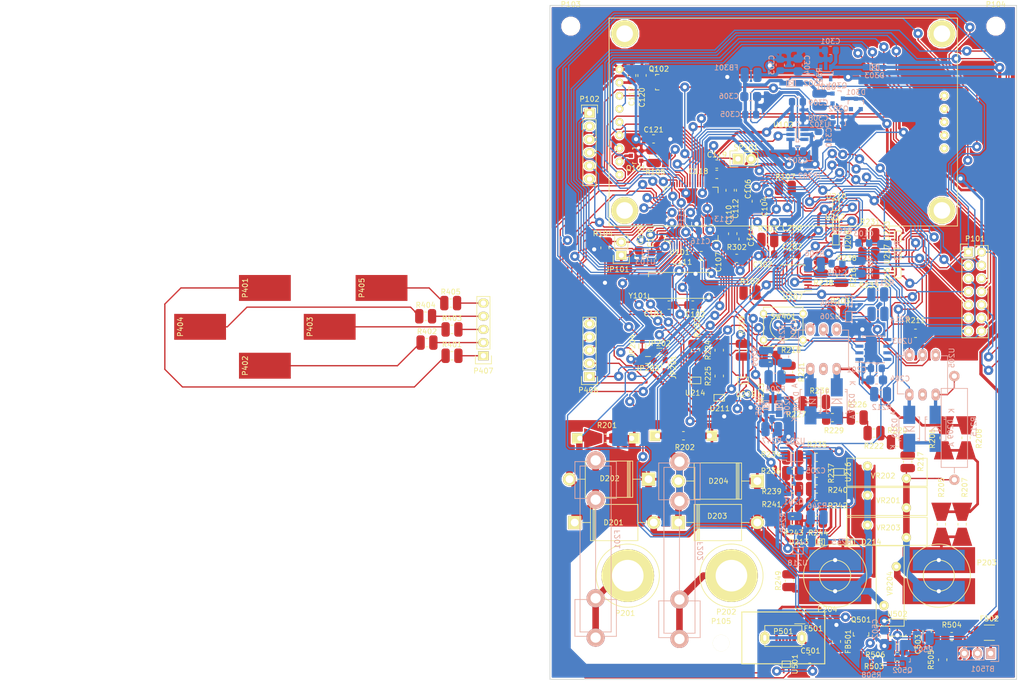
<source format=kicad_pcb>
(kicad_pcb (version 4) (host pcbnew 4.80~20160621-product)
  (title_block (title "Multimeter – PCB layout") (date 2016-07-14) (rev 0.8) (comment 1 "Licensed under the GNU GPL v3"))
  (layers (0 F.Cu mixed) (31 B.Cu mixed) (34 B.Paste user) (35 F.Paste user) (36 B.SilkS user) (37 F.SilkS user) (38 B.Mask user) (39 F.Mask user) (44 Edge.Cuts user))
  (net 0 "")
  (net 1 /NRST)
  (net 2 +3V3)
  (net 3 +3.3VA)
  (net 4 "Net-(R224-Pad1)")
  (net 5 +Vref)
  (net 6 "Net-(C115-Pad2)")
  (net 7 +V_int)
  (net 8 "Net-(C301-Pad1)")
  (net 9 "Net-(C114-Pad2)")
  (net 10 "Net-(R222-Pad1)")
  (net 11 "Net-(R226-Pad2)")
  (net 12 "Net-(R235-Pad2)")
  (net 13 "Net-(R503-Pad2)")
  (net 14 "Net-(P404-Pad1)")
  (net 15 /Controls/MenuR)
  (net 16 +5V)
  (net 17 "Net-(C310-Pad1)")
  (net 18 "Net-(C501-Pad1)")
  (net 19 +BATT)
  (net 20 "Net-(R508-Pad1)")
  (net 21 /USB/CHARGE_STAT)
  (net 22 "Net-(Q502-Pad1)")
  (net 23 /Iout)
  (net 24 "Net-(BT501-Pad2)")
  (net 25 "Net-(R504-Pad2)")
  (net 26 "Net-(Q501-Pad3)")
  (net 27 /USB/USB_D+)
  (net 28 /USB/USB_D-)
  (net 29 "Net-(P405-Pad1)")
  (net 30 /OSC_IN)
  (net 31 /OSC_OUT)
  (net 32 /LVin)
  (net 33 /Vin)
  (net 34 "Net-(R238-Pad1)")
  (net 35 "Net-(R228-Pad2)")
  (net 36 "Net-(Q301-Pad1)")
  (net 37 "Net-(R248-Pad1)")
  (net 38 "Net-(R247-Pad1)")
  (net 39 "Net-(D205-Pad2)")
  (net 40 "/Main Input / Output/COM")
  (net 41 "Net-(R241-Pad2)")
  (net 42 "Net-(R239-Pad1)")
  (net 43 "Net-(R227-Pad1)")
  (net 44 "Net-(R223-Pad2)")
  (net 45 "Net-(R236-Pad2)")
  (net 46 "Net-(R234-Pad1)")
  (net 47 "Net-(R235-Pad1)")
  (net 48 "Net-(R218-Pad1)")
  (net 49 "Net-(R233-Pad1)")
  (net 50 "Net-(R232-Pad1)")
  (net 51 "Net-(R231-Pad1)")
  (net 52 "Net-(R229-Pad1)")
  (net 53 "/Main Input / Output/LVin")
  (net 54 "/Main Input / Output/Iout")
  (net 55 "/Main Input / Output/Vin")
  (net 56 /BOOT0)
  (net 57 "Net-(Q101-Pad1)")
  (net 58 "Net-(P401-Pad1)")
  (net 59 /Controls/MenuU)
  (net 60 /Vout_EN)
  (net 61 "Net-(R203-Pad2)")
  (net 62 "Net-(D208-Pad2)")
  (net 63 "Net-(R221-Pad1)")
  (net 64 "Net-(R220-Pad2)")
  (net 65 "Net-(P403-Pad1)")
  (net 66 /Controls/MenuL)
  (net 67 "Net-(R217-Pad1)")
  (net 68 "Net-(R209-Pad1)")
  (net 69 /LV_EN)
  (net 70 "Net-(R211-Pad2)")
  (net 71 "Net-(P402-Pad1)")
  (net 72 /Controls/MenuD)
  (net 73 "Net-(R218-Pad2)")
  (net 74 "Net-(R219-Pad1)")
  (net 75 "Net-(P203-Pad2)")
  (net 76 "Net-(R216-Pad1)")
  (net 77 "Net-(R216-Pad2)")
  (net 78 "Net-(R210-Pad1)")
  (net 79 "Net-(R214-Pad1)")
  (net 80 "Net-(R213-Pad2)")
  (net 81 "Net-(R213-Pad1)")
  (net 82 "Net-(R212-Pad2)")
  (net 83 "Net-(D209-Pad1)")
  (net 84 "Net-(P501-Pad4)")
  (net 85 "Net-(F501-Pad2)")
  (net 86 "Net-(U101-Pad53)")
  (net 87 "Net-(U101-Pad37)")
  (net 88 "Net-(U101-Pad40)")
  (net 89 "Net-(U101-Pad38)")
  (net 90 "Net-(Q101-Pad3)")
  (net 91 "Net-(U101-Pad39)")
  (net 92 "/Main Input / Output/15A_Sense")
  (net 93 "Net-(F201-Pad1)")
  (net 94 "/Main Input / Output/2.5A_Sense")
  (net 95 "Net-(F202-Pad1)")
  (net 96 "Net-(P203-Pad1)")
  (net 97 /20V_R)
  (net 98 /2V_R)
  (net 99 /0.2V_R)
  (net 100 /0.02V_R)
  (net 101 "Net-(U207-Pad5)")
  (net 102 /2.5A_EN)
  (net 103 /15A_EN)
  (net 104 /300V_R)
  (net 105 /R_sm)
  (net 106 /R_lg)
  (net 107 /200V_R)
  (net 108 /PS_EN)
  (net 109 "Net-(D207-Pad1)")
  (net 110 "Net-(R205-Pad1)")
  (net 111 /GPIO1)
  (net 112 /GPIO2)
  (net 113 /GPIO3)
  (net 114 /GPIO4)
  (net 115 /GPIO5)
  (net 116 /SWCLK)
  (net 117 /SWDIO)
  (net 118 "Net-(SP101-Pad1)")
  (net 119 "Net-(D210-Pad2)")
  (net 120 /+Vout)
  (net 121 /-Vout)
  (net 122 /Controls/MenuOK)
  (net 123 "Net-(U205-Pad5)")
  (net 124 "Net-(U201-Pad5)")
  (net 125 "Net-(D209-Pad2)")
  (net 126 "Net-(D207-Pad2)")
  (net 127 "Net-(C205-Pad2)")
  (net 128 "Net-(BT501-Pad1)")
  (net 129 "Net-(P407-Pad1)")
  (net 130 "Net-(P407-Pad2)")
  (net 131 "Net-(P407-Pad3)")
  (net 132 "Net-(P407-Pad4)")
  (net 133 "Net-(P407-Pad5)")
  (net 134 /SWO/HOLD)
  (net 135 "/Power Supply/+BTsense")
  (net 136 "Net-(C117-Pad2)")
  (net 137 "Net-(U101-Pad54)")
  (net 138 /500mA_CHARGE)
  (net 139 "Net-(P105-Pad1)")
  (net 140 "Net-(P103-Pad1)")
  (net 141 "Net-(P104-Pad1)")
  (net 142 GNDD)
  (net 143 GNDA)
  (net 144 "Net-(D213-Pad2)")
  (net 145 "Net-(JP201-Pad1)")
  (net 146 "/Main Input / Output/COMMON")
  (net 147 "Net-(R248-Pad2)")
  (net 148 "Net-(D302-Pad1)")
  (net 149 /COMMON_V)
  (net 150 /COMMON_LV)
  (net 151 /COMMON_Io)
  (net 152 "Net-(P204-Pad1)")
  (module "my footprints:SMDuniversal_0603to1210_HandSoldering" (layer F.Cu) (at 186.2 136.9681 90)
    (fp_text reference R249 (at 0 -2.159 90) (layer F.SilkS))
    (fp_text value 68R)
    (pad 2 smd roundrect (at 1.2319 0 270) (size 1.6002 2.794) (layers F.Cu F.Paste F.Mask) (roundrect_rratio 0.32) (net 40 "/Main Input / Output/COM"))
    (pad 1 smd roundrect (at -1.2319 0 270) (size 1.6002 2.794) (layers F.Cu F.Paste F.Mask) (roundrect_rratio 0.32) (net 152 "Net-(P204-Pad1)"))
  )
  (module Housings_QFP:LQFP-64_10x10mm_Pitch0.5mm (layer F.Cu) (at 167.25 66.25 90)
    (fp_text reference U101 (at -7.35 -2.25 180) (layer F.SilkS))
    (fp_text value STM32F373R8Tx)
    (pad 1 smd rect (at -5.7 -3.75 90) (size 1 0.25) (layers F.Cu F.Paste F.Mask) (net 2 +3V3))
    (pad 2 smd rect (at -5.7 -3.25 90) (size 1 0.25) (layers F.Cu F.Paste F.Mask) (net 138 /500mA_CHARGE))
    (pad 3 smd rect (at -5.7 -2.75 90) (size 1 0.25) (layers F.Cu F.Paste F.Mask) (net 104 /300V_R))
    (pad 4 smd rect (at -5.7 -2.25 90) (size 1 0.25) (layers F.Cu F.Paste F.Mask) (net 107 /200V_R))
    (pad 5 smd rect (at -5.7 -1.75 90) (size 1 0.25) (layers F.Cu F.Paste F.Mask) (net 30 /OSC_IN))
    (pad 6 smd rect (at -5.7 -1.25 90) (size 1 0.25) (layers F.Cu F.Paste F.Mask) (net 31 /OSC_OUT))
    (pad 7 smd rect (at -5.7 -0.75 90) (size 1 0.25) (layers F.Cu F.Paste F.Mask) (net 1 /NRST))
    (pad 8 smd rect (at -5.7 -0.25 90) (size 1 0.25) (layers F.Cu F.Paste F.Mask) (net 97 /20V_R))
    (pad 9 smd rect (at -5.7 0.25 90) (size 1 0.25) (layers F.Cu F.Paste F.Mask) (net 98 /2V_R))
    (pad 10 smd rect (at -5.7 0.75 90) (size 1 0.25) (layers F.Cu F.Paste F.Mask) (net 99 /0.2V_R))
    (pad 11 smd rect (at -5.7 1.25 90) (size 1 0.25) (layers F.Cu F.Paste F.Mask) (net 100 /0.02V_R))
    (pad 12 smd rect (at -5.7 1.75 90) (size 1 0.25) (layers F.Cu F.Paste F.Mask) (net 143 GNDA))
    (pad 13 smd rect (at -5.7 2.25 90) (size 1 0.25) (layers F.Cu F.Paste F.Mask) (net 3 +3.3VA))
    (pad 14 smd rect (at -5.7 2.75 90) (size 1 0.25) (layers F.Cu F.Paste F.Mask) (net 59 /Controls/MenuU))
    (pad 15 smd rect (at -5.7 3.25 90) (size 1 0.25) (layers F.Cu F.Paste F.Mask) (net 72 /Controls/MenuD))
    (pad 16 smd rect (at -5.7 3.75 90) (size 1 0.25) (layers F.Cu F.Paste F.Mask) (net 135 "/Power Supply/+BTsense"))
    (pad 17 smd rect (at -3.75 5.7 180) (size 1 0.25) (layers F.Cu F.Paste F.Mask) (net 5 +Vref))
    (pad 18 smd rect (at -3.25 5.7 180) (size 1 0.25) (layers F.Cu F.Paste F.Mask) (net 9 "Net-(C114-Pad2)"))
    (pad 19 smd rect (at -2.75 5.7 180) (size 1 0.25) (layers F.Cu F.Paste F.Mask) (net 2 +3V3))
    (pad 20 smd rect (at -2.25 5.7 180) (size 1 0.25) (layers F.Cu F.Paste F.Mask) (net 120 /+Vout))
    (pad 21 smd rect (at -1.75 5.7 180) (size 1 0.25) (layers F.Cu F.Paste F.Mask) (net 121 /-Vout))
    (pad 22 smd rect (at -1.25 5.7 180) (size 1 0.25) (layers F.Cu F.Paste F.Mask) (net 118 "Net-(SP101-Pad1)"))
    (pad 23 smd rect (at -0.75 5.7 180) (size 1 0.25) (layers F.Cu F.Paste F.Mask) (net 32 /LVin))
    (pad 24 smd rect (at -0.25 5.7 180) (size 1 0.25) (layers F.Cu F.Paste F.Mask) (net 103 /15A_EN))
    (pad 25 smd rect (at 0.25 5.7 180) (size 1 0.25) (layers F.Cu F.Paste F.Mask) (net 102 /2.5A_EN))
    (pad 26 smd rect (at 0.75 5.7 180) (size 1 0.25) (layers F.Cu F.Paste F.Mask) (net 33 /Vin))
    (pad 27 smd rect (at 1.25 5.7 180) (size 1 0.25) (layers F.Cu F.Paste F.Mask) (net 149 /COMMON_V))
    (pad 28 smd rect (at 1.75 5.7 180) (size 1 0.25) (layers F.Cu F.Paste F.Mask) (net 69 /LV_EN))
    (pad 29 smd rect (at 2.25 5.7 180) (size 1 0.25) (layers F.Cu F.Paste F.Mask) (net 32 /LVin))
    (pad 30 smd rect (at 2.75 5.7 180) (size 1 0.25) (layers F.Cu F.Paste F.Mask) (net 150 /COMMON_LV))
    (pad 31 smd rect (at 3.25 5.7 180) (size 1 0.25) (layers F.Cu F.Paste F.Mask) (net 143 GNDA))
    (pad 32 smd rect (at 3.75 5.7 180) (size 1 0.25) (layers F.Cu F.Paste F.Mask) (net 3 +3.3VA))
    (pad 33 smd rect (at 5.7 3.75 90) (size 1 0.25) (layers F.Cu F.Paste F.Mask) (net 5 +Vref))
    (pad 34 smd rect (at 5.7 3.25 90) (size 1 0.25) (layers F.Cu F.Paste F.Mask) (net 23 /Iout))
    (pad 35 smd rect (at 5.7 2.75 90) (size 1 0.25) (layers F.Cu F.Paste F.Mask) (net 151 /COMMON_Io))
    (pad 36 smd rect (at 5.7 2.25 90) (size 1 0.25) (layers F.Cu F.Paste F.Mask) (net 57 "Net-(Q101-Pad1)"))
    (pad 37 smd rect (at 5.7 1.75 90) (size 1 0.25) (layers F.Cu F.Paste F.Mask) (net 87 "Net-(U101-Pad37)"))
    (pad 38 smd rect (at 5.7 1.25 90) (size 1 0.25) (layers F.Cu F.Paste F.Mask) (net 89 "Net-(U101-Pad38)"))
    (pad 39 smd rect (at 5.7 0.75 90) (size 1 0.25) (layers F.Cu F.Paste F.Mask) (net 91 "Net-(U101-Pad39)"))
    (pad 40 smd rect (at 5.7 0.25 90) (size 1 0.25) (layers F.Cu F.Paste F.Mask) (net 88 "Net-(U101-Pad40)"))
    (pad 41 smd rect (at 5.7 -0.25 90) (size 1 0.25) (layers F.Cu F.Paste F.Mask) (net 108 /PS_EN))
    (pad 42 smd rect (at 5.7 -0.75 90) (size 1 0.25) (layers F.Cu F.Paste F.Mask) (net 112 /GPIO2))
    (pad 43 smd rect (at 5.7 -1.25 90) (size 1 0.25) (layers F.Cu F.Paste F.Mask) (net 113 /GPIO3))
    (pad 44 smd rect (at 5.7 -1.75 90) (size 1 0.25) (layers F.Cu F.Paste F.Mask) (net 28 /USB/USB_D-))
    (pad 45 smd rect (at 5.7 -2.25 90) (size 1 0.25) (layers F.Cu F.Paste F.Mask) (net 27 /USB/USB_D+))
    (pad 46 smd rect (at 5.7 -2.75 90) (size 1 0.25) (layers F.Cu F.Paste F.Mask) (net 117 /SWDIO))
    (pad 47 smd rect (at 5.7 -3.25 90) (size 1 0.25) (layers F.Cu F.Paste F.Mask) (net 106 /R_lg))
    (pad 48 smd rect (at 5.7 -3.75 90) (size 1 0.25) (layers F.Cu F.Paste F.Mask) (net 105 /R_sm))
    (pad 49 smd rect (at 3.75 -5.7 180) (size 1 0.25) (layers F.Cu F.Paste F.Mask) (net 116 /SWCLK))
    (pad 50 smd rect (at 3.25 -5.7 180) (size 1 0.25) (layers F.Cu F.Paste F.Mask) (net 21 /USB/CHARGE_STAT))
    (pad 51 smd rect (at 2.75 -5.7 180) (size 1 0.25) (layers F.Cu F.Paste F.Mask) (net 111 /GPIO1))
    (pad 52 smd rect (at 2.25 -5.7 180) (size 1 0.25) (layers F.Cu F.Paste F.Mask) (net 60 /Vout_EN))
    (pad 53 smd rect (at 1.75 -5.7 180) (size 1 0.25) (layers F.Cu F.Paste F.Mask) (net 86 "Net-(U101-Pad53)"))
    (pad 54 smd rect (at 1.25 -5.7 180) (size 1 0.25) (layers F.Cu F.Paste F.Mask) (net 137 "Net-(U101-Pad54)"))
    (pad 55 smd rect (at 0.75 -5.7 180) (size 1 0.25) (layers F.Cu F.Paste F.Mask) (net 134 /SWO/HOLD))
    (pad 56 smd rect (at 0.25 -5.7 180) (size 1 0.25) (layers F.Cu F.Paste F.Mask) (net 6 "Net-(C115-Pad2)"))
    (pad 57 smd rect (at -0.25 -5.7 180) (size 1 0.25) (layers F.Cu F.Paste F.Mask) (net 122 /Controls/MenuOK))
    (pad 58 smd rect (at -0.75 -5.7 180) (size 1 0.25) (layers F.Cu F.Paste F.Mask) (net 66 /Controls/MenuL))
    (pad 59 smd rect (at -1.25 -5.7 180) (size 1 0.25) (layers F.Cu F.Paste F.Mask) (net 15 /Controls/MenuR))
    (pad 60 smd rect (at -1.75 -5.7 180) (size 1 0.25) (layers F.Cu F.Paste F.Mask) (net 56 /BOOT0))
    (pad 61 smd rect (at -2.25 -5.7 180) (size 1 0.25) (layers F.Cu F.Paste F.Mask) (net 114 /GPIO4))
    (pad 62 smd rect (at -2.75 -5.7 180) (size 1 0.25) (layers F.Cu F.Paste F.Mask) (net 115 /GPIO5))
    (pad 63 smd rect (at -3.25 -5.7 180) (size 1 0.25) (layers F.Cu F.Paste F.Mask) (net 142 GNDD))
    (pad 64 smd rect (at -3.75 -5.7 180) (size 1 0.25) (layers F.Cu F.Paste F.Mask) (net 2 +3V3))
  )
  (module TO_SOT_Packages_SMD:SOT-23-6_Handsoldering (layer B.Cu) (at 187.729608 50.882174 180)
    (fp_text reference U302 (at -4.270392 1.882174) (layer B.SilkS) (effects (justify mirror)))
    (fp_text value MAX6070)
    (pad 1 smd rect (at -1.35 0.95 180) (size 1.56 0.65) (layers B.Cu B.Paste B.Mask) (net 17 "Net-(C310-Pad1)"))
    (pad 2 smd rect (at -1.35 0 180) (size 1.56 0.65) (layers B.Cu B.Paste B.Mask) (net 143 GNDA))
    (pad 3 smd rect (at -1.35 -0.95 180) (size 1.56 0.65) (layers B.Cu B.Paste B.Mask) (net 108 /PS_EN))
    (pad 4 smd rect (at 1.35 -0.95 180) (size 1.56 0.65) (layers B.Cu B.Paste B.Mask) (net 3 +3.3VA))
    (pad 6 smd rect (at 1.35 0.95 180) (size 1.56 0.65) (layers B.Cu B.Paste B.Mask) (net 5 +Vref))
    (pad 5 smd rect (at 1.35 0 180) (size 1.56 0.65) (layers B.Cu B.Paste B.Mask) (net 5 +Vref))
  )
  (module Varistors:RV_Disc_D15.5_W5.4_P7.5 (layer F.Cu) (at 208.75 117.25 180)
    (fp_text reference VR202 (at 4.5 0.5 180) (layer F.SilkS))
    (fp_text value VR)
    (pad 1 thru_hole circle (at 0 0 180) (size 1.8 1.8) (drill 0.8) (layers *.Cu *.Mask F.SilkS) (net 75 "Net-(P203-Pad2)"))
    (pad 2 thru_hole circle (at 7.5 2.4 180) (size 1.8 1.8) (drill 0.8) (layers *.Cu *.Mask F.SilkS) (net 152 "Net-(P204-Pad1)"))
  )
  (module Housings_SOIC:SOIC-8_3.9x4.9mm_Pitch1.27mm (layer B.Cu) (at 202.3885 92.373)
    (fp_text reference U203 (at 5.6115 -1.623) (layer B.SilkS) (effects (justify mirror)))
    (fp_text value MCP6N11)
    (pad 1 smd rect (at -2.7 1.905) (size 1.55 0.6) (layers B.Cu B.Paste B.Mask) (net 82 "Net-(R212-Pad2)"))
    (pad 2 smd rect (at -2.7 0.635) (size 1.55 0.6) (layers B.Cu B.Paste B.Mask) (net 78 "Net-(R210-Pad1)"))
    (pad 3 smd rect (at -2.7 -0.635) (size 1.55 0.6) (layers B.Cu B.Paste B.Mask) (net 68 "Net-(R209-Pad1)"))
    (pad 4 smd rect (at -2.7 -1.905) (size 1.55 0.6) (layers B.Cu B.Paste B.Mask) (net 143 GNDA))
    (pad 5 smd rect (at 2.7 -1.905) (size 1.55 0.6) (layers B.Cu B.Paste B.Mask) (net 80 "Net-(R213-Pad2)"))
    (pad 6 smd rect (at 2.7 -0.635) (size 1.55 0.6) (layers B.Cu B.Paste B.Mask) (net 54 "/Main Input / Output/Iout"))
    (pad 7 smd rect (at 2.7 0.635) (size 1.55 0.6) (layers B.Cu B.Paste B.Mask) (net 3 +3.3VA))
    (pad 8 smd rect (at 2.7 1.905) (size 1.55 0.6) (layers B.Cu B.Paste B.Mask) (net 60 /Vout_EN))
  )
  (module Crystals:Crystal_HC49-SD_SMD (layer F.Cu) (at 164.84886 80)
    (fp_text reference Y101 (at -7.85 2) (layer F.SilkS))
    (fp_text value "8 MHz")
    (pad 1 smd rect (at -4.84886 0) (size 5.6007 2.10058) (layers F.Cu F.Paste F.Mask) (net 30 /OSC_IN))
    (pad 2 smd rect (at 4.84886 0) (size 5.6007 2.10058) (layers F.Cu F.Paste F.Mask) (net 31 /OSC_OUT))
  )
  (module "my footprints:Pin_Header_Straight_1x02" (layer F.Cu) (at 153.75 74.2 180)
    (fp_text reference JP101 (at 0.75 -2.71 180) (layer F.SilkS))
    (fp_text value BOOT0)
    (pad 1 thru_hole rect (at 0 0 180) (size 2.032 1.7272) (drill 1.016) (layers *.Cu *.Mask F.SilkS) (net 2 +3V3))
    (pad 2 thru_hole oval (at 0 2.54 180) (size 2.032 1.7272) (drill 1.016) (layers *.Cu *.Mask F.SilkS) (net 56 /BOOT0))
  )
  (module TO_SOT_Packages_SMD:SOT-353 (layer F.Cu) (at 168.074 98.342 270)
    (fp_text reference U214 (at 2.408 0.074) (layer F.SilkS))
    (fp_text value "74LVC1G66 GNDA")
    (pad 1 smd rect (at -1.016 -0.635 270) (size 0.508 0.3048) (layers F.Cu F.Paste F.Mask) (net 40 "/Main Input / Output/COM"))
    (pad 3 smd rect (at -1.016 0.635 270) (size 0.508 0.3048) (layers F.Cu F.Paste F.Mask) (net 143 GNDA))
    (pad 5 smd rect (at 1.016 -0.635 270) (size 0.508 0.3048) (layers F.Cu F.Paste F.Mask) (net 7 +V_int))
    (pad 2 smd rect (at -1.016 0 270) (size 0.508 0.3048) (layers F.Cu F.Paste F.Mask) (net 50 "Net-(R232-Pad1)"))
    (pad 4 smd rect (at 1.016 0.635 270) (size 0.508 0.3048) (layers F.Cu F.Paste F.Mask) (net 104 /300V_R))
  )
  (module "my footprints:SMDuniversal_0603to0805_HandSoldering" (layer F.Cu) (at 174.75 61.6414 90)
    (fp_text reference C112 (at -3.5586 1.05 90) (layer F.SilkS))
    (fp_text value 0.01u)
    (pad 2 smd roundrect (at 1.0414 0 270) (size 1.2192 1.524) (layers F.Cu F.Paste F.Mask) (roundrect_rratio 0.32) (net 3 +3.3VA))
    (pad 1 smd roundrect (at -1.0414 0 270) (size 1.2192 1.524) (layers F.Cu F.Paste F.Mask) (roundrect_rratio 0.32) (net 143 GNDA))
  )
  (module "my footprints:Banana_Jack_1Pin_2Contact_SM_Top" (layer F.Cu) (at 195 136 180)
    (fp_text reference P204 (at 1.5 -6.5 180) (layer F.SilkS))
    (fp_text value COMMON)
    (pad 1 smd rect (at 0 -3 180) (size 10 4) (layers B.Cu B.Mask) (net 152 "Net-(P204-Pad1)"))
    (pad 2 smd rect (at 0 3 180) (size 10 4) (layers B.Cu B.Mask) (net 144 "Net-(D213-Pad2)"))
    (pad 1 smd rect (at 0 -3 180) (size 14 5) (layers F.Cu F.Paste F.Mask) (net 152 "Net-(P204-Pad1)"))
    (pad 2 smd rect (at 0 3 180) (size 14 5) (layers F.Cu F.Paste F.Mask) (net 144 "Net-(D213-Pad2)"))
  )
  (module TO_SOT_Packages_SMD:SOT-23 (layer B.Cu) (at 187.05 119.24924 180)
    (fp_text reference Q201 (at 0.05 -2.50076 180) (layer B.SilkS) (effects (justify mirror)))
    (fp_text value Q_NMOS_GSD)
    (pad 1 smd rect (at -0.95 -1.00076 180) (size 0.8001 0.8001) (layers B.Cu B.Paste B.Mask) (net 60 /Vout_EN))
    (pad 2 smd rect (at 0.95 -1.00076 180) (size 0.8001 0.8001) (layers B.Cu B.Paste B.Mask) (net 143 GNDA))
    (pad 3 smd rect (at 0 0.99822 180) (size 0.8001 0.8001) (layers B.Cu B.Paste B.Mask) (net 127 "Net-(C205-Pad2)"))
  )
  (module Resistors_Universal:Resistor_SMD+THTuniversal_0805to2512_RM10_HandSoldering (layer F.Cu) (at 150.74874 109.5 180)
    (fp_text reference R201 (at -0.25126 2.5 180) (layer F.SilkS))
    (fp_text value 10m)
    (pad 1 smd trapezoid (at -2.413 0 180) (size 3.50012 2.79908) (rect_delta 1.09982 0) (layers F.Cu F.Paste F.Mask) (net 40 "/Main Input / Output/COM"))
    (pad 2 smd trapezoid (at 2.413 0) (size 3.50012 2.79908) (rect_delta 1.09982 0) (layers F.Cu F.Paste F.Mask) (net 92 "/Main Input / Output/15A_Sense"))
    (pad 1 thru_hole rect (at -5.00126 0) (size 1.99898 1.99898) (drill 1.00076 (offset 0.50038 0)) (layers *.Cu *.Mask F.SilkS) (net 40 "/Main Input / Output/COM"))
    (pad 2 thru_hole rect (at 5.00126 0) (size 1.99898 1.99898) (drill 1.00076 (offset -0.50038 0)) (layers *.Cu *.Mask F.SilkS) (net 92 "/Main Input / Output/15A_Sense"))
  )
  (module Resistors_SMD:R_1210_HandSoldering (layer F.Cu) (at 224.75 147)
    (fp_text reference F502 (at 0 -2.7) (layer F.SilkS))
    (fp_text value 500mA)
    (pad 1 smd rect (at -2 0) (size 2 2.5) (layers F.Cu F.Paste F.Mask) (net 19 +BATT))
    (pad 2 smd rect (at 2 0) (size 2 2.5) (layers F.Cu F.Paste F.Mask) (net 128 "Net-(BT501-Pad1)"))
  )
  (module Housings_DIP:DIP-6_W7.62mm_LongPads (layer B.Cu) (at 209.321712 93.447386 270)
    (fp_text reference U205 (at 0.552614 -8.178288 270) (layer B.SilkS) (effects (justify mirror)))
    (fp_text value CT138)
    (pad 1 thru_hole oval (at 0 0 270) (size 2.3 1.6) (drill 0.8) (layers *.Cu *.Mask B.SilkS) (net 70 "Net-(R211-Pad2)"))
    (pad 2 thru_hole oval (at 0 -2.54 270) (size 2.3 1.6) (drill 0.8) (layers *.Cu *.Mask B.SilkS) (net 142 GNDD))
    (pad 3 thru_hole oval (at 0 -5.08 270) (size 2.3 1.6) (drill 0.8) (layers *.Cu *.Mask B.SilkS))
    (pad 4 thru_hole oval (at 7.62 -5.08 270) (size 2.3 1.6) (drill 0.8) (layers *.Cu *.Mask B.SilkS) (net 83 "Net-(D209-Pad1)"))
    (pad 5 thru_hole oval (at 7.62 -2.54 270) (size 2.3 1.6) (drill 0.8) (layers *.Cu *.Mask B.SilkS) (net 123 "Net-(U205-Pad5)"))
    (pad 6 thru_hole oval (at 7.62 0 270) (size 2.3 1.6) (drill 0.8) (layers *.Cu *.Mask B.SilkS) (net 119 "Net-(D210-Pad2)"))
  )
  (module Diodes_SMD:SMB_Handsoldering (layer B.Cu) (at 214.377526 107.671386 270)
    (fp_text reference D209 (at 0.078614 -2.872474 270) (layer B.SilkS) (effects (justify mirror)))
    (fp_text value TVS)
    (fp_text user K (at -3.5 -3.1 270) (layer B.SilkS) (effects (justify mirror)))
    (fp_text user A (at 3 -3.05 270) (layer B.SilkS) (effects (justify mirror)))
    (pad 1 smd rect (at -2.70002 0 270) (size 3.50012 2.30124) (layers B.Cu B.Paste B.Mask) (net 83 "Net-(D209-Pad1)"))
    (pad 2 smd rect (at 2.70002 0 270) (size 3.50012 2.30124) (layers B.Cu B.Paste B.Mask) (net 125 "Net-(D209-Pad2)"))
  )
  (module Diodes_SMD:SMB_Handsoldering (layer B.Cu) (at 209.297526 107.671386 90)
    (fp_text reference D210 (at 0.171386 -2.797526 90) (layer B.SilkS) (effects (justify mirror)))
    (fp_text value TVS)
    (fp_text user K (at -3.5 -3.1 90) (layer B.SilkS) (effects (justify mirror)))
    (fp_text user A (at 3 -3.05 90) (layer B.SilkS) (effects (justify mirror)))
    (pad 1 smd rect (at -2.70002 0 90) (size 3.50012 2.30124) (layers B.Cu B.Paste B.Mask) (net 125 "Net-(D209-Pad2)"))
    (pad 2 smd rect (at 2.70002 0 90) (size 3.50012 2.30124) (layers B.Cu B.Paste B.Mask) (net 119 "Net-(D210-Pad2)"))
  )
  (module "my footprints:Banana_Jack_1Pin_2Contact_SM_Top" (layer F.Cu) (at 215 136)
    (fp_text reference P203 (at 9.25 -2.5) (layer F.SilkS))
    (fp_text value "V R")
    (pad 1 smd rect (at 0 -3) (size 10 4) (layers B.Cu B.Mask) (net 96 "Net-(P203-Pad1)"))
    (pad 2 smd rect (at 0 3) (size 10 4) (layers B.Cu B.Mask) (net 75 "Net-(P203-Pad2)"))
    (pad 1 smd rect (at 0 -3) (size 14 5) (layers F.Cu F.Paste F.Mask) (net 96 "Net-(P203-Pad1)"))
    (pad 2 smd rect (at 0 3) (size 14 5) (layers F.Cu F.Paste F.Mask) (net 75 "Net-(P203-Pad2)"))
  )
  (module "my footprints:ILI9341_LCD_Breakout" (layer F.Cu) (at 185 48.5)
    (fp_text reference U102 (at 0 0.5) (layer F.SilkS))
    (fp_text value ILI9341_LCD_Breakout)
    (pad "" np_thru_hole circle (at 30.6 17.05) (size 5.2 5.2) (drill 3.2) (layers *.Cu *.Mask F.SilkS))
    (pad "" np_thru_hole circle (at 30.6 -17.05) (size 5.2 5.2) (drill 3.2) (layers *.Cu *.Mask F.SilkS))
    (pad "" np_thru_hole circle (at -30.6 17.05) (size 5.2 5.2) (drill 3.2) (layers *.Cu *.Mask F.SilkS))
    (pad "" np_thru_hole circle (at -30.6 -17.05) (size 5.2 5.2) (drill 3.2) (layers *.Cu *.Mask F.SilkS))
    (pad 1 thru_hole circle (at -31.6 -10.16) (size 1.524 1.524) (drill 0.762) (layers *.Cu *.Mask F.SilkS) (net 2 +3V3))
    (pad 10 thru_hole circle (at 31.06 -5.08) (size 1.524 1.524) (drill 0.762) (layers *.Cu *.Mask F.SilkS) (net 86 "Net-(U101-Pad53)"))
    (pad 2 thru_hole circle (at -31.6 -7.62) (size 1.524 1.524) (drill 0.762) (layers *.Cu *.Mask F.SilkS) (net 136 "Net-(C117-Pad2)"))
    (pad 3 thru_hole circle (at -31.6 -5.08) (size 1.524 1.524) (drill 0.762) (layers *.Cu *.Mask F.SilkS) (net 87 "Net-(U101-Pad37)"))
    (pad 4 thru_hole circle (at -31.6 -2.54) (size 1.524 1.524) (drill 0.762) (layers *.Cu *.Mask F.SilkS) (net 136 "Net-(C117-Pad2)"))
    (pad 5 thru_hole circle (at -31.6 0) (size 1.524 1.524) (drill 0.762) (layers *.Cu *.Mask F.SilkS) (net 137 "Net-(U101-Pad54)"))
    (pad 6 thru_hole circle (at -31.6 2.54) (size 1.524 1.524) (drill 0.762) (layers *.Cu *.Mask F.SilkS) (net 88 "Net-(U101-Pad40)"))
    (pad 7 thru_hole circle (at -31.6 5.08) (size 1.524 1.524) (drill 0.762) (layers *.Cu *.Mask F.SilkS) (net 89 "Net-(U101-Pad38)"))
    (pad 8 thru_hole circle (at -31.6 7.62) (size 1.524 1.524) (drill 0.762) (layers *.Cu *.Mask F.SilkS) (net 90 "Net-(Q101-Pad3)"))
    (pad 9 thru_hole circle (at -31.6 10.16) (size 1.524 1.524) (drill 0.762) (layers *.Cu *.Mask F.SilkS) (net 91 "Net-(U101-Pad39)"))
    (pad 11 thru_hole circle (at 31.06 -2.54) (size 1.524 1.524) (drill 0.762) (layers *.Cu *.Mask F.SilkS) (net 88 "Net-(U101-Pad40)"))
    (pad 12 thru_hole circle (at 31.06 0) (size 1.524 1.524) (drill 0.762) (layers *.Cu *.Mask F.SilkS) (net 91 "Net-(U101-Pad39)"))
    (pad 13 thru_hole circle (at 31.06 2.54) (size 1.524 1.524) (drill 0.762) (layers *.Cu *.Mask F.SilkS) (net 89 "Net-(U101-Pad38)"))
    (pad 14 thru_hole circle (at 31.06 5.08) (size 1.524 1.524) (drill 0.762) (layers *.Cu *.Mask F.SilkS))
  )
  (module Diodes_SMD:SMB_Handsoldering (layer B.Cu) (at 195.324 102.37 270)
    (fp_text reference D207 (at 0.38 -2.926 270) (layer B.SilkS) (effects (justify mirror)))
    (fp_text value TVS)
    (fp_text user K (at -3.5 -3.1 270) (layer B.SilkS) (effects (justify mirror)))
    (fp_text user A (at 3 -3.05 270) (layer B.SilkS) (effects (justify mirror)))
    (pad 1 smd rect (at -2.70002 0 270) (size 3.50012 2.30124) (layers B.Cu B.Paste B.Mask) (net 109 "Net-(D207-Pad1)"))
    (pad 2 smd rect (at 2.70002 0 270) (size 3.50012 2.30124) (layers B.Cu B.Paste B.Mask) (net 126 "Net-(D207-Pad2)"))
  )
  (module "my footprints:SMDuniversal_0603to1210_HandSoldering" (layer F.Cu) (at 168.074 92.5 90)
    (fp_text reference R232 (at 4.3 0.326 90) (layer F.SilkS))
    (fp_text value R)
    (pad 2 smd roundrect (at 1.2319 0 270) (size 1.6002 2.794) (layers F.Cu F.Paste F.Mask) (roundrect_rratio 0.32) (net 48 "Net-(R218-Pad1)"))
    (pad 1 smd roundrect (at -1.2319 0 270) (size 1.6002 2.794) (layers F.Cu F.Paste F.Mask) (roundrect_rratio 0.32) (net 50 "Net-(R232-Pad1)"))
  )
  (module Varistors:RV_Disc_D15.5_W5.4_P7.5 (layer F.Cu) (at 206.82 134.25 270)
    (fp_text reference VR204 (at 3.25 1.25 270) (layer F.SilkS))
    (fp_text value VR)
    (pad 1 thru_hole circle (at 0 0 270) (size 1.8 1.8) (drill 0.8) (layers *.Cu *.Mask F.SilkS) (net 75 "Net-(P203-Pad2)"))
    (pad 2 thru_hole circle (at 7.5 2.4 270) (size 1.8 1.8) (drill 0.8) (layers *.Cu *.Mask F.SilkS) (net 152 "Net-(P204-Pad1)"))
  )
  (module "my footprints:SC-90A" (layer B.Cu) (at 181.651 103.0955 270)
    (fp_text reference D205 (at 0.1545 1.401 270) (layer B.SilkS) (effects (justify mirror)))
    (fp_text value D_Schottky)
    (pad 1 smd rect (at -1.4 0 270) (size 1.7 1.25) (layers B.Cu B.Paste B.Mask) (net 7 +V_int))
    (pad 2 smd rect (at 1.4 0 270) (size 1.7 0.9) (layers B.Cu B.Paste B.Mask) (net 39 "Net-(D205-Pad2)"))
  )
  (module "my footprints:SC-90A" (layer B.Cu) (at 184.191 103.159 90)
    (fp_text reference D206 (at 0 1.559 90) (layer B.SilkS) (effects (justify mirror)))
    (fp_text value D_Schottky)
    (pad 1 smd rect (at -1.4 0 90) (size 1.7 1.25) (layers B.Cu B.Paste B.Mask) (net 39 "Net-(D205-Pad2)"))
    (pad 2 smd rect (at 1.4 0 90) (size 1.7 0.9) (layers B.Cu B.Paste B.Mask) (net 143 GNDA))
  )
  (module "my footprints:SC-90A" (layer B.Cu) (at 186.5 41 180)
    (fp_text reference D302 (at -4.339608 -0.031174 180) (layer B.SilkS) (effects (justify mirror)))
    (fp_text value D_Schottky)
    (pad 1 smd rect (at -1.4 0 180) (size 1.7 1.25) (layers B.Cu B.Paste B.Mask) (net 148 "Net-(D302-Pad1)"))
    (pad 2 smd rect (at 1.4 0 180) (size 1.7 0.9) (layers B.Cu B.Paste B.Mask) (net 3 +3.3VA))
  )
  (module "my footprints:SC-90A" (layer B.Cu) (at 202.588608 37.928174)
    (fp_text reference D303 (at 0 1.571826) (layer B.SilkS) (effects (justify mirror)))
    (fp_text value D_Schottky)
    (pad 1 smd rect (at -1.4 0) (size 1.7 1.25) (layers B.Cu B.Paste B.Mask) (net 8 "Net-(C301-Pad1)"))
    (pad 2 smd rect (at 1.4 0) (size 1.7 0.9) (layers B.Cu B.Paste B.Mask) (net 19 +BATT))
  )
  (module "my footprints:MicroUSB_B_Vertical" (layer F.Cu) (at 185.005 147.999 180)
    (fp_text reference P501 (at 0.005 1.249 180) (layer F.SilkS))
    (fp_text value USB_OTG)
    (pad 6 thru_hole oval (at 3.575 0 180) (size 1.8 2.35) (drill oval 0.6 1.15) (layers *.Cu *.Mask F.SilkS) (net 18 "Net-(C501-Pad1)"))
    (pad 5 smd rect (at 1.3 -1.39 180) (size 0.4 2.5) (layers F.Cu F.Paste F.Mask) (net 142 GNDD))
    (pad 4 smd rect (at 0.65 -1.39 180) (size 0.4 2.5) (layers F.Cu F.Paste F.Mask) (net 84 "Net-(P501-Pad4)"))
    (pad 3 smd rect (at 0 -1.39 180) (size 0.4 2.5) (layers F.Cu F.Paste F.Mask) (net 27 /USB/USB_D+))
    (pad 2 smd rect (at -0.65 -1.39 180) (size 0.4 2.5) (layers F.Cu F.Paste F.Mask) (net 28 /USB/USB_D-))
    (pad 6 thru_hole oval (at -3.575 0 180) (size 1.8 2.35) (drill oval 0.6 1.15) (layers *.Cu *.Mask F.SilkS) (net 18 "Net-(C501-Pad1)"))
    (pad 1 smd rect (at -1.3 -1.39 180) (size 0.4 2.5) (layers F.Cu F.Paste F.Mask) (net 85 "Net-(F501-Pad2)"))
  )
  (module "my footprints:Fuseholder6x32_horiz_open_inline_Type-I" (layer B.Cu) (at 148.8 130.854 90)
    (fp_text reference F201 (at 1.854 4.2 90) (layer B.SilkS) (effects (justify mirror)))
    (fp_text value FUSE)
    (pad 2 thru_hole circle (at 9.5 0 90) (size 3.5 3.5) (drill 1.9812) (layers *.Cu *.Mask B.SilkS) (net 92 "/Main Input / Output/15A_Sense"))
    (pad 2 thru_hole circle (at 17.1 0 90) (size 3.5 3.5) (drill 1.9812) (layers *.Cu *.Mask B.SilkS) (net 92 "/Main Input / Output/15A_Sense"))
    (pad 1 thru_hole circle (at -9.5 0 90) (size 3.5 3.5) (drill 1.9812) (layers *.Cu *.Mask B.SilkS) (net 93 "Net-(F201-Pad1)"))
    (pad 1 thru_hole circle (at -17.1 0 90) (size 3.5 3.5) (drill 1.9812) (layers *.Cu *.Mask B.SilkS) (net 93 "Net-(F201-Pad1)"))
  )
  (module "my footprints:Fuseholder6x32_horiz_open_inline_Type-I" (layer B.Cu) (at 164.972 131.108 90)
    (fp_text reference F202 (at -0.142 4.028 90) (layer B.SilkS) (effects (justify mirror)))
    (fp_text value FUSE)
    (pad 2 thru_hole circle (at 9.5 0 90) (size 3.5 3.5) (drill 1.9812) (layers *.Cu *.Mask B.SilkS) (net 94 "/Main Input / Output/2.5A_Sense"))
    (pad 2 thru_hole circle (at 17.1 0 90) (size 3.5 3.5) (drill 1.9812) (layers *.Cu *.Mask B.SilkS) (net 94 "/Main Input / Output/2.5A_Sense"))
    (pad 1 thru_hole circle (at -9.5 0 90) (size 3.5 3.5) (drill 1.9812) (layers *.Cu *.Mask B.SilkS) (net 95 "Net-(F202-Pad1)"))
    (pad 1 thru_hole circle (at -17.1 0 90) (size 3.5 3.5) (drill 1.9812) (layers *.Cu *.Mask B.SilkS) (net 95 "Net-(F202-Pad1)"))
  )
  (module Varistors:RV_Disc_D15.5_W5.4_P7.5 (layer F.Cu) (at 208.75 122.9 180)
    (fp_text reference VR201 (at 3.5 1.4 180) (layer F.SilkS))
    (fp_text value VR)
    (pad 1 thru_hole circle (at 0 0 180) (size 1.8 1.8) (drill 0.8) (layers *.Cu *.Mask F.SilkS) (net 75 "Net-(P203-Pad2)"))
    (pad 2 thru_hole circle (at 7.5 2.4 180) (size 1.8 1.8) (drill 0.8) (layers *.Cu *.Mask F.SilkS) (net 152 "Net-(P204-Pad1)"))
  )
  (module Varistors:RV_Disc_D15.5_W5.4_P7.5 (layer F.Cu) (at 208.75 128.65 180)
    (fp_text reference VR203 (at 3.5 1.9 180) (layer F.SilkS))
    (fp_text value VR)
    (pad 1 thru_hole circle (at 0 0 180) (size 1.8 1.8) (drill 0.8) (layers *.Cu *.Mask F.SilkS) (net 75 "Net-(P203-Pad2)"))
    (pad 2 thru_hole circle (at 7.5 2.4 180) (size 1.8 1.8) (drill 0.8) (layers *.Cu *.Mask F.SilkS) (net 152 "Net-(P204-Pad1)"))
  )
  (module TO_SOT_Packages_SMD:SOT-353 (layer F.Cu) (at 207.0875 73.958)
    (fp_text reference U217 (at -2.0875 0.042 90) (layer F.SilkS))
    (fp_text value "74LVC1G66 GNDA")
    (pad 1 smd rect (at -1.016 -0.635) (size 0.508 0.3048) (layers F.Cu F.Paste F.Mask) (net 146 "/Main Input / Output/COMMON"))
    (pad 3 smd rect (at -1.016 0.635) (size 0.508 0.3048) (layers F.Cu F.Paste F.Mask) (net 143 GNDA))
    (pad 5 smd rect (at 1.016 -0.635) (size 0.508 0.3048) (layers F.Cu F.Paste F.Mask) (net 7 +V_int))
    (pad 2 smd rect (at -1.016 0) (size 0.508 0.3048) (layers F.Cu F.Paste F.Mask) (net 34 "Net-(R238-Pad1)"))
    (pad 4 smd rect (at 1.016 0.635) (size 0.508 0.3048) (layers F.Cu F.Paste F.Mask) (net 98 /2V_R))
  )
  (module TO_SOT_Packages_SMD:SOT-353 (layer F.Cu) (at 195.75 116 270)
    (fp_text reference U216 (at 0 -1.75 90) (layer F.SilkS))
    (fp_text value "74LVC1G66 GNDA")
    (pad 1 smd rect (at -1.016 -0.635 270) (size 0.508 0.3048) (layers F.Cu F.Paste F.Mask) (net 40 "/Main Input / Output/COM"))
    (pad 3 smd rect (at -1.016 0.635 270) (size 0.508 0.3048) (layers F.Cu F.Paste F.Mask) (net 143 GNDA))
    (pad 5 smd rect (at 1.016 -0.635 270) (size 0.508 0.3048) (layers F.Cu F.Paste F.Mask) (net 7 +V_int))
    (pad 2 smd rect (at -1.016 0 270) (size 0.508 0.3048) (layers F.Cu F.Paste F.Mask) (net 47 "Net-(R235-Pad1)"))
    (pad 4 smd rect (at 1.016 0.635 270) (size 0.508 0.3048) (layers F.Cu F.Paste F.Mask) (net 97 /20V_R))
  )
  (module TO_SOT_Packages_SMD:SOT-353 (layer F.Cu) (at 207.0875 77.5775)
    (fp_text reference U215 (at -2.0875 0.9225 90) (layer F.SilkS))
    (fp_text value "74LVC1G66 GNDA")
    (pad 1 smd rect (at -1.016 -0.635) (size 0.508 0.3048) (layers F.Cu F.Paste F.Mask) (net 146 "/Main Input / Output/COMMON"))
    (pad 3 smd rect (at -1.016 0.635) (size 0.508 0.3048) (layers F.Cu F.Paste F.Mask) (net 143 GNDA))
    (pad 5 smd rect (at 1.016 -0.635) (size 0.508 0.3048) (layers F.Cu F.Paste F.Mask) (net 7 +V_int))
    (pad 2 smd rect (at -1.016 0) (size 0.508 0.3048) (layers F.Cu F.Paste F.Mask) (net 49 "Net-(R233-Pad1)"))
    (pad 4 smd rect (at 1.016 0.635) (size 0.508 0.3048) (layers F.Cu F.Paste F.Mask) (net 99 /0.2V_R))
  )
  (module TO_SOT_Packages_SMD:SOT-353 (layer F.Cu) (at 207.0875 70.529)
    (fp_text reference U213 (at -2.0875 -1.029 90) (layer F.SilkS))
    (fp_text value "74LVC1G66 GNDA")
    (pad 1 smd rect (at -1.016 -0.635) (size 0.508 0.3048) (layers F.Cu F.Paste F.Mask) (net 146 "/Main Input / Output/COMMON"))
    (pad 3 smd rect (at -1.016 0.635) (size 0.508 0.3048) (layers F.Cu F.Paste F.Mask) (net 143 GNDA))
    (pad 5 smd rect (at 1.016 -0.635) (size 0.508 0.3048) (layers F.Cu F.Paste F.Mask) (net 7 +V_int))
    (pad 2 smd rect (at -1.016 0) (size 0.508 0.3048) (layers F.Cu F.Paste F.Mask) (net 51 "Net-(R231-Pad1)"))
    (pad 4 smd rect (at 1.016 0.635) (size 0.508 0.3048) (layers F.Cu F.Paste F.Mask) (net 100 /0.02V_R))
  )
  (module TO_SOT_Packages_SMD:SOT-353 (layer F.Cu) (at 195.1495 68.4335 180)
    (fp_text reference U212 (at 0.1495 1.6335) (layer F.SilkS))
    (fp_text value "74LVC1G66 GNDA")
    (pad 1 smd rect (at -1.016 -0.635 180) (size 0.508 0.3048) (layers F.Cu F.Paste F.Mask) (net 101 "Net-(U207-Pad5)"))
    (pad 3 smd rect (at -1.016 0.635 180) (size 0.508 0.3048) (layers F.Cu F.Paste F.Mask) (net 143 GNDA))
    (pad 5 smd rect (at 1.016 -0.635 180) (size 0.508 0.3048) (layers F.Cu F.Paste F.Mask) (net 7 +V_int))
    (pad 2 smd rect (at -1.016 0 180) (size 0.508 0.3048) (layers F.Cu F.Paste F.Mask) (net 94 "/Main Input / Output/2.5A_Sense"))
    (pad 4 smd rect (at 1.016 0.635 180) (size 0.508 0.3048) (layers F.Cu F.Paste F.Mask) (net 102 /2.5A_EN))
  )
  (module TO_SOT_Packages_SMD:SOT-353 (layer F.Cu) (at 195.1495 64.56 180)
    (fp_text reference U210 (at -0.0505 1.76) (layer F.SilkS))
    (fp_text value "74LVC1G66 GNDA")
    (pad 1 smd rect (at -1.016 -0.635 180) (size 0.508 0.3048) (layers F.Cu F.Paste F.Mask) (net 101 "Net-(U207-Pad5)"))
    (pad 3 smd rect (at -1.016 0.635 180) (size 0.508 0.3048) (layers F.Cu F.Paste F.Mask) (net 143 GNDA))
    (pad 5 smd rect (at 1.016 -0.635 180) (size 0.508 0.3048) (layers F.Cu F.Paste F.Mask) (net 7 +V_int))
    (pad 2 smd rect (at -1.016 0 180) (size 0.508 0.3048) (layers F.Cu F.Paste F.Mask) (net 92 "/Main Input / Output/15A_Sense"))
    (pad 4 smd rect (at 1.016 0.635 180) (size 0.508 0.3048) (layers F.Cu F.Paste F.Mask) (net 103 /15A_EN))
  )
  (module TO_SOT_Packages_SMD:SOT-353 (layer F.Cu) (at 177.218 98.342 270)
    (fp_text reference U209 (at 2.658 -0.532) (layer F.SilkS))
    (fp_text value "74LVC1G66 GNDA")
    (pad 1 smd rect (at -1.016 -0.635 270) (size 0.508 0.3048) (layers F.Cu F.Paste F.Mask) (net 40 "/Main Input / Output/COM"))
    (pad 3 smd rect (at -1.016 0.635 270) (size 0.508 0.3048) (layers F.Cu F.Paste F.Mask) (net 143 GNDA))
    (pad 5 smd rect (at 1.016 -0.635 270) (size 0.508 0.3048) (layers F.Cu F.Paste F.Mask) (net 7 +V_int))
    (pad 2 smd rect (at -1.016 0 270) (size 0.508 0.3048) (layers F.Cu F.Paste F.Mask) (net 74 "Net-(R219-Pad1)"))
    (pad 4 smd rect (at 1.016 0.635 270) (size 0.508 0.3048) (layers F.Cu F.Paste F.Mask) (net 145 "Net-(JP201-Pad1)"))
  )
  (module TO_SOT_Packages_SMD:SOT-353 (layer B.Cu) (at 187.835 131.184 270)
    (fp_text reference U218 (at 2.367 0.0695 180) (layer B.SilkS) (effects (justify mirror)))
    (fp_text value "74LVC1G66 GNDA")
    (pad 1 smd rect (at -1.016 0.635 270) (size 0.508 0.3048) (layers B.Cu B.Paste B.Mask) (net 147 "Net-(R248-Pad2)"))
    (pad 3 smd rect (at -1.016 -0.635 270) (size 0.508 0.3048) (layers B.Cu B.Paste B.Mask) (net 143 GNDA))
    (pad 5 smd rect (at 1.016 0.635 270) (size 0.508 0.3048) (layers B.Cu B.Paste B.Mask) (net 7 +V_int))
    (pad 2 smd rect (at -1.016 0 270) (size 0.508 0.3048) (layers B.Cu B.Paste B.Mask) (net 144 "Net-(D213-Pad2)"))
    (pad 4 smd rect (at 1.016 -0.635 270) (size 0.508 0.3048) (layers B.Cu B.Paste B.Mask) (net 60 /Vout_EN))
  )
  (module TO_SOT_Packages_SMD:SOT-353 (layer F.Cu) (at 195.1495 71.164 180)
    (fp_text reference U208 (at -2.3505 -0.086 270) (layer F.SilkS))
    (fp_text value "74LVC1G66 GNDA")
    (pad 1 smd rect (at -1.016 -0.635 180) (size 0.508 0.3048) (layers F.Cu F.Paste F.Mask) (net 76 "Net-(R216-Pad1)"))
    (pad 3 smd rect (at -1.016 0.635 180) (size 0.508 0.3048) (layers F.Cu F.Paste F.Mask) (net 143 GNDA))
    (pad 5 smd rect (at 1.016 -0.635 180) (size 0.508 0.3048) (layers F.Cu F.Paste F.Mask) (net 7 +V_int))
    (pad 2 smd rect (at -1.016 0 180) (size 0.508 0.3048) (layers F.Cu F.Paste F.Mask) (net 101 "Net-(U207-Pad5)"))
    (pad 4 smd rect (at 1.016 0.635 180) (size 0.508 0.3048) (layers F.Cu F.Paste F.Mask) (net 69 /LV_EN))
  )
  (module TO_SOT_Packages_SMD:SOT-353 (layer B.Cu) (at 197.626 86.023 180)
    (fp_text reference U206 (at 3.626 0.023 180) (layer B.SilkS) (effects (justify mirror)))
    (fp_text value "74LVC1G66 GNDA")
    (pad 1 smd rect (at -1.016 0.635 180) (size 0.508 0.3048) (layers B.Cu B.Paste B.Mask) (net 146 "/Main Input / Output/COMMON"))
    (pad 3 smd rect (at -1.016 -0.635 180) (size 0.508 0.3048) (layers B.Cu B.Paste B.Mask) (net 143 GNDA))
    (pad 5 smd rect (at 1.016 0.635 180) (size 0.508 0.3048) (layers B.Cu B.Paste B.Mask) (net 7 +V_int))
    (pad 2 smd rect (at -1.016 0 180) (size 0.508 0.3048) (layers B.Cu B.Paste B.Mask) (net 79 "Net-(R214-Pad1)"))
    (pad 4 smd rect (at 1.016 -0.635 180) (size 0.508 0.3048) (layers B.Cu B.Paste B.Mask) (net 105 /R_sm))
  )
  (module TO_SOT_Packages_SMD:SOT-353 (layer B.Cu) (at 197.626 83.0385 180)
    (fp_text reference U204 (at 3.626 -0.4615 180) (layer B.SilkS) (effects (justify mirror)))
    (fp_text value "74LVC1G66 GNDA")
    (pad 1 smd rect (at -1.016 0.635 180) (size 0.508 0.3048) (layers B.Cu B.Paste B.Mask) (net 146 "/Main Input / Output/COMMON"))
    (pad 3 smd rect (at -1.016 -0.635 180) (size 0.508 0.3048) (layers B.Cu B.Paste B.Mask) (net 143 GNDA))
    (pad 5 smd rect (at 1.016 0.635 180) (size 0.508 0.3048) (layers B.Cu B.Paste B.Mask) (net 7 +V_int))
    (pad 2 smd rect (at -1.016 0 180) (size 0.508 0.3048) (layers B.Cu B.Paste B.Mask) (net 81 "Net-(R213-Pad1)"))
    (pad 4 smd rect (at 1.016 -0.635 180) (size 0.508 0.3048) (layers B.Cu B.Paste B.Mask) (net 106 /R_lg))
  )
  (module TO_SOT_Packages_SMD:SOT-353 (layer F.Cu) (at 172.646 101.692 270)
    (fp_text reference U211 (at 2.058 -0.104) (layer F.SilkS))
    (fp_text value "74LVC1G66 GNDA")
    (pad 1 smd rect (at -1.016 -0.635 270) (size 0.508 0.3048) (layers F.Cu F.Paste F.Mask) (net 40 "/Main Input / Output/COM"))
    (pad 3 smd rect (at -1.016 0.635 270) (size 0.508 0.3048) (layers F.Cu F.Paste F.Mask) (net 143 GNDA))
    (pad 5 smd rect (at 1.016 -0.635 270) (size 0.508 0.3048) (layers F.Cu F.Paste F.Mask) (net 7 +V_int))
    (pad 2 smd rect (at -1.016 0 270) (size 0.508 0.3048) (layers F.Cu F.Paste F.Mask) (net 4 "Net-(R224-Pad1)"))
    (pad 4 smd rect (at 1.016 0.635 270) (size 0.508 0.3048) (layers F.Cu F.Paste F.Mask) (net 107 /200V_R))
  )
  (module TO_SOT_Packages_SMD:SOT-23-5 (layer B.Cu) (at 193.190608 39.007674 270)
    (fp_text reference U301 (at 2.742326 -0.059392) (layer B.SilkS) (effects (justify mirror)))
    (fp_text value NCV551SN33T1G)
    (pad 1 smd rect (at -1.1 0.95 270) (size 1.06 0.65) (layers B.Cu B.Paste B.Mask) (net 8 "Net-(C301-Pad1)"))
    (pad 2 smd rect (at -1.1 0 270) (size 1.06 0.65) (layers B.Cu B.Paste B.Mask) (net 142 GNDD))
    (pad 3 smd rect (at -1.1 -0.95 270) (size 1.06 0.65) (layers B.Cu B.Paste B.Mask) (net 8 "Net-(C301-Pad1)"))
    (pad 4 smd rect (at 1.1 -0.95 270) (size 1.06 0.65) (layers B.Cu B.Paste B.Mask))
    (pad 5 smd rect (at 1.1 0.95 270) (size 1.06 0.65) (layers B.Cu B.Paste B.Mask) (net 2 +3V3))
  )
  (module TO_SOT_Packages_SMD:SOT-23 (layer F.Cu) (at 160.99924 40.8 90)
    (fp_text reference Q102 (at 2.55 0.00076 180) (layer F.SilkS))
    (fp_text value Q_NMOS_GSD)
    (pad 1 smd rect (at -0.95 1.00076 90) (size 0.8001 0.8001) (layers F.Cu F.Paste F.Mask) (net 108 /PS_EN))
    (pad 2 smd rect (at 0.95 1.00076 90) (size 0.8001 0.8001) (layers F.Cu F.Paste F.Mask) (net 142 GNDD))
    (pad 3 smd rect (at 0 -0.99822 90) (size 0.8001 0.8001) (layers F.Cu F.Paste F.Mask) (net 136 "Net-(C117-Pad2)"))
  )
  (module TO_SOT_Packages_SMD:SOT-23 (layer F.Cu) (at 156.6 55 90)
    (fp_text reference Q101 (at -2.4 0 180) (layer F.SilkS))
    (fp_text value Q_PMOS_GSD)
    (pad 1 smd rect (at -0.95 1.00076 90) (size 0.8001 0.8001) (layers F.Cu F.Paste F.Mask) (net 57 "Net-(Q101-Pad1)"))
    (pad 2 smd rect (at 0.95 1.00076 90) (size 0.8001 0.8001) (layers F.Cu F.Paste F.Mask) (net 2 +3V3))
    (pad 3 smd rect (at 0 -0.99822 90) (size 0.8001 0.8001) (layers F.Cu F.Paste F.Mask) (net 90 "Net-(Q101-Pad3)"))
  )
  (module TO_SOT_Packages_SMD:SOT-23 (layer B.Cu) (at 195.50076 43.95 90)
    (fp_text reference Q301 (at 2.508674 -0.144108 180) (layer B.SilkS) (effects (justify mirror)))
    (fp_text value Q_PMOS_GSD)
    (pad 1 smd rect (at -0.95 -1.00076 90) (size 0.8001 0.8001) (layers B.Cu B.Paste B.Mask) (net 36 "Net-(Q301-Pad1)"))
    (pad 2 smd rect (at 0.95 -1.00076 90) (size 0.8001 0.8001) (layers B.Cu B.Paste B.Mask) (net 148 "Net-(D302-Pad1)"))
    (pad 3 smd rect (at 0 0.99822 90) (size 0.8001 0.8001) (layers B.Cu B.Paste B.Mask) (net 7 +V_int))
  )
  (module TO_SOT_Packages_SMD:SOT-23 (layer B.Cu) (at 195.5 48.5)
    (fp_text reference Q302 (at 0.128108 -2.566326) (layer B.SilkS) (effects (justify mirror)))
    (fp_text value Q_NMOS_GSD)
    (pad 1 smd rect (at -0.95 -1.00076) (size 0.8001 0.8001) (layers B.Cu B.Paste B.Mask) (net 108 /PS_EN))
    (pad 2 smd rect (at 0.95 -1.00076) (size 0.8001 0.8001) (layers B.Cu B.Paste B.Mask) (net 143 GNDA))
    (pad 3 smd rect (at 0 0.99822) (size 0.8001 0.8001) (layers B.Cu B.Paste B.Mask) (net 36 "Net-(Q301-Pad1)"))
  )
  (module TO_SOT_Packages_SMD:SOT-23 (layer F.Cu) (at 200 147.00178 180)
    (fp_text reference Q501 (at 0 2.50178 180) (layer F.SilkS))
    (fp_text value Q_NMOS_GSD)
    (pad 1 smd rect (at -0.95 1.00076 180) (size 0.8001 0.8001) (layers F.Cu F.Paste F.Mask) (net 138 /500mA_CHARGE))
    (pad 2 smd rect (at 0.95 1.00076 180) (size 0.8001 0.8001) (layers F.Cu F.Paste F.Mask) (net 142 GNDD))
    (pad 3 smd rect (at 0 -0.99822 180) (size 0.8001 0.8001) (layers F.Cu F.Paste F.Mask) (net 26 "Net-(Q501-Pad3)"))
  )
  (module TO_SOT_Packages_SMD:SOT-23 (layer B.Cu) (at 208 152.00178)
    (fp_text reference Q502 (at 0 2.25) (layer B.SilkS) (effects (justify mirror)))
    (fp_text value Q_PMOS_GSD)
    (pad 1 smd rect (at -0.95 -1.00076) (size 0.8001 0.8001) (layers B.Cu B.Paste B.Mask) (net 22 "Net-(Q502-Pad1)"))
    (pad 2 smd rect (at 0.95 -1.00076) (size 0.8001 0.8001) (layers B.Cu B.Paste B.Mask) (net 2 +3V3))
    (pad 3 smd rect (at 0 0.99822) (size 0.8001 0.8001) (layers B.Cu B.Paste B.Mask) (net 21 /USB/CHARGE_STAT))
  )
  (module TO_SOT_Packages_SMD:SOT-23 (layer B.Cu) (at 199 45 180)
    (fp_text reference D301 (at 0 2.25 180) (layer B.SilkS) (effects (justify mirror)))
    (fp_text value 3.5V)
    (pad 1 smd rect (at -0.95 -1.00076 180) (size 0.8001 0.8001) (layers B.Cu B.Paste B.Mask) (net 143 GNDA))
    (pad 2 smd rect (at 0.95 -1.00076 180) (size 0.8001 0.8001) (layers B.Cu B.Paste B.Mask))
    (pad 3 smd rect (at 0 0.99822 180) (size 0.8001 0.8001) (layers B.Cu B.Paste B.Mask) (net 7 +V_int))
  )
  (module Resistors_Universal:Resistor_SMDuniversal_0805to2512_HandSoldering (layer F.Cu) (at 220.25 109.413 270)
    (fp_text reference R208 (at 0.163 -2.5 270) (layer F.SilkS))
    (fp_text value 1.8k)
    (pad 1 smd trapezoid (at -2.413 0 270) (size 3.50012 2.79908) (rect_delta 1.09982 0) (layers F.Cu F.Paste F.Mask) (net 109 "Net-(D207-Pad1)"))
    (pad 2 smd trapezoid (at 2.413 0 90) (size 3.50012 2.79908) (rect_delta 1.09982 0) (layers F.Cu F.Paste F.Mask) (net 110 "Net-(R205-Pad1)"))
  )
  (module Resistors_Universal:Resistor_SMDuniversal_0805to2512_HandSoldering (layer F.Cu) (at 216 109.413 270)
    (fp_text reference R206 (at 0.163 2.25 270) (layer F.SilkS))
    (fp_text value 1.8k)
    (pad 1 smd trapezoid (at -2.413 0 270) (size 3.50012 2.79908) (rect_delta 1.09982 0) (layers F.Cu F.Paste F.Mask) (net 109 "Net-(D207-Pad1)"))
    (pad 2 smd trapezoid (at 2.413 0 90) (size 3.50012 2.79908) (rect_delta 1.09982 0) (layers F.Cu F.Paste F.Mask) (net 110 "Net-(R205-Pad1)"))
  )
  (module Resistors_Universal:Resistor_SMDuniversal_0805to2512_HandSoldering (layer F.Cu) (at 219.5 126.087 270)
    (fp_text reference R207 (at -7.087 -0.5 270) (layer F.SilkS))
    (fp_text value 1.8k)
    (pad 1 smd trapezoid (at -2.413 0 270) (size 3.50012 2.79908) (rect_delta 1.09982 0) (layers F.Cu F.Paste F.Mask) (net 110 "Net-(R205-Pad1)"))
    (pad 2 smd trapezoid (at 2.413 0 90) (size 3.50012 2.79908) (rect_delta 1.09982 0) (layers F.Cu F.Paste F.Mask) (net 96 "Net-(P203-Pad1)"))
  )
  (module Resistors_Universal:Resistor_SMDuniversal_0805to2512_HandSoldering (layer F.Cu) (at 215.5 126.087 270)
    (fp_text reference R205 (at -7.087 0 270) (layer F.SilkS))
    (fp_text value 1.8k)
    (pad 1 smd trapezoid (at -2.413 0 270) (size 3.50012 2.79908) (rect_delta 1.09982 0) (layers F.Cu F.Paste F.Mask) (net 110 "Net-(R205-Pad1)"))
    (pad 2 smd trapezoid (at 2.413 0 90) (size 3.50012 2.79908) (rect_delta 1.09982 0) (layers F.Cu F.Paste F.Mask) (net 96 "Net-(P203-Pad1)"))
  )
  (module Resistors_Universal:Resistor_SMD+THTuniversal_0805to2512_RM10_HandSoldering (layer F.Cu) (at 165.734 109.01 180)
    (fp_text reference R202 (at -0.266 -2.24 180) (layer F.SilkS))
    (fp_text value 100m)
    (pad 1 smd trapezoid (at -2.413 0 180) (size 3.50012 2.79908) (rect_delta 1.09982 0) (layers F.Cu F.Paste F.Mask) (net 40 "/Main Input / Output/COM"))
    (pad 2 smd trapezoid (at 2.413 0) (size 3.50012 2.79908) (rect_delta 1.09982 0) (layers F.Cu F.Paste F.Mask) (net 94 "/Main Input / Output/2.5A_Sense"))
    (pad 1 thru_hole rect (at -5.00126 0) (size 1.99898 1.99898) (drill 1.00076 (offset 0.50038 0)) (layers *.Cu *.Mask F.SilkS) (net 40 "/Main Input / Output/COM"))
    (pad 2 thru_hole rect (at 5.00126 0) (size 1.99898 1.99898) (drill 1.00076 (offset -0.50038 0)) (layers *.Cu *.Mask F.SilkS) (net 94 "/Main Input / Output/2.5A_Sense"))
  )
  (module Resistors_SMD:R_1210_HandSoldering (layer F.Cu) (at 188.18 143.808 180)
    (fp_text reference F501 (at -2.62 -2.392 180) (layer F.SilkS))
    (fp_text value 500mA)
    (pad 1 smd rect (at -2 0 180) (size 2 2.5) (layers F.Cu F.Paste F.Mask) (net 16 +5V))
    (pad 2 smd rect (at 2 0 180) (size 2 2.5) (layers F.Cu F.Paste F.Mask) (net 85 "Net-(F501-Pad2)"))
  )
  (module Resistors_SMD:R_0603_HandSoldering (layer F.Cu) (at 162.2 95.5 90)
    (fp_text reference JP201 (at -0.3 1.6 90) (layer F.SilkS))
    (fp_text value Jumper_NO_Small)
    (pad 1 smd rect (at -1.1 0 90) (size 1.2 0.9) (layers F.Cu F.Paste F.Mask) (net 145 "Net-(JP201-Pad1)"))
    (pad 2 smd rect (at 1.1 0 90) (size 1.2 0.9) (layers F.Cu F.Paste F.Mask) (net 97 /20V_R))
  )
  (module Resistors_SMD:R_0603_HandSoldering (layer F.Cu) (at 161.1 92.8 180)
    (fp_text reference JP202 (at 0.1 1.6 180) (layer F.SilkS))
    (fp_text value Jumper_NC_Small)
    (pad 1 smd rect (at -1.1 0 180) (size 1.2 0.9) (layers F.Cu F.Paste F.Mask) (net 97 /20V_R))
    (pad 2 smd rect (at 1.1 0 180) (size 1.2 0.9) (layers F.Cu F.Paste F.Mask) (net 97 /20V_R))
  )
  (module Resistors_SMD:R_0603_HandSoldering (layer F.Cu) (at 158.9 94.4 180)
    (fp_text reference JP203 (at 0.1 -1.6 180) (layer F.SilkS))
    (fp_text value Jumper_NO_Small)
    (pad 1 smd rect (at -1.1 0 180) (size 1.2 0.9) (layers F.Cu F.Paste F.Mask) (net 97 /20V_R))
    (pad 2 smd rect (at 1.1 0 180) (size 1.2 0.9) (layers F.Cu F.Paste F.Mask) (net 98 /2V_R))
  )
  (module Resistors_SMD:R_0603_HandSoldering (layer F.Cu) (at 157.8 91.7 90)
    (fp_text reference JP204 (at 0 -1.9 90) (layer F.SilkS))
    (fp_text value Jumper_NC_Small)
    (pad 1 smd rect (at -1.1 0 90) (size 1.2 0.9) (layers F.Cu F.Paste F.Mask) (net 98 /2V_R))
    (pad 2 smd rect (at 1.1 0 90) (size 1.2 0.9) (layers F.Cu F.Paste F.Mask) (net 98 /2V_R))
  )
  (module Pin_Headers:Pin_Header_Straight_2x07 (layer F.Cu) (at 220.71 73.59)
    (fp_text reference P101 (at 1.29 -2.59) (layer F.SilkS))
    (fp_text value "Expansion header")
    (pad 1 thru_hole rect (at 0 0) (size 1.7272 1.7272) (drill 1.016) (layers *.Cu *.Mask F.SilkS) (net 3 +3.3VA))
    (pad 2 thru_hole oval (at 2.54 0) (size 1.7272 1.7272) (drill 1.016) (layers *.Cu *.Mask F.SilkS) (net 2 +3V3))
    (pad 3 thru_hole oval (at 0 2.54) (size 1.7272 1.7272) (drill 1.016) (layers *.Cu *.Mask F.SilkS) (net 5 +Vref))
    (pad 4 thru_hole oval (at 2.54 2.54) (size 1.7272 1.7272) (drill 1.016) (layers *.Cu *.Mask F.SilkS) (net 111 /GPIO1))
    (pad 5 thru_hole oval (at 0 5.08) (size 1.7272 1.7272) (drill 1.016) (layers *.Cu *.Mask F.SilkS) (net 54 "/Main Input / Output/Iout"))
    (pad 6 thru_hole oval (at 2.54 5.08) (size 1.7272 1.7272) (drill 1.016) (layers *.Cu *.Mask F.SilkS) (net 112 /GPIO2))
    (pad 7 thru_hole oval (at 0 7.62) (size 1.7272 1.7272) (drill 1.016) (layers *.Cu *.Mask F.SilkS) (net 55 "/Main Input / Output/Vin"))
    (pad 8 thru_hole oval (at 2.54 7.62) (size 1.7272 1.7272) (drill 1.016) (layers *.Cu *.Mask F.SilkS) (net 113 /GPIO3))
    (pad 9 thru_hole oval (at 0 10.16) (size 1.7272 1.7272) (drill 1.016) (layers *.Cu *.Mask F.SilkS) (net 53 "/Main Input / Output/LVin"))
    (pad 10 thru_hole oval (at 2.54 10.16) (size 1.7272 1.7272) (drill 1.016) (layers *.Cu *.Mask F.SilkS) (net 114 /GPIO4))
    (pad 11 thru_hole oval (at 0 12.7) (size 1.7272 1.7272) (drill 1.016) (layers *.Cu *.Mask F.SilkS) (net 146 "/Main Input / Output/COMMON"))
    (pad 12 thru_hole oval (at 2.54 12.7) (size 1.7272 1.7272) (drill 1.016) (layers *.Cu *.Mask F.SilkS) (net 115 /GPIO5))
    (pad 13 thru_hole oval (at 0 15.24) (size 1.7272 1.7272) (drill 1.016) (layers *.Cu *.Mask F.SilkS) (net 143 GNDA))
    (pad 14 thru_hole oval (at 2.54 15.24) (size 1.7272 1.7272) (drill 1.016) (layers *.Cu *.Mask F.SilkS) (net 142 GNDD))
  )
  (module Pin_Headers:Pin_Header_Straight_1x06 (layer F.Cu) (at 147.62 46.78)
    (fp_text reference P102 (at 0 -2.72) (layer F.SilkS))
    (fp_text value "Programming header")
    (pad 1 thru_hole rect (at 0 0) (size 2.032 1.7272) (drill 1.016) (layers *.Cu *.Mask F.SilkS) (net 2 +3V3))
    (pad 2 thru_hole oval (at 0 2.54) (size 2.032 1.7272) (drill 1.016) (layers *.Cu *.Mask F.SilkS) (net 116 /SWCLK))
    (pad 3 thru_hole oval (at 0 5.08) (size 2.032 1.7272) (drill 1.016) (layers *.Cu *.Mask F.SilkS) (net 142 GNDD))
    (pad 4 thru_hole oval (at 0 7.62) (size 2.032 1.7272) (drill 1.016) (layers *.Cu *.Mask F.SilkS) (net 117 /SWDIO))
    (pad 5 thru_hole oval (at 0 10.16) (size 2.032 1.7272) (drill 1.016) (layers *.Cu *.Mask F.SilkS) (net 1 /NRST))
    (pad 6 thru_hole oval (at 0 12.7) (size 2.032 1.7272) (drill 1.016) (layers *.Cu *.Mask F.SilkS) (net 134 /SWO/HOLD))
  )
  (module Pin_Headers:Pin_Header_Straight_1x03 (layer B.Cu) (at 225 151 90)
    (fp_text reference BT501 (at -3 -1.54 180) (layer B.SilkS) (effects (justify mirror)))
    (fp_text value Li-Ion_Cell)
    (pad 1 thru_hole rect (at 0 0 90) (size 2.032 1.7272) (drill 1.016) (layers *.Cu *.Mask B.SilkS) (net 128 "Net-(BT501-Pad1)"))
    (pad 2 thru_hole oval (at 0 -2.54 90) (size 2.032 1.7272) (drill 1.016) (layers *.Cu *.Mask B.SilkS) (net 24 "Net-(BT501-Pad2)"))
    (pad 3 thru_hole oval (at 0 -5.08 90) (size 2.032 1.7272) (drill 1.016) (layers *.Cu *.Mask B.SilkS) (net 142 GNDD))
  )
  (module Pin_Headers:Pin_Header_Straight_1x02 (layer F.Cu) (at 176.26 55.6 90)
    (fp_text reference SP101 (at 2.2 1.54 180) (layer F.SilkS))
    (fp_text value SPEAKER)
    (pad 1 thru_hole rect (at 0 0 90) (size 2.032 2.032) (drill 1.016) (layers *.Cu *.Mask F.SilkS) (net 118 "Net-(SP101-Pad1)"))
    (pad 2 thru_hole oval (at 0 2.54 90) (size 2.032 2.032) (drill 1.016) (layers *.Cu *.Mask F.SilkS) (net 143 GNDA))
  )
  (module Housings_DIP:DIP-6_W7.62mm_LongPads (layer B.Cu) (at 190.21 88.5 270)
    (fp_text reference U201 (at 0 3.21 270) (layer B.SilkS) (effects (justify mirror)))
    (fp_text value CT138)
    (pad 1 thru_hole oval (at 0 0 270) (size 2.3 1.6) (drill 0.8) (layers *.Cu *.Mask B.SilkS) (net 61 "Net-(R203-Pad2)"))
    (pad 2 thru_hole oval (at 0 -2.54 270) (size 2.3 1.6) (drill 0.8) (layers *.Cu *.Mask B.SilkS) (net 142 GNDD))
    (pad 3 thru_hole oval (at 0 -5.08 270) (size 2.3 1.6) (drill 0.8) (layers *.Cu *.Mask B.SilkS))
    (pad 4 thru_hole oval (at 7.62 -5.08 270) (size 2.3 1.6) (drill 0.8) (layers *.Cu *.Mask B.SilkS) (net 109 "Net-(D207-Pad1)"))
    (pad 5 thru_hole oval (at 7.62 -2.54 270) (size 2.3 1.6) (drill 0.8) (layers *.Cu *.Mask B.SilkS) (net 124 "Net-(U201-Pad5)"))
    (pad 6 thru_hole oval (at 7.62 0 270) (size 2.3 1.6) (drill 0.8) (layers *.Cu *.Mask B.SilkS) (net 62 "Net-(D208-Pad2)"))
  )
  (module Diodes_SMD:SMB_Handsoldering (layer B.Cu) (at 190.244 102.37 90)
    (fp_text reference D208 (at 0 -2.744 90) (layer B.SilkS) (effects (justify mirror)))
    (fp_text value TVS)
    (fp_text user K (at -3.5 -3.1 90) (layer B.SilkS) (effects (justify mirror)))
    (fp_text user A (at 3 -3.05 90) (layer B.SilkS) (effects (justify mirror)))
    (pad 1 smd rect (at -2.70002 0 90) (size 3.50012 2.30124) (layers B.Cu B.Paste B.Mask) (net 126 "Net-(D207-Pad2)"))
    (pad 2 smd rect (at 2.70002 0 90) (size 3.50012 2.30124) (layers B.Cu B.Paste B.Mask) (net 62 "Net-(D208-Pad2)"))
  )
  (module Buttons_Switches_ThroughHole:SW_PUSH_SMALL (layer F.Cu) (at 185 88)
    (fp_text reference SW401 (at 0 -2) (layer F.SilkS))
    (fp_text value SW_PUSH)
    (pad 1 thru_hole circle (at 3.81 -2.54) (size 1.397 1.397) (drill 0.8128) (layers *.Cu *.Mask F.SilkS) (net 122 /Controls/MenuOK))
    (pad 2 thru_hole circle (at 3.81 2.54) (size 1.397 1.397) (drill 0.8128) (layers *.Cu *.Mask F.SilkS) (net 2 +3V3))
    (pad 1 thru_hole circle (at -3.81 -2.54) (size 1.397 1.397) (drill 0.8128) (layers *.Cu *.Mask F.SilkS) (net 122 /Controls/MenuOK))
    (pad 2 thru_hole circle (at -3.81 2.54) (size 1.397 1.397) (drill 0.8128) (layers *.Cu *.Mask F.SilkS) (net 2 +3V3))
  )
  (module "my footprints:Diode_R-6_Horizontal_RM15" (layer F.Cu) (at 180.00122 117.74704 180)
    (fp_text reference D204 (at 7.50122 -0.00296 180) (layer F.SilkS))
    (fp_text value D)
    (pad 2 thru_hole circle (at 15.24122 -0.00296) (size 2.54 2.54) (drill 1.50114) (layers *.Cu *.Mask F.SilkS) (net 94 "/Main Input / Output/2.5A_Sense"))
    (pad 1 thru_hole rect (at 0.00122 -0.00296) (size 2.54 2.54) (drill 1.50114) (layers *.Cu *.Mask F.SilkS) (net 40 "/Main Input / Output/COM"))
  )
  (module "my footprints:Diode_R-6_Horizontal_RM15" (layer F.Cu) (at 164.75878 125.75296)
    (fp_text reference D203 (at 7.49122 -1.25296) (layer F.SilkS))
    (fp_text value D)
    (pad 2 thru_hole circle (at 15.24122 -0.00296 180) (size 2.54 2.54) (drill 1.50114) (layers *.Cu *.Mask F.SilkS) (net 40 "/Main Input / Output/COM"))
    (pad 1 thru_hole rect (at 0.00122 -0.00296 180) (size 2.54 2.54) (drill 1.50114) (layers *.Cu *.Mask F.SilkS) (net 94 "/Main Input / Output/2.5A_Sense"))
  )
  (module "my footprints:Diode_R-6_Horizontal_RM15" (layer F.Cu) (at 159 117.392 180)
    (fp_text reference D202 (at 7.5 0.142 180) (layer F.SilkS))
    (fp_text value D)
    (pad 2 thru_hole circle (at 15.24122 -0.00296) (size 2.54 2.54) (drill 1.50114) (layers *.Cu *.Mask F.SilkS) (net 92 "/Main Input / Output/15A_Sense"))
    (pad 1 thru_hole rect (at 0.00122 -0.00296) (size 2.54 2.54) (drill 1.50114) (layers *.Cu *.Mask F.SilkS) (net 40 "/Main Input / Output/COM"))
  )
  (module "my footprints:Diode_R-6_Horizontal_RM15" (layer F.Cu) (at 144.75878 125.75296)
    (fp_text reference D201 (at 7.49122 -0.00296) (layer F.SilkS))
    (fp_text value D)
    (pad 2 thru_hole circle (at 15.24122 -0.00296 180) (size 2.54 2.54) (drill 1.50114) (layers *.Cu *.Mask F.SilkS) (net 40 "/Main Input / Output/COM"))
    (pad 1 thru_hole rect (at 0.00122 -0.00296 180) (size 2.54 2.54) (drill 1.50114) (layers *.Cu *.Mask F.SilkS) (net 92 "/Main Input / Output/15A_Sense"))
  )
  (module Connect:Banana_Jack_1Pin (layer F.Cu) (at 155 136)
    (fp_text reference P201 (at -0.5 7.25) (layer F.SilkS))
    (fp_text value "10 A")
    (pad 1 thru_hole circle (at 0 0) (size 10.16 10.16) (drill 6.096) (layers *.Cu *.Mask F.SilkS) (net 93 "Net-(F201-Pad1)"))
  )
  (module Connect:Banana_Jack_1Pin (layer F.Cu) (at 175 136)
    (fp_text reference P202 (at -1 7) (layer F.SilkS))
    (fp_text value mA)
    (pad 1 thru_hole circle (at 0 0) (size 10.16 10.16) (drill 6.096) (layers *.Cu *.Mask F.SilkS) (net 95 "Net-(F202-Pad1)"))
  )
  (module "my footprints:VSOF5_HandSoldering" (layer F.Cu) (at 185.5765 153.079 270)
    (fp_text reference U501 (at 0 -1.6735 270) (layer F.SilkS))
    (fp_text value TPD2E001)
    (pad 1 smd rect (at -1 -0.5 270) (size 1.5 0.25) (layers F.Cu F.Paste F.Mask) (net 16 +5V))
    (pad 3 smd rect (at -1 0.5 270) (size 1.5 0.25) (layers F.Cu F.Paste F.Mask) (net 27 /USB/USB_D+))
    (pad 5 smd rect (at 1 -0.5 270) (size 1.5 0.32) (layers F.Cu F.Paste F.Mask) (net 28 /USB/USB_D-))
    (pad 2 smd rect (at -1 0 270) (size 1.5 0.25) (layers F.Cu F.Paste F.Mask) (net 28 /USB/USB_D-))
    (pad 4 smd rect (at 1 0.5 270) (size 1.5 0.32) (layers F.Cu F.Paste F.Mask) (net 18 "Net-(C501-Pad1)"))
  )
  (module "my footprints:MSOP-10_3x3mm_Pitch0.5mm" (layer F.Cu) (at 207 146)
    (fp_text reference U502 (at 0 -2.6) (layer F.SilkS))
    (fp_text value MCP73834)
    (pad 1 smd rect (at -2.2 -1) (size 1.4 0.25) (layers F.Cu F.Paste F.Mask) (net 16 +5V))
    (pad 2 smd rect (at -2.2 -0.5) (size 1.4 0.25) (layers F.Cu F.Paste F.Mask) (net 16 +5V))
    (pad 3 smd rect (at -2.2 0) (size 1.4 0.25) (layers F.Cu F.Paste F.Mask) (net 22 "Net-(Q502-Pad1)"))
    (pad 4 smd rect (at -2.2 0.5) (size 1.4 0.25) (layers F.Cu F.Paste F.Mask) (net 20 "Net-(R508-Pad1)"))
    (pad 5 smd rect (at -2.2 1) (size 1.4 0.25) (layers F.Cu F.Paste F.Mask) (net 142 GNDD))
    (pad 6 smd rect (at 2.2 1) (size 1.4 0.25) (layers F.Cu F.Paste F.Mask) (net 13 "Net-(R503-Pad2)"))
    (pad 7 smd rect (at 2.2 0.5) (size 1.4 0.25) (layers F.Cu F.Paste F.Mask) (net 16 +5V))
    (pad 8 smd rect (at 2.2 0) (size 1.4 0.25) (layers F.Cu F.Paste F.Mask) (net 25 "Net-(R504-Pad2)"))
    (pad 9 smd rect (at 2.2 -0.5) (size 1.4 0.25) (layers F.Cu F.Paste F.Mask) (net 19 +BATT))
    (pad 10 smd rect (at 2.2 -1) (size 1.4 0.25) (layers F.Cu F.Paste F.Mask) (net 19 +BATT))
  )
  (module Resistors_ThroughHole:Resistor_Horizontal_RM20mm (layer B.Cu) (at 218 97.5 270)
    (fp_text reference R215 (at 9.75 -3.75 270) (layer B.SilkS) (effects (justify mirror)))
    (fp_text value 100k)
    (pad 1 thru_hole circle (at 0 0 270) (size 1.99898 1.99898) (drill 1.00076) (layers *.Cu *.SilkS *.Mask) (net 83 "Net-(D209-Pad1)"))
    (pad 2 thru_hole circle (at 20 0 270) (size 1.99898 1.99898) (drill 1.00076) (layers *.Cu *.SilkS *.Mask) (net 75 "Net-(P203-Pad2)"))
  )
  (module "my footprints:SMDuniversal_0603to1210_HandSoldering" (layer F.Cu) (at 186.799649 119.278209 180)
    (fp_text reference R239 (at 4.049649 -0.471791 180) (layer F.SilkS))
    (fp_text value 1M)
    (pad 2 smd roundrect (at 1.2319 0) (size 1.6002 2.794) (layers F.Cu F.Paste F.Mask) (roundrect_rratio 0.32) (net 45 "Net-(R236-Pad2)"))
    (pad 1 smd roundrect (at -1.2319 0) (size 1.6002 2.794) (layers F.Cu F.Paste F.Mask) (roundrect_rratio 0.32) (net 42 "Net-(R239-Pad1)"))
  )
  (module "my footprints:SMDuniversal_0603to1210_HandSoldering" (layer B.Cu) (at 178.776108 39.388674 180)
    (fp_text reference FB301 (at 4.776108 1.388674 180) (layer B.SilkS) (effects (justify mirror)))
    (fp_text value FILTER)
    (pad 2 smd roundrect (at 1.2319 0) (size 1.6002 2.794) (layers B.Cu B.Paste B.Mask) (roundrect_rratio 0.32) (net 3 +3.3VA))
    (pad 1 smd roundrect (at -1.2319 0) (size 1.6002 2.794) (layers B.Cu B.Paste B.Mask) (roundrect_rratio 0.32) (net 2 +3V3))
  )
  (module "my footprints:SMDuniversal_0603to1210_HandSoldering" (layer F.Cu) (at 195.25 148.722 270)
    (fp_text reference FB501 (at 0 -2.25 270) (layer F.SilkS))
    (fp_text value FILTER)
    (pad 2 smd roundrect (at 1.2319 0 90) (size 1.6002 2.794) (layers F.Cu F.Paste F.Mask) (roundrect_rratio 0.32) (net 18 "Net-(C501-Pad1)"))
    (pad 1 smd roundrect (at -1.2319 0 90) (size 1.6002 2.794) (layers F.Cu F.Paste F.Mask) (roundrect_rratio 0.32) (net 142 GNDD))
  )
  (module "my footprints:SMDuniversal_0603to1210_HandSoldering" (layer F.Cu) (at 192 102.5)
    (fp_text reference R230 (at 0 -2.159) (layer F.SilkS))
    (fp_text value 1M)
    (pad 2 smd roundrect (at 1.2319 0 180) (size 1.6002 2.794) (layers F.Cu F.Paste F.Mask) (roundrect_rratio 0.32) (net 52 "Net-(R229-Pad1)"))
    (pad 1 smd roundrect (at -1.2319 0 180) (size 1.6002 2.794) (layers F.Cu F.Paste F.Mask) (roundrect_rratio 0.32) (net 43 "Net-(R227-Pad1)"))
  )
  (module "my footprints:SMDuniversal_0603to1210_HandSoldering" (layer F.Cu) (at 201.4995 70.3385 180)
    (fp_text reference R231 (at -0.2505 2.5885 180) (layer F.SilkS))
    (fp_text value R)
    (pad 2 smd roundrect (at 1.2319 0) (size 1.6002 2.794) (layers F.Cu F.Paste F.Mask) (roundrect_rratio 0.32) (net 35 "Net-(R228-Pad2)"))
    (pad 1 smd roundrect (at -1.2319 0) (size 1.6002 2.794) (layers F.Cu F.Paste F.Mask) (roundrect_rratio 0.32) (net 51 "Net-(R231-Pad1)"))
  )
  (module "my footprints:SMDuniversal_0603to1210_HandSoldering" (layer F.Cu) (at 201.4995 77.5775 180)
    (fp_text reference R233 (at 0 -2.4225 180) (layer F.SilkS))
    (fp_text value R)
    (pad 2 smd roundrect (at 1.2319 0) (size 1.6002 2.794) (layers F.Cu F.Paste F.Mask) (roundrect_rratio 0.32) (net 35 "Net-(R228-Pad2)"))
    (pad 1 smd roundrect (at -1.2319 0) (size 1.6002 2.794) (layers F.Cu F.Paste F.Mask) (roundrect_rratio 0.32) (net 49 "Net-(R233-Pad1)"))
  )
  (module "my footprints:SMDuniversal_0603to1210_HandSoldering" (layer F.Cu) (at 186.799649 113.182209 180)
    (fp_text reference R234 (at 4.199649 0.582209 180) (layer F.SilkS))
    (fp_text value 1M)
    (pad 2 smd roundrect (at 1.2319 0) (size 1.6002 2.794) (layers F.Cu F.Paste F.Mask) (roundrect_rratio 0.32) (net 48 "Net-(R218-Pad1)"))
    (pad 1 smd roundrect (at -1.2319 0) (size 1.6002 2.794) (layers F.Cu F.Paste F.Mask) (roundrect_rratio 0.32) (net 46 "Net-(R234-Pad1)"))
  )
  (module "my footprints:SMDuniversal_0603to1210_HandSoldering" (layer F.Cu) (at 191.407649 113.182209 180)
    (fp_text reference R235 (at -0.092351 2.432209 180) (layer F.SilkS))
    (fp_text value R)
    (pad 2 smd roundrect (at 1.2319 0) (size 1.6002 2.794) (layers F.Cu F.Paste F.Mask) (roundrect_rratio 0.32) (net 12 "Net-(R235-Pad2)"))
    (pad 1 smd roundrect (at -1.2319 0) (size 1.6002 2.794) (layers F.Cu F.Paste F.Mask) (roundrect_rratio 0.32) (net 47 "Net-(R235-Pad1)"))
  )
  (module "my footprints:SMDuniversal_0603to1210_HandSoldering" (layer F.Cu) (at 186.799649 116.230209 180)
    (fp_text reference R236 (at 4.199649 0.430209 180) (layer F.SilkS))
    (fp_text value 1M)
    (pad 2 smd roundrect (at 1.2319 0) (size 1.6002 2.794) (layers F.Cu F.Paste F.Mask) (roundrect_rratio 0.32) (net 45 "Net-(R236-Pad2)"))
    (pad 1 smd roundrect (at -1.2319 0) (size 1.6002 2.794) (layers F.Cu F.Paste F.Mask) (roundrect_rratio 0.32) (net 46 "Net-(R234-Pad1)"))
  )
  (module "my footprints:SMDuniversal_0603to1210_HandSoldering" (layer F.Cu) (at 191.407649 116.230209 180)
    (fp_text reference R237 (at -2.842351 -0.019791 270) (layer F.SilkS))
    (fp_text value R)
    (pad 2 smd roundrect (at 1.2319 0) (size 1.6002 2.794) (layers F.Cu F.Paste F.Mask) (roundrect_rratio 0.32) (net 12 "Net-(R235-Pad2)"))
    (pad 1 smd roundrect (at -1.2319 0) (size 1.6002 2.794) (layers F.Cu F.Paste F.Mask) (roundrect_rratio 0.32) (net 12 "Net-(R235-Pad2)"))
  )
  (module "my footprints:SMDuniversal_0603to1210_HandSoldering" (layer F.Cu) (at 201.4995 73.958 180)
    (fp_text reference R238 (at 4.2495 -0.792 180) (layer F.SilkS))
    (fp_text value R)
    (pad 2 smd roundrect (at 1.2319 0) (size 1.6002 2.794) (layers F.Cu F.Paste F.Mask) (roundrect_rratio 0.32) (net 35 "Net-(R228-Pad2)"))
    (pad 1 smd roundrect (at -1.2319 0) (size 1.6002 2.794) (layers F.Cu F.Paste F.Mask) (roundrect_rratio 0.32) (net 34 "Net-(R238-Pad1)"))
  )
  (module "my footprints:SMDuniversal_0603to1210_HandSoldering" (layer F.Cu) (at 172.646 92.5 90)
    (fp_text reference R224 (at 0 -2.159 90) (layer F.SilkS))
    (fp_text value R)
    (pad 2 smd roundrect (at 1.2319 0 270) (size 1.6002 2.794) (layers F.Cu F.Paste F.Mask) (roundrect_rratio 0.32) (net 48 "Net-(R218-Pad1)"))
    (pad 1 smd roundrect (at -1.2319 0 270) (size 1.6002 2.794) (layers F.Cu F.Paste F.Mask) (roundrect_rratio 0.32) (net 4 "Net-(R224-Pad1)"))
  )
  (module "my footprints:SMDuniversal_0603to1210_HandSoldering" (layer F.Cu) (at 195.5181 85.25 180)
    (fp_text reference R203 (at -0.4819 2.25 180) (layer F.SilkS))
    (fp_text value 1k)
    (pad 2 smd roundrect (at 1.2319 0) (size 1.6002 2.794) (layers F.Cu F.Paste F.Mask) (roundrect_rratio 0.32) (net 61 "Net-(R203-Pad2)"))
    (pad 1 smd roundrect (at -1.2319 0) (size 1.6002 2.794) (layers F.Cu F.Paste F.Mask) (roundrect_rratio 0.32) (net 60 /Vout_EN))
  )
  (module "my footprints:SMDuniversal_0603to1210_HandSoldering" (layer B.Cu) (at 183.402 97.75)
    (fp_text reference R204 (at 0.098 2.25) (layer B.SilkS) (effects (justify mirror)))
    (fp_text value 100R)
    (pad 2 smd roundrect (at 1.2319 0 180) (size 1.6002 2.794) (layers B.Cu B.Paste B.Mask) (roundrect_rratio 0.32) (net 62 "Net-(D208-Pad2)"))
    (pad 1 smd roundrect (at -1.2319 0 180) (size 1.6002 2.794) (layers B.Cu B.Paste B.Mask) (roundrect_rratio 0.32) (net 39 "Net-(D205-Pad2)"))
  )
  (module "my footprints:SMDuniversal_0603to1210_HandSoldering" (layer B.Cu) (at 181.6875 93.7681 270)
    (fp_text reference R209 (at 0 2.159 270) (layer B.SilkS) (effects (justify mirror)))
    (fp_text value 10k)
    (pad 2 smd roundrect (at 1.2319 0 90) (size 1.6002 2.794) (layers B.Cu B.Paste B.Mask) (roundrect_rratio 0.32) (net 39 "Net-(D205-Pad2)"))
    (pad 1 smd roundrect (at -1.2319 0 90) (size 1.6002 2.794) (layers B.Cu B.Paste B.Mask) (roundrect_rratio 0.32) (net 68 "Net-(R209-Pad1)"))
  )
  (module "my footprints:SMDuniversal_0603to1210_HandSoldering" (layer B.Cu) (at 185.2435 93.746 270)
    (fp_text reference R210 (at -4.246 0.4935 270) (layer B.SilkS) (effects (justify mirror)))
    (fp_text value 10k)
    (pad 2 smd roundrect (at 1.2319 0 90) (size 1.6002 2.794) (layers B.Cu B.Paste B.Mask) (roundrect_rratio 0.32) (net 62 "Net-(D208-Pad2)"))
    (pad 1 smd roundrect (at -1.2319 0 90) (size 1.6002 2.794) (layers B.Cu B.Paste B.Mask) (roundrect_rratio 0.32) (net 78 "Net-(R210-Pad1)"))
  )
  (module "my footprints:SMDuniversal_0603to1210_HandSoldering" (layer F.Cu) (at 210.5 89.25 180)
    (fp_text reference R211 (at 0 2.5 180) (layer F.SilkS))
    (fp_text value 1k)
    (pad 2 smd roundrect (at 1.2319 0) (size 1.6002 2.794) (layers F.Cu F.Paste F.Mask) (roundrect_rratio 0.32) (net 70 "Net-(R211-Pad2)"))
    (pad 1 smd roundrect (at -1.2319 0) (size 1.6002 2.794) (layers F.Cu F.Paste F.Mask) (roundrect_rratio 0.32) (net 69 /LV_EN))
  )
  (module "my footprints:SMDuniversal_0603to1210_HandSoldering" (layer B.Cu) (at 203.7681 101 180)
    (fp_text reference R212 (at -0.2319 -2.5 180) (layer B.SilkS) (effects (justify mirror)))
    (fp_text value 100k)
    (pad 2 smd roundrect (at 1.2319 0) (size 1.6002 2.794) (layers B.Cu B.Paste B.Mask) (roundrect_rratio 0.32) (net 82 "Net-(R212-Pad2)"))
    (pad 1 smd roundrect (at -1.2319 0) (size 1.6002 2.794) (layers B.Cu B.Paste B.Mask) (roundrect_rratio 0.32) (net 54 "/Main Input / Output/Iout"))
  )
  (module "my footprints:SMDuniversal_0603to1210_HandSoldering" (layer B.Cu) (at 203.2319 81.75)
    (fp_text reference R213 (at 1.2681 -2.25) (layer B.SilkS) (effects (justify mirror)))
    (fp_text value R)
    (pad 2 smd roundrect (at 1.2319 0 180) (size 1.6002 2.794) (layers B.Cu B.Paste B.Mask) (roundrect_rratio 0.32) (net 80 "Net-(R213-Pad2)"))
    (pad 1 smd roundrect (at -1.2319 0 180) (size 1.6002 2.794) (layers B.Cu B.Paste B.Mask) (roundrect_rratio 0.32) (net 81 "Net-(R213-Pad1)"))
  )
  (module "my footprints:SMDuniversal_0603to1210_HandSoldering" (layer B.Cu) (at 203.2681 85.5)
    (fp_text reference R214 (at 4.2319 1) (layer B.SilkS) (effects (justify mirror)))
    (fp_text value R)
    (pad 2 smd roundrect (at 1.2319 0 180) (size 1.6002 2.794) (layers B.Cu B.Paste B.Mask) (roundrect_rratio 0.32) (net 80 "Net-(R213-Pad2)"))
    (pad 1 smd roundrect (at -1.2319 0 180) (size 1.6002 2.794) (layers B.Cu B.Paste B.Mask) (roundrect_rratio 0.32) (net 79 "Net-(R214-Pad1)"))
  )
  (module "my footprints:SMDuniversal_0603to1210_HandSoldering" (layer F.Cu) (at 194.5 105.5)
    (fp_text reference R229 (at 0.2681 2.5) (layer F.SilkS))
    (fp_text value 1M)
    (pad 2 smd roundrect (at 1.2319 0 180) (size 1.6002 2.794) (layers F.Cu F.Paste F.Mask) (roundrect_rratio 0.32) (net 11 "Net-(R226-Pad2)"))
    (pad 1 smd roundrect (at -1.2319 0 180) (size 1.6002 2.794) (layers F.Cu F.Paste F.Mask) (roundrect_rratio 0.32) (net 52 "Net-(R229-Pad1)"))
  )
  (module "my footprints:SMDuniversal_0603to1210_HandSoldering" (layer F.Cu) (at 187.4819 102.75 180)
    (fp_text reference R227 (at 0 -2.159 180) (layer F.SilkS))
    (fp_text value 1M)
    (pad 2 smd roundrect (at 1.2319 0) (size 1.6002 2.794) (layers F.Cu F.Paste F.Mask) (roundrect_rratio 0.32) (net 44 "Net-(R223-Pad2)"))
    (pad 1 smd roundrect (at -1.2319 0) (size 1.6002 2.794) (layers F.Cu F.Paste F.Mask) (roundrect_rratio 0.32) (net 43 "Net-(R227-Pad1)"))
  )
  (module "my footprints:SMDuniversal_0603to1210_HandSoldering" (layer F.Cu) (at 199.2681 105.5 180)
    (fp_text reference R226 (at 0.0181 2.5 180) (layer F.SilkS))
    (fp_text value 1M)
    (pad 2 smd roundrect (at 1.2319 0) (size 1.6002 2.794) (layers F.Cu F.Paste F.Mask) (roundrect_rratio 0.32) (net 11 "Net-(R226-Pad2)"))
    (pad 1 smd roundrect (at -1.2319 0) (size 1.6002 2.794) (layers F.Cu F.Paste F.Mask) (roundrect_rratio 0.32) (net 10 "Net-(R222-Pad1)"))
  )
  (module "my footprints:SMDuniversal_0603to1210_HandSoldering" (layer F.Cu) (at 172.646 97.4819 90)
    (fp_text reference R225 (at -0.0181 -2.159 90) (layer F.SilkS))
    (fp_text value R)
    (pad 2 smd roundrect (at 1.2319 0 270) (size 1.6002 2.794) (layers F.Cu F.Paste F.Mask) (roundrect_rratio 0.32) (net 4 "Net-(R224-Pad1)"))
    (pad 1 smd roundrect (at -1.2319 0 270) (size 1.6002 2.794) (layers F.Cu F.Paste F.Mask) (roundrect_rratio 0.32) (net 4 "Net-(R224-Pad1)"))
  )
  (module "my footprints:SMDuniversal_0603to1210_HandSoldering" (layer F.Cu) (at 186.799649 122.326209 180)
    (fp_text reference R241 (at 4.049649 0.076209 180) (layer F.SilkS))
    (fp_text value 1M)
    (pad 2 smd roundrect (at 1.2319 0) (size 1.6002 2.794) (layers F.Cu F.Paste F.Mask) (roundrect_rratio 0.32) (net 41 "Net-(R241-Pad2)"))
    (pad 1 smd roundrect (at -1.2319 0) (size 1.6002 2.794) (layers F.Cu F.Paste F.Mask) (roundrect_rratio 0.32) (net 42 "Net-(R239-Pad1)"))
  )
  (module "my footprints:SMDuniversal_0603to1210_HandSoldering" (layer F.Cu) (at 183.25 100.7319 270)
    (fp_text reference R223 (at 0.0181 2.5 270) (layer F.SilkS))
    (fp_text value 1M)
    (pad 2 smd roundrect (at 1.2319 0 90) (size 1.6002 2.794) (layers F.Cu F.Paste F.Mask) (roundrect_rratio 0.32) (net 44 "Net-(R223-Pad2)"))
    (pad 1 smd roundrect (at -1.2319 0 90) (size 1.6002 2.794) (layers F.Cu F.Paste F.Mask) (roundrect_rratio 0.32) (net 63 "Net-(R221-Pad1)"))
  )
  (module "my footprints:SMDuniversal_0603to1210_HandSoldering" (layer F.Cu) (at 202.5 108.5)
    (fp_text reference R222 (at -0.0181 2.5) (layer F.SilkS))
    (fp_text value 1M)
    (pad 2 smd roundrect (at 1.2319 0 180) (size 1.6002 2.794) (layers F.Cu F.Paste F.Mask) (roundrect_rratio 0.32) (net 64 "Net-(R220-Pad2)"))
    (pad 1 smd roundrect (at -1.2319 0 180) (size 1.6002 2.794) (layers F.Cu F.Paste F.Mask) (roundrect_rratio 0.32) (net 10 "Net-(R222-Pad1)"))
  )
  (module "my footprints:SMDuniversal_0603to1210_HandSoldering" (layer F.Cu) (at 186 96.7319 90)
    (fp_text reference R221 (at -0.0181 2.5 90) (layer F.SilkS))
    (fp_text value 1M)
    (pad 2 smd roundrect (at 1.2319 0 270) (size 1.6002 2.794) (layers F.Cu F.Paste F.Mask) (roundrect_rratio 0.32) (net 73 "Net-(R218-Pad2)"))
    (pad 1 smd roundrect (at -1.2319 0 270) (size 1.6002 2.794) (layers F.Cu F.Paste F.Mask) (roundrect_rratio 0.32) (net 63 "Net-(R221-Pad1)"))
  )
  (module "my footprints:SMDuniversal_0603to1210_HandSoldering" (layer F.Cu) (at 207 110.25 180)
    (fp_text reference R220 (at 0 2.25 180) (layer F.SilkS))
    (fp_text value 1M)
    (pad 2 smd roundrect (at 1.2319 0) (size 1.6002 2.794) (layers F.Cu F.Paste F.Mask) (roundrect_rratio 0.32) (net 64 "Net-(R220-Pad2)"))
    (pad 1 smd roundrect (at -1.2319 0) (size 1.6002 2.794) (layers F.Cu F.Paste F.Mask) (roundrect_rratio 0.32) (net 67 "Net-(R217-Pad1)"))
  )
  (module "my footprints:SMDuniversal_0603to1210_HandSoldering" (layer F.Cu) (at 177.218 92.5 90)
    (fp_text reference R219 (at 4.75 -0.218 90) (layer F.SilkS))
    (fp_text value R)
    (pad 2 smd roundrect (at 1.2319 0 270) (size 1.6002 2.794) (layers F.Cu F.Paste F.Mask) (roundrect_rratio 0.32) (net 48 "Net-(R218-Pad1)"))
    (pad 1 smd roundrect (at -1.2319 0 270) (size 1.6002 2.794) (layers F.Cu F.Paste F.Mask) (roundrect_rratio 0.32) (net 74 "Net-(R219-Pad1)"))
  )
  (module "my footprints:SMDuniversal_0603to1210_HandSoldering" (layer F.Cu) (at 182.4319 94)
    (fp_text reference R218 (at 4.0681 -1.5) (layer F.SilkS))
    (fp_text value 1M)
    (pad 2 smd roundrect (at 1.2319 0 180) (size 1.6002 2.794) (layers F.Cu F.Paste F.Mask) (roundrect_rratio 0.32) (net 73 "Net-(R218-Pad2)"))
    (pad 1 smd roundrect (at -1.2319 0 180) (size 1.6002 2.794) (layers F.Cu F.Paste F.Mask) (roundrect_rratio 0.32) (net 48 "Net-(R218-Pad1)"))
  )
  (module "my footprints:SMDuniversal_0603to1210_HandSoldering" (layer F.Cu) (at 209 114.0181 270)
    (fp_text reference R217 (at 0 -2.5 270) (layer F.SilkS))
    (fp_text value 1M)
    (pad 2 smd roundrect (at 1.2319 0 90) (size 1.6002 2.794) (layers F.Cu F.Paste F.Mask) (roundrect_rratio 0.32) (net 75 "Net-(P203-Pad2)"))
    (pad 1 smd roundrect (at -1.2319 0 90) (size 1.6002 2.794) (layers F.Cu F.Paste F.Mask) (roundrect_rratio 0.32) (net 67 "Net-(R217-Pad1)"))
  )
  (module "my footprints:SMDuniversal_0603to1210_HandSoldering" (layer F.Cu) (at 196.1655 78.276 270)
    (fp_text reference R216 (at 0.224 -2.3345 270) (layer F.SilkS))
    (fp_text value 10k)
    (pad 2 smd roundrect (at 1.2319 0 90) (size 1.6002 2.794) (layers F.Cu F.Paste F.Mask) (roundrect_rratio 0.32) (net 77 "Net-(R216-Pad2)"))
    (pad 1 smd roundrect (at -1.2319 0 90) (size 1.6002 2.794) (layers F.Cu F.Paste F.Mask) (roundrect_rratio 0.32) (net 76 "Net-(R216-Pad1)"))
  )
  (module "my footprints:SMDuniversal_0603to1210_HandSoldering" (layer F.Cu) (at 192.292 76.498 270)
    (fp_text reference R228 (at 3.002 -0.458) (layer F.SilkS))
    (fp_text value 100k)
    (pad 2 smd roundrect (at 1.2319 0 90) (size 1.6002 2.794) (layers F.Cu F.Paste F.Mask) (roundrect_rratio 0.32) (net 35 "Net-(R228-Pad2)"))
    (pad 1 smd roundrect (at -1.2319 0 90) (size 1.6002 2.794) (layers F.Cu F.Paste F.Mask) (roundrect_rratio 0.32) (net 53 "/Main Input / Output/LVin"))
  )
  (module "my footprints:SMDuniversal_0603to1210_HandSoldering" (layer B.Cu) (at 212 148)
    (fp_text reference R507 (at 0 2.25) (layer B.SilkS) (effects (justify mirror)))
    (fp_text value 100k)
    (pad 2 smd roundrect (at 1.2319 0 180) (size 1.6002 2.794) (layers B.Cu B.Paste B.Mask) (roundrect_rratio 0.32) (net 2 +3V3))
    (pad 1 smd roundrect (at -1.2319 0 180) (size 1.6002 2.794) (layers B.Cu B.Paste B.Mask) (roundrect_rratio 0.32) (net 22 "Net-(Q502-Pad1)"))
  )
  (module "my footprints:SMDuniversal_0603to1210_HandSoldering" (layer F.Cu) (at 191.407649 119.278209 180)
    (fp_text reference R240 (at -4.092351 -0.221791 180) (layer F.SilkS))
    (fp_text value 1M)
    (pad 2 smd roundrect (at 1.2319 0) (size 1.6002 2.794) (layers F.Cu F.Paste F.Mask) (roundrect_rratio 0.32) (net 12 "Net-(R235-Pad2)"))
    (pad 1 smd roundrect (at -1.2319 0) (size 1.6002 2.794) (layers F.Cu F.Paste F.Mask) (roundrect_rratio 0.32) (net 12 "Net-(R235-Pad2)"))
  )
  (module "my footprints:SMDuniversal_0603to1210_HandSoldering" (layer F.Cu) (at 160 55.1681 90)
    (fp_text reference R105 (at -2.9681 0.3 180) (layer F.SilkS))
    (fp_text value 100k)
    (pad 2 smd roundrect (at 1.2319 0 270) (size 1.6002 2.794) (layers F.Cu F.Paste F.Mask) (roundrect_rratio 0.32) (net 2 +3V3))
    (pad 1 smd roundrect (at -1.2319 0 270) (size 1.6002 2.794) (layers F.Cu F.Paste F.Mask) (roundrect_rratio 0.32) (net 57 "Net-(Q101-Pad1)"))
  )
  (module "my footprints:SMDuniversal_0603to1210_HandSoldering" (layer F.Cu) (at 191.407649 122.326209 180)
    (fp_text reference R242 (at -4.092351 -0.173791 180) (layer F.SilkS))
    (fp_text value 1M)
    (pad 2 smd roundrect (at 1.2319 0) (size 1.6002 2.794) (layers F.Cu F.Paste F.Mask) (roundrect_rratio 0.32) (net 12 "Net-(R235-Pad2)"))
    (pad 1 smd roundrect (at -1.2319 0) (size 1.6002 2.794) (layers F.Cu F.Paste F.Mask) (roundrect_rratio 0.32) (net 12 "Net-(R235-Pad2)"))
  )
  (module "my footprints:SMDuniversal_0603to1210_HandSoldering" (layer F.Cu) (at 186.799649 125.374209 180)
    (fp_text reference R243 (at -0.200351 -2.375791 180) (layer F.SilkS))
    (fp_text value 1M)
    (pad 2 smd roundrect (at 1.2319 0) (size 1.6002 2.794) (layers F.Cu F.Paste F.Mask) (roundrect_rratio 0.32) (net 41 "Net-(R241-Pad2)"))
    (pad 1 smd roundrect (at -1.2319 0) (size 1.6002 2.794) (layers F.Cu F.Paste F.Mask) (roundrect_rratio 0.32) (net 12 "Net-(R235-Pad2)"))
  )
  (module "my footprints:SMDuniversal_0603to1210_HandSoldering" (layer B.Cu) (at 191.642 129.076)
    (fp_text reference R245 (at 4.608 0.424) (layer B.SilkS) (effects (justify mirror)))
    (fp_text value 1M)
    (pad 2 smd roundrect (at 1.2319 0 180) (size 1.6002 2.794) (layers B.Cu B.Paste B.Mask) (roundrect_rratio 0.32) (net 40 "/Main Input / Output/COM"))
    (pad 1 smd roundrect (at -1.2319 0 180) (size 1.6002 2.794) (layers B.Cu B.Paste B.Mask) (roundrect_rratio 0.32) (net 3 +3.3VA))
  )
  (module "my footprints:SMDuniversal_0603to1210_HandSoldering" (layer B.Cu) (at 191.5181 124.75 180)
    (fp_text reference R246 (at 0 2.25 180) (layer B.SilkS) (effects (justify mirror)))
    (fp_text value 1M)
    (pad 2 smd roundrect (at 1.2319 0) (size 1.6002 2.794) (layers B.Cu B.Paste B.Mask) (roundrect_rratio 0.32) (net 143 GNDA))
    (pad 1 smd roundrect (at -1.2319 0) (size 1.6002 2.794) (layers B.Cu B.Paste B.Mask) (roundrect_rratio 0.32) (net 40 "/Main Input / Output/COM"))
  )
  (module "my footprints:SMDuniversal_0603to1210_HandSoldering" (layer B.Cu) (at 182.794 107.731 180)
    (fp_text reference R247 (at 0 -2.269 180) (layer B.SilkS) (effects (justify mirror)))
    (fp_text value 68R)
    (pad 2 smd roundrect (at 1.2319 0) (size 1.6002 2.794) (layers B.Cu B.Paste B.Mask) (roundrect_rratio 0.32) (net 39 "Net-(D205-Pad2)"))
    (pad 1 smd roundrect (at -1.2319 0) (size 1.6002 2.794) (layers B.Cu B.Paste B.Mask) (roundrect_rratio 0.32) (net 38 "Net-(R247-Pad1)"))
  )
  (module "my footprints:SMDuniversal_0603to1210_HandSoldering" (layer B.Cu) (at 187.2 125.7681 270)
    (fp_text reference R248 (at -0.0181 2.25 270) (layer B.SilkS) (effects (justify mirror)))
    (fp_text value 68R)
    (pad 2 smd roundrect (at 1.2319 0 90) (size 1.6002 2.794) (layers B.Cu B.Paste B.Mask) (roundrect_rratio 0.32) (net 147 "Net-(R248-Pad2)"))
    (pad 1 smd roundrect (at -1.2319 0 90) (size 1.6002 2.794) (layers B.Cu B.Paste B.Mask) (roundrect_rratio 0.32) (net 37 "Net-(R248-Pad1)"))
  )
  (module "my footprints:SMDuniversal_0603to1210_HandSoldering" (layer B.Cu) (at 192 44.2319 90)
    (fp_text reference R301 (at 4.336392 -0.059674 90) (layer B.SilkS) (effects (justify mirror)))
    (fp_text value 100k)
    (pad 2 smd roundrect (at 1.2319 0 270) (size 1.6002 2.794) (layers B.Cu B.Paste B.Mask) (roundrect_rratio 0.32) (net 148 "Net-(D302-Pad1)"))
    (pad 1 smd roundrect (at -1.2319 0 270) (size 1.6002 2.794) (layers B.Cu B.Paste B.Mask) (roundrect_rratio 0.32) (net 36 "Net-(Q301-Pad1)"))
  )
  (module "my footprints:SMDuniversal_0603to1210_HandSoldering" (layer F.Cu) (at 121.0921 93.58)
    (fp_text reference R401 (at 0 -2.159) (layer F.SilkS))
    (fp_text value 1k)
    (pad 2 smd roundrect (at 1.2319 0 180) (size 1.6002 2.794) (layers F.Cu F.Paste F.Mask) (roundrect_rratio 0.32) (net 129 "Net-(P407-Pad1)"))
    (pad 1 smd roundrect (at -1.2319 0 180) (size 1.6002 2.794) (layers F.Cu F.Paste F.Mask) (roundrect_rratio 0.32) (net 58 "Net-(P401-Pad1)"))
  )
  (module "my footprints:SMDuniversal_0603to1210_HandSoldering" (layer F.Cu) (at 116.2661 91.04)
    (fp_text reference R402 (at 0 -2.159) (layer F.SilkS))
    (fp_text value 1k)
    (pad 2 smd roundrect (at 1.2319 0 180) (size 1.6002 2.794) (layers F.Cu F.Paste F.Mask) (roundrect_rratio 0.32) (net 130 "Net-(P407-Pad2)"))
    (pad 1 smd roundrect (at -1.2319 0 180) (size 1.6002 2.794) (layers F.Cu F.Paste F.Mask) (roundrect_rratio 0.32) (net 71 "Net-(P402-Pad1)"))
  )
  (module "my footprints:SMDuniversal_0603to1210_HandSoldering" (layer F.Cu) (at 121.0921 88.5)
    (fp_text reference R403 (at 0 -2.159) (layer F.SilkS))
    (fp_text value 1k)
    (pad 2 smd roundrect (at 1.2319 0 180) (size 1.6002 2.794) (layers F.Cu F.Paste F.Mask) (roundrect_rratio 0.32) (net 131 "Net-(P407-Pad3)"))
    (pad 1 smd roundrect (at -1.2319 0 180) (size 1.6002 2.794) (layers F.Cu F.Paste F.Mask) (roundrect_rratio 0.32) (net 65 "Net-(P403-Pad1)"))
  )
  (module "my footprints:SMDuniversal_0603to1210_HandSoldering" (layer F.Cu) (at 120.8381 83.42)
    (fp_text reference R405 (at 0 -2.159) (layer F.SilkS))
    (fp_text value 1k)
    (pad 2 smd roundrect (at 1.2319 0 180) (size 1.6002 2.794) (layers F.Cu F.Paste F.Mask) (roundrect_rratio 0.32) (net 133 "Net-(P407-Pad5)"))
    (pad 1 smd roundrect (at -1.2319 0 180) (size 1.6002 2.794) (layers F.Cu F.Paste F.Mask) (roundrect_rratio 0.32) (net 29 "Net-(P405-Pad1)"))
  )
  (module "my footprints:SMDuniversal_0603to1210_HandSoldering" (layer F.Cu) (at 207 153.25)
    (fp_text reference R503 (at -4.5 0.25) (layer F.SilkS))
    (fp_text value 2.5k)
    (pad 2 smd roundrect (at 1.2319 0 180) (size 1.6002 2.794) (layers F.Cu F.Paste F.Mask) (roundrect_rratio 0.32) (net 13 "Net-(R503-Pad2)"))
    (pad 1 smd roundrect (at -1.2319 0 180) (size 1.6002 2.794) (layers F.Cu F.Paste F.Mask) (roundrect_rratio 0.32) (net 26 "Net-(Q501-Pad3)"))
  )
  (module "my footprints:SMDuniversal_0603to1210_HandSoldering" (layer F.Cu) (at 217.4819 147.75 180)
    (fp_text reference R504 (at -0.0181 2.25 180) (layer F.SilkS))
    (fp_text value R)
    (pad 2 smd roundrect (at 1.2319 0) (size 1.6002 2.794) (layers F.Cu F.Paste F.Mask) (roundrect_rratio 0.32) (net 25 "Net-(R504-Pad2)"))
    (pad 1 smd roundrect (at -1.2319 0) (size 1.6002 2.794) (layers F.Cu F.Paste F.Mask) (roundrect_rratio 0.32) (net 24 "Net-(BT501-Pad2)"))
  )
  (module "my footprints:SMDuniversal_0603to1210_HandSoldering" (layer F.Cu) (at 215.75 152.2319 270)
    (fp_text reference R505 (at 0 2.25 270) (layer F.SilkS))
    (fp_text value R)
    (pad 2 smd roundrect (at 1.2319 0 90) (size 1.6002 2.794) (layers F.Cu F.Paste F.Mask) (roundrect_rratio 0.32) (net 142 GNDD))
    (pad 1 smd roundrect (at -1.2319 0 90) (size 1.6002 2.794) (layers F.Cu F.Paste F.Mask) (roundrect_rratio 0.32) (net 24 "Net-(BT501-Pad2)"))
  )
  (module "my footprints:SMDuniversal_0603to1210_HandSoldering" (layer F.Cu) (at 207 150)
    (fp_text reference R506 (at -4.25 1.25) (layer F.SilkS))
    (fp_text value 10k)
    (pad 2 smd roundrect (at 1.2319 0 180) (size 1.6002 2.794) (layers F.Cu F.Paste F.Mask) (roundrect_rratio 0.32) (net 13 "Net-(R503-Pad2)"))
    (pad 1 smd roundrect (at -1.2319 0 180) (size 1.6002 2.794) (layers F.Cu F.Paste F.Mask) (roundrect_rratio 0.32) (net 142 GNDD))
  )
  (module "my footprints:SMDuniversal_0603to1210_HandSoldering" (layer F.Cu) (at 191.407649 125.374209 180)
    (fp_text reference R244 (at -0.342351 -2.375791 180) (layer F.SilkS))
    (fp_text value 1M)
    (pad 2 smd roundrect (at 1.2319 0) (size 1.6002 2.794) (layers F.Cu F.Paste F.Mask) (roundrect_rratio 0.32) (net 12 "Net-(R235-Pad2)"))
    (pad 1 smd roundrect (at -1.2319 0) (size 1.6002 2.794) (layers F.Cu F.Paste F.Mask) (roundrect_rratio 0.32) (net 12 "Net-(R235-Pad2)"))
  )
  (module "my footprints:SMDuniversal_0603to1210_HandSoldering" (layer B.Cu) (at 199.5 76.5 270)
    (fp_text reference R101 (at 0 -2.25 270) (layer B.SilkS) (effects (justify mirror)))
    (fp_text value 500R)
    (pad 2 smd roundrect (at 1.2319 0 90) (size 1.6002 2.794) (layers B.Cu B.Paste B.Mask) (roundrect_rratio 0.32) (net 54 "/Main Input / Output/Iout"))
    (pad 1 smd roundrect (at -1.2319 0 90) (size 1.6002 2.794) (layers B.Cu B.Paste B.Mask) (roundrect_rratio 0.32) (net 23 /Iout))
  )
  (module "my footprints:SMDuniversal_0603to1210_HandSoldering" (layer F.Cu) (at 178.5681 81.4)
    (fp_text reference R102 (at 0 -2.159) (layer F.SilkS))
    (fp_text value 500R)
    (pad 2 smd roundrect (at 1.2319 0 180) (size 1.6002 2.794) (layers F.Cu F.Paste F.Mask) (roundrect_rratio 0.32) (net 55 "/Main Input / Output/Vin"))
    (pad 1 smd roundrect (at -1.2319 0 180) (size 1.6002 2.794) (layers F.Cu F.Paste F.Mask) (roundrect_rratio 0.32) (net 33 /Vin))
  )
  (module "my footprints:SMDuniversal_0603to1210_HandSoldering" (layer B.Cu) (at 204.5 73.2681 270)
    (fp_text reference R103 (at -0.0181 -2.5 270) (layer B.SilkS) (effects (justify mirror)))
    (fp_text value 500R)
    (pad 2 smd roundrect (at 1.2319 0 90) (size 1.6002 2.794) (layers B.Cu B.Paste B.Mask) (roundrect_rratio 0.32) (net 53 "/Main Input / Output/LVin"))
    (pad 1 smd roundrect (at -1.2319 0 90) (size 1.6002 2.794) (layers B.Cu B.Paste B.Mask) (roundrect_rratio 0.32) (net 32 /LVin))
  )
  (module "my footprints:SMDuniversal_0603to1210_HandSoldering" (layer F.Cu) (at 150.6 72.7681 270)
    (fp_text reference R104 (at -2.7681 0.4) (layer F.SilkS))
    (fp_text value 100k)
    (pad 2 smd roundrect (at 1.2319 0 90) (size 1.6002 2.794) (layers F.Cu F.Paste F.Mask) (roundrect_rratio 0.32) (net 142 GNDD))
    (pad 1 smd roundrect (at -1.2319 0 90) (size 1.6002 2.794) (layers F.Cu F.Paste F.Mask) (roundrect_rratio 0.32) (net 56 /BOOT0))
  )
  (module "my footprints:SMDuniversal_0603to1210_HandSoldering" (layer B.Cu) (at 202 153)
    (fp_text reference R508 (at 0 2.159) (layer B.SilkS) (effects (justify mirror)))
    (fp_text value 1k)
    (pad 2 smd roundrect (at 1.2319 0 180) (size 1.6002 2.794) (layers B.Cu B.Paste B.Mask) (roundrect_rratio 0.32) (net 21 /USB/CHARGE_STAT))
    (pad 1 smd roundrect (at -1.2319 0 180) (size 1.6002 2.794) (layers B.Cu B.Paste B.Mask) (roundrect_rratio 0.32) (net 20 "Net-(R508-Pad1)"))
  )
  (module "my footprints:SMDuniversal_0603to1210_HandSoldering" (layer F.Cu) (at 116.0121 85.96)
    (fp_text reference R404 (at 0 -2.159) (layer F.SilkS))
    (fp_text value 1k)
    (pad 2 smd roundrect (at 1.2319 0 180) (size 1.6002 2.794) (layers F.Cu F.Paste F.Mask) (roundrect_rratio 0.32) (net 132 "Net-(P407-Pad4)"))
    (pad 1 smd roundrect (at -1.2319 0 180) (size 1.6002 2.794) (layers F.Cu F.Paste F.Mask) (roundrect_rratio 0.32) (net 14 "Net-(P404-Pad1)"))
  )
  (module "my footprints:VSOF5_HandSoldering" (layer B.Cu) (at 158.4 73.8 180)
    (fp_text reference U103 (at 0 -1.7 180) (layer B.SilkS) (effects (justify mirror)))
    (fp_text value BD4835)
    (pad 1 smd rect (at -1 0.5 180) (size 1.5 0.25) (layers B.Cu B.Paste B.Mask) (net 1 /NRST))
    (pad 3 smd rect (at -1 -0.5 180) (size 1.5 0.25) (layers B.Cu B.Paste B.Mask))
    (pad 5 smd rect (at 1 0.5 180) (size 1.5 0.32) (layers B.Cu B.Paste B.Mask) (net 2 +3V3))
    (pad 2 smd rect (at -1 0 180) (size 1.5 0.25) (layers B.Cu B.Paste B.Mask) (net 142 GNDD))
    (pad 4 smd rect (at 1 -0.5 180) (size 1.5 0.32) (layers B.Cu B.Paste B.Mask) (net 142 GNDD))
  )
  (module "my footprints:TSSOP-14_4.4x5mm_Pitch0.65mm" (layer F.Cu) (at 186.831 78.657 180)
    (fp_text reference U207 (at 0 -3.55 180) (layer F.SilkS))
    (fp_text value TSV634)
    (pad 1 smd rect (at -2.95 -1.95 180) (size 1.45 0.325) (layers F.Cu F.Paste F.Mask) (net 77 "Net-(R216-Pad2)"))
    (pad 2 smd rect (at -2.95 -1.3 180) (size 1.45 0.325) (layers F.Cu F.Paste F.Mask) (net 77 "Net-(R216-Pad2)"))
    (pad 3 smd rect (at -2.95 -0.65 180) (size 1.45 0.325) (layers F.Cu F.Paste F.Mask) (net 119 "Net-(D210-Pad2)"))
    (pad 4 smd rect (at -2.95 0 180) (size 1.45 0.325) (layers F.Cu F.Paste F.Mask) (net 7 +V_int))
    (pad 5 smd rect (at -2.95 0.65 180) (size 1.45 0.325) (layers F.Cu F.Paste F.Mask) (net 101 "Net-(U207-Pad5)"))
    (pad 6 smd rect (at -2.95 1.3 180) (size 1.45 0.325) (layers F.Cu F.Paste F.Mask) (net 35 "Net-(R228-Pad2)"))
    (pad 7 smd rect (at -2.95 1.95 180) (size 1.45 0.325) (layers F.Cu F.Paste F.Mask) (net 53 "/Main Input / Output/LVin"))
    (pad 8 smd rect (at 2.95 1.95 180) (size 1.45 0.325) (layers F.Cu F.Paste F.Mask) (net 55 "/Main Input / Output/Vin"))
    (pad 9 smd rect (at 2.95 1.3 180) (size 1.45 0.325) (layers F.Cu F.Paste F.Mask) (net 55 "/Main Input / Output/Vin"))
    (pad 10 smd rect (at 2.95 0.65 180) (size 1.45 0.325) (layers F.Cu F.Paste F.Mask) (net 48 "Net-(R218-Pad1)"))
    (pad 11 smd rect (at 2.95 0 180) (size 1.45 0.325) (layers F.Cu F.Paste F.Mask) (net 143 GNDA))
    (pad 12 smd rect (at 2.95 -0.65 180) (size 1.45 0.325) (layers F.Cu F.Paste F.Mask) (net 40 "/Main Input / Output/COM"))
    (pad 13 smd rect (at 2.95 -1.3 180) (size 1.45 0.325) (layers F.Cu F.Paste F.Mask) (net 146 "/Main Input / Output/COMMON"))
    (pad 14 smd rect (at 2.95 -1.95 180) (size 1.45 0.325) (layers F.Cu F.Paste F.Mask) (net 146 "/Main Input / Output/COMMON"))
  )
  (module "my footprints:MSOP-8_3x3mm_Pitch0.65mm" (layer B.Cu) (at 187.3025 112.303)
    (fp_text reference U202 (at 0 -2.303) (layer B.SilkS) (effects (justify mirror)))
    (fp_text value MCP6002)
    (pad 1 smd rect (at -2.2 0.975) (size 1.45 0.325) (layers B.Cu B.Paste B.Mask) (net 38 "Net-(R247-Pad1)"))
    (pad 2 smd rect (at -2.2 0.325) (size 1.45 0.325) (layers B.Cu B.Paste B.Mask) (net 38 "Net-(R247-Pad1)"))
    (pad 3 smd rect (at -2.2 -0.325) (size 1.45 0.325) (layers B.Cu B.Paste B.Mask) (net 120 /+Vout))
    (pad 4 smd rect (at -2.2 -0.975) (size 1.45 0.325) (layers B.Cu B.Paste B.Mask) (net 127 "Net-(C205-Pad2)"))
    (pad 5 smd rect (at 2.2 -0.975) (size 1.45 0.325) (layers B.Cu B.Paste B.Mask) (net 121 /-Vout))
    (pad 6 smd rect (at 2.2 -0.325) (size 1.45 0.325) (layers B.Cu B.Paste B.Mask) (net 37 "Net-(R248-Pad1)"))
    (pad 7 smd rect (at 2.2 0.325) (size 1.45 0.325) (layers B.Cu B.Paste B.Mask) (net 37 "Net-(R248-Pad1)"))
    (pad 8 smd rect (at 2.2 0.975) (size 1.45 0.325) (layers B.Cu B.Paste B.Mask) (net 3 +3.3VA))
  )
  (module Wire_Pads:SolderWirePad_single_SMD_5x10mm (layer F.Cu) (at 107.5 80.5 90)
    (fp_text reference P405 (at 0 -3.81 90) (layer F.SilkS))
    (fp_text value CONN_01X01)
    (pad 1 smd rect (at 0 0 90) (size 5 10) (layers F.Cu F.Paste F.Mask) (net 29 "Net-(P405-Pad1)"))
  )
  (module Wire_Pads:SolderWirePad_single_SMD_5x10mm (layer F.Cu) (at 85 80.5 90)
    (fp_text reference P401 (at 0 -3.81 90) (layer F.SilkS))
    (fp_text value CONN_01X01)
    (pad 1 smd rect (at 0 0 90) (size 5 10) (layers F.Cu F.Paste F.Mask) (net 58 "Net-(P401-Pad1)"))
  )
  (module Wire_Pads:SolderWirePad_single_SMD_5x10mm (layer F.Cu) (at 85 95.5 90)
    (fp_text reference P402 (at 0 -3.81 90) (layer F.SilkS))
    (fp_text value CONN_01X01)
    (pad 1 smd rect (at 0 0 90) (size 5 10) (layers F.Cu F.Paste F.Mask) (net 71 "Net-(P402-Pad1)"))
  )
  (module Wire_Pads:SolderWirePad_single_SMD_5x10mm (layer F.Cu) (at 97.5 88 90)
    (fp_text reference P403 (at 0 -3.81 90) (layer F.SilkS))
    (fp_text value CONN_01X01)
    (pad 1 smd rect (at 0 0 90) (size 5 10) (layers F.Cu F.Paste F.Mask) (net 65 "Net-(P403-Pad1)"))
  )
  (module Wire_Pads:SolderWirePad_single_SMD_5x10mm (layer F.Cu) (at 72.5 88 90)
    (fp_text reference P404 (at 0 -3.81 90) (layer F.SilkS))
    (fp_text value CONN_01X01)
    (pad 1 smd rect (at 0 0 90) (size 5 10) (layers F.Cu F.Paste F.Mask) (net 14 "Net-(P404-Pad1)"))
  )
  (module Pin_Headers:Pin_Header_Straight_1x05 (layer F.Cu) (at 147.62 97.58 180)
    (fp_text reference P406 (at 0.22 -2.62 180) (layer F.SilkS))
    (fp_text value CONN_01X05)
    (pad 1 thru_hole rect (at 0 0 180) (size 2.032 1.7272) (drill 1.016) (layers *.Cu *.Mask F.SilkS) (net 59 /Controls/MenuU))
    (pad 2 thru_hole oval (at 0 2.54 180) (size 2.032 1.7272) (drill 1.016) (layers *.Cu *.Mask F.SilkS) (net 72 /Controls/MenuD))
    (pad 3 thru_hole oval (at 0 5.08 180) (size 2.032 1.7272) (drill 1.016) (layers *.Cu *.Mask F.SilkS) (net 66 /Controls/MenuL))
    (pad 4 thru_hole oval (at 0 7.62 180) (size 2.032 1.7272) (drill 1.016) (layers *.Cu *.Mask F.SilkS) (net 15 /Controls/MenuR))
    (pad 5 thru_hole oval (at 0 10.16 180) (size 2.032 1.7272) (drill 1.016) (layers *.Cu *.Mask F.SilkS) (net 134 /SWO/HOLD))
  )
  (module Pin_Headers:Pin_Header_Straight_1x05 (layer F.Cu) (at 127.15 93.58 180)
    (fp_text reference P407 (at 0 -2.92 180) (layer F.SilkS))
    (fp_text value CONN_01X05)
    (pad 1 thru_hole rect (at 0 0 180) (size 2.032 1.7272) (drill 1.016) (layers *.Cu *.Mask F.SilkS) (net 129 "Net-(P407-Pad1)"))
    (pad 2 thru_hole oval (at 0 2.54 180) (size 2.032 1.7272) (drill 1.016) (layers *.Cu *.Mask F.SilkS) (net 130 "Net-(P407-Pad2)"))
    (pad 3 thru_hole oval (at 0 5.08 180) (size 2.032 1.7272) (drill 1.016) (layers *.Cu *.Mask F.SilkS) (net 131 "Net-(P407-Pad3)"))
    (pad 4 thru_hole oval (at 0 7.62 180) (size 2.032 1.7272) (drill 1.016) (layers *.Cu *.Mask F.SilkS) (net 132 "Net-(P407-Pad4)"))
    (pad 5 thru_hole oval (at 0 10.16 180) (size 2.032 1.7272) (drill 1.016) (layers *.Cu *.Mask F.SilkS) (net 133 "Net-(P407-Pad5)"))
  )
  (module "my footprints:SMDuniversal_0603to1210_HandSoldering" (layer F.Cu) (at 182.0181 71.25)
    (fp_text reference R303 (at 0 -2.159) (layer F.SilkS))
    (fp_text value 1M)
    (pad 2 smd roundrect (at 1.2319 0 180) (size 1.6002 2.794) (layers F.Cu F.Paste F.Mask) (roundrect_rratio 0.32) (net 142 GNDD))
    (pad 1 smd roundrect (at -1.2319 0 180) (size 1.6002 2.794) (layers F.Cu F.Paste F.Mask) (roundrect_rratio 0.32) (net 135 "/Power Supply/+BTsense"))
  )
  (module "my footprints:SMDuniversal_0603to1210_HandSoldering" (layer F.Cu) (at 176.0319 74.8)
    (fp_text reference R302 (at 0 -2.159) (layer F.SilkS))
    (fp_text value 1M)
    (pad 2 smd roundrect (at 1.2319 0 180) (size 1.6002 2.794) (layers F.Cu F.Paste F.Mask) (roundrect_rratio 0.32) (net 135 "/Power Supply/+BTsense"))
    (pad 1 smd roundrect (at -1.2319 0 180) (size 1.6002 2.794) (layers F.Cu F.Paste F.Mask) (roundrect_rratio 0.32) (net 19 +BATT))
  )
  (module "my footprints:SMDuniversal_0603to1206_HandSoldering" (layer F.Cu) (at 157.2 74.4819 270)
    (fp_text reference C109 (at -4.2681 -0.25 270) (layer F.SilkS))
    (fp_text value 10u)
    (pad 2 smd roundrect (at 1.2319 0 90) (size 1.6002 1.778) (layers F.Cu F.Paste F.Mask) (roundrect_rratio 0.32) (net 2 +3V3))
    (pad 1 smd roundrect (at -1.2319 0 90) (size 1.6002 1.778) (layers F.Cu F.Paste F.Mask) (roundrect_rratio 0.32) (net 142 GNDD))
  )
  (module "my footprints:SMDuniversal_0603to1206_HandSoldering" (layer F.Cu) (at 159.9819 51.75)
    (fp_text reference C121 (at 0 -1.778) (layer F.SilkS))
    (fp_text value 10u)
    (pad 2 smd roundrect (at 1.2319 0 180) (size 1.6002 1.778) (layers F.Cu F.Paste F.Mask) (roundrect_rratio 0.32) (net 142 GNDD))
    (pad 1 smd roundrect (at -1.2319 0 180) (size 1.6002 1.778) (layers F.Cu F.Paste F.Mask) (roundrect_rratio 0.32) (net 2 +3V3))
  )
  (module "my footprints:SMDuniversal_0603to1206_HandSoldering" (layer B.Cu) (at 203 98.25 180)
    (fp_text reference C204 (at -4.5 0.25 180) (layer B.SilkS) (effects (justify mirror)))
    (fp_text value 10u)
    (pad 2 smd roundrect (at 1.2319 0) (size 1.6002 1.778) (layers B.Cu B.Paste B.Mask) (roundrect_rratio 0.32) (net 143 GNDA))
    (pad 1 smd roundrect (at -1.2319 0) (size 1.6002 1.778) (layers B.Cu B.Paste B.Mask) (roundrect_rratio 0.32) (net 3 +3.3VA))
  )
  (module "my footprints:SMDuniversal_0603to1206_HandSoldering" (layer F.Cu) (at 186.704 70.7195)
    (fp_text reference C206 (at 0 -1.778) (layer F.SilkS))
    (fp_text value 10u)
    (pad 2 smd roundrect (at 1.2319 0 180) (size 1.6002 1.778) (layers F.Cu F.Paste F.Mask) (roundrect_rratio 0.32) (net 7 +V_int))
    (pad 1 smd roundrect (at -1.2319 0 180) (size 1.6002 1.778) (layers F.Cu F.Paste F.Mask) (roundrect_rratio 0.32) (net 143 GNDA))
  )
  (module "my footprints:SMDuniversal_0603to1206_HandSoldering" (layer F.Cu) (at 157.75 39.5 90)
    (fp_text reference C120 (at -4.25 0 90) (layer F.SilkS))
    (fp_text value 10u)
    (pad 2 smd roundrect (at 1.2319 0 270) (size 1.6002 1.778) (layers F.Cu F.Paste F.Mask) (roundrect_rratio 0.32) (net 2 +3V3))
    (pad 1 smd roundrect (at -1.2319 0 270) (size 1.6002 1.778) (layers F.Cu F.Paste F.Mask) (roundrect_rratio 0.32) (net 136 "Net-(C117-Pad2)"))
  )
  (module "my footprints:SMDuniversal_0603to1206_HandSoldering" (layer F.Cu) (at 212.75 146.7319 270)
    (fp_text reference C503 (at 2.5181 1.75 270) (layer F.SilkS))
    (fp_text value 10u)
    (pad 2 smd roundrect (at 1.2319 0 90) (size 1.6002 1.778) (layers F.Cu F.Paste F.Mask) (roundrect_rratio 0.32) (net 142 GNDD))
    (pad 1 smd roundrect (at -1.2319 0 90) (size 1.6002 1.778) (layers F.Cu F.Paste F.Mask) (roundrect_rratio 0.32) (net 19 +BATT))
  )
  (module "my footprints:SMDuniversal_0603to1206_HandSoldering" (layer B.Cu) (at 204.5 147.778 270)
    (fp_text reference C502 (at -1.528 1.778 270) (layer B.SilkS) (effects (justify mirror)))
    (fp_text value 10u)
    (pad 2 smd roundrect (at 1.2319 0 90) (size 1.6002 1.778) (layers B.Cu B.Paste B.Mask) (roundrect_rratio 0.32) (net 142 GNDD))
    (pad 1 smd roundrect (at -1.2319 0 90) (size 1.6002 1.778) (layers B.Cu B.Paste B.Mask) (roundrect_rratio 0.32) (net 16 +5V))
  )
  (module "my footprints:SMDuniversal_0603to1206_HandSoldering" (layer B.Cu) (at 187.856608 37.483674 90)
    (fp_text reference C304 (at 0 1.778 90) (layer B.SilkS) (effects (justify mirror)))
    (fp_text value 10u)
    (pad 2 smd roundrect (at 1.2319 0 270) (size 1.6002 1.778) (layers B.Cu B.Paste B.Mask) (roundrect_rratio 0.32) (net 142 GNDD))
    (pad 1 smd roundrect (at -1.2319 0 270) (size 1.6002 1.778) (layers B.Cu B.Paste B.Mask) (roundrect_rratio 0.32) (net 2 +3V3))
  )
  (module "my footprints:SMDuniversal_0603to1206_HandSoldering" (layer B.Cu) (at 178.712608 43.579674)
    (fp_text reference C306 (at -4.212608 -0.079674) (layer B.SilkS) (effects (justify mirror)))
    (fp_text value 10u)
    (pad 2 smd roundrect (at 1.2319 0 180) (size 1.6002 1.778) (layers B.Cu B.Paste B.Mask) (roundrect_rratio 0.32) (net 143 GNDA))
    (pad 1 smd roundrect (at -1.2319 0 180) (size 1.6002 1.778) (layers B.Cu B.Paste B.Mask) (roundrect_rratio 0.32) (net 3 +3.3VA))
  )
  (module "my footprints:SMDuniversal_0603to0805_HandSoldering" (layer F.Cu) (at 182.2086 74)
    (fp_text reference C302 (at -1.2086 2) (layer F.SilkS))
    (fp_text value 1u)
    (pad 2 smd roundrect (at 1.0414 0 180) (size 1.2192 1.524) (layers F.Cu F.Paste F.Mask) (roundrect_rratio 0.32) (net 142 GNDD))
    (pad 1 smd roundrect (at -1.0414 0 180) (size 1.2192 1.524) (layers F.Cu F.Paste F.Mask) (roundrect_rratio 0.32) (net 135 "/Power Supply/+BTsense"))
  )
  (module "my footprints:SMDuniversal_0603to0805_HandSoldering" (layer B.Cu) (at 178.712608 47.072174)
    (fp_text reference C305 (at -3.962608 -0.072174) (layer B.SilkS) (effects (justify mirror)))
    (fp_text value 0.1u)
    (pad 2 smd roundrect (at 1.0414 0 180) (size 1.2192 1.524) (layers B.Cu B.Paste B.Mask) (roundrect_rratio 0.32) (net 143 GNDA))
    (pad 1 smd roundrect (at -1.0414 0 180) (size 1.2192 1.524) (layers B.Cu B.Paste B.Mask) (roundrect_rratio 0.32) (net 3 +3.3VA))
  )
  (module "my footprints:SMDuniversal_0603to0805_HandSoldering" (layer B.Cu) (at 187.793108 54.120674)
    (fp_text reference C307 (at 0 1.778) (layer B.SilkS) (effects (justify mirror)))
    (fp_text value 0.1u)
    (pad 2 smd roundrect (at 1.0414 0 180) (size 1.2192 1.524) (layers B.Cu B.Paste B.Mask) (roundrect_rratio 0.32) (net 143 GNDA))
    (pad 1 smd roundrect (at -1.0414 0 180) (size 1.2192 1.524) (layers B.Cu B.Paste B.Mask) (roundrect_rratio 0.32) (net 3 +3.3VA))
  )
  (module "my footprints:SMDuniversal_0603to0805_HandSoldering" (layer B.Cu) (at 187.729608 47.707174)
    (fp_text reference C308 (at 4.020392 0.042826) (layer B.SilkS) (effects (justify mirror)))
    (fp_text value 0.01u)
    (pad 2 smd roundrect (at 1.0414 0 180) (size 1.2192 1.524) (layers B.Cu B.Paste B.Mask) (roundrect_rratio 0.32) (net 143 GNDA))
    (pad 1 smd roundrect (at -1.0414 0 180) (size 1.2192 1.524) (layers B.Cu B.Paste B.Mask) (roundrect_rratio 0.32) (net 5 +Vref))
  )
  (module "my footprints:SMDuniversal_0603to0805_HandSoldering" (layer B.Cu) (at 187.729608 44.595674)
    (fp_text reference C309 (at 4.020392 0.154326) (layer B.SilkS) (effects (justify mirror)))
    (fp_text value 1u)
    (pad 2 smd roundrect (at 1.0414 0 180) (size 1.2192 1.524) (layers B.Cu B.Paste B.Mask) (roundrect_rratio 0.32) (net 143 GNDA))
    (pad 1 smd roundrect (at -1.0414 0 180) (size 1.2192 1.524) (layers B.Cu B.Paste B.Mask) (roundrect_rratio 0.32) (net 5 +Vref))
  )
  (module "my footprints:SMDuniversal_0603to0805_HandSoldering" (layer B.Cu) (at 191.8 51.4414 270)
    (fp_text reference C310 (at 0 -1.999892 270) (layer B.SilkS) (effects (justify mirror)))
    (fp_text value 0.1u)
    (pad 2 smd roundrect (at 1.0414 0 90) (size 1.2192 1.524) (layers B.Cu B.Paste B.Mask) (roundrect_rratio 0.32) (net 143 GNDA))
    (pad 1 smd roundrect (at -1.0414 0 90) (size 1.2192 1.524) (layers B.Cu B.Paste B.Mask) (roundrect_rratio 0.32) (net 17 "Net-(C310-Pad1)"))
  )
  (module "my footprints:SMDuniversal_0603to0805_HandSoldering" (layer F.Cu) (at 190.085 152.063 180)
    (fp_text reference C501 (at -0.165 1.563 180) (layer F.SilkS))
    (fp_text value 0.1u)
    (pad 2 smd roundrect (at 1.0414 0) (size 1.2192 1.524) (layers F.Cu F.Paste F.Mask) (roundrect_rratio 0.32) (net 16 +5V))
    (pad 1 smd roundrect (at -1.0414 0) (size 1.2192 1.524) (layers F.Cu F.Paste F.Mask) (roundrect_rratio 0.32) (net 18 "Net-(C501-Pad1)"))
  )
  (module "my footprints:SMDuniversal_0603to0805_HandSoldering" (layer F.Cu) (at 175.25 70.0414 270)
    (fp_text reference C110 (at -3.6414 0.75 270) (layer F.SilkS))
    (fp_text value 0.1u)
    (pad 2 smd roundrect (at 1.0414 0 90) (size 1.2192 1.524) (layers F.Cu F.Paste F.Mask) (roundrect_rratio 0.32) (net 142 GNDD))
    (pad 1 smd roundrect (at -1.0414 0 90) (size 1.2192 1.524) (layers F.Cu F.Paste F.Mask) (roundrect_rratio 0.32) (net 2 +3V3))
  )
  (module "my footprints:SMDuniversal_0603to0805_HandSoldering" (layer F.Cu) (at 159.6 74.7586 90)
    (fp_text reference C108 (at 3.9586 -0.25 90) (layer F.SilkS))
    (fp_text value 0.1u)
    (pad 2 smd roundrect (at 1.0414 0 270) (size 1.2192 1.524) (layers F.Cu F.Paste F.Mask) (roundrect_rratio 0.32) (net 142 GNDD))
    (pad 1 smd roundrect (at -1.0414 0 270) (size 1.2192 1.524) (layers F.Cu F.Paste F.Mask) (roundrect_rratio 0.32) (net 2 +3V3))
  )
  (module "my footprints:SMDuniversal_0603to0805_HandSoldering" (layer F.Cu) (at 169.2086 74.25)
    (fp_text reference C107 (at 3.2914 1.25 270) (layer F.SilkS))
    (fp_text value 1u)
    (pad 2 smd roundrect (at 1.0414 0 180) (size 1.2192 1.524) (layers F.Cu F.Paste F.Mask) (roundrect_rratio 0.32) (net 3 +3.3VA))
    (pad 1 smd roundrect (at -1.0414 0 180) (size 1.2192 1.524) (layers F.Cu F.Paste F.Mask) (roundrect_rratio 0.32) (net 143 GNDA))
  )
  (module "my footprints:SMDuniversal_0603to0805_HandSoldering" (layer F.Cu) (at 176.75 61.6414 90)
    (fp_text reference C106 (at 0.2414 1.45 90) (layer F.SilkS))
    (fp_text value 1u)
    (pad 2 smd roundrect (at 1.0414 0 270) (size 1.2192 1.524) (layers F.Cu F.Paste F.Mask) (roundrect_rratio 0.32) (net 3 +3.3VA))
    (pad 1 smd roundrect (at -1.0414 0 270) (size 1.2192 1.524) (layers F.Cu F.Paste F.Mask) (roundrect_rratio 0.32) (net 143 GNDA))
  )
  (module "my footprints:SMDuniversal_0603to0805_HandSoldering" (layer B.Cu) (at 195.3586 75.8 180)
    (fp_text reference C105 (at 0 -1.75 180) (layer B.SilkS) (effects (justify mirror)))
    (fp_text value 3.9n)
    (pad 2 smd roundrect (at 1.0414 0) (size 1.2192 1.524) (layers B.Cu B.Paste B.Mask) (roundrect_rratio 0.32) (net 151 /COMMON_Io))
    (pad 1 smd roundrect (at -1.0414 0) (size 1.2192 1.524) (layers B.Cu B.Paste B.Mask) (roundrect_rratio 0.32) (net 23 /Iout))
  )
  (module "my footprints:SMDuniversal_0603to0805_HandSoldering" (layer F.Cu) (at 179.8 63.7586 90)
    (fp_text reference C104 (at -1.0414 1.6 90) (layer F.SilkS))
    (fp_text value 3.9n)
    (pad 2 smd roundrect (at 1.0414 0 270) (size 1.2192 1.524) (layers F.Cu F.Paste F.Mask) (roundrect_rratio 0.32) (net 149 /COMMON_V))
    (pad 1 smd roundrect (at -1.0414 0 270) (size 1.2192 1.524) (layers F.Cu F.Paste F.Mask) (roundrect_rratio 0.32) (net 33 /Vin))
  )
  (module "my footprints:SMDuniversal_0603to0805_HandSoldering" (layer B.Cu) (at 200.5181 71.8 180)
    (fp_text reference C103 (at 0 1.778 180) (layer B.SilkS) (effects (justify mirror)))
    (fp_text value 3.9n)
    (pad 2 smd roundrect (at 1.0414 0) (size 1.2192 1.524) (layers B.Cu B.Paste B.Mask) (roundrect_rratio 0.32) (net 150 /COMMON_LV))
    (pad 1 smd roundrect (at -1.0414 0) (size 1.2192 1.524) (layers B.Cu B.Paste B.Mask) (roundrect_rratio 0.32) (net 32 /LVin))
  )
  (module "my footprints:SMDuniversal_0603to0805_HandSoldering" (layer F.Cu) (at 167.5414 83.8 180)
    (fp_text reference C102 (at -0.4586 -1.8 180) (layer F.SilkS))
    (fp_text value 18p)
    (pad 2 smd roundrect (at 1.0414 0) (size 1.2192 1.524) (layers F.Cu F.Paste F.Mask) (roundrect_rratio 0.32) (net 142 GNDD))
    (pad 1 smd roundrect (at -1.0414 0) (size 1.2192 1.524) (layers F.Cu F.Paste F.Mask) (roundrect_rratio 0.32) (net 31 /OSC_OUT))
  )
  (module "my footprints:SMDuniversal_0603to0805_HandSoldering" (layer B.Cu) (at 187.2681 115.732 180)
    (fp_text reference C205 (at -3.9819 -0.018 180) (layer B.SilkS) (effects (justify mirror)))
    (fp_text value 0.1u)
    (pad 2 smd roundrect (at 1.0414 0) (size 1.2192 1.524) (layers B.Cu B.Paste B.Mask) (roundrect_rratio 0.32) (net 127 "Net-(C205-Pad2)"))
    (pad 1 smd roundrect (at -1.0414 0) (size 1.2192 1.524) (layers B.Cu B.Paste B.Mask) (roundrect_rratio 0.32) (net 3 +3.3VA))
  )
  (module "my footprints:SMDuniversal_0603to0805_HandSoldering" (layer B.Cu) (at 194.079608 34.689674 180)
    (fp_text reference C301 (at 0 1.778 180) (layer B.SilkS) (effects (justify mirror)))
    (fp_text value 1u)
    (pad 2 smd roundrect (at 1.0414 0) (size 1.2192 1.524) (layers B.Cu B.Paste B.Mask) (roundrect_rratio 0.32) (net 142 GNDD))
    (pad 1 smd roundrect (at -1.0414 0) (size 1.2192 1.524) (layers B.Cu B.Paste B.Mask) (roundrect_rratio 0.32) (net 8 "Net-(C301-Pad1)"))
  )
  (module "my footprints:SMDuniversal_0603to0805_HandSoldering" (layer F.Cu) (at 162.9586 83.8)
    (fp_text reference C101 (at -2.9586 1.7) (layer F.SilkS))
    (fp_text value 18p)
    (pad 2 smd roundrect (at 1.0414 0 180) (size 1.2192 1.524) (layers F.Cu F.Paste F.Mask) (roundrect_rratio 0.32) (net 142 GNDD))
    (pad 1 smd roundrect (at -1.0414 0 180) (size 1.2192 1.524) (layers F.Cu F.Paste F.Mask) (roundrect_rratio 0.32) (net 30 /OSC_IN))
  )
  (module "my footprints:SMDuniversal_0603to0805_HandSoldering" (layer B.Cu) (at 184.427608 37.483674 90)
    (fp_text reference C303 (at 0 -1.677608 90) (layer B.SilkS) (effects (justify mirror)))
    (fp_text value 0.1u)
    (pad 2 smd roundrect (at 1.0414 0 270) (size 1.2192 1.524) (layers B.Cu B.Paste B.Mask) (roundrect_rratio 0.32) (net 142 GNDD))
    (pad 1 smd roundrect (at -1.0414 0 270) (size 1.2192 1.524) (layers B.Cu B.Paste B.Mask) (roundrect_rratio 0.32) (net 2 +3V3))
  )
  (module "my footprints:SMDuniversal_0603to0805_HandSoldering" (layer F.Cu) (at 169.2086 76)
    (fp_text reference C111 (at -3.7086 -0.5) (layer F.SilkS))
    (fp_text value 0.01u)
    (pad 2 smd roundrect (at 1.0414 0 180) (size 1.2192 1.524) (layers F.Cu F.Paste F.Mask) (roundrect_rratio 0.32) (net 3 +3.3VA))
    (pad 1 smd roundrect (at -1.0414 0 180) (size 1.2192 1.524) (layers F.Cu F.Paste F.Mask) (roundrect_rratio 0.32) (net 143 GNDA))
  )
  (module "my footprints:SMDuniversal_0603to0805_HandSoldering" (layer B.Cu) (at 169.4 67.5 180)
    (fp_text reference C113 (at -4.2 0.3 180) (layer B.SilkS) (effects (justify mirror)))
    (fp_text value 0.01u)
    (pad 2 smd roundrect (at 1.0414 0) (size 1.2192 1.524) (layers B.Cu B.Paste B.Mask) (roundrect_rratio 0.32) (net 143 GNDA))
    (pad 1 smd roundrect (at -1.0414 0) (size 1.2192 1.524) (layers B.Cu B.Paste B.Mask) (roundrect_rratio 0.32) (net 5 +Vref))
  )
  (module "my footprints:SMDuniversal_0603to0805_HandSoldering" (layer F.Cu) (at 177.25 71.0414 90)
    (fp_text reference C114 (at 0.4414 1.55 90) (layer F.SilkS))
    (fp_text value 10n)
    (pad 2 smd roundrect (at 1.0414 0 270) (size 1.2192 1.524) (layers F.Cu F.Paste F.Mask) (roundrect_rratio 0.32) (net 9 "Net-(C114-Pad2)"))
    (pad 1 smd roundrect (at -1.0414 0 270) (size 1.2192 1.524) (layers F.Cu F.Paste F.Mask) (roundrect_rratio 0.32) (net 142 GNDD))
  )
  (module "my footprints:SMDuniversal_0603to0805_HandSoldering" (layer B.Cu) (at 169.75 69.5 180)
    (fp_text reference C116 (at 0.75 -2 180) (layer B.SilkS) (effects (justify mirror)))
    (fp_text value 1u)
    (pad 2 smd roundrect (at 1.0414 0) (size 1.2192 1.524) (layers B.Cu B.Paste B.Mask) (roundrect_rratio 0.32) (net 143 GNDA))
    (pad 1 smd roundrect (at -1.0414 0) (size 1.2192 1.524) (layers B.Cu B.Paste B.Mask) (roundrect_rratio 0.32) (net 5 +Vref))
  )
  (module "my footprints:SMDuniversal_0603to0805_HandSoldering" (layer B.Cu) (at 163.6 66.9586 90)
    (fp_text reference C115 (at 0 1.778 90) (layer B.SilkS) (effects (justify mirror)))
    (fp_text value 10n)
    (pad 2 smd roundrect (at 1.0414 0 270) (size 1.2192 1.524) (layers B.Cu B.Paste B.Mask) (roundrect_rratio 0.32) (net 6 "Net-(C115-Pad2)"))
    (pad 1 smd roundrect (at -1.0414 0 270) (size 1.2192 1.524) (layers B.Cu B.Paste B.Mask) (roundrect_rratio 0.32) (net 142 GNDD))
  )
  (module "my footprints:SMDuniversal_0603to0805_HandSoldering" (layer F.Cu) (at 186.704 74.0215 180)
    (fp_text reference C202 (at 0 1.5215 180) (layer F.SilkS))
    (fp_text value 0.1u)
    (pad 2 smd roundrect (at 1.0414 0) (size 1.2192 1.524) (layers F.Cu F.Paste F.Mask) (roundrect_rratio 0.32) (net 143 GNDA))
    (pad 1 smd roundrect (at -1.0414 0) (size 1.2192 1.524) (layers F.Cu F.Paste F.Mask) (roundrect_rratio 0.32) (net 7 +V_int))
  )
  (module "my footprints:SMDuniversal_0603to0805_HandSoldering" (layer B.Cu) (at 202.9586 96 180)
    (fp_text reference C201 (at 3.7935 -0.257 180) (layer B.SilkS) (effects (justify mirror)))
    (fp_text value 0.1u)
    (pad 2 smd roundrect (at 1.0414 0) (size 1.2192 1.524) (layers B.Cu B.Paste B.Mask) (roundrect_rratio 0.32) (net 143 GNDA))
    (pad 1 smd roundrect (at -1.0414 0) (size 1.2192 1.524) (layers B.Cu B.Paste B.Mask) (roundrect_rratio 0.32) (net 3 +3.3VA))
  )
  (module "my footprints:SMDuniversal_0603to0805_HandSoldering" (layer F.Cu) (at 172.1586 58.6 180)
    (fp_text reference C118 (at 3.5586 0.6) (layer F.SilkS))
    (fp_text value 0.01u)
    (pad 2 smd roundrect (at 1.0414 0) (size 1.2192 1.524) (layers F.Cu F.Paste F.Mask) (roundrect_rratio 0.32) (net 5 +Vref))
    (pad 1 smd roundrect (at -1.0414 0) (size 1.2192 1.524) (layers F.Cu F.Paste F.Mask) (roundrect_rratio 0.32) (net 143 GNDA))
  )
  (module "my footprints:SMDuniversal_0603to0805_HandSoldering" (layer F.Cu) (at 155.75 39.5414 270)
    (fp_text reference C117 (at 3.9586 0 270) (layer F.SilkS))
    (fp_text value 0.1u)
    (pad 2 smd roundrect (at 1.0414 0 90) (size 1.2192 1.524) (layers F.Cu F.Paste F.Mask) (roundrect_rratio 0.32) (net 136 "Net-(C117-Pad2)"))
    (pad 1 smd roundrect (at -1.0414 0 90) (size 1.2192 1.524) (layers F.Cu F.Paste F.Mask) (roundrect_rratio 0.32) (net 2 +3V3))
  )
  (module "my footprints:SMDuniversal_0603to0805_HandSoldering" (layer F.Cu) (at 172.1586 56.6 180)
    (fp_text reference C119 (at -0.0414 1.8 180) (layer F.SilkS))
    (fp_text value 1u)
    (pad 2 smd roundrect (at 1.0414 0) (size 1.2192 1.524) (layers F.Cu F.Paste F.Mask) (roundrect_rratio 0.32) (net 5 +Vref))
    (pad 1 smd roundrect (at -1.0414 0) (size 1.2192 1.524) (layers F.Cu F.Paste F.Mask) (roundrect_rratio 0.32) (net 143 GNDA))
  )
  (module Mounting_Holes:MountingHole_3.2mm_M3 (layer F.Cu) (at 173 149)
    (fp_text reference P105 (at 0 -4.2) (layer F.SilkS))
    (fp_text value "Mounting hole")
    (pad 1 np_thru_hole circle (at 0 0) (size 3.2 3.2) (drill 3.2) (layers *.Cu *.Mask F.SilkS) (net 139 "Net-(P105-Pad1)"))
  )
  (module Mounting_Holes:MountingHole_3.2mm_M3 (layer F.Cu) (at 144 30)
    (fp_text reference P103 (at 0 -4.2) (layer F.SilkS))
    (fp_text value "Mounting hole")
    (pad 1 np_thru_hole circle (at 0 0) (size 3.2 3.2) (drill 3.2) (layers *.Cu *.Mask F.SilkS) (net 140 "Net-(P103-Pad1)"))
  )
  (module Mounting_Holes:MountingHole_3.2mm_M3 (layer F.Cu) (at 226 30)
    (fp_text reference P104 (at 0 -4.2) (layer F.SilkS))
    (fp_text value "Mounting hole")
    (pad 1 np_thru_hole circle (at 0 0) (size 3.2 3.2) (drill 3.2) (layers *.Cu *.Mask F.SilkS) (net 141 "Net-(P104-Pad1)"))
  )
  (module "my footprints:Net_Tie" (layer B.Cu) (at 190.15 56.8)
    (fp_text reference JP302 (at 0 2.1) (layer B.SilkS) (effects (justify mirror)))
    (fp_text value Net_Tie)
    (fp_line (start 0.762 0) (end -0.762 0) (layer B.Cu) (width 1.27))
    (pad 1 smd rect (at -0.95 0) (size 0.7 1.3) (layers B.Cu B.Paste B.Mask) (net 142 GNDD))
    (pad 2 smd rect (at 0.95 0) (size 0.7 1.3) (layers B.Cu B.Paste B.Mask) (net 143 GNDA))
  )
  (module "my footprints:SC-90A" (layer F.Cu) (at 197.9 129.5)
    (fp_text reference D214 (at 4.1 0) (layer F.SilkS))
    (fp_text value D_Schottky)
    (pad 1 smd rect (at -1.4 0) (size 1.7 1.25) (layers F.Cu F.Paste F.Mask) (net 144 "Net-(D213-Pad2)"))
    (pad 2 smd rect (at 1.4 0) (size 1.7 0.9) (layers F.Cu F.Paste F.Mask) (net 143 GNDA))
  )
  (module "my footprints:SC-90A" (layer F.Cu) (at 192.1 129.5)
    (fp_text reference D213 (at -4.1 0) (layer F.SilkS))
    (fp_text value D_Schottky)
    (pad 1 smd rect (at -1.4 0) (size 1.7 1.25) (layers F.Cu F.Paste F.Mask) (net 7 +V_int))
    (pad 2 smd rect (at 1.4 0) (size 1.7 0.9) (layers F.Cu F.Paste F.Mask) (net 144 "Net-(D213-Pad2)"))
  )
  (module "my footprints:SMDuniversal_0603to1210_HandSoldering" (layer F.Cu) (at 185.4 61.2)
    (fp_text reference R107 (at 0 -2.159) (layer F.SilkS))
    (fp_text value 500R)
    (pad 2 smd roundrect (at 1.2319 0 180) (size 1.6002 2.794) (layers F.Cu F.Paste F.Mask) (roundrect_rratio 0.32) (net 146 "/Main Input / Output/COMMON"))
    (pad 1 smd roundrect (at -1.2319 0 180) (size 1.6002 2.794) (layers F.Cu F.Paste F.Mask) (roundrect_rratio 0.32) (net 149 /COMMON_V))
  )
  (module "my footprints:SMDuniversal_0603to1210_HandSoldering" (layer B.Cu) (at 196.4 71.6 180)
    (fp_text reference R108 (at 0 2.159 180) (layer B.SilkS) (effects (justify mirror)))
    (fp_text value 500R)
    (pad 2 smd roundrect (at 1.2319 0) (size 1.6002 2.794) (layers B.Cu B.Paste B.Mask) (roundrect_rratio 0.32) (net 146 "/Main Input / Output/COMMON"))
    (pad 1 smd roundrect (at -1.2319 0) (size 1.6002 2.794) (layers B.Cu B.Paste B.Mask) (roundrect_rratio 0.32) (net 150 /COMMON_LV))
  )
  (module "my footprints:SMDuniversal_0603to1210_HandSoldering" (layer B.Cu) (at 191 76 180)
    (fp_text reference R106 (at 0 2.159 180) (layer B.SilkS) (effects (justify mirror)))
    (fp_text value 500R)
    (pad 2 smd roundrect (at 1.2319 0) (size 1.6002 2.794) (layers B.Cu B.Paste B.Mask) (roundrect_rratio 0.32) (net 146 "/Main Input / Output/COMMON"))
    (pad 1 smd roundrect (at -1.2319 0) (size 1.6002 2.794) (layers B.Cu B.Paste B.Mask) (roundrect_rratio 0.32) (net 151 /COMMON_Io))
  )
  (gr_line (start 177 143) (end 177 153) (angle 90) (layer F.SilkS) (width 0.2))
  (gr_line (start 193 143) (end 177 143) (angle 90) (layer F.SilkS) (width 0.2))
  (gr_line (start 193 153) (end 193 143) (angle 90) (layer F.SilkS) (width 0.2))
  (gr_line (start 177 153) (end 193 153) (angle 90) (layer F.SilkS) (width 0.2))
  (gr_line (start 140 26) (end 140 156) (angle 90) (layer Edge.Cuts) (width 0.15))
  (gr_line (start 230 26) (end 140 26) (angle 90) (layer Edge.Cuts) (width 0.15))
  (gr_line (start 230 156) (end 230 26) (angle 90) (layer Edge.Cuts) (width 0.15))
  (gr_line (start 140 156) (end 230 156) (angle 90) (layer Edge.Cuts) (width 0.15))
  (segment (start 162.21002 72.501423) (end 160.937228 72.501423) (width 0.25) (layer B.Cu) (net 1))
  (segment (start 160.937228 72.501423) (end 160.726007 72.712644) (width 0.25) (layer B.Cu) (net 1))
  (segment (start 160.726007 72.712644) (end 156.756936 72.712644) (width 0.25) (layer B.Cu) (net 1))
  (segment (start 156.756936 72.712644) (end 153.067304 69.023012) (width 0.25) (layer B.Cu) (net 1))
  (segment (start 153.067304 69.023012) (end 152.765782 69.023012) (width 0.25) (layer B.Cu) (net 1))
  (segment (start 152.765782 69.023012) (end 150.750989 67.008219) (width 0.25) (layer B.Cu) (net 1))
  (segment (start 150.750989 67.008219) (end 150.750989 62.856695) (width 0.25) (layer B.Cu) (net 1))
  (segment (start 150.750989 62.856695) (end 149.357432 61.463138) (width 0.25) (layer B.Cu) (net 1))
  (segment (start 149.357432 61.463138) (end 149.357432 58.525032) (width 0.25) (layer B.Cu) (net 1))
  (segment (start 149.357432 58.525032) (end 147.7724 56.94) (width 0.25) (layer B.Cu) (net 1))
  (segment (start 147.7724 56.94) (end 147.62 56.94) (width 0.25) (layer B.Cu) (net 1))
  (segment (start 159.4 73.3) (end 161.411443 73.3) (width 0.25) (layer B.Cu) (net 1))
  (segment (start 161.411443 73.3) (end 162.21002 72.501423) (width 0.25) (layer B.Cu) (net 1))
  (via (at 162.21002 72.501423) (size 1.8) (drill 0.8) (layers F.Cu B.Cu) (net 1))
  (segment (start 166.5 71.2) (end 166.375999 71.075999) (width 0.25) (layer F.Cu) (net 1))
  (segment (start 166.5 71.95) (end 166.5 71.2) (width 0.25) (layer F.Cu) (net 1))
  (segment (start 162.21002 71.228631) (end 162.21002 72.501423) (width 0.25) (layer F.Cu) (net 1))
  (segment (start 162.362652 71.075999) (end 162.21002 71.228631) (width 0.25) (layer F.Cu) (net 1))
  (segment (start 166.375999 71.075999) (end 162.362652 71.075999) (width 0.25) (layer F.Cu) (net 1))
  (segment (start 169.691457 66.439256) (end 169.028977 65.776776) (width 0.25) (layer F.Cu) (net 2))
  (segment (start 172.2 69) (end 172.075999 68.875999) (width 0.25) (layer F.Cu) (net 2))
  (segment (start 172.95 69) (end 172.2 69) (width 0.25) (layer F.Cu) (net 2))
  (segment (start 170.160812 66.439256) (end 169.691457 66.439256) (width 0.25) (layer F.Cu) (net 2))
  (segment (start 167.1302 63.097392) (end 166.230201 62.197393) (width 0.25) (layer F.Cu) (net 2))
  (segment (start 172.075999 68.875999) (end 172.075999 68.354443) (width 0.25) (layer F.Cu) (net 2))
  (segment (start 169.028977 65.776776) (end 169.028977 64.996169) (width 0.25) (layer F.Cu) (net 2))
  (segment (start 169.028977 64.996169) (end 167.1302 63.097392) (width 0.25) (layer F.Cu) (net 2))
  (segment (start 172.075999 68.354443) (end 170.160812 66.439256) (width 0.25) (layer F.Cu) (net 2))
  (segment (start 187.856608 38.715574) (end 190.848508 38.715574) (width 0.635) (layer B.Cu) (net 2))
  (segment (start 190.848508 38.715574) (end 192.240608 40.107674) (width 0.635) (layer B.Cu) (net 2))
  (segment (start 153.14 38.34) (end 153.6 37.88) (width 0.25) (layer B.Cu) (net 2))
  (segment (start 153.4 38.34) (end 153.14 38.34) (width 0.25) (layer B.Cu) (net 2))
  (segment (start 147.49703 61.259674) (end 145.596044 59.358688) (width 0.25) (layer B.Cu) (net 2))
  (segment (start 147.49703 68.09943) (end 147.49703 61.259674) (width 0.25) (layer B.Cu) (net 2))
  (segment (start 153.75 74.2) (end 153.5976 74.2) (width 0.25) (layer B.Cu) (net 2))
  (segment (start 153.5976 74.2) (end 147.49703 68.09943) (width 0.25) (layer B.Cu) (net 2))
  (segment (start 145.596044 48.651556) (end 147.4676 46.78) (width 0.25) (layer B.Cu) (net 2))
  (segment (start 147.4676 46.78) (end 147.62 46.78) (width 0.25) (layer B.Cu) (net 2))
  (segment (start 145.596044 59.358688) (end 145.596044 48.651556) (width 0.25) (layer B.Cu) (net 2))
  (segment (start 152.32237 38.34) (end 147.62 43.04237) (width 0.508) (layer F.Cu) (net 2))
  (segment (start 147.62 43.04237) (end 147.62 46.78) (width 0.508) (layer F.Cu) (net 2))
  (segment (start 166.230201 60.818785) (end 166.230201 60.924601) (width 0.25) (layer B.Cu) (net 2))
  (segment (start 166.230201 60.924601) (end 166.230201 62.197393) (width 0.25) (layer B.Cu) (net 2))
  (segment (start 158.111415 52.699999) (end 166.230201 60.818785) (width 0.25) (layer B.Cu) (net 2))
  (segment (start 156.6 51.8) (end 157.499999 52.699999) (width 0.25) (layer B.Cu) (net 2))
  (segment (start 157.499999 52.699999) (end 158.111415 52.699999) (width 0.25) (layer B.Cu) (net 2))
  (via (at 166.230201 62.197393) (size 1.8) (drill 0.8) (layers F.Cu B.Cu) (net 2))
  (segment (start 153.75 74.2) (end 155.3 74.2) (width 0.25) (layer B.Cu) (net 2))
  (segment (start 155.3 74.2) (end 156.2 73.3) (width 0.25) (layer B.Cu) (net 2))
  (segment (start 156.2 73.3) (end 157.4 73.3) (width 0.25) (layer B.Cu) (net 2))
  (segment (start 157.60076 54.05) (end 159.8862 54.05) (width 0.25) (layer F.Cu) (net 2))
  (segment (start 159.8862 54.05) (end 160 53.9362) (width 0.25) (layer F.Cu) (net 2))
  (segment (start 157.60076 54.05) (end 157.60076 52.89924) (width 0.508) (layer F.Cu) (net 2))
  (segment (start 157.60076 52.89924) (end 158.75 51.75) (width 0.508) (layer F.Cu) (net 2))
  (segment (start 157.2 75.6) (end 154.0364 75.6) (width 0.25) (layer F.Cu) (net 2))
  (segment (start 154.0364 75.6) (end 153.75 75.3136) (width 0.25) (layer F.Cu) (net 2))
  (segment (start 153.75 75.3136) (end 153.75 74.2) (width 0.25) (layer F.Cu) (net 2))
  (segment (start 159.6 75.8) (end 157.4 75.8) (width 0.25) (layer F.Cu) (net 2))
  (segment (start 157.4 75.8) (end 157.2 75.6) (width 0.25) (layer F.Cu) (net 2))
  (segment (start 161.624574 73.775426) (end 161 74.4) (width 0.25) (layer F.Cu) (net 2))
  (segment (start 161 74.4) (end 160.231332 75.168668) (width 0.25) (layer F.Cu) (net 2))
  (segment (start 161.55 70) (end 161.55 70.955708) (width 0.25) (layer F.Cu) (net 2))
  (segment (start 161.55 70.955708) (end 160.93601 71.569698) (width 0.25) (layer F.Cu) (net 2))
  (segment (start 160.93601 71.569698) (end 160.93601 74.33601) (width 0.25) (layer F.Cu) (net 2))
  (segment (start 160.93601 74.33601) (end 161 74.4) (width 0.25) (layer F.Cu) (net 2))
  (segment (start 163.5 71.95) (end 163.5 73.096965) (width 0.25) (layer F.Cu) (net 2))
  (segment (start 163.5 73.096965) (end 162.821539 73.775426) (width 0.25) (layer F.Cu) (net 2))
  (segment (start 162.821539 73.775426) (end 161.624574 73.775426) (width 0.25) (layer F.Cu) (net 2))
  (segment (start 160.231332 75.168668) (end 159.6 75.8) (width 0.25) (layer F.Cu) (net 2))
  (segment (start 154.35 74.8) (end 153.75 74.2) (width 0.25) (layer F.Cu) (net 2))
  (segment (start 219.2 59.4) (end 208.2 48.4) (width 0.508) (layer F.Cu) (net 2))
  (segment (start 208.2 48.4) (end 208.2 47.45006) (width 0.508) (layer F.Cu) (net 2))
  (segment (start 208.2 47.45006) (end 198.34994 37.6) (width 0.508) (layer F.Cu) (net 2))
  (segment (start 198.34994 37.6) (end 183.672792 37.6) (width 0.508) (layer F.Cu) (net 2))
  (segment (start 183.672792 37.6) (end 182.4 37.6) (width 0.508) (layer F.Cu) (net 2))
  (segment (start 223.25 73.59) (end 223.25 63.45) (width 0.508) (layer B.Cu) (net 2))
  (segment (start 223.25 63.45) (end 219.2 59.4) (width 0.508) (layer B.Cu) (net 2))
  (via (at 219.2 59.4) (size 1.8) (drill 0.8) (layers F.Cu B.Cu) (net 2))
  (segment (start 188.81 90.54) (end 189.797828 90.54) (width 0.25) (layer F.Cu) (net 2))
  (segment (start 189.797828 90.54) (end 190.029349 90.771521) (width 0.25) (layer F.Cu) (net 2))
  (segment (start 215.771197 90.067601) (end 221.304049 90.067601) (width 0.25) (layer F.Cu) (net 2))
  (segment (start 222.012399 89.359251) (end 222.012399 74.827601) (width 0.25) (layer F.Cu) (net 2))
  (segment (start 190.029349 90.771521) (end 203.929841 90.771521) (width 0.25) (layer F.Cu) (net 2))
  (segment (start 203.929841 90.771521) (end 208.628726 95.470406) (width 0.25) (layer F.Cu) (net 2))
  (segment (start 208.628726 95.470406) (end 211.848992 95.470406) (width 0.25) (layer F.Cu) (net 2))
  (segment (start 222.386401 74.453599) (end 223.25 73.59) (width 0.25) (layer F.Cu) (net 2))
  (segment (start 211.848992 95.470406) (end 213.227702 94.091696) (width 0.25) (layer F.Cu) (net 2))
  (segment (start 221.304049 90.067601) (end 222.012399 89.359251) (width 0.25) (layer F.Cu) (net 2))
  (segment (start 213.227702 94.091696) (end 213.227702 92.611096) (width 0.25) (layer F.Cu) (net 2))
  (segment (start 213.227702 92.611096) (end 215.771197 90.067601) (width 0.25) (layer F.Cu) (net 2))
  (segment (start 222.012399 74.827601) (end 222.386401 74.453599) (width 0.25) (layer F.Cu) (net 2))
  (segment (start 156.6 51.8) (end 156.6 41.54) (width 0.508) (layer B.Cu) (net 2))
  (segment (start 156.6 41.54) (end 153.4 38.34) (width 0.508) (layer B.Cu) (net 2))
  (segment (start 158.75 51.75) (end 156.65 51.75) (width 0.508) (layer F.Cu) (net 2))
  (segment (start 156.65 51.75) (end 156.6 51.8) (width 0.508) (layer F.Cu) (net 2))
  (via (at 156.6 51.8) (size 1.8) (drill 0.8) (layers F.Cu B.Cu) (net 2))
  (segment (start 153.4 38.34) (end 152.32237 38.34) (width 0.508) (layer F.Cu) (net 2))
  (segment (start 182.4 37.6) (end 158.4181 37.6) (width 0.508) (layer F.Cu) (net 2))
  (segment (start 158.4181 37.6) (end 157.75 38.2681) (width 0.508) (layer F.Cu) (net 2))
  (segment (start 182.2 39.388674) (end 183.564008 39.388674) (width 0.635) (layer B.Cu) (net 2))
  (segment (start 180.008008 39.388674) (end 182.2 39.388674) (width 0.635) (layer B.Cu) (net 2))
  (segment (start 182.2 39.388674) (end 182.2 37.8) (width 0.508) (layer B.Cu) (net 2))
  (segment (start 182.2 37.8) (end 182.4 37.6) (width 0.508) (layer B.Cu) (net 2))
  (via (at 182.4 37.6) (size 1.8) (drill 0.8) (layers F.Cu B.Cu) (net 2))
  (segment (start 213.2319 148) (end 220 148) (width 0.25) (layer B.Cu) (net 2))
  (segment (start 226.05849 74.65849) (end 224.99 73.59) (width 0.25) (layer B.Cu) (net 2))
  (segment (start 220 148) (end 226.05849 141.94151) (width 0.25) (layer B.Cu) (net 2))
  (segment (start 226.05849 141.94151) (end 226.05849 74.65849) (width 0.25) (layer B.Cu) (net 2))
  (segment (start 224.99 73.59) (end 223.25 73.59) (width 0.25) (layer B.Cu) (net 2))
  (segment (start 184.427608 38.525074) (end 187.666108 38.525074) (width 0.635) (layer B.Cu) (net 2))
  (segment (start 187.666108 38.525074) (end 187.856608 38.715574) (width 0.635) (layer B.Cu) (net 2))
  (segment (start 183.564008 39.388674) (end 184.427608 38.525074) (width 0.635) (layer B.Cu) (net 2))
  (segment (start 155.75 38.5) (end 157.5181 38.5) (width 0.508) (layer F.Cu) (net 2))
  (segment (start 157.5181 38.5) (end 157.75 38.2681) (width 0.508) (layer F.Cu) (net 2))
  (segment (start 153.4 38.34) (end 155.59 38.34) (width 0.508) (layer F.Cu) (net 2))
  (segment (start 155.59 38.34) (end 155.75 38.5) (width 0.508) (layer F.Cu) (net 2))
  (segment (start 158.74898 51.75102) (end 158.75 51.75) (width 0.25) (layer F.Cu) (net 2))
  (segment (start 172.95 69) (end 175.25 69) (width 0.25) (layer F.Cu) (net 2))
  (segment (start 188.81 90.54) (end 181.19 90.54) (width 0.25) (layer B.Cu) (net 2))
  (segment (start 208.95 151.00102) (end 210.77698 151.00102) (width 0.25) (layer B.Cu) (net 2))
  (segment (start 210.77698 151.00102) (end 213.778 148) (width 0.25) (layer B.Cu) (net 2))
  (segment (start 180.681108 39.261674) (end 180.239608 38.820174) (width 0.635) (layer B.Cu) (net 2))
  (segment (start 177.824503 78.575499) (end 182.147082 74.25292) (width 0.25) (layer B.Cu) (net 3))
  (segment (start 182.147082 74.25292) (end 182.147082 73.547082) (width 0.25) (layer B.Cu) (net 3))
  (segment (start 182.960728 66.476865) (end 183.054897 66.571034) (width 0.25) (layer B.Cu) (net 3))
  (segment (start 179.414361 66.476865) (end 182.960728 66.476865) (width 0.25) (layer B.Cu) (net 3))
  (segment (start 178.728737 67.162489) (end 179.414361 66.476865) (width 0.25) (layer B.Cu) (net 3))
  (segment (start 172.022773 78.575499) (end 177.824503 78.575499) (width 0.25) (layer B.Cu) (net 3))
  (segment (start 182.147082 73.547082) (end 178.728737 70.128737) (width 0.25) (layer B.Cu) (net 3))
  (segment (start 178.728737 70.128737) (end 178.728737 67.162489) (width 0.25) (layer B.Cu) (net 3))
  (segment (start 181.282209 58.804872) (end 180.38221 57.904873) (width 0.25) (layer B.Cu) (net 3))
  (segment (start 182.393456 58.804872) (end 181.282209 58.804872) (width 0.25) (layer B.Cu) (net 3))
  (segment (start 187.198674 65.69562) (end 187.198674 63.61009) (width 0.25) (layer B.Cu) (net 3))
  (segment (start 187.198674 63.61009) (end 182.393456 58.804872) (width 0.25) (layer B.Cu) (net 3))
  (segment (start 186.32326 66.571034) (end 187.198674 65.69562) (width 0.25) (layer B.Cu) (net 3))
  (segment (start 183.054897 66.571034) (end 186.32326 66.571034) (width 0.25) (layer B.Cu) (net 3))
  (via (at 186.113152 56.649832) (size 1.8) (drill 0.8) (layers F.Cu B.Cu) (net 3))
  (segment (start 171.122774 77.6755) (end 172.022773 78.575499) (width 0.25) (layer B.Cu) (net 3))
  (segment (start 181.053734 56.649832) (end 184.84036 56.649832) (width 0.508) (layer F.Cu) (net 3))
  (segment (start 180.6 57.103566) (end 180.6 57.687083) (width 0.25) (layer F.Cu) (net 3))
  (via (at 180.38221 57.904873) (size 1.8) (drill 0.8) (layers F.Cu B.Cu) (net 3))
  (segment (start 184.84036 56.649832) (end 186.113152 56.649832) (width 0.508) (layer F.Cu) (net 3))
  (segment (start 180.6 57.687083) (end 180.38221 57.904873) (width 0.25) (layer F.Cu) (net 3))
  (segment (start 183.583994 54.120674) (end 185.213153 55.749833) (width 0.508) (layer B.Cu) (net 3))
  (segment (start 180.6 57.103566) (end 181.053734 56.649832) (width 0.508) (layer F.Cu) (net 3))
  (segment (start 182.892186 54.120674) (end 183.583994 54.120674) (width 0.508) (layer B.Cu) (net 3))
  (segment (start 185.213153 55.749833) (end 186.113152 56.649832) (width 0.508) (layer B.Cu) (net 3))
  (segment (start 182.892186 53.652645) (end 182.892186 54.120674) (width 0.635) (layer B.Cu) (net 3))
  (segment (start 177.671208 48.431667) (end 182.892186 53.652645) (width 0.635) (layer B.Cu) (net 3))
  (segment (start 177.671208 47.072174) (end 177.671208 48.431667) (width 0.635) (layer B.Cu) (net 3))
  (segment (start 211.8 83.2) (end 211.8 77.991245) (width 0.25) (layer F.Cu) (net 3))
  (segment (start 210.4 84.6) (end 211.8 83.2) (width 0.25) (layer F.Cu) (net 3))
  (segment (start 216.5864 76.6) (end 219.5964 73.59) (width 0.25) (layer F.Cu) (net 3))
  (segment (start 207.2 84.6) (end 210.4 84.6) (width 0.25) (layer F.Cu) (net 3))
  (segment (start 215.2 76.6) (end 216.5864 76.6) (width 0.25) (layer F.Cu) (net 3))
  (segment (start 211.210856 70.524941) (end 212.010693 71.324778) (width 0.25) (layer F.Cu) (net 3))
  (segment (start 209.914469 70.524942) (end 211.210856 70.524941) (width 0.25) (layer F.Cu) (net 3))
  (segment (start 212.010693 73.410693) (end 215.2 76.6) (width 0.25) (layer F.Cu) (net 3))
  (segment (start 219.5964 73.59) (end 220.71 73.59) (width 0.25) (layer F.Cu) (net 3))
  (segment (start 212.010693 71.324778) (end 212.010693 73.410693) (width 0.25) (layer F.Cu) (net 3))
  (segment (start 209.251989 75.443234) (end 209.251989 71.187422) (width 0.25) (layer F.Cu) (net 3))
  (segment (start 209.251989 71.187422) (end 209.914469 70.524942) (width 0.25) (layer F.Cu) (net 3))
  (segment (start 211.8 77.991245) (end 209.251989 75.443234) (width 0.25) (layer F.Cu) (net 3))
  (segment (start 192.2 41.6) (end 190.489684 39.889684) (width 0.25) (layer B.Cu) (net 3))
  (segment (start 190.489684 39.889684) (end 186.610316 39.889684) (width 0.25) (layer B.Cu) (net 3))
  (segment (start 186.610316 39.889684) (end 185.5 41) (width 0.25) (layer B.Cu) (net 3))
  (segment (start 185.5 41) (end 185.1 41) (width 0.25) (layer B.Cu) (net 3))
  (segment (start 223.8 45.2) (end 220.2 41.6) (width 0.25) (layer B.Cu) (net 3))
  (segment (start 220.2 41.6) (end 192.2 41.6) (width 0.25) (layer B.Cu) (net 3))
  (segment (start 223.8 53.6) (end 223.8 45.2) (width 0.25) (layer B.Cu) (net 3))
  (segment (start 222.8 54.6) (end 223.8 53.6) (width 0.25) (layer B.Cu) (net 3))
  (segment (start 219.6 54.6) (end 222.8 54.6) (width 0.25) (layer B.Cu) (net 3))
  (segment (start 217.4 56.8) (end 219.6 54.6) (width 0.25) (layer B.Cu) (net 3))
  (segment (start 217.4 61.6) (end 217.4 56.8) (width 0.25) (layer B.Cu) (net 3))
  (segment (start 220.71 64.91) (end 217.4 61.6) (width 0.25) (layer B.Cu) (net 3))
  (segment (start 220.71 73.59) (end 220.71 64.91) (width 0.25) (layer B.Cu) (net 3))
  (segment (start 176.75 60.6) (end 176.118668 59.968668) (width 0.25) (layer F.Cu) (net 3))
  (segment (start 178.485542 57.2) (end 179.8 57.2) (width 0.25) (layer F.Cu) (net 3))
  (segment (start 176.118668 59.968668) (end 176.118668 58.960774) (width 0.25) (layer F.Cu) (net 3))
  (segment (start 176.118668 58.960774) (end 177.33243 57.747012) (width 0.25) (layer F.Cu) (net 3))
  (segment (start 177.938531 57.747012) (end 178.485542 57.2) (width 0.25) (layer F.Cu) (net 3))
  (segment (start 177.33243 57.747012) (end 177.938531 57.747012) (width 0.25) (layer F.Cu) (net 3))
  (segment (start 198.874002 113.124002) (end 196.25 110.5) (width 0.25) (layer B.Cu) (net 3))
  (segment (start 198.874002 122.211522) (end 198.874002 113.124002) (width 0.25) (layer B.Cu) (net 3))
  (segment (start 198.211522 122.874002) (end 198.874002 122.211522) (width 0.25) (layer B.Cu) (net 3))
  (segment (start 192.031706 122.874002) (end 198.211522 122.874002) (width 0.25) (layer B.Cu) (net 3))
  (segment (start 191.57589 123.329818) (end 192.031706 122.874002) (width 0.25) (layer B.Cu) (net 3))
  (segment (start 191.57589 127.91021) (end 191.57589 123.329818) (width 0.25) (layer B.Cu) (net 3))
  (segment (start 190.4101 129.076) (end 191.57589 127.91021) (width 0.25) (layer B.Cu) (net 3))
  (segment (start 177.544208 39.388674) (end 177.544208 40.885674) (width 0.635) (layer B.Cu) (net 3))
  (segment (start 177.544208 40.885674) (end 178.010718 41.352184) (width 0.635) (layer B.Cu) (net 3))
  (segment (start 178.010718 41.352184) (end 181.634647 41.352184) (width 0.635) (layer B.Cu) (net 3))
  (segment (start 181.634647 41.352184) (end 181.634647 41.264648) (width 0.635) (layer B.Cu) (net 3))
  (segment (start 181.634647 41.264648) (end 182.397227 40.502068) (width 0.635) (layer B.Cu) (net 3))
  (segment (start 182.397227 40.502068) (end 184.602068 40.502068) (width 0.635) (layer B.Cu) (net 3))
  (segment (start 184.602068 40.502068) (end 185.1 41) (width 0.635) (layer B.Cu) (net 3))
  (segment (start 206.237501 93.682001) (end 205.5635 93.008) (width 0.25) (layer B.Cu) (net 3))
  (segment (start 203.82589 103) (end 205.426072 103) (width 0.25) (layer B.Cu) (net 3))
  (segment (start 205.114702 96) (end 206.237501 94.877201) (width 0.25) (layer B.Cu) (net 3))
  (segment (start 205.5635 93.008) (end 205.0885 93.008) (width 0.25) (layer B.Cu) (net 3))
  (segment (start 204 96) (end 205.114702 96) (width 0.25) (layer B.Cu) (net 3))
  (segment (start 206.237501 94.877201) (end 206.237501 93.682001) (width 0.25) (layer B.Cu) (net 3))
  (segment (start 203.82589 108.92411) (end 203.82589 103) (width 0.25) (layer B.Cu) (net 3))
  (segment (start 203.82589 103) (end 203.82589 99.64501) (width 0.25) (layer B.Cu) (net 3))
  (segment (start 204.2319 98.25) (end 204.2319 96.2319) (width 0.25) (layer B.Cu) (net 3))
  (segment (start 204.2319 96.2319) (end 204 96) (width 0.25) (layer B.Cu) (net 3))
  (segment (start 202.25 110.5) (end 203.82589 108.92411) (width 0.25) (layer B.Cu) (net 3))
  (segment (start 203.82589 99.64501) (end 204.2319 99.239) (width 0.25) (layer B.Cu) (net 3))
  (segment (start 204.2319 99.239) (end 204.2319 98.25) (width 0.25) (layer B.Cu) (net 3))
  (via (at 171.122774 77.6755) (size 1.8) (drill 0.8) (layers F.Cu B.Cu) (net 3))
  (segment (start 170.25 76) (end 171.122774 76.872774) (width 0.25) (layer F.Cu) (net 3))
  (segment (start 171.122774 76.872774) (end 171.122774 77.6755) (width 0.25) (layer F.Cu) (net 3))
  (segment (start 179.896434 57.103566) (end 180.6 57.103566) (width 0.508) (layer F.Cu) (net 3))
  (segment (start 179.8 57.2) (end 179.896434 57.103566) (width 0.508) (layer F.Cu) (net 3))
  (segment (start 177.671208 47.072174) (end 177.671208 43.770174) (width 0.635) (layer B.Cu) (net 3))
  (segment (start 177.671208 43.770174) (end 177.480708 43.579674) (width 0.635) (layer B.Cu) (net 3))
  (segment (start 177.544208 39.388674) (end 177.544208 43.516174) (width 0.635) (layer B.Cu) (net 3))
  (segment (start 177.544208 43.516174) (end 177.480708 43.579674) (width 0.635) (layer B.Cu) (net 3))
  (segment (start 176.75 60.6) (end 174.75 60.6) (width 0.25) (layer F.Cu) (net 3))
  (segment (start 172.95 62.5) (end 172.95 62.4) (width 0.25) (layer F.Cu) (net 3))
  (segment (start 172.95 62.4) (end 174.75 60.6) (width 0.25) (layer F.Cu) (net 3))
  (segment (start 182.892186 54.120674) (end 186.042108 54.120674) (width 0.635) (layer B.Cu) (net 3))
  (segment (start 186.042108 54.120674) (end 186.751708 54.120674) (width 0.635) (layer B.Cu) (net 3))
  (segment (start 176.6905 60.9767) (end 176.75 60.9172) (width 0.25) (layer F.Cu) (net 3))
  (segment (start 172.95 62.5) (end 173.2267 62.5) (width 0.25) (layer F.Cu) (net 3))
  (segment (start 169.5 71.95) (end 169.5 73.5) (width 0.25) (layer F.Cu) (net 3))
  (segment (start 169.5 73.5) (end 170.25 74.25) (width 0.25) (layer F.Cu) (net 3))
  (segment (start 170.25 76) (end 170.25 74.25) (width 0.25) (layer F.Cu) (net 3))
  (segment (start 188.769798 110.5) (end 196.25 110.5) (width 0.25) (layer B.Cu) (net 3))
  (segment (start 196.25 110.5) (end 202.25 110.5) (width 0.25) (layer B.Cu) (net 3))
  (segment (start 188.5 115.732) (end 187.62919 114.86119) (width 0.25) (layer B.Cu) (net 3))
  (segment (start 187.62919 114.86119) (end 187.62919 111.640608) (width 0.25) (layer B.Cu) (net 3))
  (segment (start 187.62919 111.640608) (end 188.769798 110.5) (width 0.25) (layer B.Cu) (net 3))
  (segment (start 188.5 115.732) (end 189.4001 115.732) (width 0.25) (layer B.Cu) (net 3))
  (segment (start 189.4001 115.732) (end 189.5025 115.6296) (width 0.25) (layer B.Cu) (net 3))
  (segment (start 189.5025 115.6296) (end 189.5025 113.6905) (width 0.25) (layer B.Cu) (net 3))
  (segment (start 189.5025 113.6905) (end 189.5025 113.278) (width 0.25) (layer B.Cu) (net 3))
  (segment (start 186.379608 53.756174) (end 186.379608 51.832174) (width 0.635) (layer B.Cu) (net 3))
  (segment (start 205.426072 103) (end 206.25 102.176072) (width 0.25) (layer B.Cu) (net 3))
  (segment (start 206.25 102.176072) (end 206.25 98.985522) (width 0.25) (layer B.Cu) (net 3))
  (segment (start 207.235522 98) (end 207.235522 85.908314) (width 0.25) (layer B.Cu) (net 3))
  (segment (start 206.25 98.985522) (end 207.235522 98) (width 0.25) (layer B.Cu) (net 3))
  (segment (start 207.235522 85.908314) (end 207.2 85.872792) (width 0.25) (layer B.Cu) (net 3))
  (segment (start 207.2 85.872792) (end 207.2 84.6) (width 0.25) (layer B.Cu) (net 3))
  (via (at 207.2 84.6) (size 1.8) (drill 0.8) (layers F.Cu B.Cu) (net 3))
  (segment (start 172.646 98.7138) (end 172.646 100.676) (width 0.25) (layer F.Cu) (net 4))
  (segment (start 172.646 98.7138) (end 172.646 96.25) (width 0.25) (layer F.Cu) (net 4))
  (segment (start 172.646 96.25) (end 172.646 95.3499) (width 0.25) (layer F.Cu) (net 4))
  (segment (start 172.646 95.3499) (end 172.646 93.7319) (width 0.25) (layer F.Cu) (net 4))
  (segment (start 181.769539 50.456042) (end 182.669538 49.556043) (width 0.25) (layer F.Cu) (net 5))
  (segment (start 182.669538 49.556043) (end 195.855988 49.556043) (width 0.25) (layer F.Cu) (net 5))
  (segment (start 195.855988 49.556043) (end 202.778243 56.478298) (width 0.25) (layer F.Cu) (net 5))
  (segment (start 202.778243 56.478298) (end 203.678242 57.378297) (width 0.25) (layer F.Cu) (net 5))
  (segment (start 184 51.2) (end 183 52.2) (width 0.25) (layer F.Cu) (net 5))
  (segment (start 183 52.2) (end 175.2 52.2) (width 0.25) (layer F.Cu) (net 5))
  (segment (start 175.2 52.2) (end 171.1172 56.2828) (width 0.25) (layer F.Cu) (net 5))
  (segment (start 171.1172 56.2828) (end 171.1172 56.6) (width 0.25) (layer F.Cu) (net 5))
  (segment (start 181.769539 50.456042) (end 176.143958 50.456042) (width 0.508) (layer F.Cu) (net 5))
  (segment (start 176.143958 50.456042) (end 171.1172 55.4828) (width 0.508) (layer F.Cu) (net 5))
  (segment (start 171.1172 55.4828) (end 171.1172 56.6) (width 0.508) (layer F.Cu) (net 5))
  (segment (start 215.865458 69.861091) (end 214.528368 68.524001) (width 0.25) (layer B.Cu) (net 5))
  (segment (start 215.865459 72.506773) (end 215.865458 69.861091) (width 0.25) (layer B.Cu) (net 5))
  (segment (start 204.578241 58.278296) (end 203.678242 57.378297) (width 0.25) (layer B.Cu) (net 5))
  (segment (start 204.578241 58.744677) (end 204.578241 58.278296) (width 0.25) (layer B.Cu) (net 5))
  (segment (start 214.357565 68.524001) (end 204.578241 58.744677) (width 0.25) (layer B.Cu) (net 5))
  (segment (start 214.528368 68.524001) (end 214.357565 68.524001) (width 0.25) (layer B.Cu) (net 5))
  (segment (start 219.488686 76.13) (end 215.865459 72.506773) (width 0.25) (layer B.Cu) (net 5))
  (segment (start 220.71 76.13) (end 219.488686 76.13) (width 0.25) (layer B.Cu) (net 5))
  (via (at 203.678242 57.378297) (size 1.8) (drill 0.8) (layers F.Cu B.Cu) (net 5))
  (via (at 181.769539 50.456042) (size 1.8) (drill 0.8) (layers F.Cu B.Cu) (net 5))
  (segment (start 186.688208 45.537373) (end 182.669538 49.556043) (width 0.635) (layer B.Cu) (net 5))
  (segment (start 182.669538 49.556043) (end 181.769539 50.456042) (width 0.635) (layer B.Cu) (net 5))
  (segment (start 170.9172 56.75) (end 170.9172 56.253716) (width 0.508) (layer F.Cu) (net 5))
  (segment (start 186.688208 44.595674) (end 186.688208 45.537373) (width 0.635) (layer B.Cu) (net 5))
  (segment (start 170.4414 65.303677) (end 170.302978 65.165255) (width 0.25) (layer B.Cu) (net 5))
  (segment (start 171 60.55) (end 171 61.3) (width 0.25) (layer F.Cu) (net 5))
  (segment (start 171.077965 61.377965) (end 171.077965 63.117476) (width 0.25) (layer F.Cu) (net 5))
  (segment (start 171 61.3) (end 171.077965 61.377965) (width 0.25) (layer F.Cu) (net 5))
  (via (at 170.302978 65.165255) (size 1.8) (drill 0.8) (layers F.Cu B.Cu) (net 5))
  (segment (start 170.4414 67.5) (end 170.4414 65.303677) (width 0.25) (layer B.Cu) (net 5))
  (segment (start 171.077965 63.117476) (end 170.302978 63.892463) (width 0.25) (layer F.Cu) (net 5))
  (segment (start 170.302978 63.892463) (end 170.302978 65.165255) (width 0.25) (layer F.Cu) (net 5))
  (segment (start 171.601724 70) (end 170.846888 69.245164) (width 0.25) (layer F.Cu) (net 5))
  (segment (start 172.95 70) (end 171.601724 70) (width 0.25) (layer F.Cu) (net 5))
  (via (at 170.846888 69.245164) (size 1.8) (drill 0.8) (layers F.Cu B.Cu) (net 5))
  (segment (start 170.4414 67.5) (end 170.4414 68.995574) (width 0.25) (layer B.Cu) (net 5))
  (segment (start 170.4414 68.995574) (end 171.09576 69.649934) (width 0.25) (layer B.Cu) (net 5))
  (segment (start 186.688208 47.707174) (end 186.688208 44.595674) (width 0.635) (layer B.Cu) (net 5))
  (segment (start 186.379608 50.882174) (end 184.317826 50.882174) (width 0.25) (layer B.Cu) (net 5))
  (segment (start 184.317826 50.882174) (end 184 51.2) (width 0.25) (layer B.Cu) (net 5))
  (segment (start 170.9172 56.6) (end 171 56.6) (width 0.25) (layer F.Cu) (net 5))
  (segment (start 171 56.6) (end 171.50099 56.09901) (width 0.25) (layer F.Cu) (net 5))
  (segment (start 170.9172 56.75) (end 170.9172 58.7086) (width 0.508) (layer F.Cu) (net 5))
  (segment (start 170.9172 58.7086) (end 170.9586 58.75) (width 0.508) (layer F.Cu) (net 5))
  (segment (start 170.9586 58.75) (end 171 58.7914) (width 0.25) (layer F.Cu) (net 5))
  (segment (start 171 58.7914) (end 171 60.55) (width 0.25) (layer F.Cu) (net 5))
  (via (at 184 51.2) (size 1.8) (drill 0.8) (layers F.Cu B.Cu) (net 5))
  (segment (start 186.379608 49.932174) (end 186.379608 48.198674) (width 0.635) (layer B.Cu) (net 5))
  (segment (start 161.55 66) (end 163.485248 66) (width 0.25) (layer F.Cu) (net 6))
  (segment (start 163.485248 66) (end 163.527975 65.957273) (width 0.25) (layer F.Cu) (net 6))
  (via (at 163.527975 65.957273) (size 1.8) (drill 0.8) (layers F.Cu B.Cu) (net 6))
  (segment (start 182.620616 115.433975) (end 182.620616 114.161183) (width 0.25) (layer B.Cu) (net 7))
  (segment (start 184.607032 123.21627) (end 186.874051 120.949251) (width 0.25) (layer B.Cu) (net 7))
  (segment (start 184.607032 131.301324) (end 184.607032 123.21627) (width 0.25) (layer B.Cu) (net 7))
  (segment (start 185.505708 132.2) (end 184.607032 131.301324) (width 0.25) (layer B.Cu) (net 7))
  (segment (start 186.874051 119.68741) (end 182.620616 115.433975) (width 0.25) (layer B.Cu) (net 7))
  (segment (start 187.2 132.2) (end 185.505708 132.2) (width 0.25) (layer B.Cu) (net 7))
  (segment (start 186.874051 120.949251) (end 186.874051 119.68741) (width 0.25) (layer B.Cu) (net 7))
  (segment (start 192.939629 65.325674) (end 194.002826 65.325674) (width 0.508) (layer F.Cu) (net 7))
  (segment (start 194.002826 65.325674) (end 194.1335 65.195) (width 0.508) (layer F.Cu) (net 7))
  (segment (start 202.546425 63.665273) (end 201.406196 62.525044) (width 0.508) (layer B.Cu) (net 7))
  (segment (start 201.406196 62.525044) (end 197.185928 62.525044) (width 0.508) (layer B.Cu) (net 7))
  (segment (start 197.185928 62.525044) (end 194.385298 65.325674) (width 0.508) (layer B.Cu) (net 7))
  (segment (start 194.385298 65.325674) (end 194.212421 65.325674) (width 0.508) (layer B.Cu) (net 7))
  (segment (start 194.212421 65.325674) (end 192.939629 65.325674) (width 0.508) (layer B.Cu) (net 7))
  (segment (start 193.948969 65.451031) (end 194.1335 65.2665) (width 0.25) (layer F.Cu) (net 7))
  (segment (start 194.1335 65.2665) (end 194.1335 65.195) (width 0.25) (layer F.Cu) (net 7))
  (segment (start 193.948969 65.93817) (end 193.948969 65.451031) (width 0.25) (layer F.Cu) (net 7))
  (segment (start 205.081243 61.130455) (end 203.446424 62.765274) (width 0.508) (layer F.Cu) (net 7))
  (segment (start 203.446424 62.765274) (end 202.546425 63.665273) (width 0.508) (layer F.Cu) (net 7))
  (segment (start 205.081243 50.154035) (end 205.081243 61.130455) (width 0.508) (layer F.Cu) (net 7))
  (segment (start 205 50.072792) (end 205.081243 50.154035) (width 0.508) (layer F.Cu) (net 7))
  (segment (start 205 48.8) (end 205 50.072792) (width 0.508) (layer F.Cu) (net 7))
  (segment (start 208.1035 69.222348) (end 203.446424 64.565272) (width 0.25) (layer F.Cu) (net 7))
  (segment (start 208.1035 69.894) (end 208.1035 69.222348) (width 0.25) (layer F.Cu) (net 7))
  (segment (start 203.446424 64.565272) (end 202.546425 63.665273) (width 0.25) (layer F.Cu) (net 7))
  (via (at 202.546425 63.665273) (size 1.8) (drill 0.8) (layers F.Cu B.Cu) (net 7))
  (segment (start 191.810403 71.799) (end 191.191653 72.41775) (width 0.25) (layer F.Cu) (net 7))
  (segment (start 194.1335 71.799) (end 191.810403 71.799) (width 0.25) (layer F.Cu) (net 7))
  (segment (start 189.882251 73.317749) (end 190.291654 73.317749) (width 0.25) (layer B.Cu) (net 7))
  (segment (start 184.8 78.4) (end 189.882251 73.317749) (width 0.25) (layer B.Cu) (net 7))
  (segment (start 184.8 80.2) (end 184.8 78.4) (width 0.25) (layer B.Cu) (net 7))
  (segment (start 190.291654 73.317749) (end 191.191653 72.41775) (width 0.25) (layer B.Cu) (net 7))
  (segment (start 187.6 83) (end 184.8 80.2) (width 0.25) (layer B.Cu) (net 7))
  (segment (start 195.5095 83) (end 187.6 83) (width 0.25) (layer B.Cu) (net 7))
  (segment (start 196.106 82.4035) (end 195.5095 83) (width 0.25) (layer B.Cu) (net 7))
  (segment (start 196.61 82.4035) (end 196.106 82.4035) (width 0.25) (layer B.Cu) (net 7))
  (via (at 191.191653 72.41775) (size 1.8) (drill 0.8) (layers F.Cu B.Cu) (net 7))
  (via (at 191.787429 69.370715) (size 1.8) (drill 0.8) (layers F.Cu B.Cu) (net 7))
  (segment (start 191.787429 66.477874) (end 192.03963 66.225673) (width 0.508) (layer F.Cu) (net 7))
  (segment (start 190.438644 70.7195) (end 190.88743 70.270714) (width 0.508) (layer F.Cu) (net 7))
  (segment (start 192.03963 66.225673) (end 192.939629 65.325674) (width 0.508) (layer F.Cu) (net 7))
  (segment (start 190.88743 70.270714) (end 191.787429 69.370715) (width 0.508) (layer F.Cu) (net 7))
  (segment (start 191.787429 69.370715) (end 191.787429 66.477874) (width 0.508) (layer F.Cu) (net 7))
  (segment (start 182.161165 81.315277) (end 182.385717 81.315277) (width 0.508) (layer B.Cu) (net 7))
  (segment (start 181.651 101.6955) (end 181.651 101.4705) (width 0.508) (layer B.Cu) (net 7))
  (segment (start 183.173968 80.527026) (end 183.173968 76.946661) (width 0.508) (layer B.Cu) (net 7))
  (segment (start 182.385717 81.315277) (end 183.173968 80.527026) (width 0.508) (layer B.Cu) (net 7))
  (segment (start 177.796998 87.073442) (end 177.796998 85.679444) (width 0.508) (layer B.Cu) (net 7))
  (segment (start 187.9359 70.7195) (end 190.438644 70.7195) (width 0.508) (layer F.Cu) (net 7))
  (segment (start 177.796998 85.679444) (end 182.161165 81.315277) (width 0.508) (layer B.Cu) (net 7))
  (segment (start 183.173968 76.946661) (end 190.749914 69.370715) (width 0.508) (layer B.Cu) (net 7))
  (segment (start 181.651 101.4705) (end 178.25041 98.06991) (width 0.508) (layer B.Cu) (net 7))
  (segment (start 178.25041 98.06991) (end 178.25041 87.526854) (width 0.508) (layer B.Cu) (net 7))
  (segment (start 190.749914 69.370715) (end 191.787429 69.370715) (width 0.508) (layer B.Cu) (net 7))
  (segment (start 178.25041 87.526854) (end 177.796998 87.073442) (width 0.508) (layer B.Cu) (net 7))
  (via (at 192.939629 65.325674) (size 1.8) (drill 0.8) (layers F.Cu B.Cu) (net 7))
  (segment (start 180.6 103.341098) (end 180.6 103.6) (width 0.508) (layer B.Cu) (net 7))
  (segment (start 180.6 103.6) (end 180.6 106.084594) (width 0.508) (layer B.Cu) (net 7))
  (segment (start 179.971989 102.971989) (end 180.6 103.6) (width 0.25) (layer B.Cu) (net 7))
  (segment (start 190.925 129.5) (end 190.7 129.5) (width 0.25) (layer F.Cu) (net 7))
  (segment (start 193.992608 128.401241) (end 192.023759 128.401241) (width 0.25) (layer F.Cu) (net 7))
  (segment (start 192.023759 128.401241) (end 190.925 129.5) (width 0.25) (layer F.Cu) (net 7))
  (segment (start 195.9826 126.411249) (end 193.992608 128.401241) (width 0.25) (layer F.Cu) (net 7))
  (segment (start 196.385 117.1176) (end 195.9826 117.52) (width 0.25) (layer F.Cu) (net 7))
  (segment (start 196.385 117.016) (end 196.385 117.1176) (width 0.25) (layer F.Cu) (net 7))
  (segment (start 195.9826 117.52) (end 195.9826 126.411249) (width 0.25) (layer F.Cu) (net 7))
  (segment (start 199 44.00178) (end 200.20178 44.00178) (width 0.635) (layer B.Cu) (net 7))
  (segment (start 200.20178 44.00178) (end 205 48.8) (width 0.635) (layer B.Cu) (net 7))
  (segment (start 196.49898 43.95) (end 198.94822 43.95) (width 0.635) (layer B.Cu) (net 7))
  (segment (start 198.94822 43.95) (end 199 44.00178) (width 0.635) (layer B.Cu) (net 7))
  (segment (start 193.2445 68.624) (end 193.2445 66.642639) (width 0.254) (layer F.Cu) (net 7))
  (segment (start 193.2445 66.642639) (end 193.948969 65.93817) (width 0.254) (layer F.Cu) (net 7))
  (segment (start 178 101) (end 179.971989 102.971989) (width 0.25) (layer B.Cu) (net 7))
  (segment (start 178 101) (end 178.2 100.8) (width 0.25) (layer B.Cu) (net 7))
  (segment (start 177 100.3126) (end 177.853 99.4596) (width 0.25) (layer F.Cu) (net 7))
  (segment (start 177 100.3126) (end 177.3126 100.3126) (width 0.25) (layer F.Cu) (net 7))
  (segment (start 174.6046 102.708) (end 177 100.3126) (width 0.25) (layer F.Cu) (net 7))
  (segment (start 177.3126 100.3126) (end 178 101) (width 0.25) (layer F.Cu) (net 7))
  (via (at 178 101) (size 1.8) (drill 0.8) (layers F.Cu B.Cu) (net 7))
  (segment (start 170 100.7506) (end 168.709 99.4596) (width 0.25) (layer F.Cu) (net 7))
  (segment (start 171.18641 101.93701) (end 170 100.7506) (width 0.25) (layer F.Cu) (net 7))
  (segment (start 208.1035 73.323) (end 208.1035 72.9206) (width 0.25) (layer F.Cu) (net 7))
  (segment (start 208.1035 72.9206) (end 207.27101 72.08811) (width 0.25) (layer F.Cu) (net 7))
  (segment (start 207.27101 72.08811) (end 207.27101 70.62489) (width 0.25) (layer F.Cu) (net 7))
  (segment (start 207.27101 70.62489) (end 208.0019 69.894) (width 0.25) (layer F.Cu) (net 7))
  (segment (start 208.0019 69.894) (end 208.1035 69.894) (width 0.25) (layer F.Cu) (net 7))
  (segment (start 208.1035 76.9425) (end 208.0019 76.9425) (width 0.25) (layer F.Cu) (net 7))
  (segment (start 208.0019 76.9425) (end 207.27101 76.21161) (width 0.25) (layer F.Cu) (net 7))
  (segment (start 207.27101 76.21161) (end 207.27101 74.05389) (width 0.25) (layer F.Cu) (net 7))
  (segment (start 207.27101 74.05389) (end 208.0019 73.323) (width 0.25) (layer F.Cu) (net 7))
  (segment (start 208.0019 73.323) (end 208.1035 73.323) (width 0.25) (layer F.Cu) (net 7))
  (segment (start 196.61 85.388) (end 196.7116 85.388) (width 0.25) (layer B.Cu) (net 7))
  (segment (start 196.61 82.4035) (end 197.114 82.4035) (width 0.25) (layer B.Cu) (net 7))
  (segment (start 197.114 82.4035) (end 197.238001 82.527501) (width 0.25) (layer B.Cu) (net 7))
  (segment (start 197.238001 82.527501) (end 197.238001 84.357599) (width 0.25) (layer B.Cu) (net 7))
  (segment (start 197.238001 84.357599) (end 196.61 84.9856) (width 0.25) (layer B.Cu) (net 7))
  (segment (start 196.61 84.9856) (end 196.61 85.388) (width 0.25) (layer B.Cu) (net 7))
  (segment (start 173.281 102.708) (end 174.6046 102.708) (width 0.25) (layer F.Cu) (net 7))
  (segment (start 177.853 99.4596) (end 177.853 99.358) (width 0.25) (layer F.Cu) (net 7))
  (segment (start 172.5825 102.0095) (end 172.5095 102.0095) (width 0.25) (layer F.Cu) (net 7))
  (segment (start 172.5095 102.0095) (end 172.43701 101.93701) (width 0.25) (layer F.Cu) (net 7))
  (segment (start 172.43701 101.93701) (end 171.18641 101.93701) (width 0.25) (layer F.Cu) (net 7))
  (segment (start 168.709 99.4596) (end 168.709 99.358) (width 0.25) (layer F.Cu) (net 7))
  (segment (start 194.1335 69.0685) (end 193.689 69.0685) (width 0.254) (layer F.Cu) (net 7))
  (segment (start 193.689 69.0685) (end 193.2445 68.624) (width 0.254) (layer F.Cu) (net 7))
  (segment (start 194.1335 71.799) (end 193.689 71.799) (width 0.254) (layer F.Cu) (net 7))
  (segment (start 193.2445 71.3545) (end 193.2445 68.624) (width 0.254) (layer F.Cu) (net 7))
  (segment (start 193.689 71.799) (end 193.2445 71.3545) (width 0.254) (layer F.Cu) (net 7))
  (segment (start 172.5825 102.0095) (end 173.281 102.708) (width 0.254) (layer F.Cu) (net 7))
  (segment (start 190.7 129.5) (end 189.342 129.5) (width 0.508) (layer F.Cu) (net 7))
  (segment (start 189.172 129.33) (end 186.406442 129.33) (width 0.508) (layer F.Cu) (net 7))
  (segment (start 189.342 129.5) (end 189.172 129.33) (width 0.508) (layer F.Cu) (net 7))
  (segment (start 186.20933 129.33) (end 186.406442 129.33) (width 0.508) (layer F.Cu) (net 7))
  (segment (start 204.6 48.4) (end 205 48.8) (width 0.508) (layer B.Cu) (net 7))
  (via (at 205 48.8) (size 1.8) (drill 0.8) (layers F.Cu B.Cu) (net 7))
  (segment (start 186.20933 129.33) (end 183.520615 126.641285) (width 0.508) (layer F.Cu) (net 7))
  (segment (start 183.520615 126.641285) (end 183.520615 115.061182) (width 0.508) (layer F.Cu) (net 7))
  (segment (start 183.520615 115.061182) (end 182.620616 114.161183) (width 0.508) (layer F.Cu) (net 7))
  (segment (start 180.2 108.075376) (end 180.2 111.740567) (width 0.508) (layer B.Cu) (net 7))
  (segment (start 180.2 111.740567) (end 182.620616 114.161183) (width 0.508) (layer B.Cu) (net 7))
  (segment (start 180.195491 108.070867) (end 180.2 108.075376) (width 0.508) (layer B.Cu) (net 7))
  (segment (start 180.195491 106.489103) (end 180.195491 108.070867) (width 0.508) (layer B.Cu) (net 7))
  (segment (start 181.651 101.6955) (end 181.651 102.290098) (width 0.508) (layer B.Cu) (net 7))
  (segment (start 181.651 102.290098) (end 180.6 103.341098) (width 0.508) (layer B.Cu) (net 7))
  (segment (start 180.6 106.084594) (end 180.195491 106.489103) (width 0.508) (layer B.Cu) (net 7))
  (segment (start 182.620616 114.161183) (end 182.620616 114.169626) (width 0.25) (layer F.Cu) (net 7))
  (via (at 182.620616 114.161183) (size 1.8) (drill 0.8) (layers F.Cu B.Cu) (net 7))
  (segment (start 187.75 75.75) (end 187.9359 75.5641) (width 0.25) (layer F.Cu) (net 7))
  (segment (start 187.9359 75.5641) (end 187.9359 74.0215) (width 0.25) (layer F.Cu) (net 7))
  (segment (start 187.75 78.1155) (end 187.75 75.75) (width 0.25) (layer F.Cu) (net 7))
  (segment (start 188.2915 78.657) (end 187.75 78.1155) (width 0.25) (layer F.Cu) (net 7))
  (segment (start 187.9359 70.7195) (end 187.9359 72.2165) (width 0.25) (layer F.Cu) (net 7))
  (segment (start 187.9359 72.2165) (end 187.9359 74.0215) (width 0.25) (layer F.Cu) (net 7))
  (segment (start 188.2915 78.657) (end 189.781 78.657) (width 0.254) (layer F.Cu) (net 7))
  (segment (start 195.121008 34.689674) (end 195.121008 36.927274) (width 0.635) (layer B.Cu) (net 8))
  (segment (start 195.121008 36.927274) (end 194.140608 37.907674) (width 0.635) (layer B.Cu) (net 8))
  (segment (start 192.240608 37.907674) (end 192.240608 38.438674) (width 0.254) (layer B.Cu) (net 8))
  (segment (start 194.140608 38.629174) (end 194.140608 37.907674) (width 0.254) (layer B.Cu) (net 8))
  (segment (start 193.889108 38.880674) (end 194.140608 38.629174) (width 0.254) (layer B.Cu) (net 8))
  (segment (start 192.682608 38.880674) (end 193.889108 38.880674) (width 0.254) (layer B.Cu) (net 8))
  (segment (start 192.240608 38.438674) (end 192.682608 38.880674) (width 0.254) (layer B.Cu) (net 8))
  (segment (start 201.188608 37.928174) (end 195.349608 37.928174) (width 0.635) (layer B.Cu) (net 8))
  (segment (start 195.349608 37.928174) (end 194.161108 37.928174) (width 0.635) (layer B.Cu) (net 8))
  (segment (start 194.161108 37.928174) (end 194.140608 37.907674) (width 0.635) (layer B.Cu) (net 8))
  (segment (start 172.95 69.5) (end 174.07801 69.5) (width 0.25) (layer F.Cu) (net 9))
  (segment (start 174.07801 69.5) (end 174.57801 70) (width 0.25) (layer F.Cu) (net 9))
  (segment (start 174.57801 70) (end 176.388 70) (width 0.25) (layer F.Cu) (net 9))
  (segment (start 176.388 70) (end 177.25 70) (width 0.25) (layer F.Cu) (net 9))
  (segment (start 201.2681 108.5) (end 201.2681 106.2681) (width 0.25) (layer F.Cu) (net 10))
  (segment (start 201.2681 106.2681) (end 200.5 105.5) (width 0.25) (layer F.Cu) (net 10))
  (segment (start 198.0362 105.5) (end 195.7319 105.5) (width 0.25) (layer F.Cu) (net 11))
  (segment (start 192.639549 122.326209) (end 192.639549 125.374209) (width 0.508) (layer F.Cu) (net 12))
  (segment (start 190.175749 119.278209) (end 190.175749 122.326209) (width 0.508) (layer F.Cu) (net 12))
  (segment (start 192.639549 116.230209) (end 192.639549 119.278209) (width 0.508) (layer F.Cu) (net 12))
  (segment (start 190.175749 113.182209) (end 190.175749 116.230209) (width 0.508) (layer F.Cu) (net 12))
  (segment (start 190.175749 125.374209) (end 188.031549 125.374209) (width 0.508) (layer F.Cu) (net 12))
  (segment (start 189.629649 116.230209) (end 193.185649 116.230209) (width 0.254) (layer F.Cu) (net 12))
  (segment (start 193.185649 119.278209) (end 189.629649 119.278209) (width 0.254) (layer F.Cu) (net 12))
  (segment (start 189.629649 122.326209) (end 193.185649 122.326209) (width 0.254) (layer F.Cu) (net 12))
  (segment (start 193.185649 125.374209) (end 189.629649 125.374209) (width 0.254) (layer F.Cu) (net 12))
  (segment (start 208.2319 150) (end 209.2 149.0319) (width 0.25) (layer F.Cu) (net 13))
  (segment (start 209.2 149.0319) (end 209.2 147) (width 0.25) (layer F.Cu) (net 13))
  (segment (start 208.2319 153) (end 208.2319 151.503) (width 0.25) (layer F.Cu) (net 13))
  (segment (start 208.2319 151.503) (end 208.2319 150) (width 0.25) (layer F.Cu) (net 13))
  (segment (start 81.55 84.2) (end 77.75 88) (width 0.25) (layer F.Cu) (net 14))
  (segment (start 113.1 84.2) (end 81.55 84.2) (width 0.25) (layer F.Cu) (net 14))
  (segment (start 113.90939 85.00939) (end 113.1 84.2) (width 0.25) (layer F.Cu) (net 14))
  (segment (start 113.90939 85.08919) (end 113.90939 85.00939) (width 0.25) (layer F.Cu) (net 14))
  (segment (start 114.7802 85.96) (end 113.90939 85.08919) (width 0.25) (layer F.Cu) (net 14))
  (segment (start 77.75 88) (end 72.5 88) (width 0.25) (layer F.Cu) (net 14))
  (segment (start 147.4676 89.96) (end 147.62 89.96) (width 0.25) (layer F.Cu) (net 15))
  (segment (start 146.22999 91.19761) (end 147.4676 89.96) (width 0.25) (layer F.Cu) (net 15))
  (segment (start 146.954966 93.73761) (end 146.22999 93.012634) (width 0.25) (layer F.Cu) (net 15))
  (segment (start 148.285034 93.73761) (end 146.954966 93.73761) (width 0.25) (layer F.Cu) (net 15))
  (segment (start 150 86) (end 150 92.022644) (width 0.25) (layer F.Cu) (net 15))
  (segment (start 146.326 82.326) (end 150 86) (width 0.25) (layer F.Cu) (net 15))
  (segment (start 150 92.022644) (end 148.285034 93.73761) (width 0.25) (layer F.Cu) (net 15))
  (segment (start 146.973013 71.869017) (end 146.973012 75.01822) (width 0.25) (layer F.Cu) (net 15))
  (segment (start 148.544998 70.297032) (end 146.973013 71.869017) (width 0.25) (layer F.Cu) (net 15))
  (segment (start 146.22999 93.012634) (end 146.22999 91.19761) (width 0.25) (layer F.Cu) (net 15))
  (segment (start 146.326 75.665232) (end 146.326 82.326) (width 0.25) (layer F.Cu) (net 15))
  (segment (start 146.973012 75.01822) (end 146.326 75.665232) (width 0.25) (layer F.Cu) (net 15))
  (segment (start 155.977767 70.297032) (end 148.544998 70.297032) (width 0.25) (layer F.Cu) (net 15))
  (segment (start 158.429755 67.845044) (end 155.977767 70.297032) (width 0.25) (layer F.Cu) (net 15))
  (segment (start 159.350279 67.845044) (end 158.429755 67.845044) (width 0.25) (layer F.Cu) (net 15))
  (segment (start 159.695323 67.5) (end 159.350279 67.845044) (width 0.25) (layer F.Cu) (net 15))
  (segment (start 161.55 67.5) (end 159.695323 67.5) (width 0.25) (layer F.Cu) (net 15))
  (segment (start 188.291 152.079) (end 188.307 152.063) (width 0.25) (layer F.Cu) (net 16))
  (segment (start 188.307 152.063) (end 189.0436 152.063) (width 0.25) (layer F.Cu) (net 16))
  (segment (start 198.5 146.775071) (end 202.449929 146.775071) (width 0.25) (layer F.Cu) (net 16))
  (segment (start 190.18 143.808) (end 190.18 145.308) (width 0.25) (layer F.Cu) (net 16))
  (segment (start 190.18 145.308) (end 193.62893 148.75693) (width 0.25) (layer F.Cu) (net 16))
  (segment (start 193.62893 148.75693) (end 196.409242 148.75693) (width 0.25) (layer F.Cu) (net 16))
  (segment (start 196.409242 148.75693) (end 198.391101 146.775071) (width 0.25) (layer F.Cu) (net 16))
  (segment (start 198.391101 146.775071) (end 198.5 146.775071) (width 0.25) (layer F.Cu) (net 16))
  (segment (start 187.164 149.396) (end 187.164 150.3739) (width 0.25) (layer F.Cu) (net 16))
  (segment (start 187.164 150.3739) (end 188.8531 152.063) (width 0.25) (layer F.Cu) (net 16))
  (segment (start 204.5 146) (end 204.5 144.725998) (width 0.25) (layer B.Cu) (net 16))
  (via (at 204.5 144.725998) (size 1.8) (drill 0.8) (layers F.Cu B.Cu) (net 16))
  (segment (start 202.449929 146.775071) (end 204 145.225) (width 0.25) (layer F.Cu) (net 16))
  (segment (start 204 145.225) (end 204.225 145) (width 0.25) (layer F.Cu) (net 16))
  (segment (start 204.8 145.5) (end 204.275 145.5) (width 0.25) (layer F.Cu) (net 16))
  (segment (start 204.275 145.5) (end 204 145.225) (width 0.25) (layer F.Cu) (net 16))
  (segment (start 204.225 145) (end 204.8 145) (width 0.25) (layer F.Cu) (net 16))
  (segment (start 209.2 146.5) (end 208.25 146.5) (width 0.25) (layer F.Cu) (net 16))
  (segment (start 208.25 146.5) (end 207.25 145.5) (width 0.25) (layer F.Cu) (net 16))
  (segment (start 205.75 145.5) (end 204.8 145.5) (width 0.25) (layer F.Cu) (net 16))
  (segment (start 207.25 145.5) (end 205.75 145.5) (width 0.25) (layer F.Cu) (net 16))
  (segment (start 204.8 145) (end 204.8 145.475999) (width 0.25) (layer F.Cu) (net 16))
  (segment (start 186.0765 152.079) (end 188.291 152.079) (width 0.25) (layer F.Cu) (net 16))
  (segment (start 187.164 146.824) (end 190.18 143.808) (width 0.254) (layer F.Cu) (net 16))
  (segment (start 187.164 149.396) (end 187.164 146.824) (width 0.254) (layer F.Cu) (net 16))
  (segment (start 189.079608 49.932174) (end 191.332174 49.932174) (width 0.508) (layer B.Cu) (net 17))
  (segment (start 191.332174 49.932174) (end 191.8 50.4) (width 0.508) (layer B.Cu) (net 17))
  (segment (start 191.863 152.063) (end 191.1264 152.063) (width 0.25) (layer F.Cu) (net 18))
  (segment (start 188.58 147.999) (end 188.58 148.274) (width 0.508) (layer F.Cu) (net 18))
  (segment (start 188.58 148.274) (end 191.3169 151.0109) (width 0.508) (layer F.Cu) (net 18))
  (segment (start 191.3169 151.0109) (end 191.3169 152.063) (width 0.508) (layer F.Cu) (net 18))
  (segment (start 190.6565 154.4125) (end 190.6565 152.7234) (width 0.508) (layer F.Cu) (net 18))
  (segment (start 190.6565 152.7234) (end 191.3169 152.063) (width 0.508) (layer F.Cu) (net 18))
  (segment (start 191.863 152.063) (end 193.687 152.063) (width 0.25) (layer F.Cu) (net 18))
  (segment (start 193.687 152.063) (end 195.25 150.5) (width 0.25) (layer F.Cu) (net 18))
  (segment (start 185.0765 154.079) (end 184.0685 154.079) (width 0.254) (layer F.Cu) (net 18))
  (via (at 190.6565 154.4125) (size 1.8) (drill 0.8) (layers F.Cu B.Cu) (net 18))
  (segment (start 183.735 154.4125) (end 190.6565 154.4125) (width 0.254) (layer B.Cu) (net 18))
  (via (at 183.735 154.4125) (size 1.8) (drill 0.8) (layers F.Cu B.Cu) (net 18))
  (segment (start 184.0685 154.079) (end 183.735 154.4125) (width 0.254) (layer F.Cu) (net 18))
  (segment (start 185.0605 154.095) (end 185.0765 154.079) (width 0.254) (layer F.Cu) (net 18))
  (segment (start 188.58 147.999) (end 188.942 147.999) (width 0.635) (layer F.Cu) (net 18))
  (segment (start 181.43 147.999) (end 188.58 147.999) (width 0.635) (layer B.Cu) (net 18))
  (segment (start 174.8 76.297) (end 174.49901 76.59799) (width 0.25) (layer F.Cu) (net 19))
  (segment (start 157.982922 100.473585) (end 170.743705 87.712802) (width 0.25) (layer B.Cu) (net 19))
  (segment (start 170.743705 87.712802) (end 170.909047 87.712802) (width 0.25) (layer B.Cu) (net 19))
  (segment (start 174.49901 76.59799) (end 174.49901 85.107761) (width 0.25) (layer F.Cu) (net 19))
  (segment (start 171.893969 87.712802) (end 170.909047 87.712802) (width 0.25) (layer F.Cu) (net 19))
  (via (at 170.909047 87.712802) (size 1.8) (drill 0.8) (layers F.Cu B.Cu) (net 19))
  (segment (start 174.49901 85.107761) (end 171.893969 87.712802) (width 0.25) (layer F.Cu) (net 19))
  (segment (start 174.8 74.8) (end 174.8 76.297) (width 0.25) (layer F.Cu) (net 19))
  (segment (start 142.475996 70.403713) (end 143.375995 71.303712) (width 0.25) (layer B.Cu) (net 19))
  (segment (start 142.475996 38.018296) (end 142.475996 70.403713) (width 0.25) (layer B.Cu) (net 19))
  (segment (start 152.517304 27.976988) (end 142.475996 38.018296) (width 0.25) (layer B.Cu) (net 19))
  (segment (start 216.726988 27.976988) (end 152.517304 27.976988) (width 0.25) (layer B.Cu) (net 19))
  (segment (start 226.75 38) (end 216.726988 27.976988) (width 0.25) (layer B.Cu) (net 19))
  (via (at 157.982922 100.473585) (size 1.8) (drill 0.8) (layers F.Cu B.Cu) (net 19))
  (segment (start 143.42698 98.682688) (end 145.217877 100.473585) (width 0.25) (layer F.Cu) (net 19))
  (segment (start 145.217877 100.473585) (end 156.71013 100.473585) (width 0.25) (layer F.Cu) (net 19))
  (segment (start 143.375995 71.303712) (end 142.475996 72.203711) (width 0.25) (layer F.Cu) (net 19))
  (segment (start 156.71013 100.473585) (end 157.982922 100.473585) (width 0.25) (layer F.Cu) (net 19))
  (segment (start 143.42698 76.332688) (end 143.42698 98.682688) (width 0.25) (layer F.Cu) (net 19))
  (segment (start 142.475996 72.203711) (end 142.475996 75.381704) (width 0.25) (layer F.Cu) (net 19))
  (segment (start 142.475996 75.381704) (end 143.42698 76.332688) (width 0.25) (layer F.Cu) (net 19))
  (via (at 143.375995 71.303712) (size 1.8) (drill 0.8) (layers F.Cu B.Cu) (net 19))
  (segment (start 226.75 39.272792) (end 226.75 38) (width 0.635) (layer F.Cu) (net 19))
  (segment (start 226.75 89.279576) (end 226.75 39.272792) (width 0.635) (layer F.Cu) (net 19))
  (segment (start 223.133498 92.896078) (end 226.75 89.279576) (width 0.635) (layer F.Cu) (net 19))
  (segment (start 226.75 100.720424) (end 223.133498 97.103922) (width 0.635) (layer F.Cu) (net 19))
  (segment (start 226.75 142.75) (end 226.75 100.720424) (width 0.635) (layer F.Cu) (net 19))
  (segment (start 222.75 146.75) (end 226.75 142.75) (width 0.635) (layer F.Cu) (net 19))
  (segment (start 223.133498 97.103922) (end 223.133498 92.896078) (width 0.635) (layer F.Cu) (net 19))
  (segment (start 222.75 147) (end 222.75 146.75) (width 0.635) (layer F.Cu) (net 19))
  (segment (start 203.988608 37.928174) (end 226.678174 37.928174) (width 0.635) (layer B.Cu) (net 19))
  (segment (start 226.678174 37.928174) (end 226.75 38) (width 0.635) (layer B.Cu) (net 19))
  (via (at 226.75 38) (size 1.8) (drill 0.8) (layers F.Cu B.Cu) (net 19))
  (segment (start 219.5 145.45679) (end 214.063563 145.45679) (width 0.508) (layer F.Cu) (net 19))
  (segment (start 219.5 145.45679) (end 221.04321 147) (width 0.508) (layer F.Cu) (net 19))
  (segment (start 221.04321 147) (end 222.75 147) (width 0.508) (layer F.Cu) (net 19))
  (segment (start 209.2 145) (end 212.25 145) (width 0.508) (layer F.Cu) (net 19))
  (segment (start 212.25 145) (end 212.75 145.5) (width 0.508) (layer F.Cu) (net 19))
  (segment (start 214.063563 145.45679) (end 212.75 145.45679) (width 0.508) (layer F.Cu) (net 19))
  (segment (start 209.2 145.5) (end 209.2 145) (width 0.25) (layer F.Cu) (net 19))
  (segment (start 203.85 146.5) (end 202.649999 147.700001) (width 0.25) (layer F.Cu) (net 20))
  (segment (start 202.649999 147.700001) (end 202.649999 148.100001) (width 0.25) (layer F.Cu) (net 20))
  (segment (start 202.649999 148.100001) (end 201.75 149) (width 0.25) (layer F.Cu) (net 20))
  (segment (start 200.222 153) (end 200.222 150.528) (width 0.25) (layer B.Cu) (net 20))
  (segment (start 200.222 150.528) (end 201.75 149) (width 0.25) (layer B.Cu) (net 20))
  (segment (start 204.8 146.5) (end 203.85 146.5) (width 0.25) (layer F.Cu) (net 20))
  (via (at 201.75 149) (size 1.8) (drill 0.8) (layers F.Cu B.Cu) (net 20))
  (segment (start 157.92599 113.033082) (end 156.855768 114.103304) (width 0.25) (layer B.Cu) (net 21))
  (segment (start 199.962074 154.77101) (end 201.46089 154.77101) (width 0.25) (layer B.Cu) (net 21))
  (segment (start 156.855768 114.103304) (end 156.855768 125.961476) (width 0.25) (layer B.Cu) (net 21))
  (segment (start 156.855768 125.961476) (end 159.4 128.505708) (width 0.25) (layer B.Cu) (net 21))
  (segment (start 166.294292 128.505708) (end 168.009011 126.790989) (width 0.25) (layer B.Cu) (net 21))
  (segment (start 177.90216 126.790989) (end 179.702159 128.590989) (width 0.25) (layer B.Cu) (net 21))
  (segment (start 159.4 128.505708) (end 166.294292 128.505708) (width 0.25) (layer B.Cu) (net 21))
  (segment (start 168.009011 126.790989) (end 177.90216 126.790989) (width 0.25) (layer B.Cu) (net 21))
  (segment (start 179.702159 128.590989) (end 187.40901 136.29784) (width 0.25) (layer B.Cu) (net 21))
  (segment (start 187.40901 136.29784) (end 187.40901 142.217946) (width 0.25) (layer B.Cu) (net 21))
  (segment (start 201.46089 154.77101) (end 203.2319 153) (width 0.25) (layer B.Cu) (net 21))
  (segment (start 187.40901 142.217946) (end 199.962074 154.77101) (width 0.25) (layer B.Cu) (net 21))
  (segment (start 161.55 63) (end 162.3 63) (width 0.25) (layer F.Cu) (net 21))
  (segment (start 173.62589 77.57589) (end 173.62589 77.825892) (width 0.25) (layer F.Cu) (net 21))
  (segment (start 164.694624 65.319764) (end 165.917666 65.319764) (width 0.25) (layer F.Cu) (net 21))
  (segment (start 173.62589 73.32411) (end 173.62589 77.57589) (width 0.25) (layer F.Cu) (net 21))
  (segment (start 162.424001 63.124001) (end 162.424001 63.624001) (width 0.25) (layer F.Cu) (net 21))
  (segment (start 174.09755 72.85245) (end 173.62589 73.32411) (width 0.25) (layer F.Cu) (net 21))
  (segment (start 169.572887 67.026394) (end 169.572887 69.856685) (width 0.25) (layer F.Cu) (net 21))
  (segment (start 174.09755 71.306322) (end 174.09755 72.85245) (width 0.25) (layer F.Cu) (net 21))
  (segment (start 168.529966 65.514119) (end 168.529966 65.983473) (width 0.25) (layer F.Cu) (net 21))
  (segment (start 167.515848 64.5) (end 168.529966 65.514119) (width 0.25) (layer F.Cu) (net 21))
  (segment (start 165.917666 65.319764) (end 166.73743 64.5) (width 0.25) (layer F.Cu) (net 21))
  (segment (start 162.424001 63.624001) (end 163.457284 64.657284) (width 0.25) (layer F.Cu) (net 21))
  (segment (start 170.293191 70.576989) (end 173.368218 70.57699) (width 0.25) (layer F.Cu) (net 21))
  (segment (start 168.529966 65.983473) (end 169.572887 67.026394) (width 0.25) (layer F.Cu) (net 21))
  (segment (start 166.73743 64.5) (end 167.515848 64.5) (width 0.25) (layer F.Cu) (net 21))
  (segment (start 169.572887 69.856685) (end 170.293191 70.576989) (width 0.25) (layer F.Cu) (net 21))
  (segment (start 173.368218 70.57699) (end 174.09755 71.306322) (width 0.25) (layer F.Cu) (net 21))
  (segment (start 163.457284 64.657284) (end 164.032144 64.657284) (width 0.25) (layer F.Cu) (net 21))
  (segment (start 164.032144 64.657284) (end 164.694624 65.319764) (width 0.25) (layer F.Cu) (net 21))
  (segment (start 162.3 63) (end 162.424001 63.124001) (width 0.25) (layer F.Cu) (net 21))
  (segment (start 155.4 101.127208) (end 155.4 102.4) (width 0.25) (layer B.Cu) (net 21))
  (segment (start 157.327624 99.199584) (end 155.4 101.127208) (width 0.25) (layer B.Cu) (net 21))
  (segment (start 169.788542 87.106526) (end 157.695484 99.199584) (width 0.25) (layer B.Cu) (net 21))
  (segment (start 157.695484 99.199584) (end 157.327624 99.199584) (width 0.25) (layer B.Cu) (net 21))
  (segment (start 170.916202 85.8) (end 169.788543 86.927659) (width 0.25) (layer B.Cu) (net 21))
  (segment (start 171.8 85.8) (end 170.916202 85.8) (width 0.25) (layer B.Cu) (net 21))
  (segment (start 169.788543 86.927659) (end 169.788542 87.106526) (width 0.25) (layer B.Cu) (net 21))
  (segment (start 157.92599 111.76029) (end 157.92599 113.033082) (width 0.25) (layer F.Cu) (net 21))
  (segment (start 157.92599 104.92599) (end 157.92599 111.76029) (width 0.25) (layer F.Cu) (net 21))
  (segment (start 155.4 102.4) (end 157.92599 104.92599) (width 0.25) (layer F.Cu) (net 21))
  (via (at 157.92599 113.033082) (size 1.8) (drill 0.8) (layers F.Cu B.Cu) (net 21))
  (via (at 155.4 102.4) (size 1.8) (drill 0.8) (layers F.Cu B.Cu) (net 21))
  (segment (start 171.8 85.8) (end 171 85.8) (width 0.25) (layer B.Cu) (net 21))
  (via (at 171.8 85.8) (size 1.8) (drill 0.8) (layers F.Cu B.Cu) (net 21))
  (segment (start 174 84.6) (end 172.8 85.8) (width 0.25) (layer F.Cu) (net 21))
  (segment (start 172.8 85.8) (end 171.8 85.8) (width 0.25) (layer F.Cu) (net 21))
  (segment (start 174 81.8) (end 174 84.6) (width 0.25) (layer F.Cu) (net 21))
  (segment (start 174 78.367022) (end 174 81.8) (width 0.25) (layer F.Cu) (net 21))
  (segment (start 173.62589 77.992912) (end 174 78.367022) (width 0.25) (layer F.Cu) (net 21))
  (segment (start 173.62589 77.825892) (end 173.62589 77.992912) (width 0.25) (layer F.Cu) (net 21))
  (segment (start 173.62589 77.825892) (end 173.62589 77.841772) (width 0.25) (layer F.Cu) (net 21))
  (segment (start 203.778 153) (end 208 153) (width 0.25) (layer B.Cu) (net 21))
  (segment (start 210.7681 148) (end 207.5 148) (width 0.25) (layer B.Cu) (net 22))
  (segment (start 207.5 148) (end 207 147.5) (width 0.25) (layer B.Cu) (net 22))
  (segment (start 207.05 151.00102) (end 207.05 147.55) (width 0.25) (layer B.Cu) (net 22))
  (segment (start 207.05 147.55) (end 207 147.5) (width 0.25) (layer B.Cu) (net 22))
  (segment (start 204.8 146) (end 206.772792 146) (width 0.25) (layer F.Cu) (net 22))
  (segment (start 206.772792 146) (end 207 146.227208) (width 0.25) (layer F.Cu) (net 22))
  (segment (start 207 146.227208) (end 207 147.5) (width 0.25) (layer F.Cu) (net 22))
  (segment (start 207.05 148.05) (end 207 148) (width 0.25) (layer B.Cu) (net 22))
  (via (at 207 147.5) (size 1.8) (drill 0.8) (layers F.Cu B.Cu) (net 22))
  (segment (start 170.090848 59.290848) (end 170.090848 54.524996) (width 0.25) (layer F.Cu) (net 23))
  (segment (start 170.663831 53.952013) (end 171.56383 53.052014) (width 0.25) (layer F.Cu) (net 23))
  (segment (start 179.8689 56.49901) (end 179.377909 56.990001) (width 0.25) (layer B.Cu) (net 23))
  (segment (start 191.603478 59.384747) (end 189.489214 61.499011) (width 0.25) (layer B.Cu) (net 23))
  (segment (start 174.229025 56.990001) (end 171.56383 54.324806) (width 0.25) (layer B.Cu) (net 23))
  (segment (start 170.090848 54.524996) (end 170.663831 53.952013) (width 0.25) (layer F.Cu) (net 23))
  (segment (start 179.377909 56.990001) (end 174.229025 56.990001) (width 0.25) (layer B.Cu) (net 23))
  (segment (start 170.5 59.7) (end 170.090848 59.290848) (width 0.25) (layer F.Cu) (net 23))
  (segment (start 180.793302 56.49901) (end 179.8689 56.49901) (width 0.25) (layer B.Cu) (net 23))
  (segment (start 185.793303 61.499011) (end 180.793302 56.49901) (width 0.25) (layer B.Cu) (net 23))
  (segment (start 195.857854 58.259578) (end 194.732685 59.384747) (width 0.25) (layer B.Cu) (net 23))
  (segment (start 189.489214 61.499011) (end 185.793303 61.499011) (width 0.25) (layer B.Cu) (net 23))
  (segment (start 194.732685 59.384747) (end 191.603478 59.384747) (width 0.25) (layer B.Cu) (net 23))
  (segment (start 170.5 60.55) (end 170.5 59.7) (width 0.25) (layer F.Cu) (net 23))
  (segment (start 171.56383 54.324806) (end 171.56383 53.052014) (width 0.25) (layer B.Cu) (net 23))
  (via (at 171.56383 53.052014) (size 1.8) (drill 0.8) (layers F.Cu B.Cu) (net 23))
  (segment (start 195.857854 58.259578) (end 198.472792 60.874516) (width 0.25) (layer F.Cu) (net 23))
  (segment (start 201.060949 60.398782) (end 201.060949 59.12599) (width 0.25) (layer F.Cu) (net 23))
  (segment (start 198.472792 60.874516) (end 200.585215 60.874516) (width 0.25) (layer F.Cu) (net 23))
  (segment (start 200.585215 60.874516) (end 201.060949 60.398782) (width 0.25) (layer F.Cu) (net 23))
  (segment (start 212.095275 76.554333) (end 213.050069 75.599539) (width 0.25) (layer B.Cu) (net 23))
  (segment (start 201.835949 59.90099) (end 201.060949 59.12599) (width 0.25) (layer B.Cu) (net 23))
  (segment (start 203.606698 59.90099) (end 201.835949 59.90099) (width 0.25) (layer B.Cu) (net 23))
  (segment (start 203.167231 76.299011) (end 210.203517 76.299011) (width 0.25) (layer B.Cu) (net 23))
  (segment (start 211.499011 69.087595) (end 211.49901 67.793302) (width 0.25) (layer B.Cu) (net 23))
  (segment (start 213.050069 75.599539) (end 213.050069 71.438653) (width 0.25) (layer B.Cu) (net 23))
  (segment (start 202.13632 75.2681) (end 203.167231 76.299011) (width 0.25) (layer B.Cu) (net 23))
  (via (at 201.060949 59.12599) (size 1.8) (drill 0.8) (layers F.Cu B.Cu) (net 23))
  (segment (start 212.798022 71.186606) (end 212.798022 70.386606) (width 0.25) (layer B.Cu) (net 23))
  (segment (start 212.798022 70.386606) (end 211.499011 69.087595) (width 0.25) (layer B.Cu) (net 23))
  (segment (start 213.050069 71.438653) (end 212.798022 71.186606) (width 0.25) (layer B.Cu) (net 23))
  (segment (start 211.49901 67.793302) (end 203.606698 59.90099) (width 0.25) (layer B.Cu) (net 23))
  (segment (start 210.458839 76.554333) (end 212.095275 76.554333) (width 0.25) (layer B.Cu) (net 23))
  (segment (start 199.5 75.2681) (end 202.13632 75.2681) (width 0.25) (layer B.Cu) (net 23))
  (segment (start 210.203517 76.299011) (end 210.458839 76.554333) (width 0.25) (layer B.Cu) (net 23))
  (via (at 195.857854 58.259578) (size 1.8) (drill 0.8) (layers F.Cu B.Cu) (net 23))
  (segment (start 199.5 75.2681) (end 196.9319 75.2681) (width 0.25) (layer B.Cu) (net 23))
  (segment (start 196.9319 75.2681) (end 196.4 75.8) (width 0.25) (layer B.Cu) (net 23))
  (segment (start 199.4819 75.25) (end 199.5 75.2681) (width 0.25) (layer B.Cu) (net 23))
  (segment (start 222.46 151) (end 222.46 149.734) (width 0.25) (layer F.Cu) (net 24))
  (segment (start 222.46 149.734) (end 220.476 147.75) (width 0.25) (layer F.Cu) (net 24))
  (segment (start 220.476 147.75) (end 219.6139 147.75) (width 0.25) (layer F.Cu) (net 24))
  (segment (start 219.6139 147.75) (end 218.7138 147.75) (width 0.25) (layer F.Cu) (net 24))
  (segment (start 215.75 151) (end 218.7138 148.0362) (width 0.25) (layer F.Cu) (net 24))
  (segment (start 218.7138 148.0362) (end 218.7138 147.75) (width 0.25) (layer F.Cu) (net 24))
  (segment (start 209.2 146) (end 210.823928 146) (width 0.25) (layer F.Cu) (net 25))
  (segment (start 210.823928 146) (end 211.573928 146.75) (width 0.25) (layer F.Cu) (net 25))
  (segment (start 211.573928 146.75) (end 215.25 146.75) (width 0.25) (layer F.Cu) (net 25))
  (segment (start 215.25 146.75) (end 215.37919 146.87919) (width 0.25) (layer F.Cu) (net 25))
  (segment (start 215.37919 146.87919) (end 216.25 147.75) (width 0.25) (layer F.Cu) (net 25))
  (segment (start 205.222 153) (end 203 153) (width 0.25) (layer F.Cu) (net 26))
  (segment (start 203 153) (end 200 150) (width 0.25) (layer F.Cu) (net 26))
  (segment (start 200 150) (end 200 148) (width 0.25) (layer F.Cu) (net 26))
  (segment (start 179 154.75) (end 147.17175 154.75) (width 0.25) (layer F.Cu) (net 27))
  (segment (start 141.975 149.55325) (end 141.975 69.29675) (width 0.25) (layer F.Cu) (net 27))
  (segment (start 147.17175 154.75) (end 141.975 149.55325) (width 0.25) (layer F.Cu) (net 27))
  (segment (start 141.975 69.29675) (end 149.522739 61.749011) (width 0.25) (layer F.Cu) (net 27))
  (segment (start 158.354539 58.524101) (end 161.645462 58.5241) (width 0.25) (layer F.Cu) (net 27))
  (segment (start 164.630898 59.176988) (end 165 59.546092) (width 0.25) (layer F.Cu) (net 27))
  (segment (start 149.522739 61.749011) (end 154.754244 61.749011) (width 0.25) (layer F.Cu) (net 27))
  (segment (start 154.754244 61.749011) (end 157.983627 58.519628) (width 0.25) (layer F.Cu) (net 27))
  (segment (start 161.645462 58.5241) (end 161.649934 58.519628) (width 0.25) (layer F.Cu) (net 27))
  (segment (start 165 59.546092) (end 165 60.55) (width 0.25) (layer F.Cu) (net 27))
  (segment (start 157.983627 58.519628) (end 158.350066 58.519628) (width 0.25) (layer F.Cu) (net 27))
  (segment (start 158.350066 58.519628) (end 158.354539 58.524101) (width 0.25) (layer F.Cu) (net 27))
  (segment (start 161.649934 58.519628) (end 163.119628 58.519628) (width 0.25) (layer F.Cu) (net 27))
  (segment (start 163.119628 58.519628) (end 163.776987 59.176987) (width 0.25) (layer F.Cu) (net 27))
  (segment (start 163.776987 59.176987) (end 164.630898 59.176988) (width 0.25) (layer F.Cu) (net 27))
  (segment (start 179 154.75) (end 179.25 154.75) (width 0.25) (layer F.Cu) (net 27))
  (segment (start 182 154.75) (end 179 154.75) (width 0.25) (layer F.Cu) (net 27))
  (segment (start 185.0765 152.6735) (end 185.0765 152.079) (width 0.25) (layer F.Cu) (net 27))
  (segment (start 182.455999 154.294001) (end 182.455999 153.798579) (width 0.25) (layer F.Cu) (net 27))
  (segment (start 183.304579 152.949999) (end 184.800001 152.949999) (width 0.25) (layer F.Cu) (net 27))
  (segment (start 182 154.75) (end 182.455999 154.294001) (width 0.25) (layer F.Cu) (net 27))
  (segment (start 182.455999 153.798579) (end 183.304579 152.949999) (width 0.25) (layer F.Cu) (net 27))
  (segment (start 184.800001 152.949999) (end 185.0765 152.6735) (width 0.25) (layer F.Cu) (net 27))
  (segment (start 185.07749 150.760804) (end 185.0765 150.761794) (width 0.25) (layer F.Cu) (net 27))
  (segment (start 185.0765 150.761794) (end 185.0765 152.079) (width 0.25) (layer F.Cu) (net 27))
  (segment (start 185.005 149.389) (end 185.005 150.505) (width 0.25) (layer F.Cu) (net 27))
  (segment (start 185.005 150.505) (end 185.07749 150.57749) (width 0.25) (layer F.Cu) (net 27))
  (segment (start 185.07749 150.57749) (end 185.07749 150.760804) (width 0.25) (layer F.Cu) (net 27))
  (segment (start 158.748038 57.57411) (end 161.251962 57.57411) (width 0.25) (layer F.Cu) (net 28))
  (segment (start 149.129239 60.799011) (end 154.360744 60.799011) (width 0.25) (layer F.Cu) (net 28))
  (segment (start 186.0765 154.079) (end 186.0765 154.669) (width 0.25) (layer F.Cu) (net 28))
  (segment (start 164.837595 58.677977) (end 165.5 59.340382) (width 0.25) (layer F.Cu) (net 28))
  (segment (start 141.025 149.94675) (end 141.025 68.90325) (width 0.25) (layer F.Cu) (net 28))
  (segment (start 146.77825 155.7) (end 141.025 149.94675) (width 0.25) (layer F.Cu) (net 28))
  (segment (start 185.0455 155.7) (end 146.77825 155.7) (width 0.25) (layer F.Cu) (net 28))
  (segment (start 186.0765 154.669) (end 185.0455 155.7) (width 0.25) (layer F.Cu) (net 28))
  (segment (start 141.025 68.90325) (end 149.129239 60.799011) (width 0.25) (layer F.Cu) (net 28))
  (segment (start 154.360744 60.799011) (end 157.590127 57.569628) (width 0.25) (layer F.Cu) (net 28))
  (segment (start 157.590127 57.569628) (end 158.743556 57.569628) (width 0.25) (layer F.Cu) (net 28))
  (segment (start 165.5 59.340382) (end 165.5 60.55) (width 0.25) (layer F.Cu) (net 28))
  (segment (start 164.077977 58.677977) (end 164.837595 58.677977) (width 0.25) (layer F.Cu) (net 28))
  (segment (start 162.969628 57.569628) (end 164.077977 58.677977) (width 0.25) (layer F.Cu) (net 28))
  (segment (start 161.256444 57.569628) (end 162.969628 57.569628) (width 0.25) (layer F.Cu) (net 28))
  (segment (start 161.251962 57.57411) (end 161.256444 57.569628) (width 0.25) (layer F.Cu) (net 28))
  (segment (start 158.743556 57.569628) (end 158.748038 57.57411) (width 0.25) (layer F.Cu) (net 28))
  (segment (start 185.655 149.389) (end 185.655 150.889) (width 0.25) (layer F.Cu) (net 28))
  (segment (start 185.655 150.889) (end 185.5765 150.9675) (width 0.25) (layer F.Cu) (net 28))
  (segment (start 185.5765 150.9675) (end 185.5765 151.079) (width 0.25) (layer F.Cu) (net 28))
  (segment (start 185.5765 151.079) (end 185.5765 152.079) (width 0.25) (layer F.Cu) (net 28))
  (segment (start 186.0765 154.079) (end 186.0765 153.6425) (width 0.25) (layer F.Cu) (net 28))
  (segment (start 186.0765 153.6425) (end 185.8305 153.3965) (width 0.25) (layer F.Cu) (net 28))
  (segment (start 185.5765 152.079) (end 185.5765 153.1425) (width 0.25) (layer F.Cu) (net 28))
  (segment (start 185.5765 153.1425) (end 185.8305 153.3965) (width 0.25) (layer F.Cu) (net 28))
  (segment (start 107.5 80.5) (end 116.6862 80.5) (width 0.25) (layer F.Cu) (net 29))
  (segment (start 116.6862 80.5) (end 119.6062 83.42) (width 0.25) (layer F.Cu) (net 29))
  (segment (start 165.5 71.95) (end 165.5 74.042605) (width 0.25) (layer F.Cu) (net 30))
  (segment (start 165.5 74.042605) (end 160.15114 79.391465) (width 0.25) (layer F.Cu) (net 30))
  (segment (start 160.15114 79.391465) (end 160.15114 80) (width 0.25) (layer F.Cu) (net 30))
  (segment (start 161.9172 83.8) (end 160.15114 82.03394) (width 0.25) (layer F.Cu) (net 30))
  (segment (start 160.15114 82.03394) (end 160.15114 80) (width 0.25) (layer F.Cu) (net 30))
  (segment (start 169.84886 80) (end 169.84886 81.30029) (width 0.25) (layer F.Cu) (net 31))
  (segment (start 169.84886 81.30029) (end 169.425148 81.724002) (width 0.25) (layer F.Cu) (net 31))
  (segment (start 163.635734 76.612577) (end 166 74.248311) (width 0.25) (layer F.Cu) (net 31))
  (segment (start 169.425148 81.724002) (end 164.988478 81.724002) (width 0.25) (layer F.Cu) (net 31))
  (segment (start 164.988478 81.724002) (end 163.635734 80.371258) (width 0.25) (layer F.Cu) (net 31))
  (segment (start 163.635734 80.371258) (end 163.635734 76.612577) (width 0.25) (layer F.Cu) (net 31))
  (segment (start 166 74.248311) (end 166 71.95) (width 0.25) (layer F.Cu) (net 31))
  (segment (start 168.5828 83.8) (end 169.214132 83.168668) (width 0.25) (layer F.Cu) (net 31))
  (segment (start 169.214132 83.168668) (end 169.214132 81.935018) (width 0.25) (layer F.Cu) (net 31))
  (segment (start 169.214132 81.935018) (end 169.84886 81.30029) (width 0.25) (layer F.Cu) (net 31))
  (segment (start 196.925799 61.897033) (end 194.849819 63.973013) (width 0.25) (layer B.Cu) (net 32))
  (segment (start 182.527739 70.299011) (end 180.902737 68.674009) (width 0.25) (layer B.Cu) (net 32))
  (segment (start 180.902737 68.674009) (end 180.002738 67.77401) (width 0.25) (layer B.Cu) (net 32))
  (segment (start 194.849819 63.973013) (end 192.332695 63.973013) (width 0.25) (layer B.Cu) (net 32))
  (segment (start 204.5 72.0362) (end 204.5 63.817124) (width 0.25) (layer B.Cu) (net 32))
  (segment (start 192.332695 63.973013) (end 186.006697 70.299011) (width 0.25) (layer B.Cu) (net 32))
  (segment (start 202.579909 61.897033) (end 196.925799 61.897033) (width 0.25) (layer B.Cu) (net 32))
  (segment (start 204.5 63.817124) (end 202.579909 61.897033) (width 0.25) (layer B.Cu) (net 32))
  (segment (start 186.006697 70.299011) (end 182.527739 70.299011) (width 0.25) (layer B.Cu) (net 32))
  (segment (start 201.5595 71.8) (end 204.2638 71.8) (width 0.25) (layer B.Cu) (net 32))
  (segment (start 204.2638 71.8) (end 204.5 72.0362) (width 0.25) (layer B.Cu) (net 32))
  (segment (start 172.075999 64.124001) (end 172.075999 66.875999) (width 0.25) (layer F.Cu) (net 32))
  (segment (start 172.075999 66.875999) (end 172.2 67) (width 0.25) (layer F.Cu) (net 32))
  (segment (start 172.2 67) (end 172.95 67) (width 0.25) (layer F.Cu) (net 32))
  (segment (start 172.95 64) (end 172.2 64) (width 0.25) (layer F.Cu) (net 32))
  (segment (start 172.2 64) (end 172.075999 64.124001) (width 0.25) (layer F.Cu) (net 32))
  (segment (start 172.95 67) (end 179.228728 67) (width 0.25) (layer F.Cu) (net 32))
  (via (at 180.002738 67.77401) (size 1.8) (drill 0.8) (layers F.Cu B.Cu) (net 32))
  (segment (start 179.228728 67) (end 180.002738 67.77401) (width 0.25) (layer F.Cu) (net 32))
  (segment (start 183.11892 62.984266) (end 182.218921 62.084267) (width 0.25) (layer B.Cu) (net 33))
  (segment (start 183.666418 63.531764) (end 183.11892 62.984266) (width 0.25) (layer B.Cu) (net 33))
  (segment (start 179.8 64.8) (end 182.218921 62.381079) (width 0.25) (layer F.Cu) (net 33))
  (segment (start 183.666418 65.297033) (end 183.666418 63.531764) (width 0.25) (layer B.Cu) (net 33))
  (segment (start 182.218921 62.381079) (end 182.218921 62.084267) (width 0.25) (layer F.Cu) (net 33))
  (via (at 182.218921 62.084267) (size 1.8) (drill 0.8) (layers F.Cu B.Cu) (net 33))
  (segment (start 181.96031 67.003141) (end 182.766419 66.197032) (width 0.25) (layer F.Cu) (net 33))
  (segment (start 182.766419 66.197032) (end 183.666418 65.297033) (width 0.25) (layer F.Cu) (net 33))
  (segment (start 177.3362 81.4) (end 177.3362 79.903) (width 0.25) (layer F.Cu) (net 33))
  (segment (start 177.3362 79.903) (end 182.15081 75.08839) (width 0.25) (layer F.Cu) (net 33))
  (segment (start 182.15081 72.576882) (end 181.96031 72.386382) (width 0.25) (layer F.Cu) (net 33))
  (segment (start 181.96031 72.386382) (end 181.96031 67.003141) (width 0.25) (layer F.Cu) (net 33))
  (segment (start 182.15081 75.08839) (end 182.15081 72.576882) (width 0.25) (layer F.Cu) (net 33))
  (via (at 183.666418 65.297033) (size 1.8) (drill 0.8) (layers F.Cu B.Cu) (net 33))
  (segment (start 172.95 65.5) (end 179.1 65.5) (width 0.25) (layer F.Cu) (net 33))
  (segment (start 179.1 65.5) (end 179.8 64.8) (width 0.25) (layer F.Cu) (net 33))
  (segment (start 203.2775 73.958) (end 206.0715 73.958) (width 0.254) (layer F.Cu) (net 34))
  (segment (start 192.292 77.7299) (end 193.789 77.7299) (width 0.25) (layer F.Cu) (net 35))
  (segment (start 193.789 77.7299) (end 194.27731 78.21821) (width 0.25) (layer F.Cu) (net 35))
  (segment (start 194.27731 78.21821) (end 198.72679 78.21821) (width 0.25) (layer F.Cu) (net 35))
  (segment (start 198.72679 78.21821) (end 199.3675 77.5775) (width 0.25) (layer F.Cu) (net 35))
  (segment (start 199.3675 77.5775) (end 200.2676 77.5775) (width 0.25) (layer F.Cu) (net 35))
  (segment (start 200.2676 73.958) (end 200.2676 70.3385) (width 0.25) (layer F.Cu) (net 35))
  (segment (start 200.2676 77.5775) (end 200.2676 73.958) (width 0.25) (layer F.Cu) (net 35))
  (segment (start 192.292 78.276) (end 192.8 78.276) (width 0.254) (layer F.Cu) (net 35))
  (segment (start 192.292 78.276) (end 191.9745 78.276) (width 0.254) (layer F.Cu) (net 35))
  (segment (start 191.9745 78.276) (end 191.0555 77.357) (width 0.254) (layer F.Cu) (net 35))
  (segment (start 191.0555 77.357) (end 189.781 77.357) (width 0.254) (layer F.Cu) (net 35))
  (segment (start 194.5 44.9) (end 194.5 45.55005) (width 0.25) (layer B.Cu) (net 36))
  (segment (start 194.5 45.55005) (end 195.5 46.55005) (width 0.25) (layer B.Cu) (net 36))
  (segment (start 195.5 46.55005) (end 195.5 48.84817) (width 0.25) (layer B.Cu) (net 36))
  (segment (start 195.5 48.84817) (end 195.5 49.49822) (width 0.25) (layer B.Cu) (net 36))
  (segment (start 192 45.4638) (end 193.9362 45.4638) (width 0.25) (layer B.Cu) (net 36))
  (segment (start 193.9362 45.4638) (end 194.5 44.9) (width 0.25) (layer B.Cu) (net 36))
  (segment (start 189.5025 112.25) (end 190.373402 112.25) (width 0.508) (layer B.Cu) (net 37))
  (segment (start 190.373402 112.25) (end 190.730501 112.607099) (width 0.508) (layer B.Cu) (net 37))
  (segment (start 190.730501 112.607099) (end 190.730501 121.005699) (width 0.508) (layer B.Cu) (net 37))
  (segment (start 190.730501 121.005699) (end 187.2 124.5362) (width 0.508) (layer B.Cu) (net 37))
  (segment (start 189.5025 112.25) (end 189.5025 112.628) (width 0.254) (layer B.Cu) (net 37))
  (segment (start 189.5025 111.978) (end 189.5025 112.25) (width 0.254) (layer B.Cu) (net 37))
  (segment (start 183.8695 113.278) (end 183.15509 112.56359) (width 0.508) (layer B.Cu) (net 38))
  (segment (start 185.1025 113.278) (end 184.54 113.278) (width 0.254) (layer B.Cu) (net 38))
  (segment (start 185.1025 113.278) (end 183.8695 113.278) (width 0.508) (layer B.Cu) (net 38))
  (segment (start 183.2385 111.9765) (end 183.2385 109.0645) (width 0.254) (layer B.Cu) (net 38))
  (segment (start 183.15509 108.60181) (end 184.0259 107.731) (width 0.508) (layer B.Cu) (net 38))
  (segment (start 183.2385 109.0645) (end 184.572 107.731) (width 0.254) (layer B.Cu) (net 38))
  (segment (start 183.15509 112.56359) (end 183.15509 108.60181) (width 0.508) (layer B.Cu) (net 38))
  (segment (start 185.1025 113.278) (end 185.1025 112.628) (width 0.254) (layer B.Cu) (net 38))
  (segment (start 181.7145 107.0325) (end 181.016 107.731) (width 0.635) (layer B.Cu) (net 39))
  (segment (start 181.7145 104.559) (end 181.7145 107.0325) (width 0.635) (layer B.Cu) (net 39))
  (segment (start 182.1701 97.75) (end 182.1701 95.4826) (width 0.25) (layer B.Cu) (net 39))
  (segment (start 182.1701 95.4826) (end 181.6875 95) (width 0.25) (layer B.Cu) (net 39))
  (segment (start 182.999041 100.663139) (end 182.1701 99.834198) (width 0.508) (layer B.Cu) (net 39))
  (segment (start 182.1701 99.834198) (end 182.1701 97.75) (width 0.508) (layer B.Cu) (net 39))
  (segment (start 181.651 104.4955) (end 183 104.4955) (width 0.508) (layer B.Cu) (net 39))
  (segment (start 183 104.4955) (end 184.1275 104.4955) (width 0.508) (layer B.Cu) (net 39))
  (segment (start 182.999041 100.663139) (end 182.999041 104.494541) (width 0.508) (layer B.Cu) (net 39))
  (segment (start 182.999041 104.494541) (end 183 104.4955) (width 0.508) (layer B.Cu) (net 39))
  (segment (start 184.1275 104.4955) (end 184.191 104.559) (width 0.508) (layer B.Cu) (net 39))
  (segment (start 187.9608 136) (end 202.173202 136) (width 0.25) (layer F.Cu) (net 40))
  (segment (start 202.173202 136) (end 202.4 135.773202) (width 0.25) (layer F.Cu) (net 40))
  (segment (start 186.2 135.7362) (end 187.697 135.7362) (width 0.25) (layer F.Cu) (net 40))
  (segment (start 187.697 135.7362) (end 187.9608 136) (width 0.25) (layer F.Cu) (net 40))
  (segment (start 187.974001 135.374001) (end 181.269999 128.669999) (width 0.25) (layer B.Cu) (net 40))
  (segment (start 181.269999 128.669999) (end 181.269999 127.019999) (width 0.25) (layer B.Cu) (net 40))
  (segment (start 181.269999 127.019999) (end 180 125.75) (width 0.25) (layer B.Cu) (net 40))
  (segment (start 200.299201 135.374001) (end 187.974001 135.374001) (width 0.25) (layer B.Cu) (net 40))
  (segment (start 200.374001 130.774001) (end 200.374001 135.299201) (width 0.25) (layer B.Cu) (net 40))
  (segment (start 192.8739 129.076) (end 198.676 129.076) (width 0.25) (layer B.Cu) (net 40))
  (segment (start 200.374001 135.299201) (end 200.299201 135.374001) (width 0.25) (layer B.Cu) (net 40))
  (segment (start 198.676 129.076) (end 200.374001 130.774001) (width 0.25) (layer B.Cu) (net 40))
  (segment (start 187 135) (end 186.4 134.4) (width 1.27) (layer F.Cu) (net 40))
  (segment (start 186.4 134.4) (end 180 128) (width 1.27) (layer F.Cu) (net 40))
  (segment (start 186.2 135.7362) (end 186.2 134.8361) (width 0.508) (layer F.Cu) (net 40))
  (segment (start 186.2 134.8361) (end 186.4 134.6361) (width 0.508) (layer F.Cu) (net 40))
  (segment (start 186.4 134.6361) (end 186.4 134.4) (width 0.508) (layer F.Cu) (net 40))
  (segment (start 180 128) (end 180 125.75) (width 1.27) (layer F.Cu) (net 40))
  (segment (start 160 125.75) (end 160 127.546051) (width 1.27) (layer F.Cu) (net 40))
  (segment (start 160 127.546051) (end 160.453949 128) (width 1.27) (layer F.Cu) (net 40))
  (segment (start 160.453949 128) (end 166.641202 128) (width 1.27) (layer F.Cu) (net 40))
  (segment (start 168.891202 125.75) (end 180 125.75) (width 1.27) (layer F.Cu) (net 40))
  (segment (start 166.641202 128) (end 168.891202 125.75) (width 1.27) (layer F.Cu) (net 40))
  (segment (start 175 89.75289) (end 175.531089 89.221801) (width 0.25) (layer B.Cu) (net 40))
  (segment (start 180.812277 80.812275) (end 181.712276 79.912276) (width 0.25) (layer B.Cu) (net 40))
  (segment (start 175 99.9885) (end 175 89.75289) (width 0.25) (layer B.Cu) (net 40))
  (segment (start 175.531089 86.093463) (end 180.812277 80.812275) (width 0.25) (layer B.Cu) (net 40))
  (segment (start 175.531089 89.221801) (end 175.531089 86.093463) (width 0.25) (layer B.Cu) (net 40))
  (segment (start 182.317552 79.307) (end 181.712276 79.912276) (width 0.25) (layer F.Cu) (net 40))
  (segment (start 183.881 79.307) (end 182.317552 79.307) (width 0.25) (layer F.Cu) (net 40))
  (via (at 181.712276 79.912276) (size 1.8) (drill 0.8) (layers F.Cu B.Cu) (net 40))
  (segment (start 170.73526 104.25324) (end 174.100001 100.888499) (width 0.25) (layer B.Cu) (net 40))
  (segment (start 174.100001 100.888499) (end 175 99.9885) (width 0.25) (layer B.Cu) (net 40))
  (segment (start 170.73526 109.01) (end 170.73526 104.25324) (width 0.25) (layer B.Cu) (net 40))
  (segment (start 175.2385 99.75) (end 174.3125 100.676) (width 0.25) (layer F.Cu) (net 40))
  (segment (start 175.694 99.2945) (end 175.2385 99.75) (width 0.25) (layer F.Cu) (net 40))
  (segment (start 175.2385 99.75) (end 175 99.9885) (width 0.25) (layer F.Cu) (net 40))
  (via (at 175 99.9885) (size 1.8) (drill 0.8) (layers F.Cu B.Cu) (net 40))
  (segment (start 172.9 101.438) (end 171.693398 101.438) (width 0.25) (layer F.Cu) (net 40))
  (segment (start 171.693398 101.438) (end 169.344 99.088602) (width 0.25) (layer F.Cu) (net 40))
  (segment (start 169.344 99.088602) (end 169.344 97.834) (width 0.25) (layer F.Cu) (net 40))
  (segment (start 174.3125 100.676) (end 173.281 100.676) (width 0.25) (layer F.Cu) (net 40))
  (segment (start 196.519 114.85) (end 196.385 114.984) (width 0.25) (layer F.Cu) (net 40))
  (segment (start 192.75 124.75) (end 192.75 128.9521) (width 0.25) (layer B.Cu) (net 40))
  (segment (start 192.75 128.9521) (end 192.8739 129.076) (width 0.25) (layer B.Cu) (net 40))
  (segment (start 168.147 109.01) (end 170.73526 109.01) (width 1.27) (layer F.Cu) (net 40))
  (segment (start 180 117.75) (end 175.38746 117.75) (width 1.27) (layer F.Cu) (net 40))
  (segment (start 175.38746 117.75) (end 168.147 110.50954) (width 1.27) (layer F.Cu) (net 40))
  (segment (start 168.147 110.50954) (end 168.147 109.01) (width 1.27) (layer F.Cu) (net 40))
  (segment (start 155.75 109.5) (end 155.75 114.14618) (width 1.27) (layer F.Cu) (net 40))
  (segment (start 155.75 114.14618) (end 158.99878 117.39496) (width 1.27) (layer F.Cu) (net 40))
  (segment (start 153.16174 109.5) (end 155.75 109.5) (width 1.27) (layer F.Cu) (net 40))
  (segment (start 180 117.75) (end 180 125.75) (width 1.27) (layer F.Cu) (net 40))
  (segment (start 158.99878 117.39496) (end 158.99878 124.74878) (width 1.27) (layer F.Cu) (net 40))
  (segment (start 158.99878 124.74878) (end 160 125.75) (width 1.27) (layer F.Cu) (net 40))
  (segment (start 177.853 97.326) (end 177.853 97.707) (width 0.254) (layer F.Cu) (net 40))
  (segment (start 173.662 100.676) (end 173.281 100.676) (width 0.254) (layer F.Cu) (net 40))
  (segment (start 176.9005 98.088) (end 175.694 99.2945) (width 0.254) (layer F.Cu) (net 40))
  (segment (start 177.472 98.088) (end 176.9005 98.088) (width 0.254) (layer F.Cu) (net 40))
  (segment (start 177.853 97.707) (end 177.472 98.088) (width 0.254) (layer F.Cu) (net 40))
  (segment (start 173.281 100.676) (end 173.281 101.057) (width 0.254) (layer F.Cu) (net 40))
  (segment (start 172.9 101.438) (end 173.154 101.184) (width 0.254) (layer F.Cu) (net 40))
  (segment (start 169.344 97.834) (end 168.836 97.326) (width 0.254) (layer F.Cu) (net 40))
  (segment (start 173.281 101.057) (end 173.154 101.184) (width 0.254) (layer F.Cu) (net 40))
  (segment (start 168.709 97.326) (end 168.836 97.326) (width 0.254) (layer F.Cu) (net 40))
  (segment (start 187 136) (end 187 135) (width 1.27) (layer F.Cu) (net 40))
  (segment (start 185.567749 125.374209) (end 185.567749 122.326209) (width 0.508) (layer F.Cu) (net 41))
  (segment (start 188.031549 122.326209) (end 188.031549 119.278209) (width 0.508) (layer F.Cu) (net 42))
  (segment (start 190.7681 102.5) (end 188.9638 102.5) (width 0.25) (layer F.Cu) (net 43))
  (segment (start 188.9638 102.5) (end 188.7138 102.75) (width 0.25) (layer F.Cu) (net 43))
  (segment (start 186.25 102.75) (end 184.0362 102.75) (width 0.25) (layer F.Cu) (net 44))
  (segment (start 184.0362 102.75) (end 183.25 101.9638) (width 0.25) (layer F.Cu) (net 44))
  (segment (start 185.567749 119.278209) (end 185.567749 116.230209) (width 0.508) (layer F.Cu) (net 45))
  (segment (start 188.031549 116.230209) (end 188.031549 113.182209) (width 0.508) (layer F.Cu) (net 46))
  (segment (start 195.75 114.984) (end 195.75 114.48) (width 0.25) (layer F.Cu) (net 47))
  (segment (start 195.75 114.48) (end 194.452209 113.182209) (width 0.25) (layer F.Cu) (net 47))
  (segment (start 194.452209 113.182209) (end 193.539649 113.182209) (width 0.25) (layer F.Cu) (net 47))
  (segment (start 193.539649 113.182209) (end 192.639549 113.182209) (width 0.25) (layer F.Cu) (net 47))
  (segment (start 176.12599 103.783911) (end 176.12599 102.511119) (width 0.25) (layer B.Cu) (net 48))
  (segment (start 176.546983 102.090126) (end 176.546983 91.021055) (width 0.25) (layer B.Cu) (net 48))
  (segment (start 176.767924 89.567924) (end 176.767924 89.527322) (width 0.25) (layer F.Cu) (net 48))
  (via (at 176.767924 89.527322) (size 1.8) (drill 0.8) (layers F.Cu B.Cu) (net 48))
  (segment (start 176.767924 90.800114) (end 176.767924 89.527322) (width 0.25) (layer B.Cu) (net 48))
  (segment (start 181.2 94) (end 176.767924 89.567924) (width 0.25) (layer F.Cu) (net 48))
  (segment (start 176.546983 91.021055) (end 176.767924 90.800114) (width 0.25) (layer B.Cu) (net 48))
  (segment (start 176.12599 102.511119) (end 176.546983 102.090126) (width 0.25) (layer B.Cu) (net 48))
  (segment (start 184.905201 76.170499) (end 182.426795 76.170499) (width 0.25) (layer F.Cu) (net 48))
  (segment (start 182.426795 76.170499) (end 178.62589 79.971404) (width 0.25) (layer F.Cu) (net 48))
  (segment (start 178.62589 79.971404) (end 178.62589 83.051962) (width 0.25) (layer F.Cu) (net 48))
  (segment (start 178.62589 83.051962) (end 179.373928 83.8) (width 0.25) (layer F.Cu) (net 48))
  (segment (start 184.980001 76.245299) (end 184.980001 77.882999) (width 0.25) (layer F.Cu) (net 48))
  (segment (start 182.531978 83.8) (end 179.373928 83.8) (width 0.25) (layer F.Cu) (net 48))
  (segment (start 184.980001 77.882999) (end 184.856 78.007) (width 0.25) (layer F.Cu) (net 48))
  (segment (start 184.856 78.007) (end 183.881 78.007) (width 0.25) (layer F.Cu) (net 48))
  (segment (start 184.905201 76.170499) (end 184.980001 76.245299) (width 0.25) (layer F.Cu) (net 48))
  (segment (start 185.274001 89.925999) (end 185.274001 86.542023) (width 0.25) (layer F.Cu) (net 48))
  (segment (start 185.274001 86.542023) (end 182.531978 83.8) (width 0.25) (layer F.Cu) (net 48))
  (segment (start 181.2 94) (end 185.274001 89.925999) (width 0.25) (layer F.Cu) (net 48))
  (segment (start 176.169451 103.783911) (end 176.12599 103.783911) (width 0.25) (layer F.Cu) (net 48))
  (via (at 176.12599 103.783911) (size 1.8) (drill 0.8) (layers F.Cu B.Cu) (net 48))
  (segment (start 185.567749 113.182209) (end 176.169451 103.783911) (width 0.25) (layer F.Cu) (net 48))
  (segment (start 177.218 91.2681) (end 178.715 91.2681) (width 0.25) (layer F.Cu) (net 48))
  (segment (start 178.715 91.2681) (end 181.2 93.7531) (width 0.25) (layer F.Cu) (net 48))
  (segment (start 181.2 93.7531) (end 181.2 94) (width 0.25) (layer F.Cu) (net 48))
  (segment (start 177.6999 90.7862) (end 177.218 91.2681) (width 0.25) (layer F.Cu) (net 48))
  (segment (start 172.646 91.2681) (end 177.218 91.2681) (width 0.25) (layer F.Cu) (net 48))
  (segment (start 168.074 91.2681) (end 169.571 91.2681) (width 0.25) (layer F.Cu) (net 48))
  (segment (start 169.571 91.2681) (end 172.646 91.2681) (width 0.25) (layer F.Cu) (net 48))
  (segment (start 206.0715 77.5775) (end 203.2775 77.5775) (width 0.254) (layer F.Cu) (net 49))
  (segment (start 168.074 97.326) (end 168.074 94.278) (width 0.254) (layer F.Cu) (net 50))
  (segment (start 202.7314 70.3385) (end 203.6315 70.3385) (width 0.25) (layer F.Cu) (net 51))
  (segment (start 203.6315 70.3385) (end 203.822 70.529) (width 0.25) (layer F.Cu) (net 51))
  (segment (start 203.822 70.529) (end 205.5675 70.529) (width 0.25) (layer F.Cu) (net 51))
  (segment (start 205.5675 70.529) (end 206.0715 70.529) (width 0.25) (layer F.Cu) (net 51))
  (segment (start 193.2681 105.5) (end 193.2681 102.5362) (width 0.25) (layer F.Cu) (net 52))
  (segment (start 193.2681 102.5362) (end 193.2319 102.5) (width 0.25) (layer F.Cu) (net 52))
  (segment (start 220.71 83.75) (end 211.741321 74.781321) (width 0.25) (layer F.Cu) (net 53))
  (segment (start 210.995736 74.5) (end 211.277057 74.781321) (width 0.25) (layer B.Cu) (net 53))
  (segment (start 204.5 74.5) (end 210.995736 74.5) (width 0.25) (layer B.Cu) (net 53))
  (via (at 211.277057 74.781321) (size 1.8) (drill 0.8) (layers F.Cu B.Cu) (net 53))
  (segment (start 211.741321 74.781321) (end 211.277057 74.781321) (width 0.25) (layer F.Cu) (net 53))
  (segment (start 195.012087 73.830529) (end 193.739295 73.830529) (width 0.25) (layer B.Cu) (net 53))
  (segment (start 195.247636 73.59498) (end 195.012087 73.830529) (width 0.25) (layer B.Cu) (net 53))
  (segment (start 202.09798 73.59498) (end 195.247636 73.59498) (width 0.25) (layer B.Cu) (net 53))
  (segment (start 204.5 74.5) (end 203.003 74.5) (width 0.25) (layer B.Cu) (net 53))
  (segment (start 203.003 74.5) (end 202.09798 73.59498) (width 0.25) (layer B.Cu) (net 53))
  (segment (start 192.292 75.2661) (end 193.727571 73.830529) (width 0.25) (layer F.Cu) (net 53))
  (segment (start 193.631811 73.723045) (end 193.739295 73.830529) (width 0.254) (layer F.Cu) (net 53))
  (segment (start 193.727571 73.830529) (end 193.739295 73.830529) (width 0.25) (layer F.Cu) (net 53))
  (segment (start 193.327455 73.723045) (end 193.631811 73.723045) (width 0.254) (layer F.Cu) (net 53))
  (via (at 193.739295 73.830529) (size 1.8) (drill 0.8) (layers F.Cu B.Cu) (net 53))
  (segment (start 192.292 75.2661) (end 190.8511 76.707) (width 0.25) (layer F.Cu) (net 53))
  (segment (start 190.8511 76.707) (end 189.781 76.707) (width 0.25) (layer F.Cu) (net 53))
  (segment (start 189.781 76.707) (end 190.3435 76.707) (width 0.254) (layer F.Cu) (net 53))
  (segment (start 192.759396 79.479979) (end 204.619851 79.479979) (width 0.25) (layer B.Cu) (net 54))
  (segment (start 204.619851 79.479979) (end 205.67411 80.534238) (width 0.25) (layer B.Cu) (net 54))
  (segment (start 205.67411 80.534238) (end 205.67411 85.959634) (width 0.25) (layer B.Cu) (net 54))
  (segment (start 205.67411 85.959634) (end 206.237501 86.523025) (width 0.25) (layer B.Cu) (net 54))
  (segment (start 206.237501 86.523025) (end 206.237501 91.063999) (width 0.25) (layer B.Cu) (net 54))
  (segment (start 191.489375 80.75) (end 192.759396 79.479979) (width 0.25) (layer B.Cu) (net 54))
  (segment (start 185.925044 79.913628) (end 186.761416 80.75) (width 0.25) (layer B.Cu) (net 54))
  (segment (start 188.27002 78.27002) (end 188 78) (width 0.25) (layer B.Cu) (net 54))
  (segment (start 188 78) (end 186.611416 78) (width 0.25) (layer B.Cu) (net 54))
  (segment (start 186.611416 78) (end 185.925044 78.686372) (width 0.25) (layer B.Cu) (net 54))
  (segment (start 185.925044 78.686372) (end 185.925044 79.913628) (width 0.25) (layer B.Cu) (net 54))
  (segment (start 186.761416 80.75) (end 191.489375 80.75) (width 0.25) (layer B.Cu) (net 54))
  (segment (start 199.5 77.7319) (end 198.003 77.7319) (width 0.25) (layer B.Cu) (net 54))
  (segment (start 198.003 77.7319) (end 197.46488 78.27002) (width 0.25) (layer B.Cu) (net 54))
  (segment (start 197.46488 78.27002) (end 188.27002 78.27002) (width 0.25) (layer B.Cu) (net 54))
  (segment (start 206.736511 92.911011) (end 205.5635 91.738) (width 0.25) (layer B.Cu) (net 54))
  (segment (start 205 99.503) (end 206.736511 97.766489) (width 0.25) (layer B.Cu) (net 54))
  (segment (start 206.736511 97.766489) (end 206.736511 92.911011) (width 0.25) (layer B.Cu) (net 54))
  (segment (start 205 101) (end 205 99.503) (width 0.25) (layer B.Cu) (net 54))
  (segment (start 205.5635 91.738) (end 205.0885 91.738) (width 0.25) (layer B.Cu) (net 54))
  (segment (start 204.283188 77.7319) (end 207.4 80.848712) (width 0.25) (layer B.Cu) (net 54))
  (segment (start 207.4 80.848712) (end 207.4 82.208768) (width 0.25) (layer B.Cu) (net 54))
  (segment (start 221.947601 79.907601) (end 221.573599 79.533599) (width 0.25) (layer B.Cu) (net 54))
  (segment (start 221.947601 86.884049) (end 221.947601 79.907601) (width 0.25) (layer B.Cu) (net 54))
  (segment (start 221.239251 87.592399) (end 221.947601 86.884049) (width 0.25) (layer B.Cu) (net 54))
  (segment (start 212.783631 87.592399) (end 221.239251 87.592399) (width 0.25) (layer B.Cu) (net 54))
  (segment (start 221.573599 79.533599) (end 220.71 78.67) (width 0.25) (layer B.Cu) (net 54))
  (segment (start 199.5 77.7319) (end 204.283188 77.7319) (width 0.25) (layer B.Cu) (net 54))
  (segment (start 207.4 82.208768) (end 212.783631 87.592399) (width 0.25) (layer B.Cu) (net 54))
  (segment (start 206.237501 91.063999) (end 205.5635 91.738) (width 0.25) (layer B.Cu) (net 54))
  (segment (start 206.237501 91.063999) (end 205.0885 91.738) (width 0.25) (layer B.Cu) (net 54))
  (segment (start 205.0885 91.738) (end 204.611002 91.738) (width 0.254) (layer B.Cu) (net 54))
  (segment (start 183.881 77.357) (end 182.4 77.357) (width 0.25) (layer F.Cu) (net 55))
  (segment (start 179.8 81.4) (end 179.8 79.903) (width 0.25) (layer F.Cu) (net 55))
  (segment (start 179.8 79.903) (end 182.346 77.357) (width 0.25) (layer F.Cu) (net 55))
  (segment (start 182.346 77.357) (end 182.4 77.357) (width 0.25) (layer F.Cu) (net 55))
  (segment (start 193.40442 83) (end 181.4 83) (width 0.25) (layer F.Cu) (net 55))
  (segment (start 179.8 81.4) (end 181.4 83) (width 0.25) (layer F.Cu) (net 55))
  (segment (start 209.895327 82.196664) (end 208.622535 82.196664) (width 0.25) (layer F.Cu) (net 55))
  (segment (start 208.622535 82.196664) (end 208.522535 82.296664) (width 0.25) (layer F.Cu) (net 55))
  (segment (start 194.107756 82.296664) (end 193.40442 83) (width 0.25) (layer F.Cu) (net 55))
  (segment (start 208.522535 82.296664) (end 194.107756 82.296664) (width 0.25) (layer F.Cu) (net 55))
  (segment (start 210.795326 81.296665) (end 209.895327 82.196664) (width 0.25) (layer B.Cu) (net 55))
  (segment (start 210.881991 81.21) (end 210.795326 81.296665) (width 0.25) (layer B.Cu) (net 55))
  (segment (start 220.71 81.21) (end 210.881991 81.21) (width 0.25) (layer B.Cu) (net 55))
  (via (at 209.895327 82.196664) (size 1.8) (drill 0.8) (layers F.Cu B.Cu) (net 55))
  (segment (start 183.881 76.707) (end 183.881 77.357) (width 0.254) (layer F.Cu) (net 55))
  (segment (start 159.556976 68.344055) (end 159.901031 68) (width 0.25) (layer F.Cu) (net 56))
  (segment (start 155.320507 71.66) (end 158.636452 68.344055) (width 0.25) (layer F.Cu) (net 56))
  (segment (start 158.636452 68.344055) (end 159.556976 68.344055) (width 0.25) (layer F.Cu) (net 56))
  (segment (start 153.75 71.66) (end 155.320507 71.66) (width 0.25) (layer F.Cu) (net 56))
  (segment (start 159.901031 68) (end 160.8 68) (width 0.25) (layer F.Cu) (net 56))
  (segment (start 160.8 68) (end 161.55 68) (width 0.25) (layer F.Cu) (net 56))
  (segment (start 150.6 71.5362) (end 153.6262 71.5362) (width 0.25) (layer F.Cu) (net 56))
  (segment (start 153.6262 71.5362) (end 153.75 71.66) (width 0.25) (layer F.Cu) (net 56))
  (segment (start 157.60076 56.60005) (end 157.60076 55.95) (width 0.25) (layer F.Cu) (net 57))
  (segment (start 157.60076 56.84623) (end 157.60076 56.60005) (width 0.25) (layer F.Cu) (net 57))
  (segment (start 150.50297 44.635748) (end 150.50297 58.14996) (width 0.25) (layer F.Cu) (net 57))
  (segment (start 152.648022 60.295012) (end 154.151979 60.295011) (width 0.25) (layer F.Cu) (net 57))
  (segment (start 158.427789 42.283999) (end 152.854719 42.283999) (width 0.25) (layer F.Cu) (net 57))
  (segment (start 150.50297 58.14996) (end 152.648022 60.295012) (width 0.25) (layer F.Cu) (net 57))
  (segment (start 169.591842 58.815483) (end 169.591842 53.448052) (width 0.25) (layer F.Cu) (net 57))
  (segment (start 169.5 58.907327) (end 169.591842 58.815483) (width 0.25) (layer F.Cu) (net 57))
  (segment (start 169.5 60.55) (end 169.5 58.907327) (width 0.25) (layer F.Cu) (net 57))
  (segment (start 169.591842 53.448052) (end 158.427789 42.283999) (width 0.25) (layer F.Cu) (net 57))
  (segment (start 154.151979 60.295011) (end 157.60076 56.84623) (width 0.25) (layer F.Cu) (net 57))
  (segment (start 152.854719 42.283999) (end 150.50297 44.635748) (width 0.25) (layer F.Cu) (net 57))
  (segment (start 157.60076 55.95) (end 159.55 55.95) (width 0.25) (layer F.Cu) (net 57))
  (segment (start 159.55 55.95) (end 160 56.4) (width 0.25) (layer F.Cu) (net 57))
  (segment (start 69.1 99.6) (end 113.8402 99.6) (width 0.25) (layer F.Cu) (net 58))
  (segment (start 113.8402 99.6) (end 119.8602 93.58) (width 0.25) (layer F.Cu) (net 58))
  (segment (start 65.7 96.2) (end 69.1 99.6) (width 0.25) (layer F.Cu) (net 58))
  (segment (start 65.7 83.6) (end 65.7 96.2) (width 0.25) (layer F.Cu) (net 58))
  (segment (start 68.8 80.5) (end 65.7 83.6) (width 0.25) (layer F.Cu) (net 58))
  (segment (start 85 80.5) (end 68.8 80.5) (width 0.25) (layer F.Cu) (net 58))
  (segment (start 168.76727 84.187629) (end 168.76727 85.810674) (width 0.25) (layer B.Cu) (net 59))
  (segment (start 158.807356 95.770588) (end 153.747294 95.770588) (width 0.25) (layer B.Cu) (net 59))
  (segment (start 168.76727 85.810674) (end 158.807356 95.770588) (width 0.25) (layer B.Cu) (net 59))
  (segment (start 153.247077 96.270805) (end 153.247077 97.543597) (width 0.25) (layer B.Cu) (net 59))
  (segment (start 170.621893 82.333006) (end 168.76727 84.187629) (width 0.25) (layer B.Cu) (net 59))
  (segment (start 153.747294 95.770588) (end 153.247077 96.270805) (width 0.25) (layer B.Cu) (net 59))
  (via (at 153.247077 97.543597) (size 1.8) (drill 0.8) (layers F.Cu B.Cu) (net 59))
  (segment (start 147.62 97.58) (end 153.210674 97.58) (width 0.25) (layer F.Cu) (net 59))
  (segment (start 153.210674 97.58) (end 153.247077 97.543597) (width 0.25) (layer F.Cu) (net 59))
  (via (at 170.621893 82.333006) (size 1.8) (drill 0.8) (layers F.Cu B.Cu) (net 59))
  (segment (start 171.894685 82.333006) (end 170.621893 82.333006) (width 0.25) (layer F.Cu) (net 59))
  (segment (start 172.627869 78.439285) (end 173.001978 78.813394) (width 0.25) (layer F.Cu) (net 59))
  (segment (start 173.001978 78.813394) (end 173.001978 81.225713) (width 0.25) (layer F.Cu) (net 59))
  (segment (start 172.627868 74.933576) (end 172.627869 78.439285) (width 0.25) (layer F.Cu) (net 59))
  (segment (start 173.001978 81.225713) (end 171.894685 82.333006) (width 0.25) (layer F.Cu) (net 59))
  (segment (start 170 71.95) (end 170 72.7) (width 0.25) (layer F.Cu) (net 59))
  (segment (start 170 72.7) (end 170.41399 73.11399) (width 0.25) (layer F.Cu) (net 59))
  (segment (start 170.808282 73.11399) (end 172.627868 74.933576) (width 0.25) (layer F.Cu) (net 59))
  (segment (start 170.41399 73.11399) (end 170.808282 73.11399) (width 0.25) (layer F.Cu) (net 59))
  (segment (start 186.816475 130.736873) (end 185.881042 130.736873) (width 0.25) (layer B.Cu) (net 60))
  (segment (start 187.775602 131.696) (end 186.816475 130.736873) (width 0.25) (layer B.Cu) (net 60))
  (segment (start 188.0676 131.696) (end 187.775602 131.696) (width 0.25) (layer B.Cu) (net 60))
  (segment (start 188.47 132.0984) (end 188.0676 131.696) (width 0.25) (layer B.Cu) (net 60))
  (segment (start 188 120.25) (end 188 121.310128) (width 0.25) (layer B.Cu) (net 60))
  (segment (start 185.881042 129.464081) (end 185.881042 130.736873) (width 0.25) (layer B.Cu) (net 60))
  (segment (start 184.981043 129.836874) (end 185.881042 130.736873) (width 0.25) (layer F.Cu) (net 60))
  (segment (start 182.009097 116.497237) (end 182.009097 126.864928) (width 0.25) (layer F.Cu) (net 60))
  (segment (start 182.009097 126.864928) (end 184.981043 129.836874) (width 0.25) (layer F.Cu) (net 60))
  (segment (start 171.712609 106.200749) (end 182.009097 116.497237) (width 0.25) (layer F.Cu) (net 60))
  (segment (start 167.016592 106.200749) (end 171.712609 106.200749) (width 0.25) (layer F.Cu) (net 60))
  (segment (start 188 121.310128) (end 185.42899 123.881138) (width 0.25) (layer B.Cu) (net 60))
  (segment (start 185.42899 123.881138) (end 185.42899 129.012029) (width 0.25) (layer B.Cu) (net 60))
  (segment (start 185.42899 129.012029) (end 185.881042 129.464081) (width 0.25) (layer B.Cu) (net 60))
  (segment (start 188.47 132.2) (end 188.47 132.0984) (width 0.25) (layer B.Cu) (net 60))
  (via (at 185.881042 130.736873) (size 1.8) (drill 0.8) (layers F.Cu B.Cu) (net 60))
  (segment (start 154.683777 95.474002) (end 153.418787 94.209012) (width 0.25) (layer F.Cu) (net 60))
  (segment (start 153.03798 94.209012) (end 152.3755 93.546532) (width 0.25) (layer F.Cu) (net 60))
  (segment (start 159.999991 62.500885) (end 159.337511 61.838405) (width 0.25) (layer F.Cu) (net 60))
  (segment (start 159.337511 61.838405) (end 155.370556 61.838405) (width 0.25) (layer F.Cu) (net 60))
  (segment (start 152.3755 93.546532) (end 152.3755 87.6245) (width 0.25) (layer F.Cu) (net 60))
  (segment (start 153.418787 94.209012) (end 153.03798 94.209012) (width 0.25) (layer F.Cu) (net 60))
  (segment (start 146.167601 98.817601) (end 158.682399 98.817601) (width 0.25) (layer F.Cu) (net 60))
  (segment (start 143.01447 75.209245) (end 144.2 76.394775) (width 0.25) (layer F.Cu) (net 60))
  (segment (start 172.882542 89.984826) (end 174.257088 88.61028) (width 0.25) (layer F.Cu) (net 60))
  (segment (start 155.696058 95.474002) (end 154.683777 95.474002) (width 0.25) (layer F.Cu) (net 60))
  (segment (start 163.513484 85.599006) (end 163.862653 85.948175) (width 0.25) (layer F.Cu) (net 60))
  (segment (start 163.862653 86.310303) (end 167.537176 89.984826) (width 0.25) (layer F.Cu) (net 60))
  (segment (start 158.682399 98.817601) (end 158.682399 98.460343) (width 0.25) (layer F.Cu) (net 60))
  (segment (start 152.3755 87.6245) (end 154.400994 85.599006) (width 0.25) (layer F.Cu) (net 60))
  (segment (start 158.682399 98.460343) (end 155.696058 95.474002) (width 0.25) (layer F.Cu) (net 60))
  (segment (start 143.01447 73.53553) (end 143.01447 75.209245) (width 0.25) (layer F.Cu) (net 60))
  (segment (start 144.2 76.394775) (end 144.2 96.85) (width 0.25) (layer F.Cu) (net 60))
  (segment (start 152.124001 62.575999) (end 144.65 70.05) (width 0.25) (layer F.Cu) (net 60))
  (segment (start 144.65 70.05) (end 144.65 71.9) (width 0.25) (layer F.Cu) (net 60))
  (segment (start 155.370556 61.838405) (end 154.632962 62.575999) (width 0.25) (layer F.Cu) (net 60))
  (segment (start 160.54609 64) (end 159.999991 63.453901) (width 0.25) (layer F.Cu) (net 60))
  (segment (start 161.55 64) (end 160.54609 64) (width 0.25) (layer F.Cu) (net 60))
  (segment (start 144.2 96.85) (end 146.167601 98.817601) (width 0.25) (layer F.Cu) (net 60))
  (segment (start 154.400994 85.599006) (end 163.513484 85.599006) (width 0.25) (layer F.Cu) (net 60))
  (segment (start 163.862653 85.948175) (end 163.862653 86.310303) (width 0.25) (layer F.Cu) (net 60))
  (segment (start 159.999991 63.453901) (end 159.999991 62.500885) (width 0.25) (layer F.Cu) (net 60))
  (segment (start 167.537176 89.984826) (end 172.882542 89.984826) (width 0.25) (layer F.Cu) (net 60))
  (segment (start 154.632962 62.575999) (end 152.124001 62.575999) (width 0.25) (layer F.Cu) (net 60))
  (segment (start 144.65 71.9) (end 143.01447 73.53553) (width 0.25) (layer F.Cu) (net 60))
  (segment (start 167.016592 104.927957) (end 167.016592 106.200749) (width 0.25) (layer B.Cu) (net 60))
  (segment (start 167.016592 95.850776) (end 167.016592 104.927957) (width 0.25) (layer B.Cu) (net 60))
  (segment (start 174.257088 88.61028) (end 167.016592 95.850776) (width 0.25) (layer B.Cu) (net 60))
  (via (at 167.016592 106.200749) (size 1.8) (drill 0.8) (layers F.Cu B.Cu) (net 60))
  (segment (start 203.1505 89.772292) (end 203.1505 88.4995) (width 0.254) (layer B.Cu) (net 60))
  (segment (start 203.501011 93.165511) (end 203.501011 90.122803) (width 0.254) (layer B.Cu) (net 60))
  (segment (start 203.501011 90.122803) (end 203.1505 89.772292) (width 0.254) (layer B.Cu) (net 60))
  (segment (start 204.6135 94.278) (end 203.501011 93.165511) (width 0.254) (layer B.Cu) (net 60))
  (segment (start 205.0885 94.278) (end 204.6135 94.278) (width 0.254) (layer B.Cu) (net 60))
  (via (at 174.257088 88.61028) (size 1.8) (drill 0.8) (layers F.Cu B.Cu) (net 60))
  (segment (start 184 87.6) (end 184 89.317302) (width 0.25) (layer F.Cu) (net 60))
  (segment (start 180.675199 91.612501) (end 176.772979 87.710281) (width 0.25) (layer F.Cu) (net 60))
  (segment (start 176.772979 87.710281) (end 175.157087 87.710281) (width 0.25) (layer F.Cu) (net 60))
  (segment (start 184 89.317302) (end 181.704801 91.612501) (width 0.25) (layer F.Cu) (net 60))
  (segment (start 175.157087 87.710281) (end 174.257088 88.61028) (width 0.25) (layer F.Cu) (net 60))
  (segment (start 181.704801 91.612501) (end 180.675199 91.612501) (width 0.25) (layer F.Cu) (net 60))
  (segment (start 190.410127 86.700001) (end 188.299999 86.700001) (width 0.25) (layer F.Cu) (net 60))
  (segment (start 193.631138 83.47899) (end 190.410127 86.700001) (width 0.25) (layer F.Cu) (net 60))
  (segment (start 196.75 85.25) (end 194.97899 83.47899) (width 0.25) (layer F.Cu) (net 60))
  (segment (start 194.97899 83.47899) (end 193.631138 83.47899) (width 0.25) (layer F.Cu) (net 60))
  (segment (start 188.299999 86.700001) (end 187.4 87.6) (width 0.25) (layer F.Cu) (net 60))
  (segment (start 187.4 87.6) (end 184 87.6) (width 0.25) (layer B.Cu) (net 60))
  (via (at 184 87.6) (size 1.8) (drill 0.8) (layers F.Cu B.Cu) (net 60))
  (via (at 187.4 87.6) (size 1.8) (drill 0.8) (layers F.Cu B.Cu) (net 60))
  (segment (start 196.75 85.25) (end 199.901 85.25) (width 0.25) (layer F.Cu) (net 60))
  (segment (start 199.901 85.25) (end 203.1505 88.4995) (width 0.25) (layer F.Cu) (net 60))
  (via (at 203.1505 88.4995) (size 1.8) (drill 0.8) (layers F.Cu B.Cu) (net 60))
  (segment (start 194.2862 85.25) (end 193.11 85.25) (width 0.25) (layer F.Cu) (net 61))
  (segment (start 193.11 85.25) (end 190.21 88.15) (width 0.25) (layer F.Cu) (net 61))
  (segment (start 190.21 88.15) (end 190.21 88.5) (width 0.25) (layer F.Cu) (net 61))
  (segment (start 184.6339 97.75) (end 184.6339 95.5875) (width 0.25) (layer B.Cu) (net 62))
  (segment (start 184.6339 95.5875) (end 185.2435 94.9779) (width 0.25) (layer B.Cu) (net 62))
  (segment (start 184.6339 97.75) (end 188.58 97.75) (width 0.508) (layer B.Cu) (net 62))
  (segment (start 188.58 97.75) (end 188.608 97.778) (width 0.508) (layer B.Cu) (net 62))
  (segment (start 188.608 97.778) (end 188.902 97.778) (width 0.508) (layer B.Cu) (net 62))
  (segment (start 188.902 97.778) (end 190.21 96.47) (width 0.508) (layer B.Cu) (net 62))
  (segment (start 190.21 96.47) (end 190.21 96.12) (width 0.508) (layer B.Cu) (net 62))
  (segment (start 190.244 99.66998) (end 190.244 96.02) (width 1.27) (layer B.Cu) (net 62))
  (segment (start 183.25 99.5) (end 184.7862 97.9638) (width 0.25) (layer F.Cu) (net 63))
  (segment (start 184.7862 97.9638) (end 186 97.9638) (width 0.25) (layer F.Cu) (net 63))
  (segment (start 205.7681 110.25) (end 204.0181 108.5) (width 0.25) (layer F.Cu) (net 64))
  (segment (start 204.0181 108.5) (end 203.7319 108.5) (width 0.25) (layer F.Cu) (net 64))
  (segment (start 97.5 88) (end 119.3602 88) (width 0.25) (layer F.Cu) (net 65))
  (segment (start 119.3602 88) (end 119.8602 88.5) (width 0.25) (layer F.Cu) (net 65))
  (segment (start 147.7724 92.5) (end 147.62 92.5) (width 0.25) (layer F.Cu) (net 66))
  (segment (start 149.01001 91.26239) (end 147.7724 92.5) (width 0.25) (layer F.Cu) (net 66))
  (segment (start 145.826989 83.026989) (end 149.01001 86.21001) (width 0.25) (layer F.Cu) (net 66))
  (segment (start 146.474002 71.66232) (end 146.474002 74.811522) (width 0.25) (layer F.Cu) (net 66))
  (segment (start 148.3383 69.798022) (end 146.474002 71.66232) (width 0.25) (layer F.Cu) (net 66))
  (segment (start 158.223058 67.346033) (end 155.77107 69.798021) (width 0.25) (layer F.Cu) (net 66))
  (segment (start 146.474002 74.811522) (end 145.826989 75.458535) (width 0.25) (layer F.Cu) (net 66))
  (segment (start 155.77107 69.798021) (end 148.3383 69.798022) (width 0.25) (layer F.Cu) (net 66))
  (segment (start 159.143582 67.346033) (end 158.223058 67.346033) (width 0.25) (layer F.Cu) (net 66))
  (segment (start 159.489615 67) (end 159.143582 67.346033) (width 0.25) (layer F.Cu) (net 66))
  (segment (start 149.01001 86.21001) (end 149.01001 91.26239) (width 0.25) (layer F.Cu) (net 66))
  (segment (start 161.55 67) (end 159.489615 67) (width 0.25) (layer F.Cu) (net 66))
  (segment (start 145.826989 75.458535) (end 145.826989 83.026989) (width 0.25) (layer F.Cu) (net 66))
  (segment (start 209 112.7862) (end 209 111.0181) (width 0.25) (layer F.Cu) (net 67))
  (segment (start 209 111.0181) (end 208.2319 110.25) (width 0.25) (layer F.Cu) (net 67))
  (segment (start 181.6875 92.5362) (end 182.88371 91.33999) (width 0.25) (layer B.Cu) (net 68))
  (segment (start 182.88371 91.33999) (end 188.022688 91.33999) (width 0.25) (layer B.Cu) (net 68))
  (segment (start 188.022688 91.33999) (end 188.420698 91.738) (width 0.25) (layer B.Cu) (net 68))
  (segment (start 188.420698 91.738) (end 189.199302 91.738) (width 0.25) (layer B.Cu) (net 68))
  (segment (start 189.199302 91.738) (end 190.75 90.187302) (width 0.25) (layer B.Cu) (net 68))
  (segment (start 190.75 90.187302) (end 197.662802 90.187302) (width 0.25) (layer B.Cu) (net 68))
  (segment (start 199.2135 91.738) (end 199.6885 91.738) (width 0.25) (layer B.Cu) (net 68))
  (segment (start 197.662802 90.187302) (end 199.2135 91.738) (width 0.25) (layer B.Cu) (net 68))
  (segment (start 199.6885 91.738) (end 199.15 91.738) (width 0.254) (layer B.Cu) (net 68))
  (segment (start 193.016564 62.97202) (end 190.962386 62.97202) (width 0.25) (layer F.Cu) (net 69))
  (segment (start 190.962386 62.97202) (end 190.062387 63.872019) (width 0.25) (layer F.Cu) (net 69))
  (segment (start 193.186605 62.801979) (end 193.016564 62.97202) (width 0.25) (layer F.Cu) (net 69))
  (segment (start 195.4035 63.3535) (end 194.85198 62.80198) (width 0.25) (layer F.Cu) (net 69))
  (segment (start 194.85198 62.80198) (end 193.186605 62.801979) (width 0.25) (layer F.Cu) (net 69))
  (segment (start 209.625991 70.898944) (end 210.52599 71.798943) (width 0.25) (layer B.Cu) (net 69))
  (segment (start 192.162154 63.045044) (end 195.07208 63.045044) (width 0.25) (layer B.Cu) (net 69))
  (segment (start 191.335179 63.872019) (end 192.162154 63.045044) (width 0.25) (layer B.Cu) (net 69))
  (segment (start 209.625991 68.237407) (end 209.625991 70.898944) (width 0.25) (layer B.Cu) (net 69))
  (segment (start 195.07208 63.045044) (end 196.719102 61.398022) (width 0.25) (layer B.Cu) (net 69))
  (segment (start 196.719102 61.398022) (end 202.786606 61.398022) (width 0.25) (layer B.Cu) (net 69))
  (segment (start 202.786606 61.398022) (end 209.625991 68.237407) (width 0.25) (layer B.Cu) (net 69))
  (segment (start 190.062387 63.872019) (end 191.335179 63.872019) (width 0.25) (layer B.Cu) (net 69))
  (segment (start 172.95 64.5) (end 177.405708 64.5) (width 0.25) (layer F.Cu) (net 69))
  (segment (start 178.499012 60.392875) (end 179.214003 59.677884) (width 0.25) (layer F.Cu) (net 69))
  (segment (start 179.214003 59.677884) (end 181.200429 59.677884) (width 0.25) (layer F.Cu) (net 69))
  (segment (start 181.200429 59.677884) (end 181.94833 58.929983) (width 0.25) (layer F.Cu) (net 69))
  (segment (start 181.94833 58.929983) (end 186.787955 58.929983) (width 0.25) (layer F.Cu) (net 69))
  (segment (start 190.062387 62.599227) (end 190.062387 63.872019) (width 0.25) (layer F.Cu) (net 69))
  (segment (start 190.062387 62.204415) (end 190.062387 62.599227) (width 0.25) (layer F.Cu) (net 69))
  (segment (start 178.499011 63.406697) (end 178.499012 60.392875) (width 0.25) (layer F.Cu) (net 69))
  (segment (start 177.405708 64.5) (end 178.499011 63.406697) (width 0.25) (layer F.Cu) (net 69))
  (segment (start 186.787955 58.929983) (end 190.062387 62.204415) (width 0.25) (layer F.Cu) (net 69))
  (segment (start 212.60271 88.37919) (end 212.60271 78.088247) (width 0.25) (layer F.Cu) (net 69))
  (segment (start 209.836692 75.322229) (end 209.836692 73.761033) (width 0.25) (layer F.Cu) (net 69))
  (segment (start 211.7319 89.25) (end 212.60271 88.37919) (width 0.25) (layer F.Cu) (net 69))
  (segment (start 210.52599 73.071735) (end 210.52599 71.798943) (width 0.25) (layer F.Cu) (net 69))
  (segment (start 212.60271 78.088247) (end 209.836692 75.322229) (width 0.25) (layer F.Cu) (net 69))
  (via (at 210.52599 71.798943) (size 1.8) (drill 0.8) (layers F.Cu B.Cu) (net 69))
  (segment (start 209.836692 73.761033) (end 210.52599 73.071735) (width 0.25) (layer F.Cu) (net 69))
  (via (at 190.062387 63.872019) (size 1.8) (drill 0.8) (layers F.Cu B.Cu) (net 69))
  (segment (start 194.1335 70.529) (end 194.1335 70.1226) (width 0.254) (layer F.Cu) (net 69))
  (segment (start 195.4035 65.703) (end 195.4035 63.3535) (width 0.254) (layer F.Cu) (net 69))
  (segment (start 194.954991 66.151509) (end 195.4035 65.703) (width 0.254) (layer F.Cu) (net 69))
  (segment (start 194.1335 70.1226) (end 194.954991 69.301109) (width 0.254) (layer F.Cu) (net 69))
  (segment (start 194.954991 69.301109) (end 194.954991 66.151509) (width 0.254) (layer F.Cu) (net 69))
  (segment (start 209.321712 93.447386) (end 209.321712 89.303612) (width 0.25) (layer F.Cu) (net 70))
  (segment (start 209.321712 89.303612) (end 209.2681 89.25) (width 0.25) (layer F.Cu) (net 70))
  (segment (start 209.379812 93.389286) (end 209.321712 93.447386) (width 0.25) (layer B.Cu) (net 70))
  (segment (start 110.5742 95.5) (end 115.0342 91.04) (width 0.25) (layer F.Cu) (net 71))
  (segment (start 85 95.5) (end 110.5742 95.5) (width 0.25) (layer F.Cu) (net 71))
  (segment (start 171.846479 83.942881) (end 169.765292 86.024068) (width 0.25) (layer B.Cu) (net 72))
  (segment (start 172.72599 83.942881) (end 171.846479 83.942881) (width 0.25) (layer B.Cu) (net 72))
  (segment (start 169.765292 86.224068) (end 158.44576 97.5436) (width 0.25) (layer B.Cu) (net 72))
  (segment (start 169.765292 86.024068) (end 169.765292 86.224068) (width 0.25) (layer B.Cu) (net 72))
  (segment (start 158.44576 97.5436) (end 157.06788 97.5436) (width 0.25) (layer B.Cu) (net 72))
  (segment (start 157.06788 97.5436) (end 155.795088 97.5436) (width 0.25) (layer B.Cu) (net 72))
  (via (at 155.795088 97.5436) (size 1.8) (drill 0.8) (layers F.Cu B.Cu) (net 72))
  (segment (start 153.291488 95.04) (end 154.895089 96.643601) (width 0.25) (layer F.Cu) (net 72))
  (segment (start 154.895089 96.643601) (end 155.795088 97.5436) (width 0.25) (layer F.Cu) (net 72))
  (segment (start 147.62 95.04) (end 153.291488 95.04) (width 0.25) (layer F.Cu) (net 72))
  (segment (start 170.5 71.2) (end 170.624001 71.075999) (width 0.25) (layer F.Cu) (net 72))
  (segment (start 173.161521 71.075999) (end 173.59854 71.513018) (width 0.25) (layer F.Cu) (net 72))
  (segment (start 173.59854 71.513018) (end 173.598539 72.645753) (width 0.25) (layer F.Cu) (net 72))
  (via (at 172.72599 83.942881) (size 1.8) (drill 0.8) (layers F.Cu B.Cu) (net 72))
  (segment (start 170.5 71.95) (end 170.5 71.2) (width 0.25) (layer F.Cu) (net 72))
  (segment (start 170.624001 71.075999) (end 173.161521 71.075999) (width 0.25) (layer F.Cu) (net 72))
  (segment (start 173.500989 78.606697) (end 173.500989 81.89509) (width 0.25) (layer F.Cu) (net 72))
  (segment (start 173.126879 78.232587) (end 173.500989 78.606697) (width 0.25) (layer F.Cu) (net 72))
  (segment (start 173.500989 81.89509) (end 172.72599 82.670089) (width 0.25) (layer F.Cu) (net 72))
  (segment (start 173.126879 73.117413) (end 173.126879 78.232587) (width 0.25) (layer F.Cu) (net 72))
  (segment (start 172.72599 82.670089) (end 172.72599 83.942881) (width 0.25) (layer F.Cu) (net 72))
  (segment (start 173.598539 72.645753) (end 173.126879 73.117413) (width 0.25) (layer F.Cu) (net 72))
  (segment (start 186 95.5) (end 184 93.5) (width 0.25) (layer F.Cu) (net 73))
  (segment (start 184 93.5) (end 184 93.25) (width 0.25) (layer F.Cu) (net 73))
  (segment (start 177.218 97.326) (end 177.218 94.278) (width 0.254) (layer F.Cu) (net 74))
  (segment (start 208.75 117.25) (end 208.75 115.5) (width 0.25) (layer F.Cu) (net 75))
  (segment (start 208.75 115.5) (end 209 115.25) (width 0.25) (layer F.Cu) (net 75))
  (segment (start 218 117.5) (end 215.75 117.5) (width 0.25) (layer F.Cu) (net 75))
  (segment (start 215.75 117.5) (end 215.5 117.25) (width 0.25) (layer F.Cu) (net 75))
  (via (at 215 139) (size 1.8) (drill 0.8) (layers F.Cu B.Cu) (net 75))
  (segment (start 215 139) (end 209.908798 139) (width 1.27) (layer F.Cu) (net 75))
  (segment (start 209.908798 139) (end 207 136.091202) (width 1.27) (layer F.Cu) (net 75))
  (segment (start 207 136.091202) (end 207 134.25) (width 1.27) (layer F.Cu) (net 75))
  (segment (start 208.75 135.341202) (end 207.658798 134.25) (width 1.27) (layer B.Cu) (net 75))
  (segment (start 212.408798 139) (end 208.75 135.341202) (width 1.27) (layer B.Cu) (net 75))
  (segment (start 208.75 135.341202) (end 208.75 132.5) (width 1.27) (layer B.Cu) (net 75))
  (segment (start 207 134.25) (end 208.75 132.5) (width 1.27) (layer B.Cu) (net 75))
  (segment (start 208.75 132.5) (end 208.75 131.75) (width 1.27) (layer B.Cu) (net 75))
  (segment (start 208.75 131.75) (end 208.75 128.65) (width 1.27) (layer B.Cu) (net 75))
  (segment (start 215 139) (end 212.408798 139) (width 1.27) (layer B.Cu) (net 75))
  (segment (start 215.5 117.25) (end 214.25 117.25) (width 0.25) (layer F.Cu) (net 75))
  (segment (start 208.75 117.25) (end 214.25 117.25) (width 0.25) (layer F.Cu) (net 75))
  (segment (start 208.75 122.9) (end 208.75 128.65) (width 1.27) (layer F.Cu) (net 75))
  (segment (start 208.75 117.25) (end 208.75 122.9) (width 1.27) (layer F.Cu) (net 75))
  (segment (start 215 139) (end 211.477208 139) (width 1.27) (layer B.Cu) (net 75))
  (segment (start 196.1655 76.498) (end 196.1655 71.799) (width 0.254) (layer F.Cu) (net 76))
  (segment (start 196.1655 80.054) (end 189.878 80.054) (width 0.254) (layer F.Cu) (net 77))
  (segment (start 189.878 80.054) (end 189.781 80.151) (width 0.254) (layer F.Cu) (net 77))
  (segment (start 189.781 80.151) (end 189.781 80.607) (width 0.254) (layer F.Cu) (net 77))
  (segment (start 199.6885 93.008) (end 199.2135 93.008) (width 0.25) (layer B.Cu) (net 78))
  (segment (start 199.2135 93.008) (end 198.25 92.0445) (width 0.25) (layer B.Cu) (net 78))
  (segment (start 198.25 92.0445) (end 198.25 91.480206) (width 0.25) (layer B.Cu) (net 78))
  (segment (start 197.456106 90.686312) (end 190.956696 90.686312) (width 0.25) (layer B.Cu) (net 78))
  (segment (start 190.956696 90.686312) (end 189.128908 92.5141) (width 0.25) (layer B.Cu) (net 78))
  (segment (start 198.25 91.480206) (end 197.456106 90.686312) (width 0.25) (layer B.Cu) (net 78))
  (segment (start 189.128908 92.5141) (end 185.2435 92.5141) (width 0.25) (layer B.Cu) (net 78))
  (segment (start 185.7374 93.008) (end 185.2435 92.5141) (width 0.25) (layer B.Cu) (net 78))
  (segment (start 199.6885 93.008) (end 199.023 93.008) (width 0.254) (layer B.Cu) (net 78))
  (segment (start 201.436 86.023) (end 198.642 86.023) (width 0.254) (layer B.Cu) (net 79))
  (segment (start 204.5 85.5) (end 204.5 82.5541) (width 0.25) (layer B.Cu) (net 80))
  (segment (start 204.5 82.5541) (end 204.4459 82.5) (width 0.25) (layer B.Cu) (net 80))
  (segment (start 205.0885 90.468) (end 205.0885 86.1195) (width 0.254) (layer B.Cu) (net 80))
  (segment (start 205.0885 86.1195) (end 204.992 86.023) (width 0.254) (layer B.Cu) (net 80))
  (segment (start 198.642 83.0385) (end 200.7115 83.0385) (width 0.25) (layer B.Cu) (net 81))
  (segment (start 200.7115 83.0385) (end 202 81.75) (width 0.25) (layer B.Cu) (net 81))
  (segment (start 202.5362 101) (end 201.6361 101) (width 0.25) (layer B.Cu) (net 82))
  (segment (start 199.6885 94.828) (end 199.6885 94.278) (width 0.25) (layer B.Cu) (net 82))
  (segment (start 201.6361 101) (end 199.6885 99.0524) (width 0.25) (layer B.Cu) (net 82))
  (segment (start 199.6885 99.0524) (end 199.6885 94.828) (width 0.25) (layer B.Cu) (net 82))
  (segment (start 218 99.75) (end 218 97.5) (width 0.25) (layer F.Cu) (net 83))
  (segment (start 214.401712 101.067386) (end 216.682614 101.067386) (width 0.25) (layer F.Cu) (net 83))
  (segment (start 216.682614 101.067386) (end 218 99.75) (width 0.25) (layer F.Cu) (net 83))
  (segment (start 214.469098 101) (end 214.401712 101.067386) (width 0.25) (layer F.Cu) (net 83))
  (segment (start 214.377526 101.067386) (end 214.377526 104.971366) (width 0.635) (layer B.Cu) (net 83))
  (segment (start 186.305 149.389) (end 186.305 147.394) (width 0.254) (layer F.Cu) (net 85))
  (segment (start 186.18 147.269) (end 186.18 143.808) (width 0.635) (layer F.Cu) (net 85))
  (segment (start 186.305 147.394) (end 186.18 147.269) (width 0.635) (layer F.Cu) (net 85))
  (segment (start 158.72599 63.112406) (end 160.637594 63.112406) (width 0.25) (layer B.Cu) (net 86))
  (segment (start 156.961282 58) (end 153.8 54.838718) (width 0.25) (layer B.Cu) (net 86))
  (segment (start 151.10297 52.964252) (end 151.10297 37.179906) (width 0.25) (layer B.Cu) (net 86))
  (segment (start 202.8 32.4) (end 203.500001 33.100001) (width 0.25) (layer B.Cu) (net 86))
  (segment (start 163.25 60.5) (end 163.25 59.25) (width 0.25) (layer B.Cu) (net 86))
  (segment (start 151.10297 37.179906) (end 152.179907 36.102969) (width 0.25) (layer B.Cu) (net 86))
  (segment (start 203.500001 33.100001) (end 204.4 34) (width 0.25) (layer B.Cu) (net 86))
  (segment (start 153.8 54.838718) (end 152.977436 54.838718) (width 0.25) (layer B.Cu) (net 86))
  (segment (start 172.697031 36.102969) (end 176.4 32.4) (width 0.25) (layer B.Cu) (net 86))
  (segment (start 176.4 32.4) (end 202.8 32.4) (width 0.25) (layer B.Cu) (net 86))
  (segment (start 152.179907 36.102969) (end 172.697031 36.102969) (width 0.25) (layer B.Cu) (net 86))
  (segment (start 160.637594 63.112406) (end 163.25 60.5) (width 0.25) (layer B.Cu) (net 86))
  (segment (start 163.25 59.25) (end 162 58) (width 0.25) (layer B.Cu) (net 86))
  (segment (start 152.977436 54.838718) (end 151.10297 52.964252) (width 0.25) (layer B.Cu) (net 86))
  (segment (start 162 58) (end 156.961282 58) (width 0.25) (layer B.Cu) (net 86))
  (segment (start 204.4 38.521282) (end 204.4 34) (width 0.25) (layer F.Cu) (net 86))
  (via (at 204.4 34) (size 1.8) (drill 0.8) (layers F.Cu B.Cu) (net 86))
  (segment (start 216.06 43.42) (end 214.923999 44.556001) (width 0.25) (layer F.Cu) (net 86))
  (segment (start 214.923999 44.556001) (end 214.923999 46.505281) (width 0.25) (layer F.Cu) (net 86))
  (segment (start 214.923999 46.505281) (end 215.782717 47.363999) (width 0.25) (layer F.Cu) (net 86))
  (segment (start 215.782717 47.363999) (end 216.605281 47.363999) (width 0.25) (layer F.Cu) (net 86))
  (segment (start 216.605281 47.363999) (end 217.196001 47.954719) (width 0.25) (layer F.Cu) (net 86))
  (segment (start 217.196001 47.954719) (end 217.196001 49.045281) (width 0.25) (layer F.Cu) (net 86))
  (segment (start 217.196001 49.045281) (end 216.441282 49.8) (width 0.25) (layer F.Cu) (net 86))
  (segment (start 216.441282 49.8) (end 215.678718 49.8) (width 0.25) (layer F.Cu) (net 86))
  (segment (start 215.678718 49.8) (end 204.4 38.521282) (width 0.25) (layer F.Cu) (net 86))
  (via (at 158.72599 63.112406) (size 1.8) (drill 0.8) (layers F.Cu B.Cu) (net 86))
  (segment (start 160.113584 64.5) (end 159.625989 64.012405) (width 0.25) (layer F.Cu) (net 86))
  (segment (start 161.55 64.5) (end 160.113584 64.5) (width 0.25) (layer F.Cu) (net 86))
  (segment (start 159.625989 64.012405) (end 158.72599 63.112406) (width 0.25) (layer F.Cu) (net 86))
  (segment (start 154.47763 43.42) (end 153.4 43.42) (width 0.25) (layer F.Cu) (net 87))
  (segment (start 169.092832 58.608787) (end 169.092832 53.65475) (width 0.25) (layer F.Cu) (net 87))
  (segment (start 169 60.55) (end 169 58.701619) (width 0.25) (layer F.Cu) (net 87))
  (segment (start 169 58.701619) (end 169.092832 58.608787) (width 0.25) (layer F.Cu) (net 87))
  (segment (start 158.858082 43.42) (end 154.47763 43.42) (width 0.25) (layer F.Cu) (net 87))
  (segment (start 169.092832 53.65475) (end 158.858082 43.42) (width 0.25) (layer F.Cu) (net 87))
  (segment (start 216.06 45.96) (end 217.695011 47.595011) (width 0.25) (layer F.Cu) (net 88))
  (segment (start 217.695011 47.595011) (end 217.695011 51.086271) (width 0.25) (layer F.Cu) (net 88))
  (segment (start 217.695011 51.086271) (end 216.605281 52.176001) (width 0.25) (layer F.Cu) (net 88))
  (segment (start 216.605281 52.176001) (end 215.514719 52.176001) (width 0.25) (layer F.Cu) (net 88))
  (segment (start 215.514719 52.176001) (end 210.16 46.821282) (width 0.25) (layer F.Cu) (net 88))
  (segment (start 210.16 45.96) (end 199.4 35.2) (width 0.25) (layer F.Cu) (net 88))
  (segment (start 210.16 46.821282) (end 210.16 45.96) (width 0.25) (layer F.Cu) (net 88))
  (segment (start 197.753664 33.553664) (end 198.500001 34.300001) (width 0.25) (layer B.Cu) (net 88))
  (segment (start 176.944474 33.553664) (end 197.753664 33.553664) (width 0.25) (layer B.Cu) (net 88))
  (segment (start 198.500001 34.300001) (end 199.4 35.2) (width 0.25) (layer B.Cu) (net 88))
  (segment (start 173.397149 37.100989) (end 176.944474 33.553664) (width 0.25) (layer B.Cu) (net 88))
  (segment (start 152.593303 37.100989) (end 173.397149 37.100989) (width 0.25) (layer B.Cu) (net 88))
  (segment (start 152.10099 37.593302) (end 152.593303 37.100989) (width 0.25) (layer B.Cu) (net 88))
  (segment (start 152.10099 49.74099) (end 152.10099 37.593302) (width 0.25) (layer B.Cu) (net 88))
  (segment (start 153.4 51.04) (end 152.10099 49.74099) (width 0.25) (layer B.Cu) (net 88))
  (via (at 199.4 35.2) (size 1.8) (drill 0.8) (layers F.Cu B.Cu) (net 88))
  (segment (start 154.161999 50.278001) (end 153.4 51.04) (width 0.25) (layer F.Cu) (net 88))
  (segment (start 167.595801 54.274843) (end 163.598959 50.278001) (width 0.25) (layer F.Cu) (net 88))
  (segment (start 167.595801 57.988698) (end 167.595801 54.274843) (width 0.25) (layer F.Cu) (net 88))
  (segment (start 167.5 60.55) (end 167.5 58.084499) (width 0.25) (layer F.Cu) (net 88))
  (segment (start 163.598959 50.278001) (end 154.161999 50.278001) (width 0.25) (layer F.Cu) (net 88))
  (segment (start 167.5 58.084499) (end 167.595801 57.988698) (width 0.25) (layer F.Cu) (net 88))
  (segment (start 151.60198 51.78198) (end 151.60198 37.386604) (width 0.25) (layer B.Cu) (net 89))
  (segment (start 201.300001 34.100001) (end 202.2 35) (width 0.25) (layer B.Cu) (net 89))
  (segment (start 152.386605 36.601979) (end 172.998021 36.601979) (width 0.25) (layer B.Cu) (net 89))
  (segment (start 153.4 53.58) (end 151.60198 51.78198) (width 0.25) (layer B.Cu) (net 89))
  (segment (start 200.2 33) (end 201.300001 34.100001) (width 0.25) (layer B.Cu) (net 89))
  (segment (start 176.6 33) (end 200.2 33) (width 0.25) (layer B.Cu) (net 89))
  (segment (start 151.60198 37.386604) (end 152.386605 36.601979) (width 0.25) (layer B.Cu) (net 89))
  (segment (start 172.998021 36.601979) (end 176.6 33) (width 0.25) (layer B.Cu) (net 89))
  (segment (start 216.06 51.04) (end 202.2 37.18) (width 0.25) (layer F.Cu) (net 89))
  (segment (start 202.2 37.18) (end 202.2 35) (width 0.25) (layer F.Cu) (net 89))
  (via (at 202.2 35) (size 1.8) (drill 0.8) (layers F.Cu B.Cu) (net 89))
  (segment (start 168.5 59.8) (end 168.5 58.495915) (width 0.25) (layer F.Cu) (net 89))
  (segment (start 168.5 58.495915) (end 168.593823 58.402092) (width 0.25) (layer F.Cu) (net 89))
  (segment (start 168.593822 53.861448) (end 162.096373 47.363999) (width 0.25) (layer F.Cu) (net 89))
  (segment (start 168.593823 58.402092) (end 168.593822 53.861448) (width 0.25) (layer F.Cu) (net 89))
  (segment (start 162.096373 47.363999) (end 152.854719 47.363999) (width 0.25) (layer F.Cu) (net 89))
  (segment (start 152 54.98) (end 152.638001 54.341999) (width 0.25) (layer F.Cu) (net 89))
  (segment (start 152 56.554292) (end 152 54.98) (width 0.25) (layer F.Cu) (net 89))
  (segment (start 154.536001 59.205281) (end 154.536001 58.114719) (width 0.25) (layer F.Cu) (net 89))
  (segment (start 153.945281 59.796001) (end 154.536001 59.205281) (width 0.25) (layer F.Cu) (net 89))
  (segment (start 151.00198 57.943262) (end 152.854719 59.796001) (width 0.25) (layer F.Cu) (net 89))
  (segment (start 152.854719 47.363999) (end 151.00198 49.216738) (width 0.25) (layer F.Cu) (net 89))
  (segment (start 151.00198 49.216738) (end 151.00198 57.943262) (width 0.25) (layer F.Cu) (net 89))
  (segment (start 152.854719 59.796001) (end 153.945281 59.796001) (width 0.25) (layer F.Cu) (net 89))
  (segment (start 152.969707 57.523999) (end 152 56.554292) (width 0.25) (layer F.Cu) (net 89))
  (segment (start 153.945281 57.523999) (end 152.969707 57.523999) (width 0.25) (layer F.Cu) (net 89))
  (segment (start 154.536001 58.114719) (end 153.945281 57.523999) (width 0.25) (layer F.Cu) (net 89))
  (segment (start 152.638001 54.341999) (end 153.4 53.58) (width 0.25) (layer F.Cu) (net 89))
  (segment (start 153.4 53.58) (end 152.638001 52.818001) (width 0.25) (layer B.Cu) (net 89))
  (segment (start 168.49901 59.79901) (end 168.5 59.8) (width 0.25) (layer F.Cu) (net 89))
  (segment (start 168.5 59.8) (end 168.5 60.55) (width 0.25) (layer F.Cu) (net 89))
  (segment (start 155.60178 55) (end 154.52 55) (width 0.508) (layer F.Cu) (net 90))
  (segment (start 154.52 55) (end 153.4 56.12) (width 0.508) (layer F.Cu) (net 90))
  (segment (start 152.638001 57.898001) (end 153.4 58.66) (width 0.25) (layer B.Cu) (net 91))
  (segment (start 150.603959 36.973209) (end 150.60396 55.86396) (width 0.25) (layer B.Cu) (net 91))
  (segment (start 151.97321 35.603958) (end 150.603959 36.973209) (width 0.25) (layer B.Cu) (net 91))
  (segment (start 172.196042 35.603958) (end 151.97321 35.603958) (width 0.25) (layer B.Cu) (net 91))
  (segment (start 176 31.8) (end 172.196042 35.603958) (width 0.25) (layer B.Cu) (net 91))
  (segment (start 150.60396 55.86396) (end 152.638001 57.898001) (width 0.25) (layer B.Cu) (net 91))
  (segment (start 206.8 33.527208) (end 205.072792 31.8) (width 0.25) (layer B.Cu) (net 91))
  (segment (start 206.8 34.8) (end 206.8 33.527208) (width 0.25) (layer B.Cu) (net 91))
  (segment (start 205.072792 31.8) (end 176 31.8) (width 0.25) (layer B.Cu) (net 91))
  (segment (start 216.06 48.5) (end 206.8 39.24) (width 0.25) (layer F.Cu) (net 91))
  (segment (start 206.8 39.24) (end 206.8 34.8) (width 0.25) (layer F.Cu) (net 91))
  (via (at 206.8 34.8) (size 1.8) (drill 0.8) (layers F.Cu B.Cu) (net 91))
  (segment (start 151.50099 56.76099) (end 152.638001 57.898001) (width 0.25) (layer F.Cu) (net 91))
  (segment (start 152.638001 57.898001) (end 153.4 58.66) (width 0.25) (layer F.Cu) (net 91))
  (segment (start 151.50099 51.257728) (end 151.50099 56.76099) (width 0.25) (layer F.Cu) (net 91))
  (segment (start 154.680292 48.90099) (end 153.677283 49.903999) (width 0.25) (layer F.Cu) (net 91))
  (segment (start 168.094812 54.068146) (end 162.927656 48.90099) (width 0.25) (layer F.Cu) (net 91))
  (segment (start 168.094812 58.195395) (end 168.094812 54.068146) (width 0.25) (layer F.Cu) (net 91))
  (segment (start 168 60.55) (end 168 58.290207) (width 0.25) (layer F.Cu) (net 91))
  (segment (start 153.677283 49.903999) (end 152.854719 49.903999) (width 0.25) (layer F.Cu) (net 91))
  (segment (start 152.854719 49.903999) (end 151.50099 51.257728) (width 0.25) (layer F.Cu) (net 91))
  (segment (start 168 58.290207) (end 168.094812 58.195395) (width 0.25) (layer F.Cu) (net 91))
  (segment (start 162.927656 48.90099) (end 154.680292 48.90099) (width 0.25) (layer F.Cu) (net 91))
  (segment (start 190.919419 67.597705) (end 194.507117 67.597705) (width 0.25) (layer B.Cu) (net 92))
  (segment (start 194.507117 67.597705) (end 196.278747 65.826075) (width 0.25) (layer B.Cu) (net 92))
  (segment (start 159.014053 96.269599) (end 169.266281 86.017371) (width 0.25) (layer B.Cu) (net 92))
  (segment (start 169.266281 86.017371) (end 169.266281 85.59974) (width 0.25) (layer B.Cu) (net 92))
  (segment (start 169.266281 85.59974) (end 174.768989 80.097032) (width 0.25) (layer B.Cu) (net 92))
  (segment (start 154.521087 96.932079) (end 155.183567 96.269599) (width 0.25) (layer B.Cu) (net 92))
  (segment (start 155.183567 96.269599) (end 159.014053 96.269599) (width 0.25) (layer B.Cu) (net 92))
  (segment (start 145.74748 109.5) (end 154.521087 100.726393) (width 0.25) (layer B.Cu) (net 92))
  (segment (start 196.278747 65.826075) (end 197.424501 65.826075) (width 0.25) (layer B.Cu) (net 92))
  (segment (start 174.768989 80.097032) (end 178.420093 80.097031) (width 0.25) (layer B.Cu) (net 92))
  (segment (start 178.420093 80.097031) (end 190.919419 67.597705) (width 0.25) (layer B.Cu) (net 92))
  (segment (start 197.424501 65.826075) (end 198.3245 64.926076) (width 0.25) (layer B.Cu) (net 92))
  (segment (start 154.521087 100.726393) (end 154.521087 96.932079) (width 0.25) (layer B.Cu) (net 92))
  (via (at 198.3245 64.926076) (size 1.8) (drill 0.8) (layers F.Cu B.Cu) (net 92))
  (segment (start 196.1655 64.56) (end 197.958424 64.56) (width 0.254) (layer F.Cu) (net 92))
  (segment (start 197.958424 64.56) (end 198.3245 64.926076) (width 0.254) (layer F.Cu) (net 92))
  (segment (start 144.76 125.75) (end 144.76 118.39618) (width 1.27) (layer F.Cu) (net 92))
  (segment (start 144.76 118.39618) (end 143.75878 117.39496) (width 1.27) (layer F.Cu) (net 92))
  (segment (start 148.8 121.354) (end 148.8 121.71) (width 1.27) (layer F.Cu) (net 92))
  (segment (start 148.8 121.71) (end 144.76 125.75) (width 1.27) (layer F.Cu) (net 92))
  (segment (start 148.8 113.754) (end 148.8 121.354) (width 1.27) (layer F.Cu) (net 92))
  (segment (start 145.74748 109.5) (end 148.33574 109.5) (width 1.27) (layer F.Cu) (net 92))
  (segment (start 145.668 113.754) (end 145.668 109.57948) (width 1.27) (layer F.Cu) (net 92))
  (segment (start 145.668 109.57948) (end 145.74748 109.5) (width 1.27) (layer F.Cu) (net 92))
  (segment (start 143.75878 117.39496) (end 143.75878 115.66322) (width 1.27) (layer F.Cu) (net 92))
  (segment (start 143.75878 115.66322) (end 145.668 113.754) (width 1.27) (layer F.Cu) (net 92))
  (segment (start 148.8 147.954) (end 148.8 140.354) (width 1.27) (layer F.Cu) (net 93))
  (segment (start 155 136) (end 153.154 136) (width 1.27) (layer F.Cu) (net 93))
  (segment (start 153.154 136) (end 148.8 140.354) (width 1.27) (layer F.Cu) (net 93))
  (segment (start 179.387797 81.099449) (end 179.387797 79.835035) (width 0.25) (layer B.Cu) (net 94))
  (segment (start 191.126122 68.09671) (end 195.61329 68.09671) (width 0.25) (layer B.Cu) (net 94))
  (segment (start 179.387797 79.835035) (end 191.126122 68.09671) (width 0.25) (layer B.Cu) (net 94))
  (segment (start 160.73274 99.754506) (end 179.387797 81.099449) (width 0.25) (layer B.Cu) (net 94))
  (segment (start 195.61329 68.09671) (end 196.102 67.608) (width 0.25) (layer B.Cu) (net 94))
  (segment (start 160.73274 109.01) (end 160.73274 99.754506) (width 0.25) (layer B.Cu) (net 94))
  (segment (start 163.321 109.01) (end 163.321 112.357) (width 1.27) (layer F.Cu) (net 94))
  (segment (start 163.321 112.357) (end 164.972 114.008) (width 1.27) (layer F.Cu) (net 94))
  (segment (start 164.76 125.75) (end 164.76 121.82) (width 1.27) (layer F.Cu) (net 94))
  (segment (start 164.76 121.82) (end 164.972 121.608) (width 1.27) (layer F.Cu) (net 94))
  (segment (start 164.972 114.008) (end 164.972 117.538) (width 1.27) (layer F.Cu) (net 94))
  (segment (start 164.972 117.538) (end 164.76 117.75) (width 1.27) (layer F.Cu) (net 94))
  (segment (start 164.972 121.608) (end 164.972 117.962) (width 1.27) (layer F.Cu) (net 94))
  (segment (start 164.972 117.962) (end 164.76 117.75) (width 1.27) (layer F.Cu) (net 94))
  (segment (start 197.372 68.4335) (end 198.1975 67.608) (width 0.254) (layer F.Cu) (net 94))
  (segment (start 196.1655 68.4335) (end 197.372 68.4335) (width 0.254) (layer F.Cu) (net 94))
  (via (at 198.1975 67.608) (size 1.8) (drill 0.8) (layers F.Cu B.Cu) (net 94))
  (segment (start 198.1975 67.608) (end 196.102 67.608) (width 0.254) (layer B.Cu) (net 94))
  (segment (start 163.321 109.01) (end 163.321 108.8195) (width 0.254) (layer F.Cu) (net 94))
  (segment (start 163.321 109.01) (end 160.73274 109.01) (width 1.27) (layer F.Cu) (net 94))
  (segment (start 164.972 114.008) (end 164.972 121.608) (width 1.27) (layer B.Cu) (net 94))
  (segment (start 175 136) (end 169.58 136) (width 1.27) (layer F.Cu) (net 95))
  (segment (start 169.58 136) (end 164.972 140.608) (width 1.27) (layer F.Cu) (net 95))
  (segment (start 164.972 140.608) (end 164.972 148.208) (width 1.27) (layer F.Cu) (net 95))
  (segment (start 215.5 128.5) (end 215.5 132.5) (width 0.508) (layer F.Cu) (net 96))
  (segment (start 215.5 132.5) (end 215 133) (width 0.508) (layer F.Cu) (net 96))
  (segment (start 219.5 128.5) (end 215.5 128.5) (width 0.508) (layer F.Cu) (net 96))
  (via (at 215 133) (size 1.8) (drill 0.8) (layers F.Cu B.Cu) (net 96))
  (segment (start 184.393638 113.937083) (end 174.357544 103.900989) (width 0.25) (layer F.Cu) (net 97))
  (segment (start 160 95.1) (end 160 94.4) (width 0.25) (layer F.Cu) (net 97))
  (segment (start 167.789129 103.900989) (end 160 96.11186) (width 0.25) (layer F.Cu) (net 97))
  (segment (start 174.357544 103.900989) (end 167.789129 103.900989) (width 0.25) (layer F.Cu) (net 97))
  (segment (start 185.6697 127.90223) (end 184.393638 126.626168) (width 0.25) (layer F.Cu) (net 97))
  (segment (start 195.115 126.57314) (end 193.785911 127.90223) (width 0.25) (layer F.Cu) (net 97))
  (segment (start 195.115 117.016) (end 195.115 126.57314) (width 0.25) (layer F.Cu) (net 97))
  (segment (start 193.785911 127.90223) (end 185.6697 127.90223) (width 0.25) (layer F.Cu) (net 97))
  (segment (start 160 96.11186) (end 160 95.1) (width 0.25) (layer F.Cu) (net 97))
  (segment (start 184.393638 126.626168) (end 184.393638 113.937083) (width 0.25) (layer F.Cu) (net 97))
  (segment (start 162.2 90.619128) (end 162.000601 90.419729) (width 0.25) (layer F.Cu) (net 97))
  (segment (start 162.2 92.8) (end 162.2 90.619128) (width 0.25) (layer F.Cu) (net 97))
  (segment (start 162.000601 90.419729) (end 161.100602 89.51973) (width 0.25) (layer F.Cu) (net 97))
  (via (at 161.100602 89.51973) (size 1.8) (drill 0.8) (layers F.Cu B.Cu) (net 97))
  (segment (start 163.776988 78.356847) (end 163.776988 86.125307) (width 0.25) (layer B.Cu) (net 97))
  (segment (start 164.588478 86.936797) (end 164.588478 87.12787) (width 0.25) (layer B.Cu) (net 97))
  (segment (start 163.776988 86.125307) (end 164.588478 86.936797) (width 0.25) (layer B.Cu) (net 97))
  (segment (start 164.909736 77.224099) (end 163.776988 78.356847) (width 0.25) (layer B.Cu) (net 97))
  (segment (start 164.588478 87.12787) (end 163.096617 88.619731) (width 0.25) (layer B.Cu) (net 97))
  (segment (start 163.096617 88.619731) (end 162.000601 88.619731) (width 0.25) (layer B.Cu) (net 97))
  (segment (start 162.000601 88.619731) (end 161.100602 89.51973) (width 0.25) (layer B.Cu) (net 97))
  (segment (start 162.2 92.8) (end 160 92.8) (width 0.25) (layer F.Cu) (net 97))
  (segment (start 166.68458 73.354924) (end 166.68458 75.449255) (width 0.25) (layer F.Cu) (net 97))
  (via (at 164.909736 77.224099) (size 1.8) (drill 0.8) (layers F.Cu B.Cu) (net 97))
  (segment (start 167 73.039504) (end 166.68458 73.354924) (width 0.25) (layer F.Cu) (net 97))
  (segment (start 167 71.95) (end 167 73.039504) (width 0.25) (layer F.Cu) (net 97))
  (segment (start 166.68458 75.449255) (end 165.809735 76.3241) (width 0.25) (layer F.Cu) (net 97))
  (segment (start 165.809735 76.3241) (end 164.909736 77.224099) (width 0.25) (layer F.Cu) (net 97))
  (segment (start 162.2 92.8) (end 162.2 92.1) (width 0.25) (layer F.Cu) (net 97))
  (segment (start 162.2 94.4) (end 162.2 92.8) (width 0.25) (layer F.Cu) (net 97))
  (segment (start 160 94.4) (end 160 93.5) (width 0.25) (layer F.Cu) (net 97))
  (segment (start 160 93.5) (end 160 92.8) (width 0.25) (layer F.Cu) (net 97))
  (segment (start 208.752979 70.980724) (end 209.707772 70.025931) (width 0.25) (layer F.Cu) (net 98))
  (segment (start 208.1035 74.593) (end 208.2051 74.593) (width 0.25) (layer F.Cu) (net 98))
  (segment (start 209.707772 70.025931) (end 211.417554 70.025931) (width 0.25) (layer F.Cu) (net 98))
  (segment (start 208.2051 74.593) (end 208.752979 74.045121) (width 0.25) (layer F.Cu) (net 98))
  (segment (start 208.752979 74.045121) (end 208.752979 70.980724) (width 0.25) (layer F.Cu) (net 98))
  (segment (start 211.417554 70.025931) (end 215.100001 73.708378) (width 0.25) (layer F.Cu) (net 98))
  (segment (start 215.100001 74.100001) (end 216 75) (width 0.25) (layer F.Cu) (net 98))
  (segment (start 215.100001 73.708378) (end 215.100001 74.100001) (width 0.25) (layer F.Cu) (net 98))
  (segment (start 217 37.4) (end 222.341669 42.741669) (width 0.25) (layer F.Cu) (net 98))
  (segment (start 217 35.472792) (end 217 37.4) (width 0.25) (layer F.Cu) (net 98))
  (segment (start 221 30.2) (end 221 31.472792) (width 0.25) (layer F.Cu) (net 98))
  (segment (start 216.90099 56.593302) (end 220.237685 53.256607) (width 0.25) (layer B.Cu) (net 98))
  (segment (start 222.341669 51.983815) (end 222.341669 53.256607) (width 0.25) (layer F.Cu) (net 98))
  (segment (start 216.900989 62.206697) (end 216.90099 56.593302) (width 0.25) (layer B.Cu) (net 98))
  (segment (start 221.068877 53.256607) (end 222.341669 53.256607) (width 0.25) (layer B.Cu) (net 98))
  (segment (start 219.2 64.505708) (end 216.900989 62.206697) (width 0.25) (layer B.Cu) (net 98))
  (segment (start 222.341669 42.741669) (end 222.341669 51.983815) (width 0.25) (layer F.Cu) (net 98))
  (via (at 222.341669 53.256607) (size 1.8) (drill 0.8) (layers F.Cu B.Cu) (net 98))
  (segment (start 221 31.472792) (end 217 35.472792) (width 0.25) (layer F.Cu) (net 98))
  (segment (start 219.2 65) (end 219.2 64.505708) (width 0.25) (layer B.Cu) (net 98))
  (segment (start 220.237685 53.256607) (end 221.068877 53.256607) (width 0.25) (layer B.Cu) (net 98))
  (segment (start 166.449999 81.299999) (end 166.449999 85.972057) (width 0.25) (layer B.Cu) (net 98))
  (segment (start 161.513566 90.90849) (end 155.676022 90.90849) (width 0.25) (layer B.Cu) (net 98))
  (segment (start 154.549501 92.035011) (end 153.649502 92.93501) (width 0.25) (layer B.Cu) (net 98))
  (segment (start 165.55 80.4) (end 166.449999 81.299999) (width 0.25) (layer B.Cu) (net 98))
  (segment (start 155.676022 90.90849) (end 154.549501 92.035011) (width 0.25) (layer B.Cu) (net 98))
  (segment (start 166.449999 85.972057) (end 161.513566 90.90849) (width 0.25) (layer B.Cu) (net 98))
  (segment (start 155.285011 92.035011) (end 154.549501 92.035011) (width 0.25) (layer F.Cu) (net 98))
  (via (at 153.649502 92.93501) (size 1.8) (drill 0.8) (layers F.Cu B.Cu) (net 98))
  (segment (start 154.549501 92.035011) (end 153.649502 92.93501) (width 0.25) (layer F.Cu) (net 98))
  (segment (start 157.65 94.4) (end 155.285011 92.035011) (width 0.25) (layer F.Cu) (net 98))
  (segment (start 157.8 94.4) (end 157.65 94.4) (width 0.25) (layer F.Cu) (net 98))
  (segment (start 157.8 92.8) (end 157.8 90.6) (width 0.25) (layer F.Cu) (net 98))
  (segment (start 220.100001 29.300001) (end 221 30.2) (width 0.25) (layer B.Cu) (net 98))
  (segment (start 152.310607 27.477977) (end 218.277977 27.477977) (width 0.25) (layer B.Cu) (net 98))
  (segment (start 141.504011 38.284573) (end 152.310607 27.477977) (width 0.25) (layer B.Cu) (net 98))
  (segment (start 141.504011 74.304011) (end 141.504011 38.284573) (width 0.25) (layer B.Cu) (net 98))
  (segment (start 218.277977 27.477977) (end 220.100001 29.300001) (width 0.25) (layer B.Cu) (net 98))
  (segment (start 155.2 88) (end 141.504011 74.304011) (width 0.25) (layer B.Cu) (net 98))
  (segment (start 219.2 65) (end 219.2 64.748478) (width 0.25) (layer B.Cu) (net 98))
  (segment (start 219.2 74.480402) (end 219.2 65) (width 0.25) (layer B.Cu) (net 98))
  (segment (start 216 75) (end 218.367601 77.367601) (width 0.25) (layer B.Cu) (net 98))
  (segment (start 218.367601 77.367601) (end 221.304049 77.367601) (width 0.25) (layer B.Cu) (net 98))
  (segment (start 221.304049 77.367601) (end 221.947601 76.724049) (width 0.25) (layer B.Cu) (net 98))
  (segment (start 221.947601 76.724049) (end 221.947601 75.535951) (width 0.25) (layer B.Cu) (net 98))
  (segment (start 221.947601 75.535951) (end 221.304049 74.892399) (width 0.25) (layer B.Cu) (net 98))
  (segment (start 221.304049 74.892399) (end 219.611997 74.892399) (width 0.25) (layer B.Cu) (net 98))
  (segment (start 219.611997 74.892399) (end 219.2 74.480402) (width 0.25) (layer B.Cu) (net 98))
  (via (at 216 75) (size 1.8) (drill 0.8) (layers F.Cu B.Cu) (net 98))
  (via (at 221 30.2) (size 1.8) (drill 0.8) (layers F.Cu B.Cu) (net 98))
  (segment (start 157.8 90.6) (end 157.8 90.45) (width 0.25) (layer F.Cu) (net 98))
  (segment (start 157.8 90.45) (end 155.35 88) (width 0.25) (layer F.Cu) (net 98))
  (segment (start 155.35 88) (end 155.2 88) (width 0.25) (layer F.Cu) (net 98))
  (via (at 155.2 88) (size 1.8) (drill 0.8) (layers F.Cu B.Cu) (net 98))
  (segment (start 166.149498 78.779421) (end 166.149498 79.800502) (width 0.25) (layer F.Cu) (net 98))
  (via (at 165.55 80.4) (size 1.8) (drill 0.8) (layers F.Cu B.Cu) (net 98))
  (segment (start 166.149498 79.800502) (end 165.55 80.4) (width 0.25) (layer F.Cu) (net 98))
  (segment (start 167.5 71.95) (end 167.5 73.24521) (width 0.25) (layer F.Cu) (net 98))
  (segment (start 167.5 73.24521) (end 167.18359 73.56162) (width 0.25) (layer F.Cu) (net 98))
  (segment (start 167.18359 73.56162) (end 167.18359 76.78359) (width 0.25) (layer F.Cu) (net 98))
  (segment (start 166.149498 77.817682) (end 166.149498 78.779421) (width 0.25) (layer F.Cu) (net 98))
  (segment (start 167.18359 76.78359) (end 166.149498 77.817682) (width 0.25) (layer F.Cu) (net 98))
  (segment (start 157.8 94.4) (end 157.8 92.8) (width 0.25) (layer F.Cu) (net 98))
  (segment (start 192.626987 54.48651) (end 193.830404 53.283093) (width 0.25) (layer B.Cu) (net 99))
  (segment (start 181.198022 54.786606) (end 185.413395 59.001979) (width 0.25) (layer B.Cu) (net 99))
  (segment (start 189.869122 59.001979) (end 190.983387 57.887714) (width 0.25) (layer B.Cu) (net 99))
  (segment (start 195.029293 53.283093) (end 195.58304 53.83684) (width 0.25) (layer B.Cu) (net 99))
  (segment (start 176.564601 49.895983) (end 181.198022 54.529404) (width 0.25) (layer B.Cu) (net 99))
  (segment (start 170.160083 49.895983) (end 176.564601 49.895983) (width 0.25) (layer B.Cu) (net 99))
  (segment (start 168.407799 51.648264) (end 170.160083 49.895983) (width 0.25) (layer B.Cu) (net 99))
  (segment (start 167.504202 56.695798) (end 168.407799 55.792201) (width 0.25) (layer B.Cu) (net 99))
  (segment (start 192.626987 57.240565) (end 192.626987 54.48651) (width 0.25) (layer B.Cu) (net 99))
  (segment (start 165.8 65.36648) (end 167.504202 63.662278) (width 0.25) (layer B.Cu) (net 99))
  (segment (start 165.8 68.064069) (end 165.8 65.36648) (width 0.25) (layer B.Cu) (net 99))
  (segment (start 166.197228 68.461297) (end 165.8 68.064069) (width 0.25) (layer B.Cu) (net 99))
  (segment (start 167.504202 63.662278) (end 167.504202 56.695798) (width 0.25) (layer B.Cu) (net 99))
  (segment (start 185.413395 59.001979) (end 189.869122 59.001979) (width 0.25) (layer B.Cu) (net 99))
  (segment (start 181.198022 54.529404) (end 181.198022 54.786606) (width 0.25) (layer B.Cu) (net 99))
  (segment (start 166.197228 69.734089) (end 166.197228 68.461297) (width 0.25) (layer B.Cu) (net 99))
  (segment (start 193.830404 53.283093) (end 195.029293 53.283093) (width 0.25) (layer B.Cu) (net 99))
  (segment (start 191.979838 57.887714) (end 192.626987 57.240565) (width 0.25) (layer B.Cu) (net 99))
  (segment (start 190.983387 57.887714) (end 191.979838 57.887714) (width 0.25) (layer B.Cu) (net 99))
  (segment (start 195.58304 53.83684) (end 196.483039 54.736839) (width 0.25) (layer B.Cu) (net 99))
  (segment (start 168.407799 55.792201) (end 168.407799 51.648264) (width 0.25) (layer B.Cu) (net 99))
  (segment (start 203.989736 58.872612) (end 203.370833 58.872612) (width 0.25) (layer B.Cu) (net 99))
  (segment (start 213.549078 76.723714) (end 213.549078 75.536702) (width 0.25) (layer B.Cu) (net 99))
  (segment (start 213.549078 75.536702) (end 215.366448 73.719332) (width 0.25) (layer B.Cu) (net 99))
  (segment (start 215.366448 73.719332) (end 215.366448 70.067789) (width 0.25) (layer B.Cu) (net 99))
  (segment (start 215.366448 70.067789) (end 214.703968 69.405309) (width 0.25) (layer B.Cu) (net 99))
  (segment (start 203.370833 58.872612) (end 201.007647 56.509426) (width 0.25) (layer B.Cu) (net 99))
  (segment (start 201.007647 56.509426) (end 200.608148 56.509426) (width 0.25) (layer B.Cu) (net 99))
  (segment (start 200.608148 56.509426) (end 199.708149 55.609427) (width 0.25) (layer B.Cu) (net 99))
  (segment (start 210.672792 79.6) (end 213.549078 76.723714) (width 0.25) (layer B.Cu) (net 99))
  (segment (start 209.4 79.6) (end 210.672792 79.6) (width 0.25) (layer B.Cu) (net 99))
  (segment (start 214.522433 69.405309) (end 203.989736 58.872612) (width 0.25) (layer B.Cu) (net 99))
  (segment (start 214.703968 69.405309) (end 214.522433 69.405309) (width 0.25) (layer B.Cu) (net 99))
  (segment (start 196.483039 54.736839) (end 198.835561 54.736839) (width 0.25) (layer F.Cu) (net 99))
  (segment (start 198.835561 54.736839) (end 199.708149 55.609427) (width 0.25) (layer F.Cu) (net 99))
  (via (at 199.708149 55.609427) (size 1.8) (drill 0.8) (layers F.Cu B.Cu) (net 99))
  (via (at 196.483039 54.736839) (size 1.8) (drill 0.8) (layers F.Cu B.Cu) (net 99))
  (segment (start 168 71.2) (end 166.534089 69.734089) (width 0.25) (layer F.Cu) (net 99))
  (via (at 166.197228 69.734089) (size 1.8) (drill 0.8) (layers F.Cu B.Cu) (net 99))
  (segment (start 166.534089 69.734089) (end 166.197228 69.734089) (width 0.25) (layer F.Cu) (net 99))
  (segment (start 168 71.95) (end 168 71.2) (width 0.25) (layer F.Cu) (net 99))
  (segment (start 209.4 79.6) (end 209.4 79.509) (width 0.25) (layer F.Cu) (net 99))
  (segment (start 209.4 79.509) (end 208.1035 78.2125) (width 0.25) (layer F.Cu) (net 99))
  (via (at 209.4 79.6) (size 1.8) (drill 0.8) (layers F.Cu B.Cu) (net 99))
  (segment (start 193.125998 55.873023) (end 193.541927 55.457094) (width 0.25) (layer B.Cu) (net 100))
  (segment (start 193.541927 55.457094) (end 194.441926 54.557095) (width 0.25) (layer B.Cu) (net 100))
  (segment (start 167.1 65.95) (end 168.030952 65.019048) (width 0.25) (layer B.Cu) (net 100))
  (segment (start 193.125998 57.563881) (end 193.125998 55.873023) (width 0.25) (layer B.Cu) (net 100))
  (segment (start 191.190084 58.386725) (end 192.303154 58.386725) (width 0.25) (layer B.Cu) (net 100))
  (segment (start 180.699011 54.736101) (end 180.699011 54.993303) (width 0.25) (layer B.Cu) (net 100))
  (segment (start 170.366779 50.394993) (end 176.357903 50.394993) (width 0.25) (layer B.Cu) (net 100))
  (segment (start 168.030952 65.019048) (end 168.030952 56.898792) (width 0.25) (layer B.Cu) (net 100))
  (segment (start 192.303154 58.386725) (end 193.125998 57.563881) (width 0.25) (layer B.Cu) (net 100))
  (segment (start 180.699011 54.993303) (end 185.206698 59.50099) (width 0.25) (layer B.Cu) (net 100))
  (segment (start 185.206698 59.50099) (end 190.075819 59.50099) (width 0.25) (layer B.Cu) (net 100))
  (segment (start 176.357903 50.394993) (end 180.699011 54.736101) (width 0.25) (layer B.Cu) (net 100))
  (segment (start 168.906808 51.854962) (end 170.366779 50.394993) (width 0.25) (layer B.Cu) (net 100))
  (segment (start 168.906808 56.022936) (end 168.906808 51.854962) (width 0.25) (layer B.Cu) (net 100))
  (segment (start 168.030952 56.898792) (end 168.906808 56.022936) (width 0.25) (layer B.Cu) (net 100))
  (segment (start 190.075819 59.50099) (end 191.190084 58.386725) (width 0.25) (layer B.Cu) (net 100))
  (segment (start 201.344255 57.551742) (end 200.32836 57.551742) (width 0.25) (layer B.Cu) (net 100))
  (segment (start 200.32836 57.551742) (end 199.055568 57.551742) (width 0.25) (layer B.Cu) (net 100))
  (segment (start 203.194492 59.401979) (end 201.344255 57.551742) (width 0.25) (layer B.Cu) (net 100))
  (segment (start 213.192448 68.781032) (end 203.813395 59.401979) (width 0.25) (layer B.Cu) (net 100))
  (segment (start 203.813395 59.401979) (end 203.194492 59.401979) (width 0.25) (layer B.Cu) (net 100))
  (segment (start 214.092447 70.67931) (end 213.192448 69.779311) (width 0.25) (layer B.Cu) (net 100))
  (segment (start 213.192448 69.779311) (end 213.192448 68.781032) (width 0.25) (layer B.Cu) (net 100))
  (segment (start 194.441926 54.557095) (end 196.18582 56.300989) (width 0.25) (layer F.Cu) (net 100))
  (segment (start 197.804815 56.300989) (end 198.155569 56.651743) (width 0.25) (layer F.Cu) (net 100))
  (segment (start 198.155569 56.651743) (end 199.055568 57.551742) (width 0.25) (layer F.Cu) (net 100))
  (segment (start 196.18582 56.300989) (end 197.804815 56.300989) (width 0.25) (layer F.Cu) (net 100))
  (via (at 199.055568 57.551742) (size 1.8) (drill 0.8) (layers F.Cu B.Cu) (net 100))
  (via (at 194.441926 54.557095) (size 1.8) (drill 0.8) (layers F.Cu B.Cu) (net 100))
  (segment (start 213.192448 69.779311) (end 214.092447 70.67931) (width 0.25) (layer F.Cu) (net 100))
  (segment (start 212.940057 69.52692) (end 213.192448 69.779311) (width 0.25) (layer F.Cu) (net 100))
  (segment (start 209.501076 69.526921) (end 212.940057 69.52692) (width 0.25) (layer F.Cu) (net 100))
  (segment (start 208.1035 70.924497) (end 209.501076 69.526921) (width 0.25) (layer F.Cu) (net 100))
  (segment (start 208.1035 71.164) (end 208.1035 70.924497) (width 0.25) (layer F.Cu) (net 100))
  (via (at 214.092447 70.67931) (size 1.8) (drill 0.8) (layers F.Cu B.Cu) (net 100))
  (segment (start 168.5 70.153935) (end 166.356434 68.010369) (width 0.25) (layer F.Cu) (net 100))
  (segment (start 166.356434 68.010369) (end 166.356434 66.689099) (width 0.25) (layer F.Cu) (net 100))
  (segment (start 168.5 71.95) (end 168.5 70.153935) (width 0.25) (layer F.Cu) (net 100))
  (segment (start 167.1 65.95) (end 167.095533 65.95) (width 0.25) (layer F.Cu) (net 100))
  (segment (start 167.095533 65.95) (end 166.356434 66.689099) (width 0.25) (layer F.Cu) (net 100))
  (segment (start 166.356434 66.689099) (end 166.360901 66.689099) (width 0.25) (layer F.Cu) (net 100))
  (via (at 167.1 65.95) (size 1.8) (drill 0.8) (layers F.Cu B.Cu) (net 100))
  (segment (start 188.2915 76.5615) (end 188.2915 77.4965) (width 0.254) (layer F.Cu) (net 101))
  (segment (start 191.159247 73.693753) (end 188.2915 76.5615) (width 0.254) (layer F.Cu) (net 101))
  (segment (start 188.2915 77.4965) (end 188.802 78.007) (width 0.254) (layer F.Cu) (net 101))
  (segment (start 191.812482 73.693753) (end 191.159247 73.693753) (width 0.254) (layer F.Cu) (net 101))
  (segment (start 192.280456 73.225779) (end 191.812482 73.693753) (width 0.254) (layer F.Cu) (net 101))
  (segment (start 192.943976 72.447044) (end 192.280456 73.110564) (width 0.254) (layer F.Cu) (net 101))
  (segment (start 194.691956 72.447044) (end 192.943976 72.447044) (width 0.254) (layer F.Cu) (net 101))
  (segment (start 195.467 71.672) (end 194.691956 72.447044) (width 0.254) (layer F.Cu) (net 101))
  (segment (start 195.467 71.164) (end 195.467 71.672) (width 0.254) (layer F.Cu) (net 101))
  (segment (start 192.280456 73.110564) (end 192.280456 73.225779) (width 0.254) (layer F.Cu) (net 101))
  (segment (start 188.802 78.007) (end 189.781 78.007) (width 0.254) (layer F.Cu) (net 101))
  (segment (start 196.1655 71.164) (end 195.467 71.164) (width 0.254) (layer F.Cu) (net 101))
  (segment (start 196.1655 65.195) (end 196.1655 65.703002) (width 0.254) (layer F.Cu) (net 101))
  (segment (start 195.467 66.401502) (end 195.467 69.3225) (width 0.254) (layer F.Cu) (net 101))
  (segment (start 196.1655 65.703002) (end 195.467 66.401502) (width 0.254) (layer F.Cu) (net 101))
  (segment (start 196.1655 69.0685) (end 195.721 69.0685) (width 0.254) (layer F.Cu) (net 101))
  (segment (start 195.467 69.3225) (end 195.467 71.164) (width 0.254) (layer F.Cu) (net 101))
  (segment (start 195.721 69.0685) (end 195.467 69.3225) (width 0.254) (layer F.Cu) (net 101))
  (segment (start 191.166617 64.507454) (end 191.166616 64.653333) (width 0.25) (layer F.Cu) (net 102))
  (segment (start 189.487145 65.146033) (end 187.368102 63.02699) (width 0.25) (layer F.Cu) (net 102))
  (segment (start 181.527748 64.6) (end 181.527748 65.186824) (width 0.25) (layer F.Cu) (net 102))
  (segment (start 180.714572 66) (end 173.7 66) (width 0.25) (layer F.Cu) (net 102))
  (segment (start 181.527748 65.186824) (end 180.714572 66) (width 0.25) (layer F.Cu) (net 102))
  (segment (start 183.100758 63.02699) (end 181.527748 64.6) (width 0.25) (layer F.Cu) (net 102))
  (segment (start 187.368102 63.02699) (end 183.100758 63.02699) (width 0.25) (layer F.Cu) (net 102))
  (segment (start 192.130017 63.544056) (end 191.166617 64.507454) (width 0.25) (layer F.Cu) (net 102))
  (segment (start 194.589092 63.30099) (end 193.393303 63.300989) (width 0.25) (layer F.Cu) (net 102))
  (segment (start 194.832 65.5125) (end 194.832 63.543898) (width 0.25) (layer F.Cu) (net 102))
  (segment (start 194.832 63.543898) (end 194.589092 63.30099) (width 0.25) (layer F.Cu) (net 102))
  (segment (start 190.673916 65.146033) (end 189.487145 65.146033) (width 0.25) (layer F.Cu) (net 102))
  (segment (start 193.393303 63.300989) (end 193.150236 63.544056) (width 0.25) (layer F.Cu) (net 102))
  (segment (start 191.166616 64.653333) (end 190.673916 65.146033) (width 0.25) (layer F.Cu) (net 102))
  (segment (start 173.7 66) (end 172.95 66) (width 0.25) (layer F.Cu) (net 102))
  (segment (start 193.150236 63.544056) (end 192.130017 63.544056) (width 0.25) (layer F.Cu) (net 102))
  (segment (start 194.1335 67.7985) (end 194.1335 67.3921) (width 0.254) (layer F.Cu) (net 102))
  (segment (start 194.45198 65.89252) (end 194.832 65.5125) (width 0.254) (layer F.Cu) (net 102))
  (segment (start 194.45198 67.07362) (end 194.45198 65.89252) (width 0.254) (layer F.Cu) (net 102))
  (segment (start 194.1335 67.3921) (end 194.45198 67.07362) (width 0.254) (layer F.Cu) (net 102))
  (segment (start 183.134446 63.69901) (end 187.298143 63.69901) (width 0.25) (layer F.Cu) (net 103))
  (segment (start 192.336714 64.043067) (end 194.015433 64.043067) (width 0.25) (layer F.Cu) (net 103))
  (segment (start 180.92028 66.5) (end 182.09901 65.32127) (width 0.25) (layer F.Cu) (net 103))
  (segment (start 194.015433 64.043067) (end 194.1335 63.925) (width 0.25) (layer F.Cu) (net 103))
  (segment (start 182.09901 65.32127) (end 182.09901 64.734446) (width 0.25) (layer F.Cu) (net 103))
  (segment (start 191.665627 64.86003) (end 191.665627 64.714152) (width 0.25) (layer F.Cu) (net 103))
  (segment (start 191.665627 64.714152) (end 192.336714 64.043067) (width 0.25) (layer F.Cu) (net 103))
  (segment (start 182.09901 64.734446) (end 183.134446 63.69901) (width 0.25) (layer F.Cu) (net 103))
  (segment (start 190.880613 65.645044) (end 191.665627 64.86003) (width 0.25) (layer F.Cu) (net 103))
  (segment (start 172.95 66.5) (end 180.92028 66.5) (width 0.25) (layer F.Cu) (net 103))
  (segment (start 189.244177 65.645044) (end 190.880613 65.645044) (width 0.25) (layer F.Cu) (net 103))
  (segment (start 187.298143 63.69901) (end 189.244177 65.645044) (width 0.25) (layer F.Cu) (net 103))
  (segment (start 160.295818 86.873008) (end 160.797959 86.873008) (width 0.25) (layer B.Cu) (net 104))
  (segment (start 167.439 99.358) (end 167.439 99.2564) (width 0.25) (layer F.Cu) (net 104))
  (segment (start 167.439 99.2564) (end 165.29598 97.11338) (width 0.25) (layer F.Cu) (net 104))
  (segment (start 165.29598 91.371029) (end 161.697958 87.773007) (width 0.25) (layer F.Cu) (net 104))
  (segment (start 161.697958 87.773007) (end 160.797959 86.873008) (width 0.25) (layer F.Cu) (net 104))
  (segment (start 157.159563 83.736753) (end 160.295818 86.873008) (width 0.25) (layer B.Cu) (net 104))
  (segment (start 165.29598 97.11338) (end 165.29598 91.371029) (width 0.25) (layer F.Cu) (net 104))
  (via (at 160.797959 86.873008) (size 1.8) (drill 0.8) (layers F.Cu B.Cu) (net 104))
  (via (at 157.159563 83.736753) (size 1.8) (drill 0.8) (layers F.Cu B.Cu) (net 104))
  (segment (start 157.294291 77.600001) (end 156.259564 78.634728) (width 0.25) (layer F.Cu) (net 104))
  (segment (start 160.322378 77.6) (end 157.294291 77.600001) (width 0.25) (layer F.Cu) (net 104))
  (segment (start 156.259564 78.634728) (end 156.259564 82.836754) (width 0.25) (layer F.Cu) (net 104))
  (segment (start 163.148932 74.773447) (end 160.322378 77.6) (width 0.25) (layer F.Cu) (net 104))
  (segment (start 164.5 73.508383) (end 163.234936 74.773447) (width 0.25) (layer F.Cu) (net 104))
  (segment (start 163.234936 74.773447) (end 163.148932 74.773447) (width 0.25) (layer F.Cu) (net 104))
  (segment (start 164.5 71.95) (end 164.5 73.508383) (width 0.25) (layer F.Cu) (net 104))
  (segment (start 156.259564 82.836754) (end 157.159563 83.736753) (width 0.25) (layer F.Cu) (net 104))
  (segment (start 163.682189 62.796277) (end 163.682189 64.266815) (width 0.25) (layer B.Cu) (net 105))
  (segment (start 190.364043 70.644729) (end 183.801981 77.206791) (width 0.25) (layer B.Cu) (net 105))
  (segment (start 163.682189 64.266815) (end 164.801978 65.386604) (width 0.25) (layer B.Cu) (net 105))
  (segment (start 164.801978 65.386604) (end 164.801978 68.51452) (width 0.25) (layer B.Cu) (net 105))
  (segment (start 194.09941 84.24901) (end 196.5084 86.658) (width 0.25) (layer B.Cu) (net 105))
  (segment (start 164.33608 70.380372) (end 169.349762 75.394054) (width 0.25) (layer B.Cu) (net 105))
  (segment (start 164.801978 68.51452) (end 164.336081 68.980417) (width 0.25) (layer B.Cu) (net 105))
  (segment (start 164.336081 68.980417) (end 164.33608 70.380372) (width 0.25) (layer B.Cu) (net 105))
  (segment (start 196.5084 86.658) (end 196.61 86.658) (width 0.25) (layer B.Cu) (net 105))
  (segment (start 169.349762 75.394054) (end 169.349762 78.94099) (width 0.25) (layer B.Cu) (net 105))
  (segment (start 183.801981 77.206791) (end 183.801978 80.813394) (width 0.25) (layer B.Cu) (net 105))
  (segment (start 169.349762 78.94099) (end 170.006792 79.59802) (width 0.25) (layer B.Cu) (net 105))
  (segment (start 199.75 67.94102) (end 198.809019 68.882001) (width 0.25) (layer B.Cu) (net 105))
  (segment (start 170.006792 79.59802) (end 178.213395 79.598021) (width 0.25) (layer B.Cu) (net 105))
  (segment (start 178.213395 79.598021) (end 190.71272 67.098696) (width 0.25) (layer B.Cu) (net 105))
  (segment (start 190.71272 67.098696) (end 194.300418 67.098696) (width 0.25) (layer B.Cu) (net 105))
  (segment (start 194.300418 67.098696) (end 197.747048 63.652066) (width 0.25) (layer B.Cu) (net 105))
  (segment (start 194.161665 68.882001) (end 192.398937 70.644729) (width 0.25) (layer B.Cu) (net 105))
  (segment (start 197.747048 63.652066) (end 199.452064 63.652066) (width 0.25) (layer B.Cu) (net 105))
  (segment (start 199.452064 63.652066) (end 199.75 63.950002) (width 0.25) (layer B.Cu) (net 105))
  (segment (start 199.75 63.950002) (end 199.75 67.94102) (width 0.25) (layer B.Cu) (net 105))
  (segment (start 198.809019 68.882001) (end 194.161665 68.882001) (width 0.25) (layer B.Cu) (net 105))
  (segment (start 192.398937 70.644729) (end 190.364043 70.644729) (width 0.25) (layer B.Cu) (net 105))
  (segment (start 183.801978 80.813394) (end 187.237594 84.24901) (width 0.25) (layer B.Cu) (net 105))
  (segment (start 187.237594 84.24901) (end 194.09941 84.24901) (width 0.25) (layer B.Cu) (net 105))
  (via (at 163.682189 62.796277) (size 1.8) (drill 0.8) (layers F.Cu B.Cu) (net 105))
  (segment (start 163.5 60.55) (end 163.5 62.614088) (width 0.25) (layer F.Cu) (net 105))
  (segment (start 163.5 62.614088) (end 163.682189 62.796277) (width 0.25) (layer F.Cu) (net 105))
  (segment (start 196.61 83.6735) (end 187.367792 83.6735) (width 0.25) (layer B.Cu) (net 106))
  (segment (start 194.368361 69.381011) (end 199.015716 69.38101) (width 0.25) (layer B.Cu) (net 106))
  (segment (start 184.300989 80.606697) (end 184.300991 77.413489) (width 0.25) (layer B.Cu) (net 106))
  (segment (start 187.367792 83.6735) (end 184.300989 80.606697) (width 0.25) (layer B.Cu) (net 106))
  (segment (start 200.24901 63.743304) (end 199.658761 63.153055) (width 0.25) (layer B.Cu) (net 106))
  (segment (start 199.015716 69.38101) (end 200.249011 68.147717) (width 0.25) (layer B.Cu) (net 106))
  (segment (start 164.835091 69.187115) (end 165.300989 68.721217) (width 0.25) (layer B.Cu) (net 106))
  (segment (start 184.300991 77.413489) (end 190.57074 71.14374) (width 0.25) (layer B.Cu) (net 106))
  (segment (start 197.54035 63.153056) (end 194.09372 66.599686) (width 0.25) (layer B.Cu) (net 106))
  (segment (start 192.605634 71.143738) (end 194.368361 69.381011) (width 0.25) (layer B.Cu) (net 106))
  (segment (start 190.57074 71.14374) (end 192.605634 71.143738) (width 0.25) (layer B.Cu) (net 106))
  (segment (start 164.835091 70.173675) (end 164.835091 69.187115) (width 0.25) (layer B.Cu) (net 106))
  (segment (start 170.21349 79.09901) (end 169.848773 78.734293) (width 0.25) (layer B.Cu) (net 106))
  (segment (start 178.006698 79.09901) (end 170.21349 79.09901) (width 0.25) (layer B.Cu) (net 106))
  (segment (start 190.506022 66.599686) (end 178.006698 79.09901) (width 0.25) (layer B.Cu) (net 106))
  (segment (start 194.09372 66.599686) (end 190.506022 66.599686) (width 0.25) (layer B.Cu) (net 106))
  (segment (start 199.658761 63.153055) (end 197.54035 63.153056) (width 0.25) (layer B.Cu) (net 106))
  (segment (start 200.249011 68.147717) (end 200.24901 63.743304) (width 0.25) (layer B.Cu) (net 106))
  (segment (start 169.848773 78.734293) (end 169.848772 75.187356) (width 0.25) (layer B.Cu) (net 106))
  (segment (start 169.848772 75.187356) (end 164.835091 70.173675) (width 0.25) (layer B.Cu) (net 106))
  (segment (start 165.300989 68.721217) (end 165.300989 64.050919) (width 0.25) (layer B.Cu) (net 106))
  (segment (start 165.300989 64.050919) (end 165.306145 64.045763) (width 0.25) (layer B.Cu) (net 106))
  (via (at 165.306145 64.045763) (size 1.8) (drill 0.8) (layers F.Cu B.Cu) (net 106))
  (segment (start 164.956191 63.695809) (end 165.306145 64.045763) (width 0.25) (layer F.Cu) (net 106))
  (segment (start 164 60.55) (end 164 61.3) (width 0.25) (layer F.Cu) (net 106))
  (segment (start 164.956191 62.256191) (end 164.956191 63.695809) (width 0.25) (layer F.Cu) (net 106))
  (segment (start 164 61.3) (end 164.956191 62.256191) (width 0.25) (layer F.Cu) (net 106))
  (segment (start 168.182599 101.668123) (end 168.182599 99.09501) (width 0.25) (layer F.Cu) (net 107))
  (segment (start 166.829903 97.825009) (end 165.79499 96.790096) (width 0.25) (layer F.Cu) (net 107))
  (segment (start 159.4 83.6) (end 162.836698 87.036698) (width 0.25) (layer B.Cu) (net 107))
  (segment (start 162.836698 87.036698) (end 162.836698 87.077926) (width 0.25) (layer B.Cu) (net 107))
  (segment (start 169.222476 102.708) (end 168.182599 101.668123) (width 0.25) (layer F.Cu) (net 107))
  (segment (start 172.011 102.708) (end 169.222476 102.708) (width 0.25) (layer F.Cu) (net 107))
  (via (at 162.836698 87.077926) (size 1.8) (drill 0.8) (layers F.Cu B.Cu) (net 107))
  (segment (start 165.79499 90.036218) (end 163.736697 87.977925) (width 0.25) (layer F.Cu) (net 107))
  (segment (start 163.736697 87.977925) (end 162.836698 87.077926) (width 0.25) (layer F.Cu) (net 107))
  (segment (start 166.912599 97.82501) (end 166.829903 97.825009) (width 0.25) (layer F.Cu) (net 107))
  (segment (start 168.182599 99.09501) (end 166.912599 97.82501) (width 0.25) (layer F.Cu) (net 107))
  (segment (start 165.79499 96.790096) (end 165.79499 90.036218) (width 0.25) (layer F.Cu) (net 107))
  (segment (start 156.825649 78.774351) (end 156.825649 81.625649) (width 0.25) (layer F.Cu) (net 107))
  (segment (start 165 71.95) (end 165 73.714091) (width 0.25) (layer F.Cu) (net 107))
  (segment (start 165 73.714091) (end 160.61508 78.099011) (width 0.25) (layer F.Cu) (net 107))
  (segment (start 160.61508 78.099011) (end 157.500989 78.099011) (width 0.25) (layer F.Cu) (net 107))
  (segment (start 157.500989 78.099011) (end 156.825649 78.774351) (width 0.25) (layer F.Cu) (net 107))
  (segment (start 156.825649 81.625649) (end 157.900001 82.700001) (width 0.25) (layer F.Cu) (net 107))
  (segment (start 157.900001 82.700001) (end 158.500001 82.700001) (width 0.25) (layer F.Cu) (net 107))
  (segment (start 158.500001 82.700001) (end 159.4 83.6) (width 0.25) (layer F.Cu) (net 107))
  (via (at 159.4 83.6) (size 1.8) (drill 0.8) (layers F.Cu B.Cu) (net 107))
  (segment (start 172.011 102.708) (end 172.011 102.835) (width 0.254) (layer F.Cu) (net 107))
  (segment (start 183.101148 41.968569) (end 184.37394 41.968569) (width 0.25) (layer B.Cu) (net 108))
  (segment (start 184.37394 41.968569) (end 184.547352 42.141981) (width 0.25) (layer B.Cu) (net 108))
  (segment (start 188.067456 42.141982) (end 190.22899 44.303516) (width 0.25) (layer B.Cu) (net 108))
  (segment (start 193.416374 47.015664) (end 193.89995 47.49924) (width 0.25) (layer B.Cu) (net 108))
  (segment (start 184.547352 42.141981) (end 188.067456 42.141982) (width 0.25) (layer B.Cu) (net 108))
  (segment (start 190.22899 44.303516) (end 190.22899 46.118862) (width 0.25) (layer B.Cu) (net 108))
  (segment (start 190.22899 46.118862) (end 191.125792 47.015664) (width 0.25) (layer B.Cu) (net 108))
  (segment (start 193.89995 47.49924) (end 194.55 47.49924) (width 0.25) (layer B.Cu) (net 108))
  (segment (start 191.125792 47.015664) (end 193.416374 47.015664) (width 0.25) (layer B.Cu) (net 108))
  (segment (start 178.712608 48.024674) (end 178.712608 42.890674) (width 0.254) (layer B.Cu) (net 108))
  (segment (start 182.876206 42.193511) (end 183.101148 41.968569) (width 0.254) (layer B.Cu) (net 108))
  (segment (start 178.712608 42.890674) (end 179.409771 42.193511) (width 0.254) (layer B.Cu) (net 108))
  (segment (start 179.409771 42.193511) (end 182.876206 42.193511) (width 0.254) (layer B.Cu) (net 108))
  (segment (start 182.882579 41.75) (end 183.101148 41.968569) (width 0.25) (layer F.Cu) (net 108))
  (via (at 183.101148 41.968569) (size 1.8) (drill 0.8) (layers F.Cu B.Cu) (net 108))
  (segment (start 162 41.75) (end 182.882579 41.75) (width 0.25) (layer F.Cu) (net 108))
  (segment (start 179.046262 48.6) (end 178.712608 48.266346) (width 0.25) (layer B.Cu) (net 108))
  (segment (start 179.915282 48.6) (end 185.115282 43.4) (width 0.254) (layer B.Cu) (net 108))
  (segment (start 179.046262 48.6) (end 179.915282 48.6) (width 0.25) (layer B.Cu) (net 108))
  (segment (start 187.729608 43.965084) (end 187.164524 43.4) (width 0.25) (layer B.Cu) (net 108))
  (segment (start 187.164524 43.4) (end 185.115282 43.4) (width 0.25) (layer B.Cu) (net 108))
  (segment (start 187.729608 51.453674) (end 187.729608 43.965084) (width 0.25) (layer B.Cu) (net 108))
  (segment (start 166 41.75) (end 166 54.57428) (width 0.25) (layer B.Cu) (net 108))
  (segment (start 166.915113 55.489393) (end 166.015114 54.589394) (width 0.25) (layer F.Cu) (net 108))
  (segment (start 167 55.57428) (end 166.915113 55.489393) (width 0.25) (layer F.Cu) (net 108))
  (segment (start 167 60.55) (end 167 55.57428) (width 0.25) (layer F.Cu) (net 108))
  (segment (start 166 54.57428) (end 166.015114 54.589394) (width 0.25) (layer B.Cu) (net 108))
  (via (at 166.015114 54.589394) (size 1.8) (drill 0.8) (layers F.Cu B.Cu) (net 108))
  (segment (start 162 41.75) (end 166 41.75) (width 0.25) (layer F.Cu) (net 108))
  (via (at 166 41.75) (size 1.8) (drill 0.8) (layers F.Cu B.Cu) (net 108))
  (segment (start 187.729608 51.453674) (end 188.108108 51.832174) (width 0.254) (layer B.Cu) (net 108))
  (segment (start 188.108108 51.832174) (end 189.079608 51.832174) (width 0.254) (layer B.Cu) (net 108))
  (segment (start 178.712608 48.266346) (end 178.712608 48.024674) (width 0.25) (layer B.Cu) (net 108))
  (segment (start 216 107) (end 220.25 107) (width 0.508) (layer F.Cu) (net 109))
  (segment (start 210.32646 105.5) (end 211.82646 107) (width 0.508) (layer F.Cu) (net 109))
  (segment (start 211.82646 107) (end 216 107) (width 0.508) (layer F.Cu) (net 109))
  (segment (start 207.5 105.5) (end 198.12 96.12) (width 0.508) (layer F.Cu) (net 109))
  (segment (start 198.12 96.12) (end 195.29 96.12) (width 0.508) (layer F.Cu) (net 109))
  (segment (start 210.32646 105.5) (end 207.5 105.5) (width 0.508) (layer F.Cu) (net 109))
  (segment (start 195.324 96.02) (end 195.324 99.66998) (width 1.27) (layer B.Cu) (net 109))
  (segment (start 222.5 122.17354) (end 222.5 114.076) (width 0.508) (layer F.Cu) (net 110))
  (segment (start 222.5 114.076) (end 220.25 111.826) (width 0.508) (layer F.Cu) (net 110))
  (segment (start 219.5 123.674) (end 220.99954 123.674) (width 0.508) (layer F.Cu) (net 110))
  (segment (start 220.99954 123.674) (end 222.5 122.17354) (width 0.508) (layer F.Cu) (net 110))
  (segment (start 215.5 123.674) (end 219.5 123.674) (width 0.508) (layer F.Cu) (net 110))
  (segment (start 220.25 111.826) (end 216 111.826) (width 0.508) (layer F.Cu) (net 110))
  (segment (start 223.25 76.13) (end 221.947601 74.827601) (width 0.25) (layer B.Cu) (net 111))
  (segment (start 219.700001 56.774009) (end 220.6 55.87401) (width 0.25) (layer B.Cu) (net 111))
  (segment (start 221.947601 65.441893) (end 217.899011 61.393303) (width 0.25) (layer B.Cu) (net 111))
  (segment (start 220.6 42.272792) (end 220.6 54.601218) (width 0.25) (layer F.Cu) (net 111))
  (segment (start 211 32.672792) (end 220.6 42.272792) (width 0.25) (layer F.Cu) (net 111))
  (via (at 220.6 55.87401) (size 1.8) (drill 0.8) (layers F.Cu B.Cu) (net 111))
  (segment (start 221.947601 74.827601) (end 221.947601 65.441893) (width 0.25) (layer B.Cu) (net 111))
  (segment (start 217.899011 61.393303) (end 217.899011 58.574999) (width 0.25) (layer B.Cu) (net 111))
  (segment (start 217.899011 58.574999) (end 219.700001 56.774009) (width 0.25) (layer B.Cu) (net 111))
  (segment (start 220.6 54.601218) (end 220.6 55.87401) (width 0.25) (layer F.Cu) (net 111))
  (segment (start 211 31.4) (end 211 32.672792) (width 0.25) (layer F.Cu) (net 111))
  (segment (start 152.724001 28.475999) (end 206.920366 28.475999) (width 0.25) (layer B.Cu) (net 111))
  (segment (start 206.920366 28.475999) (end 208.075999 28.475999) (width 0.25) (layer B.Cu) (net 111))
  (segment (start 208.075999 28.475999) (end 211 31.4) (width 0.25) (layer B.Cu) (net 111))
  (via (at 211 31.4) (size 1.8) (drill 0.8) (layers F.Cu B.Cu) (net 111))
  (segment (start 143.6 37.6) (end 152.724001 28.475999) (width 0.25) (layer B.Cu) (net 111))
  (segment (start 143.6 41.8) (end 143.6 37.6) (width 0.25) (layer B.Cu) (net 111))
  (segment (start 143.6 41.8) (end 143.6 41.6) (width 0.25) (layer B.Cu) (net 111))
  (segment (start 143.6 60.185476) (end 143.6 41.8) (width 0.25) (layer B.Cu) (net 111))
  (segment (start 149.250002 77) (end 145.500989 73.250989) (width 0.25) (layer B.Cu) (net 111))
  (segment (start 161.25 77) (end 149.250002 77) (width 0.25) (layer B.Cu) (net 111))
  (segment (start 161.774001 68.524001) (end 164.5 71.25) (width 0.25) (layer B.Cu) (net 111))
  (segment (start 152.972479 68.524001) (end 161.774001 68.524001) (width 0.25) (layer B.Cu) (net 111))
  (segment (start 151.25 64) (end 151.25 66.801522) (width 0.25) (layer B.Cu) (net 111))
  (segment (start 155.829303 62.575999) (end 152.674001 62.575999) (width 0.25) (layer B.Cu) (net 111))
  (segment (start 145.500989 73.250989) (end 145.500989 62.086465) (width 0.25) (layer B.Cu) (net 111))
  (segment (start 151.25 66.801522) (end 152.972479 68.524001) (width 0.25) (layer B.Cu) (net 111))
  (segment (start 152.674001 62.575999) (end 151.25 64) (width 0.25) (layer B.Cu) (net 111))
  (segment (start 164.5 71.25) (end 164.5 73.75) (width 0.25) (layer B.Cu) (net 111))
  (segment (start 164.5 73.75) (end 161.25 77) (width 0.25) (layer B.Cu) (net 111))
  (segment (start 145.500989 62.086465) (end 143.6 60.185476) (width 0.25) (layer B.Cu) (net 111))
  (segment (start 157.871576 60.533726) (end 155.829303 62.575999) (width 0.25) (layer B.Cu) (net 111))
  (segment (start 158.638839 61.300989) (end 157.871576 60.533726) (width 0.25) (layer F.Cu) (net 111))
  (segment (start 159.606697 61.300989) (end 158.638839 61.300989) (width 0.25) (layer F.Cu) (net 111))
  (segment (start 160.499001 63.199001) (end 160.499001 62.193293) (width 0.25) (layer F.Cu) (net 111))
  (segment (start 160.8 63.5) (end 160.499001 63.199001) (width 0.25) (layer F.Cu) (net 111))
  (segment (start 161.55 63.5) (end 160.8 63.5) (width 0.25) (layer F.Cu) (net 111))
  (segment (start 160.499001 62.193293) (end 159.606697 61.300989) (width 0.25) (layer F.Cu) (net 111))
  (via (at 157.871576 60.533726) (size 1.8) (drill 0.8) (layers F.Cu B.Cu) (net 111))
  (segment (start 167.409777 50.863015) (end 167.6 50.672792) (width 0.25) (layer B.Cu) (net 112))
  (segment (start 167.409777 55.069155) (end 167.409777 50.863015) (width 0.25) (layer B.Cu) (net 112))
  (segment (start 165.892085 56.586847) (end 167.409777 55.069155) (width 0.25) (layer B.Cu) (net 112))
  (segment (start 164.54502 56.586847) (end 165.892085 56.586847) (width 0.25) (layer B.Cu) (net 112))
  (segment (start 167.6 50.672792) (end 167.6 49.4) (width 0.25) (layer B.Cu) (net 112))
  (segment (start 223.25 78.67) (end 224.471314 78.67) (width 0.25) (layer F.Cu) (net 112))
  (segment (start 224.471314 78.67) (end 224.487601 78.653713) (width 0.25) (layer F.Cu) (net 112))
  (segment (start 224.487601 78.653713) (end 224.487601 70.036079) (width 0.25) (layer F.Cu) (net 112))
  (segment (start 224.487601 70.036079) (end 206.274001 51.822479) (width 0.25) (layer F.Cu) (net 112))
  (segment (start 206.274001 51.822479) (end 206.274001 48.188479) (width 0.25) (layer F.Cu) (net 112))
  (segment (start 206.274001 48.188479) (end 205.611521 47.525999) (width 0.25) (layer F.Cu) (net 112))
  (segment (start 205.611521 47.525999) (end 172.290033 47.525999) (width 0.25) (layer F.Cu) (net 112))
  (segment (start 172.290033 47.525999) (end 170.416032 49.4) (width 0.25) (layer F.Cu) (net 112))
  (segment (start 170.416032 49.4) (end 168.872792 49.4) (width 0.25) (layer F.Cu) (net 112))
  (segment (start 168.872792 49.4) (end 167.6 49.4) (width 0.25) (layer F.Cu) (net 112))
  (via (at 167.6 49.4) (size 1.8) (drill 0.8) (layers F.Cu B.Cu) (net 112))
  (segment (start 166.5 58.541827) (end 164.54502 56.586847) (width 0.25) (layer F.Cu) (net 112))
  (segment (start 166.5 60.55) (end 166.5 58.541827) (width 0.25) (layer F.Cu) (net 112))
  (via (at 164.54502 56.586847) (size 1.8) (drill 0.8) (layers F.Cu B.Cu) (net 112))
  (segment (start 163.236108 57.118984) (end 163.236108 54.672212) (width 0.25) (layer B.Cu) (net 113))
  (segment (start 163.977972 57.860848) (end 163.236108 57.118984) (width 0.25) (layer B.Cu) (net 113))
  (segment (start 165.633444 57.860848) (end 163.977972 57.860848) (width 0.25) (layer B.Cu) (net 113))
  (segment (start 169.2 47.8) (end 169.2 50.150355) (width 0.25) (layer B.Cu) (net 113))
  (segment (start 169.2 50.150355) (end 167.908788 51.441567) (width 0.25) (layer B.Cu) (net 113))
  (segment (start 167.908788 51.441567) (end 167.908788 55.585504) (width 0.25) (layer B.Cu) (net 113))
  (segment (start 167.908788 55.585504) (end 165.633444 57.860848) (width 0.25) (layer B.Cu) (net 113))
  (segment (start 163.236108 54.672212) (end 164.136107 53.772213) (width 0.25) (layer B.Cu) (net 113))
  (segment (start 166 59.134674) (end 165.044292 58.178966) (width 0.25) (layer F.Cu) (net 113))
  (segment (start 165.044292 58.178966) (end 164.331114 58.178966) (width 0.25) (layer F.Cu) (net 113))
  (segment (start 166 60.55) (end 166 59.134674) (width 0.25) (layer F.Cu) (net 113))
  (via (at 164.136107 53.772213) (size 1.8) (drill 0.8) (layers F.Cu B.Cu) (net 113))
  (segment (start 163.27101 55.910102) (end 164.136107 55.045005) (width 0.25) (layer F.Cu) (net 113))
  (segment (start 163.27101 57.118862) (end 163.27101 55.910102) (width 0.25) (layer F.Cu) (net 113))
  (segment (start 164.331114 58.178966) (end 163.27101 57.118862) (width 0.25) (layer F.Cu) (net 113))
  (segment (start 164.136107 55.045005) (end 164.136107 53.772213) (width 0.25) (layer F.Cu) (net 113))
  (segment (start 223.25 81.21) (end 224.986611 79.473389) (width 0.25) (layer F.Cu) (net 113))
  (segment (start 224.986611 79.473389) (end 224.986611 69.829383) (width 0.25) (layer F.Cu) (net 113))
  (segment (start 224.986611 69.829383) (end 206.773011 51.615783) (width 0.25) (layer F.Cu) (net 113))
  (segment (start 206.773011 51.615783) (end 206.77301 47.981782) (width 0.25) (layer F.Cu) (net 113))
  (segment (start 206.77301 47.981782) (end 205.691229 46.900001) (width 0.25) (layer F.Cu) (net 113))
  (segment (start 205.691229 46.900001) (end 170.099999 46.900001) (width 0.25) (layer F.Cu) (net 113))
  (segment (start 170.099999 46.900001) (end 169.2 47.8) (width 0.25) (layer F.Cu) (net 113))
  (via (at 169.2 47.8) (size 1.8) (drill 0.8) (layers F.Cu B.Cu) (net 113))
  (segment (start 157.870754 71.474001) (end 161.35192 71.474001) (width 0.25) (layer B.Cu) (net 114))
  (segment (start 160.660351 75.936612) (end 149.598028 75.936612) (width 0.25) (layer B.Cu) (net 114))
  (segment (start 217.078741 36.26533) (end 218.351533 36.26533) (width 0.25) (layer B.Cu) (net 114))
  (segment (start 144.598022 42.273438) (end 151.77047 35.10099) (width 0.25) (layer B.Cu) (net 114))
  (segment (start 205.806697 31.300989) (end 210.771038 36.26533) (width 0.25) (layer B.Cu) (net 114))
  (segment (start 210.771038 36.26533) (end 217.078741 36.26533) (width 0.25) (layer B.Cu) (net 114))
  (segment (start 146.499011 72.837595) (end 146.49901 61.67307) (width 0.25) (layer B.Cu) (net 114))
  (segment (start 163.484021 73.112942) (end 160.660351 75.936612) (width 0.25) (layer B.Cu) (net 114))
  (segment (start 149.598028 75.936612) (end 146.499011 72.837595) (width 0.25) (layer B.Cu) (net 114))
  (segment (start 157.631392 71.234639) (end 157.870754 71.474001) (width 0.25) (layer B.Cu) (net 114))
  (segment (start 175.793303 31.300989) (end 205.806697 31.300989) (width 0.25) (layer B.Cu) (net 114))
  (segment (start 171.993302 35.10099) (end 175.793303 31.300989) (width 0.25) (layer B.Cu) (net 114))
  (segment (start 161.35192 71.474001) (end 161.598499 71.227422) (width 0.25) (layer B.Cu) (net 114))
  (segment (start 162.821541 71.227422) (end 163.484021 71.889902) (width 0.25) (layer B.Cu) (net 114))
  (segment (start 146.49901 61.67307) (end 144.598022 59.772082) (width 0.25) (layer B.Cu) (net 114))
  (segment (start 144.598022 59.772082) (end 144.598022 42.273438) (width 0.25) (layer B.Cu) (net 114))
  (segment (start 151.77047 35.10099) (end 171.993302 35.10099) (width 0.25) (layer B.Cu) (net 114))
  (segment (start 163.484021 71.889902) (end 163.484021 73.112942) (width 0.25) (layer B.Cu) (net 114))
  (segment (start 161.598499 71.227422) (end 162.821541 71.227422) (width 0.25) (layer B.Cu) (net 114))
  (segment (start 219.624325 36.26533) (end 218.351533 36.26533) (width 0.25) (layer F.Cu) (net 114))
  (segment (start 226.900852 36.26533) (end 219.624325 36.26533) (width 0.25) (layer F.Cu) (net 114))
  (segment (start 228.024001 90.375999) (end 228.024001 37.388479) (width 0.25) (layer F.Cu) (net 114))
  (segment (start 228.024001 37.388479) (end 226.900852 36.26533) (width 0.25) (layer F.Cu) (net 114))
  (segment (start 224.6 93.8) (end 228.024001 90.375999) (width 0.25) (layer F.Cu) (net 114))
  (via (at 218.351533 36.26533) (size 1.8) (drill 0.8) (layers F.Cu B.Cu) (net 114))
  (segment (start 157.631392 70.083084) (end 157.631392 71.234639) (width 0.25) (layer F.Cu) (net 114))
  (segment (start 158.87141 68.843066) (end 157.631392 70.083084) (width 0.25) (layer F.Cu) (net 114))
  (segment (start 159.763673 68.843066) (end 158.87141 68.843066) (width 0.25) (layer F.Cu) (net 114))
  (segment (start 160.106739 68.5) (end 159.763673 68.843066) (width 0.25) (layer F.Cu) (net 114))
  (segment (start 161.55 68.5) (end 160.106739 68.5) (width 0.25) (layer F.Cu) (net 114))
  (segment (start 225.4 91.727208) (end 225.4 85.9) (width 0.25) (layer B.Cu) (net 114))
  (segment (start 225.4 85.9) (end 223.25 83.75) (width 0.25) (layer B.Cu) (net 114))
  (segment (start 224.6 93.8) (end 224.6 92.527208) (width 0.25) (layer B.Cu) (net 114))
  (segment (start 224.6 92.527208) (end 225.4 91.727208) (width 0.25) (layer B.Cu) (net 114))
  (via (at 224.6 93.8) (size 1.8) (drill 0.8) (layers F.Cu B.Cu) (net 114))
  (via (at 157.631392 71.234639) (size 1.8) (drill 0.8) (layers F.Cu B.Cu) (net 114))
  (segment (start 219.127208 34.8) (end 220.4 34.8) (width 0.25) (layer B.Cu) (net 115))
  (segment (start 211.358845 34.8) (end 219.127208 34.8) (width 0.25) (layer B.Cu) (net 115))
  (segment (start 151.563773 34.601979) (end 171.786605 34.601979) (width 0.25) (layer B.Cu) (net 115))
  (segment (start 149.39133 76.435622) (end 146 73.044292) (width 0.25) (layer B.Cu) (net 115))
  (segment (start 144.099011 42.066741) (end 151.563773 34.601979) (width 0.25) (layer B.Cu) (net 115))
  (segment (start 171.786605 34.601979) (end 175.586606 30.801978) (width 0.25) (layer B.Cu) (net 115))
  (segment (start 144.099011 59.978779) (end 144.099011 42.066741) (width 0.25) (layer B.Cu) (net 115))
  (segment (start 146 73.044292) (end 146 61.879768) (width 0.25) (layer B.Cu) (net 115))
  (segment (start 160.867048 76.435623) (end 149.39133 76.435622) (width 0.25) (layer B.Cu) (net 115))
  (segment (start 164 73.302671) (end 160.867048 76.435623) (width 0.25) (layer B.Cu) (net 115))
  (segment (start 175.586606 30.801978) (end 207.360823 30.801978) (width 0.25) (layer B.Cu) (net 115))
  (segment (start 207.360823 30.801978) (end 211.358845 34.8) (width 0.25) (layer B.Cu) (net 115))
  (segment (start 146 61.879768) (end 144.099011 59.978779) (width 0.25) (layer B.Cu) (net 115))
  (segment (start 224.6 96.4) (end 223.325999 95.125999) (width 0.25) (layer B.Cu) (net 115))
  (segment (start 223.325999 95.125999) (end 223.325999 93.095503) (width 0.25) (layer B.Cu) (net 115))
  (segment (start 223.325999 93.095503) (end 224.6 91.821502) (width 0.25) (layer B.Cu) (net 115))
  (segment (start 224.6 91.821502) (end 224.6 87.64) (width 0.25) (layer B.Cu) (net 115))
  (segment (start 224.6 87.64) (end 224.113599 87.153599) (width 0.25) (layer B.Cu) (net 115))
  (segment (start 224.113599 87.153599) (end 223.25 86.29) (width 0.25) (layer B.Cu) (net 115))
  (segment (start 224.6 96.4) (end 228.523011 92.476989) (width 0.25) (layer F.Cu) (net 115))
  (segment (start 228.523011 92.476989) (end 228.523011 37.181783) (width 0.25) (layer F.Cu) (net 115))
  (segment (start 228.523011 37.181783) (end 226.141228 34.8) (width 0.25) (layer F.Cu) (net 115))
  (segment (start 226.141228 34.8) (end 220.4 34.8) (width 0.25) (layer F.Cu) (net 115))
  (via (at 224.6 96.4) (size 1.8) (drill 0.8) (layers F.Cu B.Cu) (net 115))
  (via (at 220.4 34.8) (size 1.8) (drill 0.8) (layers F.Cu B.Cu) (net 115))
  (segment (start 164 73.302671) (end 163.98303 73.319641) (width 0.25) (layer B.Cu) (net 115))
  (segment (start 159.4 70.2) (end 162.499825 70.2) (width 0.25) (layer B.Cu) (net 115))
  (segment (start 162.499825 70.2) (end 164 71.700175) (width 0.25) (layer B.Cu) (net 115))
  (segment (start 164 71.700175) (end 164 73.302671) (width 0.25) (layer B.Cu) (net 115))
  (segment (start 160.54609 69) (end 159.4 70.14609) (width 0.25) (layer F.Cu) (net 115))
  (segment (start 159.4 70.14609) (end 159.4 70.2) (width 0.25) (layer F.Cu) (net 115))
  (via (at 159.4 70.2) (size 1.8) (drill 0.8) (layers F.Cu B.Cu) (net 115))
  (segment (start 161.55 69) (end 160.54609 69) (width 0.25) (layer F.Cu) (net 115))
  (segment (start 155.279033 61.256442) (end 153.5074 61.256442) (width 0.25) (layer B.Cu) (net 116))
  (segment (start 153.5074 61.256442) (end 149.01001 56.759052) (width 0.25) (layer B.Cu) (net 116))
  (segment (start 146.22999 54.912634) (end 146.22999 50.55761) (width 0.25) (layer B.Cu) (net 116))
  (segment (start 147.4676 49.32) (end 147.62 49.32) (width 0.25) (layer B.Cu) (net 116))
  (segment (start 149.01001 56.759052) (end 149.01001 56.427366) (width 0.25) (layer B.Cu) (net 116))
  (segment (start 148.220254 55.63761) (end 146.954966 55.63761) (width 0.25) (layer B.Cu) (net 116))
  (segment (start 146.954966 55.63761) (end 146.22999 54.912634) (width 0.25) (layer B.Cu) (net 116))
  (segment (start 149.01001 56.427366) (end 148.220254 55.63761) (width 0.25) (layer B.Cu) (net 116))
  (segment (start 146.22999 50.55761) (end 147.4676 49.32) (width 0.25) (layer B.Cu) (net 116))
  (segment (start 159.172246 59.252177) (end 159.820151 59.900082) (width 0.25) (layer B.Cu) (net 116))
  (segment (start 157.283298 59.252177) (end 159.172246 59.252177) (width 0.25) (layer B.Cu) (net 116))
  (segment (start 160.72015 60.800081) (end 159.820151 59.900082) (width 0.25) (layer F.Cu) (net 116))
  (segment (start 161.55 61.629931) (end 160.72015 60.800081) (width 0.25) (layer F.Cu) (net 116))
  (segment (start 161.55 62.5) (end 161.55 61.629931) (width 0.25) (layer F.Cu) (net 116))
  (via (at 159.820151 59.900082) (size 1.8) (drill 0.8) (layers F.Cu B.Cu) (net 116))
  (segment (start 155.279033 61.256442) (end 157.283298 59.252177) (width 0.25) (layer B.Cu) (net 116))
  (segment (start 161.867756 59.97599) (end 160.517839 58.626073) (width 0.25) (layer B.Cu) (net 117))
  (segment (start 160.517839 58.626073) (end 157.203694 58.626073) (width 0.25) (layer B.Cu) (net 117))
  (segment (start 151.82336 58.866696) (end 151.82336 58.82336) (width 0.25) (layer B.Cu) (net 117))
  (segment (start 151.82336 58.82336) (end 150 57) (width 0.25) (layer B.Cu) (net 117))
  (segment (start 150 57) (end 150 55.2) (width 0.25) (layer B.Cu) (net 117))
  (segment (start 149.2 54.4) (end 147.62 54.4) (width 0.25) (layer B.Cu) (net 117))
  (segment (start 157.203694 58.626073) (end 155.480767 60.349) (width 0.25) (layer B.Cu) (net 117))
  (segment (start 155.480767 60.349) (end 153.305664 60.349) (width 0.25) (layer B.Cu) (net 117))
  (segment (start 153.305664 60.349) (end 151.82336 58.866696) (width 0.25) (layer B.Cu) (net 117))
  (segment (start 150 55.2) (end 149.2 54.4) (width 0.25) (layer B.Cu) (net 117))
  (segment (start 164.5 60.55) (end 164.5 59.8) (width 0.25) (layer F.Cu) (net 117))
  (segment (start 162.167747 59.675999) (end 161.867756 59.97599) (width 0.25) (layer F.Cu) (net 117))
  (segment (start 164.375999 59.675999) (end 162.167747 59.675999) (width 0.25) (layer F.Cu) (net 117))
  (segment (start 164.5 59.8) (end 164.375999 59.675999) (width 0.25) (layer F.Cu) (net 117))
  (via (at 161.867756 59.97599) (size 1.8) (drill 0.8) (layers F.Cu B.Cu) (net 117))
  (segment (start 172.21639 55.91162) (end 172.66402 55.46399) (width 0.25) (layer F.Cu) (net 118))
  (segment (start 172.66402 55.46399) (end 174.85799 55.46399) (width 0.25) (layer F.Cu) (net 118))
  (segment (start 171.576996 67.130905) (end 171.576996 61.869094) (width 0.25) (layer F.Cu) (net 118))
  (segment (start 171.576996 61.869094) (end 172.21639 61.2297) (width 0.25) (layer F.Cu) (net 118))
  (segment (start 174.994 55.6) (end 176.26 55.6) (width 0.25) (layer F.Cu) (net 118))
  (segment (start 174.85799 55.46399) (end 174.994 55.6) (width 0.25) (layer F.Cu) (net 118))
  (segment (start 172.21639 61.2297) (end 172.21639 55.91162) (width 0.25) (layer F.Cu) (net 118))
  (segment (start 171.946091 67.5) (end 171.576996 67.130905) (width 0.25) (layer F.Cu) (net 118))
  (segment (start 172.95 67.5) (end 171.946091 67.5) (width 0.25) (layer F.Cu) (net 118))
  (segment (start 188.472618 79.386687) (end 187.199826 79.386687) (width 0.25) (layer B.Cu) (net 119))
  (segment (start 188.953295 78.90601) (end 188.472618 79.386687) (width 0.25) (layer B.Cu) (net 119))
  (segment (start 204.75159 78.90601) (end 188.953295 78.90601) (width 0.25) (layer B.Cu) (net 119))
  (segment (start 208.474002 85.411522) (end 208.474002 83.988478) (width 0.25) (layer B.Cu) (net 119))
  (segment (start 206.89901 81.05343) (end 204.75159 78.90601) (width 0.25) (layer B.Cu) (net 119))
  (segment (start 206.89901 82.413486) (end 206.89901 81.05343) (width 0.25) (layer B.Cu) (net 119))
  (segment (start 208.474002 83.988478) (end 206.89901 82.413486) (width 0.25) (layer B.Cu) (net 119))
  (segment (start 207.734531 86.150993) (end 208.474002 85.411522) (width 0.25) (layer B.Cu) (net 119))
  (segment (start 207.734531 98.080205) (end 207.734531 86.150993) (width 0.25) (layer B.Cu) (net 119))
  (segment (start 209.321712 99.667386) (end 207.734531 98.080205) (width 0.25) (layer B.Cu) (net 119))
  (segment (start 209.321712 101.067386) (end 209.321712 99.667386) (width 0.25) (layer B.Cu) (net 119))
  (segment (start 187.279513 79.307) (end 187.199826 79.386687) (width 0.254) (layer F.Cu) (net 119))
  (segment (start 189.781 79.307) (end 187.279513 79.307) (width 0.254) (layer F.Cu) (net 119))
  (via (at 187.199826 79.386687) (size 1.8) (drill 0.8) (layers F.Cu B.Cu) (net 119))
  (segment (start 209.297526 104.971366) (end 209.297526 101.067386) (width 0.635) (layer B.Cu) (net 119))
  (segment (start 180.251644 89.466281) (end 180.251644 88.193489) (width 0.25) (layer B.Cu) (net 120))
  (segment (start 179.899011 89.818914) (end 180.251644 89.466281) (width 0.25) (layer B.Cu) (net 120))
  (segment (start 182.863572 93.75) (end 180.475228 93.75) (width 0.25) (layer B.Cu) (net 120))
  (segment (start 180.475228 93.75) (end 179.899011 93.173783) (width 0.25) (layer B.Cu) (net 120))
  (segment (start 187.474002 103.016174) (end 183.45851 99.000682) (width 0.25) (layer B.Cu) (net 120))
  (segment (start 187.474002 109.611522) (end 187.474002 103.016174) (width 0.25) (layer B.Cu) (net 120))
  (segment (start 183.45851 99.000682) (end 183.45851 94.344938) (width 0.25) (layer B.Cu) (net 120))
  (segment (start 186.611522 110.474002) (end 187.474002 109.611522) (width 0.25) (layer B.Cu) (net 120))
  (segment (start 185.1025 111.978) (end 184.1275 111.978) (width 0.25) (layer B.Cu) (net 120))
  (segment (start 184.411522 110.474002) (end 186.611522 110.474002) (width 0.25) (layer B.Cu) (net 120))
  (segment (start 179.899011 93.173783) (end 179.899011 89.818914) (width 0.25) (layer B.Cu) (net 120))
  (segment (start 184.003499 110.882025) (end 184.411522 110.474002) (width 0.25) (layer B.Cu) (net 120))
  (segment (start 184.003499 111.853999) (end 184.003499 110.882025) (width 0.25) (layer B.Cu) (net 120))
  (segment (start 183.45851 94.344938) (end 182.863572 93.75) (width 0.25) (layer B.Cu) (net 120))
  (segment (start 184.1275 111.978) (end 184.003499 111.853999) (width 0.25) (layer B.Cu) (net 120))
  (segment (start 178.437909 77.275409) (end 178.437909 69.515922) (width 0.25) (layer F.Cu) (net 120))
  (segment (start 175.697032 79.820092) (end 177.00538 78.511744) (width 0.25) (layer F.Cu) (net 120))
  (segment (start 176.938381 68.016393) (end 174.561617 68.016393) (width 0.25) (layer F.Cu) (net 120))
  (segment (start 177.201574 78.511744) (end 178.437909 77.275409) (width 0.25) (layer F.Cu) (net 120))
  (segment (start 175.598022 80.119102) (end 175.697032 80.020092) (width 0.25) (layer F.Cu) (net 120))
  (segment (start 180.251644 88.193489) (end 178.978852 88.193489) (width 0.25) (layer F.Cu) (net 120))
  (segment (start 178.978852 88.193489) (end 175.598022 84.812659) (width 0.25) (layer F.Cu) (net 120))
  (segment (start 177.00538 78.511744) (end 177.201574 78.511744) (width 0.25) (layer F.Cu) (net 120))
  (segment (start 178.437909 69.515922) (end 176.938381 68.016393) (width 0.25) (layer F.Cu) (net 120))
  (segment (start 174.561617 68.016393) (end 174.07801 68.5) (width 0.25) (layer F.Cu) (net 120))
  (segment (start 174.07801 68.5) (end 173.7 68.5) (width 0.25) (layer F.Cu) (net 120))
  (segment (start 173.7 68.5) (end 172.95 68.5) (width 0.25) (layer F.Cu) (net 120))
  (segment (start 175.697032 80.020092) (end 175.697032 79.820092) (width 0.25) (layer F.Cu) (net 120))
  (segment (start 175.598022 84.812659) (end 175.598022 80.119102) (width 0.25) (layer F.Cu) (net 120))
  (via (at 180.251644 88.193489) (size 1.8) (drill 0.8) (layers F.Cu B.Cu) (net 120))
  (segment (start 195.75 112) (end 194.477208 112) (width 0.25) (layer F.Cu) (net 121))
  (segment (start 184.588933 107.925999) (end 180.553414 103.89048) (width 0.25) (layer F.Cu) (net 121))
  (segment (start 194.477208 112) (end 193.677208 111.2) (width 0.25) (layer F.Cu) (net 121))
  (segment (start 193.677208 111.2) (end 187.8 111.2) (width 0.25) (layer F.Cu) (net 121))
  (segment (start 187.8 111.2) (end 187.274001 110.674001) (width 0.25) (layer F.Cu) (net 121))
  (segment (start 180.553414 103.89048) (end 180.553414 98.099999) (width 0.25) (layer F.Cu) (net 121))
  (segment (start 187.274001 110.674001) (end 187.274001 108.588479) (width 0.25) (layer F.Cu) (net 121))
  (segment (start 180.553414 98.099999) (end 179.653415 97.2) (width 0.25) (layer F.Cu) (net 121))
  (segment (start 187.274001 108.588479) (end 186.611521 107.925999) (width 0.25) (layer F.Cu) (net 121))
  (segment (start 186.611521 107.925999) (end 184.588933 107.925999) (width 0.25) (layer F.Cu) (net 121))
  (segment (start 178.300001 85.500001) (end 179.2 86.4) (width 0.25) (layer F.Cu) (net 121))
  (segment (start 178.93692 77.482106) (end 176.792237 79.626789) (width 0.25) (layer F.Cu) (net 121))
  (segment (start 176.097033 80.325799) (end 176.097033 83.297033) (width 0.25) (layer F.Cu) (net 121))
  (segment (start 174.182618 67.517382) (end 177.145078 67.517382) (width 0.25) (layer F.Cu) (net 121))
  (segment (start 176.596043 79.626789) (end 176.196043 80.026789) (width 0.25) (layer F.Cu) (net 121))
  (segment (start 172.95 68) (end 173.7 68) (width 0.25) (layer F.Cu) (net 121))
  (segment (start 173.7 68) (end 174.182618 67.517382) (width 0.25) (layer F.Cu) (net 121))
  (segment (start 177.145078 67.517382) (end 178.93692 69.309225) (width 0.25) (layer F.Cu) (net 121))
  (segment (start 178.93692 69.309225) (end 178.93692 77.482106) (width 0.25) (layer F.Cu) (net 121))
  (segment (start 176.792237 79.626789) (end 176.596043 79.626789) (width 0.25) (layer F.Cu) (net 121))
  (segment (start 176.196043 80.026789) (end 176.196043 80.226789) (width 0.25) (layer F.Cu) (net 121))
  (segment (start 176.196043 80.226789) (end 176.097033 80.325799) (width 0.25) (layer F.Cu) (net 121))
  (segment (start 176.097033 83.297033) (end 178.300001 85.500001) (width 0.25) (layer F.Cu) (net 121))
  (segment (start 178.977643 95.251436) (end 178.977643 86.622357) (width 0.25) (layer B.Cu) (net 121))
  (segment (start 179.653415 97.2) (end 179.653415 95.927208) (width 0.25) (layer B.Cu) (net 121))
  (segment (start 179.653415 95.927208) (end 178.977643 95.251436) (width 0.25) (layer B.Cu) (net 121))
  (segment (start 178.977643 86.622357) (end 179.2 86.4) (width 0.25) (layer B.Cu) (net 121))
  (via (at 179.2 86.4) (size 1.8) (drill 0.8) (layers F.Cu B.Cu) (net 121))
  (via (at 179.653415 97.2) (size 1.8) (drill 0.8) (layers F.Cu B.Cu) (net 121))
  (segment (start 189.5025 111.328) (end 195.078 111.328) (width 0.25) (layer B.Cu) (net 121))
  (segment (start 195.078 111.328) (end 195.75 112) (width 0.25) (layer B.Cu) (net 121))
  (via (at 195.75 112) (size 1.8) (drill 0.8) (layers F.Cu B.Cu) (net 121))
  (segment (start 164.275999 79.738479) (end 164.275999 83.466004) (width 0.25) (layer B.Cu) (net 122))
  (segment (start 161.456698 77.49901) (end 163.019097 75.936611) (width 0.25) (layer B.Cu) (net 122))
  (segment (start 165.978767 86.441564) (end 165.078768 85.541565) (width 0.25) (layer F.Cu) (net 122))
  (segment (start 181.888499 88.911501) (end 181.332501 89.467499) (width 0.25) (layer F.Cu) (net 122))
  (segment (start 169.023018 89.485815) (end 165.978767 86.441564) (width 0.25) (layer F.Cu) (net 122))
  (segment (start 181.19 85.46) (end 181.888499 86.158499) (width 0.25) (layer F.Cu) (net 122))
  (segment (start 181.888499 86.158499) (end 181.888499 88.911501) (width 0.25) (layer F.Cu) (net 122))
  (segment (start 166.274001 77.740477) (end 164.275999 79.738479) (width 0.25) (layer B.Cu) (net 122))
  (segment (start 181.332501 89.467499) (end 179.467499 89.467499) (width 0.25) (layer F.Cu) (net 122))
  (segment (start 147.895465 77.49901) (end 161.456698 77.49901) (width 0.25) (layer B.Cu) (net 122))
  (segment (start 163.019097 75.936611) (end 165.50777 75.936611) (width 0.25) (layer B.Cu) (net 122))
  (segment (start 166.274001 76.702842) (end 166.274001 77.740477) (width 0.25) (layer B.Cu) (net 122))
  (segment (start 164.275999 83.466004) (end 165.078768 84.268773) (width 0.25) (layer B.Cu) (net 122))
  (segment (start 165.078768 84.268773) (end 165.078768 85.541565) (width 0.25) (layer B.Cu) (net 122))
  (segment (start 172.68206 88.383585) (end 172.68206 88.531021) (width 0.25) (layer F.Cu) (net 122))
  (segment (start 175.067624 85.998021) (end 172.68206 88.383585) (width 0.25) (layer F.Cu) (net 122))
  (segment (start 171.727266 89.485815) (end 169.023018 89.485815) (width 0.25) (layer F.Cu) (net 122))
  (segment (start 179.467499 89.467499) (end 175.998021 85.998021) (width 0.25) (layer F.Cu) (net 122))
  (segment (start 165.50777 75.936611) (end 166.274001 76.702842) (width 0.25) (layer B.Cu) (net 122))
  (segment (start 144.787482 74.391027) (end 147.895465 77.49901) (width 0.25) (layer B.Cu) (net 122))
  (segment (start 172.68206 88.531021) (end 171.727266 89.485815) (width 0.25) (layer F.Cu) (net 122))
  (via (at 165.078768 85.541565) (size 1.8) (drill 0.8) (layers F.Cu B.Cu) (net 122))
  (segment (start 175.998021 85.998021) (end 175.067624 85.998021) (width 0.25) (layer F.Cu) (net 122))
  (segment (start 145.92302 70.67698) (end 145.92302 73.255489) (width 0.25) (layer F.Cu) (net 122))
  (segment (start 161.55 66.5) (end 159.283907 66.5) (width 0.25) (layer F.Cu) (net 122))
  (via (at 144.787482 74.391027) (size 1.8) (drill 0.8) (layers F.Cu B.Cu) (net 122))
  (segment (start 145.92302 73.255489) (end 145.687481 73.491028) (width 0.25) (layer F.Cu) (net 122))
  (segment (start 145.687481 73.491028) (end 144.787482 74.391027) (width 0.25) (layer F.Cu) (net 122))
  (segment (start 159.283907 66.5) (end 158.936885 66.847022) (width 0.25) (layer F.Cu) (net 122))
  (segment (start 158.936885 66.847022) (end 158.016361 66.847022) (width 0.25) (layer F.Cu) (net 122))
  (segment (start 158.016361 66.847022) (end 155.564373 69.29901) (width 0.25) (layer F.Cu) (net 122))
  (segment (start 147.30099 69.29901) (end 145.92302 70.67698) (width 0.25) (layer F.Cu) (net 122))
  (segment (start 155.564373 69.29901) (end 147.30099 69.29901) (width 0.25) (layer F.Cu) (net 122))
  (segment (start 188.81 85.46) (end 181.19 85.46) (width 0.25) (layer B.Cu) (net 122))
  (segment (start 214.377526 110.371406) (end 209.297526 110.371406) (width 0.635) (layer B.Cu) (net 125))
  (segment (start 195.324 105.07002) (end 190.244 105.07002) (width 1.27) (layer B.Cu) (net 126))
  (segment (start 187.05 116.7458) (end 187.05 117.60097) (width 0.25) (layer B.Cu) (net 127))
  (segment (start 187.05 117.60097) (end 187.05 118.25102) (width 0.25) (layer B.Cu) (net 127))
  (segment (start 186.0362 115.732) (end 187.05 116.7458) (width 0.25) (layer B.Cu) (net 127))
  (segment (start 186.25 115.9458) (end 186.0362 115.732) (width 0.25) (layer B.Cu) (net 127))
  (segment (start 185.1025 111.328) (end 186.0775 111.328) (width 0.25) (layer B.Cu) (net 127))
  (segment (start 186.0775 111.328) (end 186.90701 112.15751) (width 0.25) (layer B.Cu) (net 127))
  (segment (start 186.90701 112.15751) (end 186.90701 112.221808) (width 0.25) (layer B.Cu) (net 127))
  (segment (start 186.0362 115.732) (end 186.90701 114.86119) (width 0.25) (layer B.Cu) (net 127))
  (segment (start 186.90701 114.86119) (end 186.90701 112.221808) (width 0.25) (layer B.Cu) (net 127))
  (segment (start 226.75 147) (end 226.75 147.25) (width 0.508) (layer F.Cu) (net 128))
  (segment (start 226.75 147.25) (end 225 149) (width 0.508) (layer F.Cu) (net 128))
  (segment (start 225 149) (end 225 149.476) (width 0.508) (layer F.Cu) (net 128))
  (segment (start 225 151) (end 225 149.476) (width 0.508) (layer F.Cu) (net 128))
  (segment (start 125.884 93.58) (end 122.324 93.58) (width 0.25) (layer F.Cu) (net 129))
  (segment (start 127.15 93.58) (end 125.884 93.58) (width 0.25) (layer F.Cu) (net 129))
  (segment (start 127.15 91.04) (end 117.498 91.04) (width 0.25) (layer F.Cu) (net 130))
  (segment (start 122.324 88.5) (end 127.15 88.5) (width 0.25) (layer F.Cu) (net 131))
  (segment (start 127.15 85.96) (end 117.244 85.96) (width 0.25) (layer F.Cu) (net 132))
  (segment (start 127.15 83.42) (end 125.884 83.42) (width 0.25) (layer F.Cu) (net 133))
  (segment (start 125.884 83.42) (end 122.07 83.42) (width 0.25) (layer F.Cu) (net 133))
  (segment (start 148.639527 60.499527) (end 147.62 59.48) (width 0.25) (layer B.Cu) (net 134))
  (segment (start 149.539526 67.850982) (end 148.639527 66.950983) (width 0.25) (layer B.Cu) (net 134))
  (segment (start 148.639527 66.950983) (end 148.639527 60.499527) (width 0.25) (layer B.Cu) (net 134))
  (segment (start 145.34901 71.906698) (end 145.34901 70.545282) (width 0.25) (layer F.Cu) (net 134))
  (segment (start 145.32798 76.817047) (end 143.513481 75.002548) (width 0.25) (layer F.Cu) (net 134))
  (segment (start 147.62 87.42) (end 147.62 86.3064) (width 0.25) (layer F.Cu) (net 134))
  (segment (start 148.04331 67.850982) (end 148.266734 67.850982) (width 0.25) (layer F.Cu) (net 134))
  (segment (start 147.62 86.3064) (end 145.32798 84.01438) (width 0.25) (layer F.Cu) (net 134))
  (segment (start 148.266734 67.850982) (end 149.539526 67.850982) (width 0.25) (layer F.Cu) (net 134))
  (segment (start 143.513481 73.742227) (end 145.34901 71.906698) (width 0.25) (layer F.Cu) (net 134))
  (segment (start 145.34901 70.545282) (end 148.04331 67.850982) (width 0.25) (layer F.Cu) (net 134))
  (segment (start 145.32798 84.01438) (end 145.32798 76.817047) (width 0.25) (layer F.Cu) (net 134))
  (segment (start 143.513481 75.002548) (end 143.513481 73.742227) (width 0.25) (layer F.Cu) (net 134))
  (segment (start 157.809664 66.348011) (end 155.406694 68.750981) (width 0.25) (layer F.Cu) (net 134))
  (segment (start 155.406694 68.750981) (end 150.439525 68.750981) (width 0.25) (layer F.Cu) (net 134))
  (segment (start 158.730188 66.348011) (end 157.809664 66.348011) (width 0.25) (layer F.Cu) (net 134))
  (segment (start 159.578199 65.5) (end 158.730188 66.348011) (width 0.25) (layer F.Cu) (net 134))
  (segment (start 150.439525 68.750981) (end 149.539526 67.850982) (width 0.25) (layer F.Cu) (net 134))
  (segment (start 161.55 65.5) (end 159.578199 65.5) (width 0.25) (layer F.Cu) (net 134))
  (via (at 149.539526 67.850982) (size 1.8) (drill 0.8) (layers F.Cu B.Cu) (net 134))
  (segment (start 172.096029 72.578557) (end 172.096029 72.350003) (width 0.25) (layer B.Cu) (net 135))
  (segment (start 176.67264 77.155168) (end 172.096029 72.578557) (width 0.25) (layer B.Cu) (net 135))
  (segment (start 171 71.95) (end 171.696026 71.95) (width 0.25) (layer F.Cu) (net 135))
  (segment (start 171.696026 71.95) (end 172.096029 72.350003) (width 0.25) (layer F.Cu) (net 135))
  (via (at 172.096029 72.350003) (size 1.8) (drill 0.8) (layers F.Cu B.Cu) (net 135))
  (segment (start 179.503639 74.324169) (end 180.221189 74.324169) (width 0.25) (layer B.Cu) (net 135))
  (segment (start 176.67264 77.155168) (end 179.503639 74.324169) (width 0.25) (layer B.Cu) (net 135))
  (segment (start 180.221189 74.236411) (end 180.221189 74.324169) (width 0.25) (layer F.Cu) (net 135))
  (segment (start 180.4576 74) (end 180.221189 74.236411) (width 0.25) (layer F.Cu) (net 135))
  (segment (start 181.1672 74) (end 180.4576 74) (width 0.25) (layer F.Cu) (net 135))
  (via (at 180.221189 74.324169) (size 1.8) (drill 0.8) (layers F.Cu B.Cu) (net 135))
  (segment (start 176.67264 77.155168) (end 176.67264 75.39116) (width 0.25) (layer F.Cu) (net 135))
  (segment (start 176.67264 75.39116) (end 177.2638 74.8) (width 0.25) (layer F.Cu) (net 135))
  (via (at 176.67264 77.155168) (size 1.8) (drill 0.8) (layers F.Cu B.Cu) (net 135))
  (segment (start 181.1672 74) (end 181.1672 71.631) (width 0.25) (layer F.Cu) (net 135))
  (segment (start 181.1672 71.631) (end 180.7862 71.25) (width 0.25) (layer F.Cu) (net 135))
  (segment (start 153.4 45.96) (end 154.536001 44.823999) (width 0.25) (layer B.Cu) (net 136))
  (segment (start 154.536001 44.823999) (end 154.536001 42.016001) (width 0.25) (layer B.Cu) (net 136))
  (segment (start 154.536001 42.016001) (end 154.161999 41.641999) (width 0.25) (layer B.Cu) (net 136))
  (segment (start 154.161999 41.641999) (end 153.4 40.88) (width 0.25) (layer B.Cu) (net 136))
  (segment (start 157.75 40.7319) (end 159.93292 40.7319) (width 0.508) (layer F.Cu) (net 136))
  (segment (start 159.93292 40.7319) (end 160.00102 40.8) (width 0.508) (layer F.Cu) (net 136))
  (segment (start 155.75 40.5828) (end 157.6009 40.5828) (width 0.508) (layer F.Cu) (net 136))
  (segment (start 157.6009 40.5828) (end 157.75 40.7319) (width 0.508) (layer F.Cu) (net 136))
  (segment (start 153.4 40.88) (end 155.4528 40.88) (width 0.508) (layer F.Cu) (net 136))
  (segment (start 155.4528 40.88) (end 155.75 40.5828) (width 0.508) (layer F.Cu) (net 136))
  (segment (start 159.391459 65.07401) (end 158.118667 65.07401) (width 0.25) (layer B.Cu) (net 137))
  (segment (start 163.74901 60.716459) (end 159.391459 65.07401) (width 0.25) (layer B.Cu) (net 137))
  (segment (start 163.749011 59.043303) (end 163.74901 60.716459) (width 0.25) (layer B.Cu) (net 137))
  (segment (start 162.206697 57.500989) (end 163.749011 59.043303) (width 0.25) (layer B.Cu) (net 137))
  (segment (start 160.451709 57.500989) (end 162.206697 57.500989) (width 0.25) (layer B.Cu) (net 137))
  (segment (start 154.536001 51.585281) (end 160.451709 57.500989) (width 0.25) (layer B.Cu) (net 137))
  (segment (start 154.536001 49.636001) (end 154.536001 51.585281) (width 0.25) (layer B.Cu) (net 137))
  (segment (start 153.4 48.5) (end 154.536001 49.636001) (width 0.25) (layer B.Cu) (net 137))
  (segment (start 158.192677 65) (end 158.118667 65.07401) (width 0.25) (layer F.Cu) (net 137))
  (segment (start 161.55 65) (end 158.192677 65) (width 0.25) (layer F.Cu) (net 137))
  (via (at 158.118667 65.07401) (size 1.8) (drill 0.8) (layers F.Cu B.Cu) (net 137))
  (segment (start 160.600999 65.000999) (end 161.549001 65.000999) (width 0.25) (layer F.Cu) (net 137))
  (segment (start 161.549001 65.000999) (end 161.55 65) (width 0.25) (layer F.Cu) (net 137))
  (segment (start 154 79.6) (end 154 83.794292) (width 0.25) (layer B.Cu) (net 138))
  (segment (start 154 83.794292) (end 157.999011 87.793303) (width 0.25) (layer B.Cu) (net 138))
  (segment (start 151.474065 96.975376) (end 143.374598 105.074843) (width 0.25) (layer B.Cu) (net 138))
  (segment (start 157.999011 87.793303) (end 154.131306 91.661008) (width 0.25) (layer B.Cu) (net 138))
  (segment (start 143.374598 111.005388) (end 143.741712 111.372502) (width 0.25) (layer B.Cu) (net 138))
  (segment (start 154.131306 91.661008) (end 153.03798 91.661008) (width 0.25) (layer B.Cu) (net 138))
  (segment (start 158.572502 111.372502) (end 159.2 112) (width 0.25) (layer B.Cu) (net 138))
  (segment (start 153.03798 91.661008) (end 151.474065 93.224923) (width 0.25) (layer B.Cu) (net 138))
  (segment (start 151.474065 93.224923) (end 151.474065 96.975376) (width 0.25) (layer B.Cu) (net 138))
  (segment (start 166 128) (end 167.816878 126.183122) (width 0.25) (layer B.Cu) (net 138))
  (segment (start 143.374598 105.074843) (end 143.374598 111.005388) (width 0.25) (layer B.Cu) (net 138))
  (segment (start 157.354779 115.445221) (end 157.354779 125.537901) (width 0.25) (layer B.Cu) (net 138))
  (segment (start 143.741712 111.372502) (end 158.572502 111.372502) (width 0.25) (layer B.Cu) (net 138))
  (segment (start 159.2 112) (end 159.2 113.6) (width 0.25) (layer B.Cu) (net 138))
  (segment (start 159.2 113.6) (end 157.354779 115.445221) (width 0.25) (layer B.Cu) (net 138))
  (segment (start 157.354779 125.537901) (end 159.816878 128) (width 0.25) (layer B.Cu) (net 138))
  (segment (start 159.816878 128) (end 166 128) (width 0.25) (layer B.Cu) (net 138))
  (segment (start 167.816878 126.183122) (end 178 126.183122) (width 0.25) (layer B.Cu) (net 138))
  (segment (start 178 126.183122) (end 187.908021 136.091143) (width 0.25) (layer B.Cu) (net 138))
  (segment (start 187.908021 136.091143) (end 187.908021 141.775357) (width 0.25) (layer B.Cu) (net 138))
  (segment (start 187.908021 141.775357) (end 190.132664 144) (width 0.25) (layer B.Cu) (net 138))
  (segment (start 190.132664 144) (end 197 144) (width 0.25) (layer B.Cu) (net 138))
  (segment (start 164 71.95) (end 164 73.302675) (width 0.25) (layer F.Cu) (net 138))
  (segment (start 164 73.302675) (end 163.028239 74.274436) (width 0.25) (layer F.Cu) (net 138))
  (segment (start 163.028239 74.274436) (end 162.942234 74.274436) (width 0.25) (layer F.Cu) (net 138))
  (segment (start 162.942234 74.274436) (end 160.32876 76.88791) (width 0.25) (layer F.Cu) (net 138))
  (segment (start 160.32876 76.88791) (end 156.71209 76.88791) (width 0.25) (layer F.Cu) (net 138))
  (segment (start 156.71209 76.88791) (end 154.899999 78.700001) (width 0.25) (layer F.Cu) (net 138))
  (segment (start 154.899999 78.700001) (end 154 79.6) (width 0.25) (layer F.Cu) (net 138))
  (via (at 154 79.6) (size 1.8) (drill 0.8) (layers F.Cu B.Cu) (net 138))
  (segment (start 200.95 145.35097) (end 199.59903 144) (width 0.25) (layer F.Cu) (net 138))
  (segment (start 199.59903 144) (end 197 144) (width 0.25) (layer F.Cu) (net 138))
  (segment (start 200.95 146.00102) (end 200.95 145.35097) (width 0.25) (layer F.Cu) (net 138))
  (via (at 197 144) (size 1.8) (drill 0.8) (layers F.Cu B.Cu) (net 138))
  (segment (start 208.2 51) (end 208.8 51.6) (width 0.25) (layer B.Cu) (net 142))
  (segment (start 208.2 50.476442) (end 208.2 51) (width 0.25) (layer B.Cu) (net 142))
  (segment (start 188.788385 63.338737) (end 189.630089 62.497033) (width 0.25) (layer B.Cu) (net 142))
  (segment (start 183.302718 69.206468) (end 183.89625 69.8) (width 0.25) (layer B.Cu) (net 142))
  (segment (start 202.955612 50.476442) (end 206.927208 50.476442) (width 0.25) (layer B.Cu) (net 142))
  (segment (start 196.322668 60.382769) (end 197.707471 58.997966) (width 0.25) (layer B.Cu) (net 142))
  (segment (start 197.707471 58.997966) (end 197.707471 56.103639) (width 0.25) (layer B.Cu) (net 142))
  (segment (start 206.927208 50.476442) (end 208.2 50.476442) (width 0.25) (layer B.Cu) (net 142))
  (segment (start 198.434148 54.997906) (end 202.955612 50.476442) (width 0.25) (layer B.Cu) (net 142))
  (segment (start 198.434148 55.376962) (end 198.434148 54.997906) (width 0.25) (layer B.Cu) (net 142))
  (segment (start 192.016872 60.382769) (end 196.322668 60.382769) (width 0.25) (layer B.Cu) (net 142))
  (segment (start 189.902608 62.497033) (end 192.016872 60.382769) (width 0.25) (layer B.Cu) (net 142))
  (segment (start 189.630089 62.497033) (end 189.902608 62.497033) (width 0.25) (layer B.Cu) (net 142))
  (segment (start 185.8 69.8) (end 188.788385 66.811615) (width 0.25) (layer B.Cu) (net 142))
  (segment (start 183.89625 69.8) (end 185.8 69.8) (width 0.25) (layer B.Cu) (net 142))
  (segment (start 183.302718 67.933676) (end 183.302718 69.206468) (width 0.25) (layer B.Cu) (net 142))
  (segment (start 188.788385 66.811615) (end 188.788385 63.338737) (width 0.25) (layer B.Cu) (net 142))
  (segment (start 197.707471 56.103639) (end 198.434148 55.376962) (width 0.25) (layer B.Cu) (net 142))
  (segment (start 176.023107 39.8) (end 176.023107 48.033749) (width 0.635) (layer B.Cu) (net 142))
  (segment (start 186.792944 58.222056) (end 188.215 56.8) (width 0.635) (layer B.Cu) (net 142))
  (segment (start 181.889532 53.900174) (end 181.889533 54.500173) (width 0.635) (layer B.Cu) (net 142))
  (segment (start 185.611416 58.222056) (end 186.792944 58.222056) (width 0.635) (layer B.Cu) (net 142))
  (segment (start 181.889533 54.500173) (end 185.611416 58.222056) (width 0.635) (layer B.Cu) (net 142))
  (segment (start 188.215 56.8) (end 189.2 56.8) (width 0.635) (layer B.Cu) (net 142))
  (segment (start 176.023107 48.033749) (end 181.889532 53.900174) (width 0.635) (layer B.Cu) (net 142))
  (segment (start 219.323548 61.59999) (end 208.2 50.476442) (width 0.508) (layer F.Cu) (net 142))
  (segment (start 208.2 50.476442) (end 207.401019 49.677461) (width 0.508) (layer F.Cu) (net 142))
  (via (at 208.2 50.476442) (size 1.8) (drill 0.8) (layers F.Cu B.Cu) (net 142))
  (segment (start 225.75 40) (end 207.6 40) (width 0.635) (layer B.Cu) (net 142))
  (segment (start 207.6 40) (end 197.7 40) (width 0.635) (layer B.Cu) (net 142))
  (segment (start 183.25 67.986394) (end 183.302718 67.933676) (width 0.25) (layer F.Cu) (net 142))
  (segment (start 183.25 71.25) (end 183.25 67.986394) (width 0.25) (layer F.Cu) (net 142))
  (via (at 183.302718 67.933676) (size 1.8) (drill 0.8) (layers F.Cu B.Cu) (net 142))
  (segment (start 172.183049 88.157768) (end 175.099011 85.241806) (width 0.25) (layer F.Cu) (net 142))
  (segment (start 175.099011 76.927061) (end 175.97411 76.051962) (width 0.25) (layer F.Cu) (net 142))
  (segment (start 172.183049 88.324324) (end 172.183049 88.157768) (width 0.25) (layer F.Cu) (net 142))
  (segment (start 170.297525 88.986804) (end 171.520569 88.986804) (width 0.25) (layer F.Cu) (net 142))
  (segment (start 175.881332 71.714132) (end 175.25 71.0828) (width 0.25) (layer F.Cu) (net 142))
  (segment (start 166.5 85.189279) (end 170.297525 88.986804) (width 0.25) (layer F.Cu) (net 142))
  (segment (start 171.520569 88.986804) (end 172.183049 88.324324) (width 0.25) (layer F.Cu) (net 142))
  (segment (start 166.5 83.8) (end 166.5 85.189279) (width 0.25) (layer F.Cu) (net 142))
  (segment (start 175.099011 85.241806) (end 175.099011 76.927061) (width 0.25) (layer F.Cu) (net 142))
  (segment (start 175.97411 71.80691) (end 175.881332 71.714132) (width 0.25) (layer F.Cu) (net 142))
  (segment (start 175.97411 76.051962) (end 175.97411 71.80691) (width 0.25) (layer F.Cu) (net 142))
  (segment (start 199.479368 39.8) (end 197.5 39.8) (width 0.508) (layer F.Cu) (net 142))
  (segment (start 197.5 39.8) (end 195.6 39.8) (width 0.508) (layer F.Cu) (net 142))
  (via (at 197.5 39.8) (size 1.8) (drill 0.8) (layers F.Cu B.Cu) (net 142))
  (segment (start 219.92 151) (end 219.92 150.8476) (width 0.635) (layer B.Cu) (net 142))
  (segment (start 197.7 40) (end 197.5 39.8) (width 0.635) (layer B.Cu) (net 142))
  (segment (start 219.92 150.8476) (end 226.75 144.0176) (width 0.635) (layer B.Cu) (net 142))
  (segment (start 226.75 144.0176) (end 226.75 41) (width 0.635) (layer B.Cu) (net 142))
  (segment (start 226.75 41) (end 225.75 40) (width 0.635) (layer B.Cu) (net 142))
  (segment (start 184.777599 142.054999) (end 187.6 142.054999) (width 0.508) (layer F.Cu) (net 142))
  (segment (start 187.6 142.054999) (end 191.804999 142.054999) (width 0.508) (layer F.Cu) (net 142))
  (segment (start 183.705 149.389) (end 183.705 147.6) (width 0.25) (layer F.Cu) (net 142))
  (segment (start 183.705 147.6) (end 183.705 143.127598) (width 0.508) (layer F.Cu) (net 142))
  (segment (start 183.705 143.127598) (end 184.777599 142.054999) (width 0.508) (layer F.Cu) (net 142))
  (segment (start 191.804999 142.054999) (end 194.350001 144.600001) (width 0.508) (layer F.Cu) (net 142))
  (segment (start 194.350001 144.600001) (end 195.25 145.5) (width 0.508) (layer F.Cu) (net 142))
  (segment (start 183.25 71.25) (end 183.25 72.747) (width 0.25) (layer F.Cu) (net 142))
  (segment (start 183.25 72.747) (end 183.25 74) (width 0.25) (layer F.Cu) (net 142))
  (segment (start 202.194 147.25) (end 197 147.25) (width 0.508) (layer B.Cu) (net 142))
  (segment (start 197 147.25) (end 195.25 145.5) (width 0.508) (layer B.Cu) (net 142))
  (segment (start 204.5 149.556) (end 202.194 147.25) (width 0.508) (layer B.Cu) (net 142))
  (segment (start 215.75 153.4638) (end 217.6086 153.4638) (width 0.508) (layer F.Cu) (net 142))
  (segment (start 217.6086 153.4638) (end 219.92 151.1524) (width 0.508) (layer F.Cu) (net 142))
  (segment (start 219.92 151.1524) (end 219.92 151) (width 0.508) (layer F.Cu) (net 142))
  (segment (start 212.75 147.9638) (end 212.75 151.9608) (width 0.508) (layer F.Cu) (net 142))
  (segment (start 212.75 151.9608) (end 214.253 153.4638) (width 0.508) (layer F.Cu) (net 142))
  (segment (start 214.253 153.4638) (end 215.75 153.4638) (width 0.508) (layer F.Cu) (net 142))
  (segment (start 216.46 152) (end 217.46 151) (width 0.508) (layer B.Cu) (net 142))
  (segment (start 217.46 151) (end 219.92 151) (width 0.508) (layer B.Cu) (net 142))
  (segment (start 202.42693 147.48293) (end 197.23293 147.48293) (width 0.25) (layer B.Cu) (net 142))
  (segment (start 197.23293 147.48293) (end 195.25 145.5) (width 0.25) (layer B.Cu) (net 142))
  (segment (start 204.5 149.556) (end 202.42693 147.48293) (width 0.25) (layer B.Cu) (net 142))
  (segment (start 202.42693 147.48293) (end 202.368452 147.48293) (width 0.25) (layer B.Cu) (net 142))
  (via (at 195.25 145.5) (size 1.8) (drill 0.8) (layers F.Cu B.Cu) (net 142))
  (segment (start 216.46 152) (end 205.671208 152) (width 0.508) (layer B.Cu) (net 142))
  (segment (start 205.671208 152) (end 204.5 150.828792) (width 0.508) (layer B.Cu) (net 142))
  (segment (start 204.5 150.828792) (end 204.5 149.556) (width 0.508) (layer B.Cu) (net 142))
  (segment (start 204.8 147) (end 205.222 147.422) (width 0.25) (layer F.Cu) (net 142))
  (segment (start 205.222 147.422) (end 205.222 150) (width 0.25) (layer F.Cu) (net 142))
  (segment (start 204.5 149.556) (end 205.3241 149.556) (width 0.25) (layer F.Cu) (net 142))
  (segment (start 205.3241 149.556) (end 205.7681 150) (width 0.25) (layer F.Cu) (net 142))
  (segment (start 195.25 147.4901) (end 196.73908 146.00102) (width 0.25) (layer F.Cu) (net 142))
  (segment (start 196.73908 146.00102) (end 199.05 146.00102) (width 0.25) (layer F.Cu) (net 142))
  (via (at 204.5 149.556) (size 1.8) (drill 0.8) (layers F.Cu B.Cu) (net 142))
  (segment (start 197.99898 146.00102) (end 199.05 146.00102) (width 0.25) (layer F.Cu) (net 142))
  (segment (start 195.25 145.47494) (end 195.25 146.944) (width 0.25) (layer F.Cu) (net 142))
  (segment (start 150.6 79.5) (end 150.6 74.9001) (width 0.25) (layer F.Cu) (net 142))
  (segment (start 150.6 80.4) (end 150.6 79.5) (width 0.25) (layer F.Cu) (net 142))
  (via (at 150.6 79.5) (size 1.8) (drill 0.8) (layers F.Cu B.Cu) (net 142))
  (segment (start 146.304799 45.542399) (end 148.935201 45.542399) (width 0.25) (layer B.Cu) (net 142))
  (segment (start 148.935201 45.542399) (end 149.01001 45.617208) (width 0.25) (layer B.Cu) (net 142))
  (segment (start 145.097033 59.565385) (end 145.097033 46.750165) (width 0.25) (layer B.Cu) (net 142))
  (segment (start 146.99802 71.53488) (end 146.99802 61.466372) (width 0.25) (layer B.Cu) (net 142))
  (segment (start 148.51973 73.05659) (end 146.99802 71.53488) (width 0.25) (layer B.Cu) (net 142))
  (segment (start 145.097033 46.750165) (end 146.304799 45.542399) (width 0.25) (layer B.Cu) (net 142))
  (segment (start 147.7724 51.86) (end 147.62 51.86) (width 0.25) (layer B.Cu) (net 142))
  (segment (start 146.99802 61.466372) (end 145.097033 59.565385) (width 0.25) (layer B.Cu) (net 142))
  (segment (start 149.01001 45.617208) (end 149.01001 50.62239) (width 0.25) (layer B.Cu) (net 142))
  (segment (start 149.01001 50.62239) (end 147.7724 51.86) (width 0.25) (layer B.Cu) (net 142))
  (segment (start 152.802797 39.605001) (end 149.8 42.607798) (width 0.508) (layer F.Cu) (net 142))
  (segment (start 149.8 42.607798) (end 149.8 49.8324) (width 0.508) (layer F.Cu) (net 142))
  (segment (start 149.8 49.8324) (end 147.7724 51.86) (width 0.508) (layer F.Cu) (net 142))
  (segment (start 147.7724 51.86) (end 147.62 51.86) (width 0.508) (layer F.Cu) (net 142))
  (segment (start 148.34442 73.2319) (end 148.51973 73.05659) (width 0.25) (layer F.Cu) (net 142))
  (segment (start 157.4 74.3) (end 156.4 74.3) (width 0.25) (layer B.Cu) (net 142))
  (segment (start 155.262399 75.437601) (end 150.900741 75.437601) (width 0.25) (layer B.Cu) (net 142))
  (segment (start 150.900741 75.437601) (end 149.419729 73.956589) (width 0.25) (layer B.Cu) (net 142))
  (via (at 148.51973 73.05659) (size 1.8) (drill 0.8) (layers F.Cu B.Cu) (net 142))
  (segment (start 148.149626 73.2319) (end 148.34442 73.2319) (width 0.25) (layer F.Cu) (net 142))
  (segment (start 149.419729 73.956589) (end 148.51973 73.05659) (width 0.25) (layer B.Cu) (net 142))
  (segment (start 156.4 74.3) (end 155.262399 75.437601) (width 0.25) (layer B.Cu) (net 142))
  (segment (start 150.6 74) (end 149.65659 73.05659) (width 0.25) (layer F.Cu) (net 142))
  (segment (start 149.65659 73.05659) (end 148.51973 73.05659) (width 0.25) (layer F.Cu) (net 142))
  (segment (start 193.190608 37.907674) (end 193.190608 34.842074) (width 0.635) (layer B.Cu) (net 142))
  (segment (start 193.190608 34.842074) (end 193.038208 34.689674) (width 0.635) (layer B.Cu) (net 142))
  (segment (start 188.872608 34.689674) (end 193.038208 34.689674) (width 0.635) (layer B.Cu) (net 142))
  (segment (start 157.4 74.3) (end 157.99 74.3) (width 0.25) (layer B.Cu) (net 142))
  (segment (start 157.99 74.3) (end 158.49 73.8) (width 0.25) (layer B.Cu) (net 142))
  (segment (start 158.49 73.8) (end 159.4 73.8) (width 0.25) (layer B.Cu) (net 142))
  (segment (start 164 83.8) (end 162.789246 85.010754) (width 0.25) (layer F.Cu) (net 142))
  (segment (start 162.789246 85.010754) (end 155.210754 85.010754) (width 0.25) (layer F.Cu) (net 142))
  (segment (start 155.210754 85.010754) (end 150.6 80.4) (width 0.25) (layer F.Cu) (net 142))
  (segment (start 150.6 74.9001) (end 150.6 74) (width 0.25) (layer F.Cu) (net 142))
  (via (at 163.508582 68.006193) (size 1.8) (drill 0.8) (layers F.Cu B.Cu) (net 142))
  (segment (start 161.55 69.5) (end 162.3 69.5) (width 0.25) (layer F.Cu) (net 142))
  (segment (start 162.3 69.5) (end 163.508582 68.291418) (width 0.25) (layer F.Cu) (net 142))
  (segment (start 163.508582 68.291418) (end 163.508582 68.006193) (width 0.25) (layer F.Cu) (net 142))
  (segment (start 159.6 73.0076) (end 159.6 73.7172) (width 0.25) (layer F.Cu) (net 142))
  (segment (start 159.6 71.885524) (end 159.6 73.0076) (width 0.25) (layer F.Cu) (net 142))
  (segment (start 160.674002 70.811522) (end 159.6 71.885524) (width 0.25) (layer F.Cu) (net 142))
  (segment (start 160.674002 69.625998) (end 160.674002 70.811522) (width 0.25) (layer F.Cu) (net 142))
  (segment (start 160.8 69.5) (end 160.674002 69.625998) (width 0.25) (layer F.Cu) (net 142))
  (segment (start 161.55 69.5) (end 160.8 69.5) (width 0.25) (layer F.Cu) (net 142))
  (segment (start 159.6 73.7172) (end 157.781 73.7172) (width 0.25) (layer F.Cu) (net 142))
  (segment (start 157.781 73.7172) (end 157.2 73.1362) (width 0.25) (layer F.Cu) (net 142))
  (segment (start 150.6 74) (end 151.70239 72.89761) (width 0.25) (layer F.Cu) (net 142))
  (segment (start 151.70239 72.89761) (end 155.89761 72.89761) (width 0.25) (layer F.Cu) (net 142))
  (segment (start 155.89761 72.89761) (end 156.1362 73.1362) (width 0.25) (layer F.Cu) (net 142))
  (segment (start 156.1362 73.1362) (end 157.2 73.1362) (width 0.25) (layer F.Cu) (net 142))
  (segment (start 166.5 83.8) (end 164 83.8) (width 0.25) (layer F.Cu) (net 142))
  (segment (start 195.845366 39.8) (end 195.6 39.8) (width 0.508) (layer F.Cu) (net 142))
  (segment (start 195.6 39.8) (end 175.472792 39.8) (width 0.508) (layer F.Cu) (net 142))
  (segment (start 223.25 88.83) (end 225.61462 86.46538) (width 0.508) (layer F.Cu) (net 142))
  (segment (start 175.472792 39.8) (end 174.2 39.8) (width 0.508) (layer F.Cu) (net 142))
  (segment (start 225.61462 86.46538) (end 225.61462 62.542314) (width 0.508) (layer F.Cu) (net 142))
  (segment (start 211.861712 93.447386) (end 211.861712 92.047386) (width 0.25) (layer B.Cu) (net 142))
  (segment (start 211.861712 92.047386) (end 213.841497 90.067601) (width 0.25) (layer B.Cu) (net 142))
  (segment (start 213.841497 90.067601) (end 222.012399 90.067601) (width 0.25) (layer B.Cu) (net 142))
  (segment (start 222.012399 90.067601) (end 222.386401 89.693599) (width 0.25) (layer B.Cu) (net 142))
  (segment (start 222.386401 89.693599) (end 223.25 88.83) (width 0.25) (layer B.Cu) (net 142))
  (segment (start 163.2 51.8) (end 164.099999 50.900001) (width 0.25) (layer B.Cu) (net 142))
  (segment (start 166.064478 39.8) (end 172.927208 39.8) (width 0.25) (layer B.Cu) (net 142))
  (segment (start 164.099999 50.900001) (end 164.099999 41.764479) (width 0.25) (layer B.Cu) (net 142))
  (segment (start 164.099999 41.764479) (end 166.064478 39.8) (width 0.25) (layer B.Cu) (net 142))
  (segment (start 172.927208 39.8) (end 174.2 39.8) (width 0.25) (layer B.Cu) (net 142))
  (segment (start 163.15 51.75) (end 163.2 51.8) (width 0.25) (layer F.Cu) (net 142))
  (via (at 163.2 51.8) (size 1.8) (drill 0.8) (layers F.Cu B.Cu) (net 142))
  (segment (start 161.2138 51.75) (end 163.15 51.75) (width 0.25) (layer F.Cu) (net 142))
  (segment (start 176.023107 35.452973) (end 176.023107 39.8) (width 0.635) (layer B.Cu) (net 142))
  (segment (start 174.2 39.8) (end 176.023107 39.8) (width 0.508) (layer B.Cu) (net 142))
  (segment (start 162 39.85) (end 174.15 39.85) (width 0.508) (layer F.Cu) (net 142))
  (segment (start 174.15 39.85) (end 174.2 39.8) (width 0.508) (layer F.Cu) (net 142))
  (via (at 174.2 39.8) (size 1.8) (drill 0.8) (layers F.Cu B.Cu) (net 142))
  (segment (start 154.594999 39.605001) (end 154.71639 39.48361) (width 0.25) (layer F.Cu) (net 142))
  (segment (start 154.71639 39.48361) (end 160.98356 39.48361) (width 0.25) (layer F.Cu) (net 142))
  (segment (start 161.34995 39.85) (end 162 39.85) (width 0.25) (layer F.Cu) (net 142))
  (segment (start 160.98356 39.48361) (end 161.34995 39.85) (width 0.25) (layer F.Cu) (net 142))
  (segment (start 152.802797 39.605001) (end 154.594999 39.605001) (width 0.508) (layer F.Cu) (net 142))
  (segment (start 184.427608 36.442274) (end 183.325007 35.339673) (width 0.635) (layer B.Cu) (net 142))
  (segment (start 183.325007 35.339673) (end 176.136407 35.339673) (width 0.635) (layer B.Cu) (net 142))
  (segment (start 176.136407 35.339673) (end 176.023107 35.452973) (width 0.635) (layer B.Cu) (net 142))
  (segment (start 184.427608 36.442274) (end 187.666108 36.442274) (width 0.635) (layer B.Cu) (net 142))
  (segment (start 187.666108 36.442274) (end 187.856608 36.251774) (width 0.635) (layer B.Cu) (net 142))
  (segment (start 175.25 71.0828) (end 176.25 71.0828) (width 0.25) (layer F.Cu) (net 142))
  (segment (start 176.25 71.0828) (end 177.25 72.0828) (width 0.25) (layer F.Cu) (net 142))
  (segment (start 211.861712 93.447386) (end 211.861712 93.797386) (width 0.25) (layer F.Cu) (net 142))
  (segment (start 211.861712 93.797386) (end 210.687702 94.971396) (width 0.25) (layer F.Cu) (net 142))
  (segment (start 210.687702 94.971396) (end 208.835422 94.971396) (width 0.25) (layer F.Cu) (net 142))
  (segment (start 208.835422 94.971396) (end 204.136537 90.272511) (width 0.25) (layer F.Cu) (net 142))
  (segment (start 204.136537 90.272511) (end 194.172511 90.272511) (width 0.25) (layer F.Cu) (net 142))
  (segment (start 194.172511 90.272511) (end 192.75 88.85) (width 0.25) (layer F.Cu) (net 142))
  (segment (start 192.75 88.85) (end 192.75 88.5) (width 0.25) (layer F.Cu) (net 142))
  (segment (start 188.872608 34.689674) (end 187.856608 35.705674) (width 0.635) (layer B.Cu) (net 142))
  (segment (start 207.401019 49.677461) (end 207.401019 47.721651) (width 0.508) (layer F.Cu) (net 142))
  (segment (start 207.401019 47.721651) (end 199.479368 39.8) (width 0.508) (layer F.Cu) (net 142))
  (segment (start 224.672296 61.59999) (end 219.323548 61.59999) (width 0.508) (layer F.Cu) (net 142))
  (segment (start 225.61462 62.542314) (end 224.672296 61.59999) (width 0.508) (layer F.Cu) (net 142))
  (segment (start 178.8 55.088298) (end 175.297215 51.585513) (width 0.635) (layer B.Cu) (net 143))
  (segment (start 171 55.222056) (end 171 62.658712) (width 0.635) (layer B.Cu) (net 143))
  (segment (start 170.097329 54.319385) (end 171 55.222056) (width 0.635) (layer B.Cu) (net 143))
  (segment (start 170.859909 51.585513) (end 170.097329 52.348093) (width 0.635) (layer B.Cu) (net 143))
  (segment (start 175.297215 51.585513) (end 170.859909 51.585513) (width 0.635) (layer B.Cu) (net 143))
  (segment (start 170.097329 52.348093) (end 170.097329 54.319385) (width 0.635) (layer B.Cu) (net 143))
  (segment (start 178.8 55.6) (end 178.8 55.088298) (width 0.635) (layer B.Cu) (net 143))
  (segment (start 190.213795 55.713705) (end 191.113794 56.613704) (width 1.27) (layer F.Cu) (net 143))
  (segment (start 179.815999 54.584001) (end 189.084091 54.584001) (width 1.27) (layer F.Cu) (net 143))
  (segment (start 191.113794 55.340912) (end 191.113794 56.613704) (width 1.27) (layer B.Cu) (net 143))
  (segment (start 178.8 55.6) (end 179.815999 54.584001) (width 1.27) (layer F.Cu) (net 143))
  (segment (start 196.465601 61.965511) (end 192.013793 57.513703) (width 0.25) (layer F.Cu) (net 143))
  (segment (start 196.465601 63.222499) (end 196.465601 61.965511) (width 0.25) (layer F.Cu) (net 143))
  (segment (start 191.113794 53.169006) (end 191.113794 55.340912) (width 1.27) (layer B.Cu) (net 143))
  (segment (start 191.8 52.4828) (end 191.113794 53.169006) (width 1.27) (layer B.Cu) (net 143))
  (segment (start 188.289374 66.581694) (end 186.595858 68.27521) (width 0.25) (layer B.Cu) (net 143))
  (segment (start 196.104826 59.883758) (end 191.810175 59.883758) (width 0.25) (layer B.Cu) (net 143))
  (segment (start 197.757041 51.939019) (end 197.757041 55.348361) (width 0.25) (layer B.Cu) (net 143))
  (segment (start 191.810175 59.883758) (end 189.695911 61.998022) (width 0.25) (layer B.Cu) (net 143))
  (segment (start 192.013793 57.513703) (end 191.113794 56.613704) (width 0.25) (layer F.Cu) (net 143))
  (segment (start 189.084091 54.584001) (end 190.213795 55.713705) (width 1.27) (layer F.Cu) (net 143))
  (segment (start 186.595858 68.27521) (end 185.323066 68.27521) (width 0.25) (layer B.Cu) (net 143))
  (segment (start 197.20846 55.896942) (end 197.20846 58.780124) (width 0.25) (layer B.Cu) (net 143))
  (segment (start 189.423392 61.998022) (end 188.289374 63.13204) (width 0.25) (layer B.Cu) (net 143))
  (segment (start 197.20846 58.780124) (end 196.104826 59.883758) (width 0.25) (layer B.Cu) (net 143))
  (segment (start 189.695911 61.998022) (end 189.423392 61.998022) (width 0.25) (layer B.Cu) (net 143))
  (segment (start 197.757041 55.348361) (end 197.20846 55.896942) (width 0.25) (layer B.Cu) (net 143))
  (segment (start 188.289374 63.13204) (end 188.289374 66.581694) (width 0.25) (layer B.Cu) (net 143))
  (segment (start 196.318022 50.5) (end 197.757041 51.939019) (width 0.25) (layer B.Cu) (net 143))
  (via (at 191.113794 56.613704) (size 1.8) (drill 0.8) (layers F.Cu B.Cu) (net 143))
  (segment (start 169.632298 63.665503) (end 170.103921 63.665503) (width 0.635) (layer B.Cu) (net 143))
  (segment (start 168.722462 64.575339) (end 169.632298 63.665503) (width 0.635) (layer B.Cu) (net 143))
  (segment (start 171 62.769424) (end 171 62.658712) (width 0.635) (layer B.Cu) (net 143))
  (segment (start 170.103921 63.665503) (end 171 62.769424) (width 0.635) (layer B.Cu) (net 143))
  (segment (start 168.722462 66.400382) (end 168.722462 64.575339) (width 0.635) (layer B.Cu) (net 143))
  (segment (start 168.271712 66.851132) (end 168.722462 66.400382) (width 0.635) (layer B.Cu) (net 143))
  (segment (start 168.271712 68.123924) (end 168.271712 66.851132) (width 0.635) (layer B.Cu) (net 143))
  (segment (start 173.9096 56.6) (end 174.428601 57.119001) (width 0.508) (layer F.Cu) (net 143))
  (segment (start 173.2 56.6) (end 173.9096 56.6) (width 0.508) (layer F.Cu) (net 143))
  (segment (start 174.428601 57.119001) (end 177.678401 57.119001) (width 0.508) (layer F.Cu) (net 143))
  (segment (start 177.784001 57.013401) (end 177.784001 56.615999) (width 0.508) (layer F.Cu) (net 143))
  (segment (start 177.784001 56.615999) (end 178.8 55.6) (width 0.508) (layer F.Cu) (net 143))
  (segment (start 177.678401 57.119001) (end 177.784001 57.013401) (width 0.508) (layer F.Cu) (net 143))
  (segment (start 196.465601 63.222499) (end 196.465601 62.651862) (width 0.25) (layer F.Cu) (net 143))
  (segment (start 185.4721 68.424244) (end 185.323066 68.27521) (width 0.25) (layer F.Cu) (net 143))
  (segment (start 185.4721 70.7195) (end 185.4721 68.424244) (width 0.25) (layer F.Cu) (net 143))
  (via (at 185.323066 68.27521) (size 1.8) (drill 0.8) (layers F.Cu B.Cu) (net 143))
  (segment (start 198.45152 48.366502) (end 196.318022 50.5) (width 0.635) (layer B.Cu) (net 143))
  (segment (start 186.741859 111.620556) (end 184.321303 109.2) (width 0.508) (layer F.Cu) (net 143))
  (segment (start 184.321303 109.2) (end 179.925404 104.804101) (width 0.508) (layer F.Cu) (net 143))
  (segment (start 184.727208 109.2) (end 184.321303 109.2) (width 0.508) (layer F.Cu) (net 143))
  (segment (start 186 109.2) (end 184.727208 109.2) (width 0.508) (layer F.Cu) (net 143))
  (via (at 186 109.2) (size 1.8) (drill 0.8) (layers F.Cu B.Cu) (net 143))
  (segment (start 186.000001 107.350855) (end 186.000001 109.199999) (width 0.508) (layer B.Cu) (net 143))
  (segment (start 186.000001 109.199999) (end 186 109.2) (width 0.508) (layer B.Cu) (net 143))
  (segment (start 168.3586 67.5) (end 168.989932 66.868668) (width 0.25) (layer B.Cu) (net 143))
  (segment (start 168.989932 66.868668) (end 168.989932 64.66878) (width 0.25) (layer B.Cu) (net 143))
  (segment (start 168.989932 64.66878) (end 171 62.658712) (width 0.25) (layer B.Cu) (net 143))
  (segment (start 168.1672 76) (end 168.1672 74.25) (width 0.635) (layer F.Cu) (net 143))
  (segment (start 168.07576 85.4) (end 168.07576 77.775395) (width 0.635) (layer B.Cu) (net 143))
  (segment (start 160.991232 92.6) (end 160.991232 92.484528) (width 0.635) (layer B.Cu) (net 143))
  (segment (start 168.07576 85.515472) (end 168.07576 85.4) (width 0.25) (layer B.Cu) (net 143))
  (segment (start 160.991232 92.484528) (end 168.07576 85.4) (width 0.635) (layer B.Cu) (net 143))
  (segment (start 158.472792 92.6) (end 160.991232 92.6) (width 0.635) (layer B.Cu) (net 143))
  (segment (start 155.6 94.2) (end 156.872792 94.2) (width 0.635) (layer B.Cu) (net 143))
  (segment (start 156.872792 94.2) (end 158.472792 92.6) (width 0.635) (layer B.Cu) (net 143))
  (segment (start 156 94.669702) (end 156 94.6) (width 0.635) (layer F.Cu) (net 143))
  (segment (start 156 94.6) (end 155.6 94.2) (width 0.635) (layer F.Cu) (net 143))
  (via (at 155.6 94.2) (size 1.8) (drill 0.8) (layers F.Cu B.Cu) (net 143))
  (segment (start 156.930299 95.600001) (end 156 94.669702) (width 0.635) (layer F.Cu) (net 143))
  (segment (start 158.4 95.600001) (end 156.930299 95.600001) (width 0.635) (layer F.Cu) (net 143))
  (segment (start 168.073011 105.273011) (end 158.4 95.600001) (width 0.508) (layer F.Cu) (net 143))
  (segment (start 173.6 105.273011) (end 168.073011 105.273011) (width 0.508) (layer F.Cu) (net 143))
  (segment (start 178.697979 104.849468) (end 178.274436 105.273011) (width 0.508) (layer B.Cu) (net 143))
  (segment (start 178.274436 105.273011) (end 173.6 105.273011) (width 0.508) (layer B.Cu) (net 143))
  (via (at 173.6 105.273011) (size 1.8) (drill 0.8) (layers F.Cu B.Cu) (net 143))
  (segment (start 178.697979 112.847979) (end 178.697979 105) (width 0.25) (layer B.Cu) (net 143))
  (segment (start 178.697979 105) (end 178.697979 104.849468) (width 0.25) (layer B.Cu) (net 143))
  (segment (start 178.697979 103.576676) (end 178.697979 105) (width 0.508) (layer B.Cu) (net 143))
  (segment (start 179.925404 104.804101) (end 178.697979 103.576676) (width 0.508) (layer F.Cu) (net 143))
  (segment (start 195.115 114.984) (end 195.115 115.488) (width 0.25) (layer F.Cu) (net 143))
  (segment (start 195.115 115.488) (end 194.803 115.8) (width 0.25) (layer F.Cu) (net 143))
  (segment (start 186.741859 126.510591) (end 186.741859 126.941859) (width 0.25) (layer F.Cu) (net 143))
  (segment (start 186.741859 126.941859) (end 186.8 127) (width 0.25) (layer F.Cu) (net 143))
  (segment (start 187.074219 127.274219) (end 186.8 127) (width 0.508) (layer F.Cu) (net 143))
  (segment (start 194.203 126.597) (end 193.525781 127.274219) (width 0.508) (layer F.Cu) (net 143))
  (segment (start 193.525781 127.274219) (end 187.074219 127.274219) (width 0.508) (layer F.Cu) (net 143))
  (segment (start 194.203 116.4) (end 194.203 126.597) (width 0.508) (layer F.Cu) (net 143))
  (segment (start 196.248602 115.8) (end 194.803 115.8) (width 0.508) (layer F.Cu) (net 143))
  (segment (start 194.803 115.8) (end 194.203 116.4) (width 0.508) (layer F.Cu) (net 143))
  (segment (start 197.6 121.6) (end 197.6 116.919198) (width 0.508) (layer F.Cu) (net 143))
  (segment (start 197.6 116.919198) (end 196.480802 115.8) (width 0.508) (layer F.Cu) (net 143))
  (segment (start 196.480802 115.8) (end 196.248602 115.8) (width 0.508) (layer F.Cu) (net 143))
  (segment (start 197.6 128.2) (end 197.6 121.6) (width 0.508) (layer F.Cu) (net 143))
  (segment (start 199.3 129.5) (end 198.9 129.5) (width 0.508) (layer F.Cu) (net 143))
  (segment (start 198.9 129.5) (end 197.6 128.2) (width 0.508) (layer F.Cu) (net 143))
  (segment (start 191.9392 121.6) (end 197.6 121.6) (width 0.25) (layer B.Cu) (net 143))
  (via (at 197.6 121.6) (size 1.8) (drill 0.8) (layers F.Cu B.Cu) (net 143))
  (segment (start 190.2862 124.75) (end 190.2862 123.253) (width 0.25) (layer B.Cu) (net 143))
  (segment (start 190.2862 123.253) (end 191.9392 121.6) (width 0.25) (layer B.Cu) (net 143))
  (segment (start 184.191 102.159) (end 185.32901 103.29701) (width 0.508) (layer B.Cu) (net 143))
  (segment (start 185.32901 103.29701) (end 185.32901 106.679864) (width 0.508) (layer B.Cu) (net 143))
  (segment (start 185.32901 106.679864) (end 186.000001 107.350855) (width 0.508) (layer B.Cu) (net 143))
  (segment (start 189.23599 129.8) (end 189.23599 125.80021) (width 0.25) (layer B.Cu) (net 143))
  (segment (start 188.47 130.168) (end 188.8724 130.168) (width 0.25) (layer B.Cu) (net 143))
  (segment (start 189.23599 129.80441) (end 189.23599 129.8) (width 0.25) (layer B.Cu) (net 143))
  (segment (start 188.8724 130.168) (end 189.23599 129.80441) (width 0.25) (layer B.Cu) (net 143))
  (segment (start 193.12851 49.784284) (end 193.12851 50.5) (width 0.635) (layer B.Cu) (net 143))
  (segment (start 193.12851 50.5) (end 193.12851 51.15429) (width 0.635) (layer B.Cu) (net 143))
  (segment (start 198.45152 47.49924) (end 198.45152 48.366502) (width 0.635) (layer B.Cu) (net 143))
  (segment (start 196.318022 50.5) (end 193.12851 50.5) (width 0.635) (layer B.Cu) (net 143))
  (segment (start 199.95 46.00076) (end 198.45152 47.49924) (width 0.635) (layer B.Cu) (net 143))
  (segment (start 198.45152 47.49924) (end 196.45 47.49924) (width 0.635) (layer B.Cu) (net 143))
  (segment (start 188.771008 43.733674) (end 188.771008 44.595674) (width 0.508) (layer B.Cu) (net 143))
  (segment (start 187.807325 42.769991) (end 188.771008 43.733674) (width 0.508) (layer B.Cu) (net 143))
  (segment (start 179.944508 43.579674) (end 184.04464 43.579674) (width 0.508) (layer B.Cu) (net 143))
  (segment (start 184.854323 42.769991) (end 187.807325 42.769991) (width 0.508) (layer B.Cu) (net 143))
  (segment (start 184.04464 43.579674) (end 184.854323 42.769991) (width 0.508) (layer B.Cu) (net 143))
  (segment (start 184.191 102.159) (end 184.191 101.759) (width 0.508) (layer B.Cu) (net 143))
  (segment (start 185.2435 78.657) (end 185.6626 78.2379) (width 0.25) (layer F.Cu) (net 143))
  (segment (start 185.6626 78.2379) (end 185.6626 74.0215) (width 0.25) (layer F.Cu) (net 143))
  (segment (start 185.4721 70.7195) (end 185.4721 73.831) (width 0.25) (layer F.Cu) (net 143))
  (segment (start 185.4721 73.831) (end 185.6626 74.0215) (width 0.25) (layer F.Cu) (net 143))
  (segment (start 185.4721 71.7085) (end 185.4721 70.7195) (width 0.25) (layer F.Cu) (net 143))
  (segment (start 185.479011 71.715411) (end 185.4721 71.7085) (width 0.25) (layer F.Cu) (net 143))
  (segment (start 184.9416 71.25) (end 185.4721 70.7195) (width 0.25) (layer F.Cu) (net 143))
  (segment (start 185.2435 78.657) (end 183.881 78.657) (width 0.254) (layer F.Cu) (net 143))
  (segment (start 176.75 62.6828) (end 174.75 62.6828) (width 0.508) (layer F.Cu) (net 143))
  (segment (start 173.2 58.6) (end 173.2 60.951798) (width 0.508) (layer F.Cu) (net 143))
  (segment (start 173.2 56.6) (end 173.2 58.6) (width 0.508) (layer F.Cu) (net 143))
  (via (at 168.271712 68.123924) (size 1.8) (drill 0.8) (layers F.Cu B.Cu) (net 143))
  (segment (start 168.271712 67.586888) (end 168.271712 68.123924) (width 0.25) (layer B.Cu) (net 143))
  (segment (start 168.7086 69.5) (end 168.7086 68.560812) (width 0.25) (layer B.Cu) (net 143))
  (segment (start 168.6672 67.5) (end 168.727175 67.559975) (width 0.25) (layer B.Cu) (net 143))
  (segment (start 168.727175 67.668461) (end 168.271712 68.123924) (width 0.25) (layer B.Cu) (net 143))
  (segment (start 168.7086 68.560812) (end 168.271712 68.123924) (width 0.25) (layer B.Cu) (net 143))
  (segment (start 168.727175 67.559975) (end 168.727175 67.668461) (width 0.25) (layer B.Cu) (net 143))
  (segment (start 168.3586 67.5) (end 168.271712 67.586888) (width 0.25) (layer B.Cu) (net 143))
  (segment (start 169 71.95) (end 169 68.852212) (width 0.25) (layer F.Cu) (net 143))
  (segment (start 169 68.852212) (end 168.271712 68.123924) (width 0.25) (layer F.Cu) (net 143))
  (segment (start 200.25 88.5) (end 203 91.25) (width 0.25) (layer B.Cu) (net 143))
  (segment (start 203 91.25) (end 203 97.0181) (width 0.25) (layer B.Cu) (net 143))
  (segment (start 203 97.0181) (end 201.7681 98.25) (width 0.25) (layer B.Cu) (net 143))
  (segment (start 200.25 88.5) (end 198.642 86.892) (width 0.25) (layer B.Cu) (net 143))
  (segment (start 198.642 86.892) (end 198.642 86.658) (width 0.25) (layer B.Cu) (net 143))
  (segment (start 201.9172 96) (end 201.9172 91.0762) (width 0.25) (layer B.Cu) (net 143))
  (segment (start 201.9172 91.0762) (end 201.309 90.468) (width 0.25) (layer B.Cu) (net 143))
  (segment (start 201.7681 98.25) (end 201.7681 96.1491) (width 0.25) (layer B.Cu) (net 143))
  (segment (start 201.7681 96.1491) (end 201.9172 96) (width 0.25) (layer B.Cu) (net 143))
  (segment (start 172.075999 62.875999) (end 172.2 63) (width 0.25) (layer F.Cu) (net 143))
  (segment (start 172.2 63) (end 172.95 63) (width 0.25) (layer F.Cu) (net 143))
  (segment (start 173.2 60.951798) (end 172.075999 62.075799) (width 0.25) (layer F.Cu) (net 143))
  (segment (start 172.075999 62.075799) (end 172.075999 62.875999) (width 0.25) (layer F.Cu) (net 143))
  (segment (start 208.883263 80.922663) (end 206.1731 78.2125) (width 0.25) (layer F.Cu) (net 143))
  (segment (start 207.956187 83.470665) (end 210.506848 83.470665) (width 0.25) (layer F.Cu) (net 143))
  (segment (start 210.506848 83.470665) (end 211.169328 82.808185) (width 0.25) (layer F.Cu) (net 143))
  (segment (start 207.811521 83.325999) (end 207.956187 83.470665) (width 0.25) (layer F.Cu) (net 143))
  (segment (start 206.1731 78.2125) (end 206.0715 78.2125) (width 0.25) (layer F.Cu) (net 143))
  (segment (start 206.588479 83.325999) (end 207.811521 83.325999) (width 0.25) (layer F.Cu) (net 143))
  (segment (start 206.0715 87.464022) (end 205.925999 87.318521) (width 0.25) (layer F.Cu) (net 143))
  (segment (start 205.925999 87.318521) (end 205.925999 83.988479) (width 0.25) (layer F.Cu) (net 143))
  (segment (start 205.925999 83.988479) (end 206.588479 83.325999) (width 0.25) (layer F.Cu) (net 143))
  (segment (start 211.169328 81.585143) (end 210.506848 80.922663) (width 0.25) (layer F.Cu) (net 143))
  (segment (start 210.506848 80.922663) (end 208.883263 80.922663) (width 0.25) (layer F.Cu) (net 143))
  (segment (start 211.169328 82.808185) (end 211.169328 81.585143) (width 0.25) (layer F.Cu) (net 143))
  (segment (start 206.457847 69.279662) (end 206.77 69.591815) (width 0.25) (layer F.Cu) (net 143))
  (segment (start 199.598501 65.5) (end 201.594292 65.5) (width 0.25) (layer F.Cu) (net 143))
  (segment (start 201.594292 65.5) (end 205.373954 69.279662) (width 0.25) (layer F.Cu) (net 143))
  (segment (start 206.77 69.591815) (end 206.77 71.3545) (width 0.25) (layer F.Cu) (net 143))
  (segment (start 205.373954 69.279662) (end 206.457847 69.279662) (width 0.25) (layer F.Cu) (net 143))
  (segment (start 173.0414 56.7914) (end 173 56.75) (width 0.25) (layer F.Cu) (net 143))
  (segment (start 168.1672 77.683955) (end 168.07576 77.775395) (width 0.25) (layer F.Cu) (net 143))
  (segment (start 168.1672 76) (end 168.1672 77.683955) (width 0.25) (layer F.Cu) (net 143))
  (via (at 168.07576 77.775395) (size 1.8) (drill 0.8) (layers F.Cu B.Cu) (net 143))
  (segment (start 175.782382 92.55779) (end 178.469962 92.55779) (width 0.25) (layer F.Cu) (net 143))
  (segment (start 186.1 120.25) (end 178.697979 112.847979) (width 0.25) (layer B.Cu) (net 143))
  (segment (start 179.110276 93.198104) (end 179.110276 95.925998) (width 0.25) (layer F.Cu) (net 143))
  (segment (start 179.597978 102.676677) (end 178.697979 103.576676) (width 0.25) (layer F.Cu) (net 143))
  (segment (start 174.840172 93.5) (end 175.782382 92.55779) (width 0.25) (layer F.Cu) (net 143))
  (segment (start 179.110276 95.925998) (end 178.379401 96.656873) (width 0.25) (layer F.Cu) (net 143))
  (segment (start 179.953985 102.32067) (end 179.597978 102.676677) (width 0.25) (layer F.Cu) (net 143))
  (segment (start 178.697979 104.849468) (end 178.697979 103.576676) (width 0.25) (layer B.Cu) (net 143))
  (via (at 178.697979 103.576676) (size 1.8) (drill 0.8) (layers F.Cu B.Cu) (net 143))
  (segment (start 178.379401 97.864925) (end 179.953985 99.439509) (width 0.25) (layer F.Cu) (net 143))
  (segment (start 179.953985 99.439509) (end 179.953985 102.32067) (width 0.25) (layer F.Cu) (net 143))
  (segment (start 178.469962 92.55779) (end 179.110276 93.198104) (width 0.25) (layer F.Cu) (net 143))
  (segment (start 186.741859 126.510591) (end 186.741859 111.620556) (width 0.25) (layer F.Cu) (net 143))
  (segment (start 178.379401 96.656873) (end 178.379401 97.864925) (width 0.25) (layer F.Cu) (net 143))
  (segment (start 206.0715 87.464022) (end 206.513491 87.464022) (width 0.25) (layer F.Cu) (net 143))
  (segment (start 220.71 88.83) (end 214.577972 88.83) (width 0.25) (layer F.Cu) (net 143))
  (segment (start 214.577972 88.83) (end 212.386962 91.02101) (width 0.25) (layer F.Cu) (net 143))
  (segment (start 212.386962 91.02101) (end 210.961258 91.02101) (width 0.25) (layer F.Cu) (net 143))
  (segment (start 210.961258 91.02101) (end 210.44221 90.501962) (width 0.25) (layer F.Cu) (net 143))
  (segment (start 210.44221 90.501962) (end 210.44221 87.998038) (width 0.25) (layer F.Cu) (net 143))
  (segment (start 210.44221 87.998038) (end 209.908194 87.464022) (width 0.25) (layer F.Cu) (net 143))
  (segment (start 209.908194 87.464022) (end 206.0715 87.464022) (width 0.25) (layer F.Cu) (net 143))
  (segment (start 172.95 63) (end 174.4328 63) (width 0.25) (layer F.Cu) (net 143))
  (segment (start 174.4328 63) (end 174.75 62.6828) (width 0.25) (layer F.Cu) (net 143))
  (segment (start 191.8 52.4828) (end 190.662882 52.4828) (width 0.635) (layer B.Cu) (net 143))
  (segment (start 190.662882 52.4828) (end 190.426109 52.719573) (width 0.635) (layer B.Cu) (net 143))
  (segment (start 188.771008 47.707174) (end 191.0514 47.707174) (width 0.635) (layer B.Cu) (net 143))
  (segment (start 191.0514 47.707174) (end 193.12851 49.784284) (width 0.635) (layer B.Cu) (net 143))
  (segment (start 192.431332 51.851468) (end 191.8 52.4828) (width 0.635) (layer B.Cu) (net 143))
  (segment (start 193.12851 51.15429) (end 192.431332 51.851468) (width 0.635) (layer B.Cu) (net 143))
  (segment (start 190.426109 52.719573) (end 190.51911 52.812574) (width 0.508) (layer B.Cu) (net 143))
  (segment (start 188.771008 44.595674) (end 188.771008 47.707174) (width 0.508) (layer B.Cu) (net 143))
  (segment (start 179.754008 47.072174) (end 179.754008 43.770174) (width 0.508) (layer B.Cu) (net 143))
  (segment (start 179.754008 43.770174) (end 179.944508 43.579674) (width 0.508) (layer B.Cu) (net 143))
  (segment (start 176.6905 63.0595) (end 176.75 63) (width 0.25) (layer F.Cu) (net 143))
  (segment (start 174.6905 63) (end 174.75 63.0595) (width 0.25) (layer F.Cu) (net 143))
  (segment (start 169 71.95) (end 169 73.4172) (width 0.25) (layer F.Cu) (net 143))
  (segment (start 169 73.4172) (end 168.1672 74.25) (width 0.25) (layer F.Cu) (net 143))
  (segment (start 190.2862 124.75) (end 189.23599 125.80021) (width 0.25) (layer B.Cu) (net 143))
  (segment (start 199.598501 65.5) (end 199.598501 65.651499) (width 0.25) (layer F.Cu) (net 143))
  (segment (start 199.598501 63.884979) (end 199.598501 65.5) (width 0.25) (layer F.Cu) (net 143))
  (segment (start 199.598501 65.651499) (end 198.916001 66.333999) (width 0.25) (layer F.Cu) (net 143))
  (segment (start 198.916001 66.333999) (end 198.809021 66.333999) (width 0.25) (layer F.Cu) (net 143))
  (segment (start 196.1655 63.925) (end 196.1655 63.5226) (width 0.25) (layer F.Cu) (net 143))
  (segment (start 196.1655 63.5226) (end 196.465601 63.222499) (width 0.25) (layer F.Cu) (net 143))
  (segment (start 196.465601 63.222499) (end 198.936021 63.222499) (width 0.25) (layer F.Cu) (net 143))
  (segment (start 198.936021 63.222499) (end 199.598501 63.884979) (width 0.25) (layer F.Cu) (net 143))
  (segment (start 196.1655 70.529) (end 197.162022 70.529) (width 0.25) (layer F.Cu) (net 143))
  (segment (start 197.162022 70.529) (end 199.471501 68.219521) (width 0.25) (layer F.Cu) (net 143))
  (segment (start 199.471501 68.219521) (end 199.471501 66.996479) (width 0.25) (layer F.Cu) (net 143))
  (segment (start 199.471501 66.996479) (end 198.809021 66.333999) (width 0.25) (layer F.Cu) (net 143))
  (segment (start 198.809021 66.333999) (end 197.227601 66.333999) (width 0.25) (layer F.Cu) (net 143))
  (segment (start 197.227601 66.333999) (end 196.1655 67.3961) (width 0.25) (layer F.Cu) (net 143))
  (segment (start 196.1655 67.3961) (end 196.1655 67.7985) (width 0.25) (layer F.Cu) (net 143))
  (segment (start 200.25 88.5) (end 201.523501 89.773501) (width 0.25) (layer F.Cu) (net 143))
  (segment (start 201.523501 89.773501) (end 203.762021 89.773501) (width 0.25) (layer F.Cu) (net 143))
  (segment (start 203.762021 89.773501) (end 206.0715 87.464022) (width 0.25) (layer F.Cu) (net 143))
  (via (at 200.25 88.5) (size 1.8) (drill 0.8) (layers F.Cu B.Cu) (net 143))
  (segment (start 199.2135 90.468) (end 199.6885 90.468) (width 0.25) (layer B.Cu) (net 143))
  (segment (start 198.642 83.6735) (end 198.642 84.0759) (width 0.25) (layer B.Cu) (net 143))
  (segment (start 198.642 84.0759) (end 198.013999 84.703901) (width 0.25) (layer B.Cu) (net 143))
  (segment (start 198.013999 84.703901) (end 198.013999 86.533999) (width 0.25) (layer B.Cu) (net 143))
  (segment (start 198.013999 86.533999) (end 198.138 86.658) (width 0.25) (layer B.Cu) (net 143))
  (segment (start 198.138 86.658) (end 198.642 86.658) (width 0.25) (layer B.Cu) (net 143))
  (segment (start 175.059 93.718828) (end 174.840172 93.5) (width 0.25) (layer F.Cu) (net 143))
  (segment (start 174.840172 93.5) (end 173.840172 92.5) (width 0.25) (layer F.Cu) (net 143))
  (segment (start 166.296 93.083828) (end 166.30299 93.076838) (width 0.25) (layer F.Cu) (net 143))
  (segment (start 170.868 94.099828) (end 170.868 99.4314) (width 0.25) (layer F.Cu) (net 143))
  (segment (start 170.868 99.4314) (end 172.011 100.5744) (width 0.25) (layer F.Cu) (net 143))
  (segment (start 172.011 100.5744) (end 172.011 100.676) (width 0.25) (layer F.Cu) (net 143))
  (segment (start 171.3125 92.5) (end 170.943828 92.5) (width 0.25) (layer F.Cu) (net 143))
  (segment (start 170.943828 92.5) (end 170.106 93.337828) (width 0.25) (layer F.Cu) (net 143))
  (segment (start 170.868 94.099828) (end 170.106 93.337828) (width 0.25) (layer F.Cu) (net 143))
  (segment (start 166.296 96.564) (end 166.296 96.5854) (width 0.25) (layer F.Cu) (net 143))
  (segment (start 166.296 96.5854) (end 167.0366 97.326) (width 0.25) (layer F.Cu) (net 143))
  (segment (start 167.0366 97.326) (end 167.439 97.326) (width 0.25) (layer F.Cu) (net 143))
  (segment (start 189.025008 54.120674) (end 190.426109 52.719573) (width 0.635) (layer B.Cu) (net 143))
  (segment (start 190.426109 52.719573) (end 190.426109 51.053973) (width 0.635) (layer B.Cu) (net 143))
  (segment (start 190.426109 51.053973) (end 190.25431 50.882174) (width 0.635) (layer B.Cu) (net 143))
  (segment (start 190.25431 50.882174) (end 189.079608 50.882174) (width 0.635) (layer B.Cu) (net 143))
  (segment (start 201.309 90.468) (end 199.6885 90.468) (width 0.254) (layer B.Cu) (net 143))
  (segment (start 170.106 93.337828) (end 169.325962 92.55779) (width 0.25) (layer F.Cu) (net 143))
  (segment (start 169.325962 92.55779) (end 166.822038 92.55779) (width 0.25) (layer F.Cu) (net 143))
  (segment (start 166.822038 92.55779) (end 166.296 93.083828) (width 0.25) (layer F.Cu) (net 143))
  (segment (start 166.296 93.083828) (end 166.296 93.262) (width 0.25) (layer F.Cu) (net 143))
  (segment (start 175.059 93.9605) (end 175.059 93.718828) (width 0.25) (layer F.Cu) (net 143))
  (segment (start 173.840172 92.5) (end 173.5985 92.5) (width 0.25) (layer F.Cu) (net 143))
  (segment (start 206.0715 78.2125) (end 206.516 78.2125) (width 0.254) (layer F.Cu) (net 143))
  (segment (start 206.77 74.847) (end 206.516 74.593) (width 0.254) (layer F.Cu) (net 143))
  (segment (start 206.77 77.9585) (end 206.77 74.847) (width 0.254) (layer F.Cu) (net 143))
  (segment (start 206.516 78.2125) (end 206.77 77.9585) (width 0.254) (layer F.Cu) (net 143))
  (segment (start 206.0715 71.164) (end 206.5795 71.164) (width 0.254) (layer F.Cu) (net 143))
  (segment (start 206.516 74.593) (end 206.0715 74.593) (width 0.254) (layer F.Cu) (net 143))
  (segment (start 206.77 74.339) (end 206.516 74.593) (width 0.254) (layer F.Cu) (net 143))
  (segment (start 206.77 71.3545) (end 206.77 74.339) (width 0.254) (layer F.Cu) (net 143))
  (segment (start 206.5795 71.164) (end 206.77 71.3545) (width 0.254) (layer F.Cu) (net 143))
  (segment (start 176.583 97.326) (end 175.8845 97.326) (width 0.254) (layer F.Cu) (net 143))
  (segment (start 173.5985 92.5) (end 171.3125 92.5) (width 0.254) (layer F.Cu) (net 143))
  (segment (start 175.059 96.5005) (end 175.059 93.9605) (width 0.254) (layer F.Cu) (net 143))
  (segment (start 175.8845 97.326) (end 175.059 96.5005) (width 0.254) (layer F.Cu) (net 143))
  (segment (start 166.296 93.262) (end 166.296 96.564) (width 0.254) (layer F.Cu) (net 143))
  (segment (start 187.835 130.168) (end 187.835 130.612602) (width 0.25) (layer B.Cu) (net 144))
  (segment (start 187.835 130.612602) (end 190.222398 133) (width 0.25) (layer B.Cu) (net 144))
  (segment (start 190.222398 133) (end 195 133) (width 0.25) (layer B.Cu) (net 144))
  (segment (start 196.5 129.5) (end 196.5 131.5) (width 0.508) (layer F.Cu) (net 144))
  (segment (start 196.5 131.5) (end 195 133) (width 0.508) (layer F.Cu) (net 144))
  (segment (start 193.5 129.5) (end 193.5 131.5) (width 0.508) (layer F.Cu) (net 144))
  (segment (start 193.5 131.5) (end 195 133) (width 0.508) (layer F.Cu) (net 144))
  (via (at 195 133) (size 1.8) (drill 0.8) (layers F.Cu B.Cu) (net 144))
  (segment (start 198.5 133) (end 195 133) (width 1.27) (layer F.Cu) (net 144))
  (segment (start 162.2 96.75) (end 162.2 96.6) (width 0.25) (layer F.Cu) (net 145))
  (segment (start 168.851978 103.401978) (end 162.2 96.75) (width 0.25) (layer F.Cu) (net 145))
  (segment (start 174.622399 103.401978) (end 168.851978 103.401978) (width 0.25) (layer F.Cu) (net 145))
  (segment (start 175.750375 102.274002) (end 174.622399 103.401978) (width 0.25) (layer F.Cu) (net 145))
  (segment (start 177.218 98.6595) (end 178.234102 98.6595) (width 0.25) (layer F.Cu) (net 145))
  (segment (start 178.611522 102.274002) (end 175.750375 102.274002) (width 0.25) (layer F.Cu) (net 145))
  (segment (start 179.274002 101.611522) (end 178.611522 102.274002) (width 0.25) (layer F.Cu) (net 145))
  (segment (start 178.234102 98.6595) (end 179.274002 99.6994) (width 0.25) (layer F.Cu) (net 145))
  (segment (start 179.274002 99.6994) (end 179.274002 101.611522) (width 0.25) (layer F.Cu) (net 145))
  (segment (start 176.583 99.358) (end 176.583 99.2945) (width 0.254) (layer F.Cu) (net 145))
  (segment (start 176.583 99.2945) (end 177.218 98.6595) (width 0.254) (layer F.Cu) (net 145))
  (segment (start 180.708894 60.03361) (end 180.690608 60.051896) (width 0.25) (layer B.Cu) (net 146))
  (via (at 179.790609 60.951895) (size 1.8) (drill 0.8) (layers F.Cu B.Cu) (net 146))
  (segment (start 185.761618 63.728718) (end 182.06651 60.03361) (width 0.25) (layer B.Cu) (net 146))
  (segment (start 180.632126 60.951895) (end 179.790609 60.951895) (width 0.25) (layer F.Cu) (net 146))
  (segment (start 182.155027 59.428994) (end 180.632126 60.951895) (width 0.25) (layer F.Cu) (net 146))
  (segment (start 180.690608 60.051896) (end 179.790609 60.951895) (width 0.25) (layer B.Cu) (net 146))
  (segment (start 184.860894 59.428994) (end 182.155027 59.428994) (width 0.25) (layer F.Cu) (net 146))
  (segment (start 186.6319 61.2) (end 184.860894 59.428994) (width 0.25) (layer F.Cu) (net 146))
  (segment (start 185.761618 65.00151) (end 185.761618 63.728718) (width 0.25) (layer B.Cu) (net 146))
  (segment (start 182.06651 60.03361) (end 180.708894 60.03361) (width 0.25) (layer B.Cu) (net 146))
  (segment (start 194.1681 71.6) (end 195.1681 71.6) (width 0.25) (layer B.Cu) (net 146))
  (segment (start 189.7681 76) (end 194.1681 71.6) (width 0.25) (layer B.Cu) (net 146))
  (segment (start 202.546374 76.55779) (end 197.64221 76.55779) (width 0.25) (layer B.Cu) (net 146))
  (segment (start 197.64221 76.55779) (end 196.42899 77.77101) (width 0.25) (layer B.Cu) (net 146))
  (segment (start 207.89901 82.00207) (end 207.89901 80.393302) (width 0.25) (layer B.Cu) (net 146))
  (segment (start 191.53911 77.77101) (end 190.63891 76.87081) (width 0.25) (layer B.Cu) (net 146))
  (segment (start 220.71 86.29) (end 212.18694 86.29) (width 0.25) (layer B.Cu) (net 146))
  (segment (start 207.89901 80.393302) (end 204.30373 76.798022) (width 0.25) (layer B.Cu) (net 146))
  (segment (start 204.30373 76.798022) (end 202.786606 76.798022) (width 0.25) (layer B.Cu) (net 146))
  (segment (start 202.786606 76.798022) (end 202.546374 76.55779) (width 0.25) (layer B.Cu) (net 146))
  (segment (start 190.63891 76.87081) (end 189.7681 76) (width 0.25) (layer B.Cu) (net 146))
  (segment (start 212.18694 86.29) (end 207.89901 82.00207) (width 0.25) (layer B.Cu) (net 146))
  (segment (start 196.42899 77.77101) (end 191.53911 77.77101) (width 0.25) (layer B.Cu) (net 146))
  (segment (start 189.7681 76) (end 187.905708 76) (width 0.25) (layer B.Cu) (net 146))
  (segment (start 186.676879 77.929329) (end 186.676879 65.916771) (width 0.25) (layer F.Cu) (net 146))
  (segment (start 185.971109 78.635099) (end 186.676879 77.929329) (width 0.25) (layer F.Cu) (net 146))
  (segment (start 183.881 79.957) (end 184.856 79.957) (width 0.25) (layer F.Cu) (net 146))
  (segment (start 185.971109 78.841891) (end 185.971109 78.635099) (width 0.25) (layer F.Cu) (net 146))
  (segment (start 186.661617 65.901509) (end 185.761618 65.00151) (width 0.25) (layer F.Cu) (net 146))
  (segment (start 184.856 79.957) (end 185.971109 78.841891) (width 0.25) (layer F.Cu) (net 146))
  (segment (start 186.676879 65.916771) (end 186.661617 65.901509) (width 0.25) (layer F.Cu) (net 146))
  (via (at 185.761618 65.00151) (size 1.8) (drill 0.8) (layers F.Cu B.Cu) (net 146))
  (segment (start 205.5635 69.894) (end 206.0715 69.894) (width 0.254) (layer F.Cu) (net 146))
  (segment (start 198.5404 82.4035) (end 197.86289 81.72599) (width 0.254) (layer B.Cu) (net 146))
  (segment (start 183.881 80.607) (end 184.4435 80.607) (width 0.254) (layer F.Cu) (net 146))
  (segment (start 198.642 82.4035) (end 198.5404 82.4035) (width 0.254) (layer B.Cu) (net 146))
  (segment (start 184.4435 80.607) (end 185.56249 81.72599) (width 0.254) (layer F.Cu) (net 146))
  (segment (start 199.146 85.388) (end 198.642 85.388) (width 0.25) (layer B.Cu) (net 146))
  (segment (start 203.17411 83.001962) (end 202.447082 83.72899) (width 0.25) (layer B.Cu) (net 146))
  (segment (start 202.447082 83.72899) (end 200.80501 83.72899) (width 0.25) (layer B.Cu) (net 146))
  (segment (start 203.17411 80.498038) (end 203.17411 83.001962) (width 0.25) (layer B.Cu) (net 146))
  (segment (start 202.655062 79.97899) (end 203.17411 80.498038) (width 0.25) (layer B.Cu) (net 146))
  (segment (start 201.344938 79.97899) (end 202.655062 79.97899) (width 0.25) (layer B.Cu) (net 146))
  (segment (start 199.322828 82.0011) (end 201.344938 79.97899) (width 0.25) (layer B.Cu) (net 146))
  (segment (start 199.146 82.0011) (end 199.322828 82.0011) (width 0.25) (layer B.Cu) (net 146))
  (segment (start 198.7436 82.4035) (end 199.146 82.0011) (width 0.25) (layer B.Cu) (net 146))
  (segment (start 198.642 82.4035) (end 198.7436 82.4035) (width 0.25) (layer B.Cu) (net 146))
  (segment (start 200.80501 83.72899) (end 199.146 85.388) (width 0.25) (layer B.Cu) (net 146))
  (segment (start 206.0715 73.323) (end 206.0715 72.815) (width 0.254) (layer F.Cu) (net 146))
  (segment (start 206.0715 76.9425) (end 206.0715 76.498) (width 0.254) (layer F.Cu) (net 146))
  (segment (start 183.881 79.957) (end 183.881 80.607) (width 0.254) (layer F.Cu) (net 146))
  (segment (start 193.671699 81.72599) (end 192.398907 81.72599) (width 0.254) (layer B.Cu) (net 146))
  (segment (start 198.545182 81.72599) (end 193.671699 81.72599) (width 0.25) (layer F.Cu) (net 146))
  (segment (start 197.86289 81.72599) (end 193.671699 81.72599) (width 0.254) (layer B.Cu) (net 146))
  (via (at 192.398907 81.72599) (size 1.8) (drill 0.8) (layers F.Cu B.Cu) (net 146))
  (segment (start 193.671699 81.72599) (end 192.398907 81.72599) (width 0.25) (layer F.Cu) (net 146))
  (segment (start 201.4995 78.771672) (end 198.545182 81.72599) (width 0.25) (layer F.Cu) (net 146))
  (segment (start 201.4995 78.403) (end 201.4995 78.771672) (width 0.25) (layer F.Cu) (net 146))
  (segment (start 191.126115 81.72599) (end 192.398907 81.72599) (width 0.254) (layer F.Cu) (net 146))
  (segment (start 201.4995 76.5615) (end 201.4995 76.5) (width 0.254) (layer F.Cu) (net 146))
  (segment (start 202.325 75.736) (end 202.146828 75.736) (width 0.25) (layer F.Cu) (net 146))
  (segment (start 202.146828 75.736) (end 201.4995 76.383328) (width 0.25) (layer F.Cu) (net 146))
  (segment (start 201.4995 76.383328) (end 201.4995 76.5) (width 0.25) (layer F.Cu) (net 146))
  (segment (start 205.3095 75.736) (end 202.325 75.736) (width 0.254) (layer F.Cu) (net 146))
  (segment (start 201.4995 78.403) (end 201.4995 76.5615) (width 0.254) (layer F.Cu) (net 146))
  (segment (start 185.56249 81.72599) (end 191.126115 81.72599) (width 0.254) (layer F.Cu) (net 146))
  (segment (start 201.4995 76.5) (end 201.4995 72.8785) (width 0.254) (layer F.Cu) (net 146))
  (segment (start 206.0715 76.498) (end 205.3095 75.736) (width 0.254) (layer F.Cu) (net 146))
  (segment (start 201.4995 69.0685) (end 202.071 68.497) (width 0.254) (layer F.Cu) (net 146))
  (segment (start 201.4995 72.8785) (end 201.4995 69.0685) (width 0.254) (layer F.Cu) (net 146))
  (segment (start 202.198 72.18) (end 202.083328 72.18) (width 0.25) (layer F.Cu) (net 146))
  (segment (start 202.083328 72.18) (end 201.4995 72.763828) (width 0.25) (layer F.Cu) (net 146))
  (segment (start 201.4995 72.763828) (end 201.4995 72.8785) (width 0.25) (layer F.Cu) (net 146))
  (segment (start 205.4365 72.18) (end 202.198 72.18) (width 0.254) (layer F.Cu) (net 146))
  (segment (start 203.882756 68.497) (end 205.279756 69.894) (width 0.254) (layer F.Cu) (net 146))
  (segment (start 202.071 68.497) (end 203.882756 68.497) (width 0.254) (layer F.Cu) (net 146))
  (segment (start 206.0715 72.815) (end 205.4365 72.18) (width 0.254) (layer F.Cu) (net 146))
  (segment (start 205.279756 69.894) (end 205.5635 69.894) (width 0.254) (layer F.Cu) (net 146))
  (segment (start 191.126115 81.72599) (end 192.398907 81.72599) (width 0.25) (layer B.Cu) (net 146))
  (segment (start 187.031698 81.72599) (end 191.126115 81.72599) (width 0.25) (layer B.Cu) (net 146))
  (segment (start 187.905708 76) (end 185.426033 78.479675) (width 0.25) (layer B.Cu) (net 146))
  (segment (start 185.426033 80.120325) (end 187.031698 81.72599) (width 0.25) (layer B.Cu) (net 146))
  (segment (start 185.426033 78.479675) (end 185.426033 80.120325) (width 0.25) (layer B.Cu) (net 146))
  (segment (start 187.2 130.168) (end 187.2 127) (width 0.25) (layer B.Cu) (net 147))
  (segment (start 185.9345 126.5474) (end 185.9345 126.649) (width 0.25) (layer B.Cu) (net 147))
  (segment (start 187.2045 126.649) (end 187.2045 126.7506) (width 0.25) (layer B.Cu) (net 147))
  (segment (start 187.2045 126.649) (end 187.2045 126.5474) (width 0.25) (layer B.Cu) (net 147))
  (segment (start 192 43) (end 194.5 43) (width 0.635) (layer B.Cu) (net 148))
  (segment (start 187.9 41) (end 190 41) (width 0.635) (layer B.Cu) (net 148))
  (segment (start 190 41) (end 192 43) (width 0.635) (layer B.Cu) (net 148))
  (segment (start 180.523872 62.085868) (end 180.431332 62.085868) (width 0.25) (layer F.Cu) (net 149))
  (segment (start 184.1681 61.2) (end 183.29729 60.32919) (width 0.25) (layer F.Cu) (net 149))
  (segment (start 182.029242 60.32919) (end 181.06461 61.293822) (width 0.25) (layer F.Cu) (net 149))
  (segment (start 183.29729 60.32919) (end 182.029242 60.32919) (width 0.25) (layer F.Cu) (net 149))
  (segment (start 181.06461 61.293822) (end 181.06461 61.54513) (width 0.25) (layer F.Cu) (net 149))
  (segment (start 180.431332 62.085868) (end 179.8 62.7172) (width 0.25) (layer F.Cu) (net 149))
  (segment (start 181.06461 61.54513) (end 180.523872 62.085868) (width 0.25) (layer F.Cu) (net 149))
  (segment (start 177.611416 65) (end 179.894493 62.716923) (width 0.25) (layer F.Cu) (net 149))
  (segment (start 172.95 65) (end 177.611416 65) (width 0.25) (layer F.Cu) (net 149))
  (segment (start 202.993303 60.899011) (end 194.658944 60.899011) (width 0.25) (layer B.Cu) (net 150))
  (segment (start 181.729581 58.430972) (end 189.402595 58.430972) (width 0.25) (layer F.Cu) (net 150))
  (segment (start 178.000002 60.186177) (end 179.007305 59.178874) (width 0.25) (layer F.Cu) (net 150))
  (segment (start 173.89521 63.5) (end 174.06162 63.66641) (width 0.25) (layer F.Cu) (net 150))
  (segment (start 191.728394 60.756771) (end 192.628393 61.65677) (width 0.25) (layer F.Cu) (net 150))
  (segment (start 180.981679 59.178874) (end 181.729581 58.430972) (width 0.25) (layer F.Cu) (net 150))
  (segment (start 179.007305 59.178874) (end 180.981679 59.178874) (width 0.25) (layer F.Cu) (net 150))
  (segment (start 178.000001 63.104789) (end 178.000002 60.186177) (width 0.25) (layer F.Cu) (net 150))
  (segment (start 174.06162 63.66641) (end 177.43838 63.66641) (width 0.25) (layer F.Cu) (net 150))
  (segment (start 194.658944 60.899011) (end 193.901185 61.65677) (width 0.25) (layer B.Cu) (net 150))
  (segment (start 210.4 69.4) (end 210.4 68.305708) (width 0.25) (layer B.Cu) (net 150))
  (segment (start 211.8 70.8) (end 210.4 69.4) (width 0.25) (layer B.Cu) (net 150))
  (segment (start 210.98969 73.21031) (end 211.8 72.4) (width 0.25) (layer B.Cu) (net 150))
  (segment (start 211.8 72.4) (end 211.8 70.8) (width 0.25) (layer B.Cu) (net 150))
  (segment (start 203.133697 73.095969) (end 203.248038 73.21031) (width 0.25) (layer B.Cu) (net 150))
  (segment (start 177.43838 63.66641) (end 178.000001 63.104789) (width 0.25) (layer F.Cu) (net 150))
  (segment (start 193.901185 61.65677) (end 192.628393 61.65677) (width 0.25) (layer B.Cu) (net 150))
  (segment (start 210.4 68.305708) (end 202.993303 60.899011) (width 0.25) (layer B.Cu) (net 150))
  (segment (start 200.772669 73.095969) (end 203.133697 73.095969) (width 0.25) (layer B.Cu) (net 150))
  (segment (start 199.4767 71.8) (end 200.772669 73.095969) (width 0.25) (layer B.Cu) (net 150))
  (segment (start 172.95 63.5) (end 173.89521 63.5) (width 0.25) (layer F.Cu) (net 150))
  (segment (start 203.248038 73.21031) (end 210.98969 73.21031) (width 0.25) (layer B.Cu) (net 150))
  (via (at 192.628393 61.65677) (size 1.8) (drill 0.8) (layers F.Cu B.Cu) (net 150))
  (segment (start 189.402595 58.430972) (end 191.728394 60.756771) (width 0.25) (layer F.Cu) (net 150))
  (segment (start 197.6319 71.6) (end 199.2767 71.6) (width 0.25) (layer B.Cu) (net 150))
  (segment (start 199.2767 71.6) (end 199.4767 71.8) (width 0.25) (layer B.Cu) (net 150))
  (segment (start 169.405818 60.920392) (end 169.4 60.92621) (width 0.25) (layer B.Cu) (net 151))
  (segment (start 180.2 54.942798) (end 176.151205 50.894003) (width 0.25) (layer B.Cu) (net 151))
  (segment (start 169.405818 52.06166) (end 169.405818 60.920392) (width 0.25) (layer B.Cu) (net 151))
  (segment (start 180.2 55.2) (end 180.2 54.942798) (width 0.25) (layer B.Cu) (net 151))
  (segment (start 186 61) (end 180.2 55.2) (width 0.25) (layer B.Cu) (net 151))
  (segment (start 193.587056 58.885736) (end 191.396781 58.885736) (width 0.25) (layer B.Cu) (net 151))
  (segment (start 194.4 58.072792) (end 193.587056 58.885736) (width 0.25) (layer B.Cu) (net 151))
  (segment (start 194.4 56.8) (end 194.4 58.072792) (width 0.25) (layer B.Cu) (net 151))
  (segment (start 189.282517 61) (end 186 61) (width 0.25) (layer B.Cu) (net 151))
  (segment (start 169.4 60.92621) (end 169.4 62.199002) (width 0.25) (layer B.Cu) (net 151))
  (segment (start 176.151205 50.894003) (end 170.573475 50.894003) (width 0.25) (layer B.Cu) (net 151))
  (segment (start 191.396781 58.885736) (end 189.282517 61) (width 0.25) (layer B.Cu) (net 151))
  (segment (start 170.573475 50.894003) (end 169.405818 52.06166) (width 0.25) (layer B.Cu) (net 151))
  (segment (start 199 59.6) (end 196.2 56.8) (width 0.25) (layer F.Cu) (net 151))
  (segment (start 196.2 56.8) (end 195.672792 56.8) (width 0.25) (layer F.Cu) (net 151))
  (segment (start 195.672792 56.8) (end 194.4 56.8) (width 0.25) (layer F.Cu) (net 151))
  (segment (start 212.551058 75.392842) (end 211.888578 76.055322) (width 0.25) (layer B.Cu) (net 151))
  (segment (start 212.299011 70.593303) (end 212.299011 72.502603) (width 0.25) (layer B.Cu) (net 151))
  (segment (start 211 69.294292) (end 212.299011 70.593303) (width 0.25) (layer B.Cu) (net 151))
  (segment (start 211 68) (end 211 69.294292) (width 0.25) (layer B.Cu) (net 151))
  (segment (start 199 59.6) (end 199.8 60.4) (width 0.25) (layer B.Cu) (net 151))
  (segment (start 203.373928 75.8) (end 201.667918 74.09399) (width 0.25) (layer B.Cu) (net 151))
  (segment (start 201.667918 74.09399) (end 196.02321 74.09399) (width 0.25) (layer B.Cu) (net 151))
  (segment (start 212.551058 72.75465) (end 212.551058 75.392842) (width 0.25) (layer B.Cu) (net 151))
  (segment (start 199.8 60.4) (end 203.4 60.4) (width 0.25) (layer B.Cu) (net 151))
  (segment (start 203.4 60.4) (end 211 68) (width 0.25) (layer B.Cu) (net 151))
  (segment (start 211.888578 76.055322) (end 210.665536 76.055322) (width 0.25) (layer B.Cu) (net 151))
  (segment (start 212.299011 72.502603) (end 212.551058 72.75465) (width 0.25) (layer B.Cu) (net 151))
  (segment (start 210.665536 76.055322) (end 210.410214 75.8) (width 0.25) (layer B.Cu) (net 151))
  (segment (start 210.410214 75.8) (end 203.373928 75.8) (width 0.25) (layer B.Cu) (net 151))
  (segment (start 196.02321 74.09399) (end 194.948532 75.168668) (width 0.25) (layer B.Cu) (net 151))
  (segment (start 194.948532 75.168668) (end 194.3172 75.8) (width 0.25) (layer B.Cu) (net 151))
  (via (at 199 59.6) (size 1.8) (drill 0.8) (layers F.Cu B.Cu) (net 151))
  (via (at 194.4 56.8) (size 1.8) (drill 0.8) (layers F.Cu B.Cu) (net 151))
  (segment (start 170 60.55) (end 170 61.599002) (width 0.25) (layer F.Cu) (net 151))
  (segment (start 170 61.599002) (end 169.4 62.199002) (width 0.25) (layer F.Cu) (net 151))
  (via (at 169.4 62.199002) (size 1.8) (drill 0.8) (layers F.Cu B.Cu) (net 151))
  (segment (start 194.3172 75.8) (end 192.4319 75.8) (width 0.25) (layer B.Cu) (net 151))
  (segment (start 192.4319 75.8) (end 192.2319 76) (width 0.25) (layer B.Cu) (net 151))
  (segment (start 201.500159 135.6) (end 198.100159 139) (width 1.27) (layer B.Cu) (net 152))
  (segment (start 201.25 126.25) (end 201.25 127.522792) (width 1.27) (layer B.Cu) (net 152))
  (segment (start 201.25 127.522792) (end 201.500159 127.772951) (width 1.27) (layer B.Cu) (net 152))
  (segment (start 201.500159 127.772951) (end 201.500159 135.6) (width 1.27) (layer B.Cu) (net 152))
  (segment (start 198.100159 139) (end 195 139) (width 1.27) (layer B.Cu) (net 152))
  (segment (start 195 139) (end 187 139) (width 0.508) (layer F.Cu) (net 152))
  (segment (start 187 139) (end 186.2 138.2) (width 0.508) (layer F.Cu) (net 152))
  (segment (start 195 139) (end 190 139) (width 1.27) (layer F.Cu) (net 152))
  (segment (start 201.67 139) (end 195 139) (width 1.27) (layer B.Cu) (net 152))
  (via (at 195 139) (size 1.8) (drill 0.8) (layers F.Cu B.Cu) (net 152))
  (segment (start 201.67 139) (end 204.42 141.75) (width 1.27) (layer B.Cu) (net 152))
  (segment (start 201.25 120.5) (end 201.25 114.85) (width 1.27) (layer B.Cu) (net 152))
  (segment (start 201.25 126.25) (end 201.25 120.5) (width 1.27) (layer B.Cu) (net 152))
  (zone (net 16) (net_name +5V) (layer F.Cu) (connect_pads (clearance 0.25)) (min_thickness 0.25) (fill yes (arc_segments 16) (thermal_gap 0.508) (thermal_bridge_width 0.508))
    (polygon (pts (xy 230 156) (xy 180 156) (xy 180 144.5) (xy 180 143.5) (xy 180 143) (xy 180 142.5) (xy 205 142.5) (xy 206 144.5) (xy 230 144.5)))
  )
  (zone (net 142) (net_name GNDD) (layer B.Cu) (connect_pads (clearance 0.25)) (min_thickness 0.25) (fill yes (arc_segments 16) (thermal_gap 0.508) (thermal_bridge_width 0.508))
    (polygon (pts (xy 230 156) (xy 180 156) (xy 180 142.5) (xy 205 142.5) (xy 206 144.5) (xy 226.5 144.5) (xy 226.5 80.5) (xy 178.5 80.5) (xy 210.5 49) (xy 210.5 48.5) (xy 199.5 48.5) (xy 199.5 40) (xy 230 40)))
  )
  (zone (net 142) (net_name GNDD) (layer B.Cu) (connect_pads (clearance 0.25)) (min_thickness 0.25) (fill yes (arc_segments 16) (thermal_gap 0.508) (thermal_bridge_width 0.508))
    (polygon (pts (xy 179.5 156) (xy 140 156) (xy 140 26) (xy 230 26) (xy 230 39.5) (xy 220.75 39.5) (xy 211.5 39.5) (xy 211.526139 39.5) (xy 179 39.5) (xy 179 48) (xy 184 53) (xy 194.5 53) (xy 194.5 61.5) (xy 186.127663 61.5) (xy 176 51.5) (xy 165 55) (xy 165 90) (xy 160.5 90) (xy 151.5 99.315963) (xy 151.5 126.5) (xy 144 133.5) (xy 144 150) (xy 147 153) (xy 179.5 153)))
  )
  (zone (net 143) (net_name GNDA) (layer B.Cu) (connect_pads (clearance 0.25)) (min_thickness 0.25) (fill yes (arc_segments 16) (thermal_gap 0.508) (thermal_bridge_width 0.508))
    (polygon (pts (xy 195 44.5) (xy 199.5 49) (xy 210 49) (xy 177.5 81) (xy 221.5 81) (xy 221.5 93.5) (xy 206.5 93.5) (xy 206.5 103) (xy 205 104.5) (xy 204.5 104.5) (xy 204.5 142) (xy 183.5 142) (xy 183.5 127) (xy 183.5 126.5) (xy 152 126.5) (xy 152 99.5) (xy 160.5 90.5) (xy 165.5 90.5) (xy 165.5 55.5) (xy 175.5 52) (xy 186 62) (xy 195 62) (xy 195 52.5) (xy 184.5 52.5) (xy 179.5 47.5) (xy 179.5 40) (xy 195 40)))
  )
  (zone (net 40) (net_name "/Main Input / Output/COM") (layer F.Cu) (connect_pads (clearance 0.25)) (min_thickness 0.25) (fill yes (arc_segments 16) (thermal_gap 0.508) (thermal_bridge_width 0.508))
    (polygon (pts (xy 187.6 136.4) (xy 177.8 126.6) (xy 143 126.5) (xy 143 106) (xy 182 106) (xy 187.5 111.5) (xy 196.5 111.5) (xy 199.6 114.6) (xy 202.8 114.6) (xy 202.8 136.4)))
  )
  (zone (net 2) (net_name +3V3) (layer F.Cu) (connect_pads (clearance 0.25)) (min_thickness 0.25) (fill yes (arc_segments 16) (thermal_gap 0.508) (thermal_bridge_width 0.508))
    (polygon (pts (xy 149.5 72) (xy 159.5 72) (xy 159.5 61) (xy 149.5 61) (xy 141.5 69) (xy 140 69) (xy 140 26) (xy 230 26) (xy 230 94.5) (xy 208.5 94.5) (xy 208.5 72) (xy 201.5 64.5) (xy 201.5 61.5) (xy 204 59.5) (xy 204 45.5) (xy 199.5 40.5) (xy 154.5 40.5) (xy 154.5 50) (xy 164.5 50) (xy 164.5 59) (xy 174.5 58.894099) (xy 174.5 72) (xy 165 72) (xy 160.5 77) (xy 157 78) (xy 157 85.5) (xy 154.966637 85.5) (xy 149.5 80)))
  )
)
</source>
